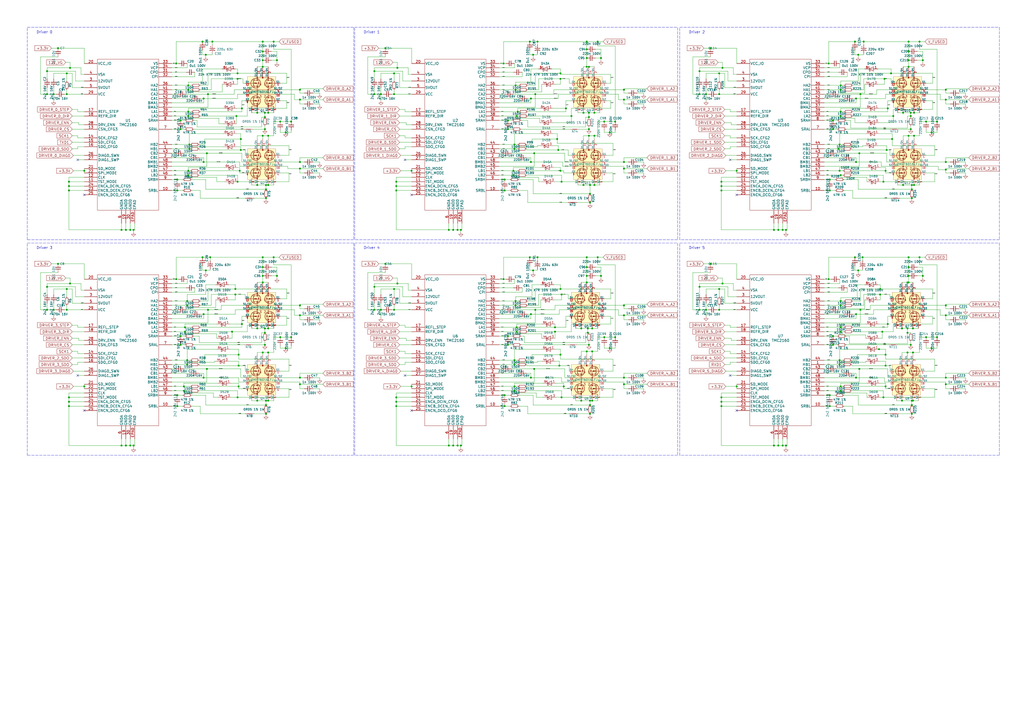
<source format=kicad_sch>
(kicad_sch (version 20211123) (generator eeschema)
  (paper "A2")
  (title_block (title "Duet 3 Main Board") (date "2022-10-05") (rev "1.02") (company "Duet3d") (comment 1 "(c) Duet3D"))
  (lib_symbols
    (symbol "BAT40V_1" (pin_names hide)
      (property "Reference" "D" (at -1.27 2.54 0))
      (symbol "BAT40V_1_1_1"
        (pin passive line (at 3.81 0 180) (length 2.54) (name "A") (number "1"))
        (pin no_connect non_logic (at 3.81 3.81 180) (length 2.54) hide (name "NC") (number "5"))
        (pin passive line (at -3.81 0 0) (length 2.54) (name "C") (number "6"))
      )
      (symbol "BAT40V_1_2_1"
        (pin no_connect non_logic (at 3.81 3.175 180) (length 2.54) hide (name "NC") (number "2"))
        (pin passive line (at 3.81 0 180) (length 2.54) (name "A") (number "3"))
        (pin passive line (at -3.81 0 0) (length 2.54) (name "C") (number "4"))
      )
    )
    (symbol "BAT40V_10" (pin_names hide)
      (property "Reference" "D" (at -1.27 2.54 0))
      (symbol "BAT40V_10_1_1"
        (pin passive line (at 3.81 0 180) (length 2.54) (name "A") (number "1"))
        (pin no_connect non_logic (at 3.81 3.81 180) (length 2.54) hide (name "NC") (number "5"))
        (pin passive line (at -3.81 0 0) (length 2.54) (name "C") (number "6"))
      )
      (symbol "BAT40V_10_2_1"
        (pin no_connect non_logic (at 3.81 3.175 180) (length 2.54) hide (name "NC") (number "2"))
        (pin passive line (at 3.81 0 180) (length 2.54) (name "A") (number "3"))
        (pin passive line (at -3.81 0 0) (length 2.54) (name "C") (number "4"))
      )
    )
    (symbol "BAT40V_11" (pin_names hide)
      (property "Reference" "D" (at -1.27 2.54 0))
      (symbol "BAT40V_11_1_1"
        (pin passive line (at 3.81 0 180) (length 2.54) (name "A") (number "1"))
        (pin no_connect non_logic (at 3.81 3.81 180) (length 2.54) hide (name "NC") (number "5"))
        (pin passive line (at -3.81 0 0) (length 2.54) (name "C") (number "6"))
      )
      (symbol "BAT40V_11_2_1"
        (pin no_connect non_logic (at 3.81 3.175 180) (length 2.54) hide (name "NC") (number "2"))
        (pin passive line (at 3.81 0 180) (length 2.54) (name "A") (number "3"))
        (pin passive line (at -3.81 0 0) (length 2.54) (name "C") (number "4"))
      )
    )
    (symbol "BAT40V_12" (pin_names hide)
      (property "Reference" "D" (at -1.27 2.54 0))
      (symbol "BAT40V_12_1_1"
        (pin passive line (at 3.81 0 180) (length 2.54) (name "A") (number "1"))
        (pin no_connect non_logic (at 3.81 3.81 180) (length 2.54) hide (name "NC") (number "5"))
        (pin passive line (at -3.81 0 0) (length 2.54) (name "C") (number "6"))
      )
      (symbol "BAT40V_12_2_1"
        (pin no_connect non_logic (at 3.81 3.175 180) (length 2.54) hide (name "NC") (number "2"))
        (pin passive line (at 3.81 0 180) (length 2.54) (name "A") (number "3"))
        (pin passive line (at -3.81 0 0) (length 2.54) (name "C") (number "4"))
      )
    )
    (symbol "BAT40V_13" (pin_names hide)
      (property "Reference" "D" (at -1.27 2.54 0))
      (symbol "BAT40V_13_1_1"
        (pin passive line (at 3.81 0 180) (length 2.54) (name "A") (number "1"))
        (pin no_connect non_logic (at 3.81 3.81 180) (length 2.54) hide (name "NC") (number "5"))
        (pin passive line (at -3.81 0 0) (length 2.54) (name "C") (number "6"))
      )
      (symbol "BAT40V_13_2_1"
        (pin no_connect non_logic (at 3.81 3.175 180) (length 2.54) hide (name "NC") (number "2"))
        (pin passive line (at 3.81 0 180) (length 2.54) (name "A") (number "3"))
        (pin passive line (at -3.81 0 0) (length 2.54) (name "C") (number "4"))
      )
    )
    (symbol "BAT40V_14" (pin_names hide)
      (property "Reference" "D" (at -1.27 2.54 0))
      (symbol "BAT40V_14_1_1"
        (pin passive line (at 3.81 0 180) (length 2.54) (name "A") (number "1"))
        (pin no_connect non_logic (at 3.81 3.81 180) (length 2.54) hide (name "NC") (number "5"))
        (pin passive line (at -3.81 0 0) (length 2.54) (name "C") (number "6"))
      )
      (symbol "BAT40V_14_2_1"
        (pin no_connect non_logic (at 3.81 3.175 180) (length 2.54) hide (name "NC") (number "2"))
        (pin passive line (at 3.81 0 180) (length 2.54) (name "A") (number "3"))
        (pin passive line (at -3.81 0 0) (length 2.54) (name "C") (number "4"))
      )
    )
    (symbol "BAT40V_15" (pin_names hide)
      (property "Reference" "D" (at -1.27 2.54 0))
      (symbol "BAT40V_15_1_1"
        (pin passive line (at 3.81 0 180) (length 2.54) (name "A") (number "1"))
        (pin no_connect non_logic (at 3.81 3.81 180) (length 2.54) hide (name "NC") (number "5"))
        (pin passive line (at -3.81 0 0) (length 2.54) (name "C") (number "6"))
      )
      (symbol "BAT40V_15_2_1"
        (pin no_connect non_logic (at 3.81 3.175 180) (length 2.54) hide (name "NC") (number "2"))
        (pin passive line (at 3.81 0 180) (length 2.54) (name "A") (number "3"))
        (pin passive line (at -3.81 0 0) (length 2.54) (name "C") (number "4"))
      )
    )
    (symbol "BAT40V_16" (pin_names hide)
      (property "Reference" "D" (at -1.27 2.54 0))
      (symbol "BAT40V_16_1_1"
        (pin passive line (at 3.81 0 180) (length 2.54) (name "A") (number "1"))
        (pin no_connect non_logic (at 3.81 3.81 180) (length 2.54) hide (name "NC") (number "5"))
        (pin passive line (at -3.81 0 0) (length 2.54) (name "C") (number "6"))
      )
      (symbol "BAT40V_16_2_1"
        (pin no_connect non_logic (at 3.81 3.175 180) (length 2.54) hide (name "NC") (number "2"))
        (pin passive line (at 3.81 0 180) (length 2.54) (name "A") (number "3"))
        (pin passive line (at -3.81 0 0) (length 2.54) (name "C") (number "4"))
      )
    )
    (symbol "BAT40V_17" (pin_names hide)
      (property "Reference" "D" (at -1.27 2.54 0))
      (symbol "BAT40V_17_1_1"
        (pin passive line (at 3.81 0 180) (length 2.54) (name "A") (number "1"))
        (pin no_connect non_logic (at 3.81 3.81 180) (length 2.54) hide (name "NC") (number "5"))
        (pin passive line (at -3.81 0 0) (length 2.54) (name "C") (number "6"))
      )
      (symbol "BAT40V_17_2_1"
        (pin no_connect non_logic (at 3.81 3.175 180) (length 2.54) hide (name "NC") (number "2"))
        (pin passive line (at 3.81 0 180) (length 2.54) (name "A") (number "3"))
        (pin passive line (at -3.81 0 0) (length 2.54) (name "C") (number "4"))
      )
    )
    (symbol "BAT40V_18" (pin_names hide)
      (property "Reference" "D" (at -1.27 2.54 0))
      (symbol "BAT40V_18_1_1"
        (pin passive line (at 3.81 0 180) (length 2.54) (name "A") (number "1"))
        (pin no_connect non_logic (at 3.81 3.81 180) (length 2.54) hide (name "NC") (number "5"))
        (pin passive line (at -3.81 0 0) (length 2.54) (name "C") (number "6"))
      )
      (symbol "BAT40V_18_2_1"
        (pin no_connect non_logic (at 3.81 3.175 180) (length 2.54) hide (name "NC") (number "2"))
        (pin passive line (at 3.81 0 180) (length 2.54) (name "A") (number "3"))
        (pin passive line (at -3.81 0 0) (length 2.54) (name "C") (number "4"))
      )
    )
    (symbol "BAT40V_19" (pin_names hide)
      (property "Reference" "D" (at -1.27 2.54 0))
      (symbol "BAT40V_19_1_1"
        (pin passive line (at 3.81 0 180) (length 2.54) (name "A") (number "1"))
        (pin no_connect non_logic (at 3.81 3.81 180) (length 2.54) hide (name "NC") (number "5"))
        (pin passive line (at -3.81 0 0) (length 2.54) (name "C") (number "6"))
      )
      (symbol "BAT40V_19_2_1"
        (pin no_connect non_logic (at 3.81 3.175 180) (length 2.54) hide (name "NC") (number "2"))
        (pin passive line (at 3.81 0 180) (length 2.54) (name "A") (number "3"))
        (pin passive line (at -3.81 0 0) (length 2.54) (name "C") (number "4"))
      )
    )
    (symbol "BAT40V_2" (pin_names hide)
      (property "Reference" "D" (at -1.27 2.54 0))
      (symbol "BAT40V_2_1_1"
        (pin passive line (at 3.81 0 180) (length 2.54) (name "A") (number "1"))
        (pin no_connect non_logic (at 3.81 3.81 180) (length 2.54) hide (name "NC") (number "5"))
        (pin passive line (at -3.81 0 0) (length 2.54) (name "C") (number "6"))
      )
      (symbol "BAT40V_2_2_1"
        (pin no_connect non_logic (at 3.81 3.175 180) (length 2.54) hide (name "NC") (number "2"))
        (pin passive line (at 3.81 0 180) (length 2.54) (name "A") (number "3"))
        (pin passive line (at -3.81 0 0) (length 2.54) (name "C") (number "4"))
      )
    )
    (symbol "BAT40V_20" (pin_names hide)
      (property "Reference" "D" (at -1.27 2.54 0))
      (symbol "BAT40V_20_1_1"
        (pin passive line (at 3.81 0 180) (length 2.54) (name "A") (number "1"))
        (pin no_connect non_logic (at 3.81 3.81 180) (length 2.54) hide (name "NC") (number "5"))
        (pin passive line (at -3.81 0 0) (length 2.54) (name "C") (number "6"))
      )
      (symbol "BAT40V_20_2_1"
        (pin no_connect non_logic (at 3.81 3.175 180) (length 2.54) hide (name "NC") (number "2"))
        (pin passive line (at 3.81 0 180) (length 2.54) (name "A") (number "3"))
        (pin passive line (at -3.81 0 0) (length 2.54) (name "C") (number "4"))
      )
    )
    (symbol "BAT40V_21" (pin_names hide)
      (property "Reference" "D" (at -1.27 2.54 0))
      (symbol "BAT40V_21_1_1"
        (pin passive line (at 3.81 0 180) (length 2.54) (name "A") (number "1"))
        (pin no_connect non_logic (at 3.81 3.81 180) (length 2.54) hide (name "NC") (number "5"))
        (pin passive line (at -3.81 0 0) (length 2.54) (name "C") (number "6"))
      )
      (symbol "BAT40V_21_2_1"
        (pin no_connect non_logic (at 3.81 3.175 180) (length 2.54) hide (name "NC") (number "2"))
        (pin passive line (at 3.81 0 180) (length 2.54) (name "A") (number "3"))
        (pin passive line (at -3.81 0 0) (length 2.54) (name "C") (number "4"))
      )
    )
    (symbol "BAT40V_22" (pin_names hide)
      (property "Reference" "D" (at -1.27 2.54 0))
      (symbol "BAT40V_22_1_1"
        (pin passive line (at 3.81 0 180) (length 2.54) (name "A") (number "1"))
        (pin no_connect non_logic (at 3.81 3.81 180) (length 2.54) hide (name "NC") (number "5"))
        (pin passive line (at -3.81 0 0) (length 2.54) (name "C") (number "6"))
      )
      (symbol "BAT40V_22_2_1"
        (pin no_connect non_logic (at 3.81 3.175 180) (length 2.54) hide (name "NC") (number "2"))
        (pin passive line (at 3.81 0 180) (length 2.54) (name "A") (number "3"))
        (pin passive line (at -3.81 0 0) (length 2.54) (name "C") (number "4"))
      )
    )
    (symbol "BAT40V_23" (pin_names hide)
      (property "Reference" "D" (at -1.27 2.54 0))
      (symbol "BAT40V_23_1_1"
        (pin passive line (at 3.81 0 180) (length 2.54) (name "A") (number "1"))
        (pin no_connect non_logic (at 3.81 3.81 180) (length 2.54) hide (name "NC") (number "5"))
        (pin passive line (at -3.81 0 0) (length 2.54) (name "C") (number "6"))
      )
      (symbol "BAT40V_23_2_1"
        (pin no_connect non_logic (at 3.81 3.175 180) (length 2.54) hide (name "NC") (number "2"))
        (pin passive line (at 3.81 0 180) (length 2.54) (name "A") (number "3"))
        (pin passive line (at -3.81 0 0) (length 2.54) (name "C") (number "4"))
      )
    )
    (symbol "BAT40V_24" (pin_names hide)
      (property "Reference" "D" (at -1.27 2.54 0))
      (symbol "BAT40V_24_1_1"
        (pin passive line (at 3.81 0 180) (length 2.54) (name "A") (number "1"))
        (pin no_connect non_logic (at 3.81 3.81 180) (length 2.54) hide (name "NC") (number "5"))
        (pin passive line (at -3.81 0 0) (length 2.54) (name "C") (number "6"))
      )
      (symbol "BAT40V_24_2_1"
        (pin no_connect non_logic (at 3.81 3.175 180) (length 2.54) hide (name "NC") (number "2"))
        (pin passive line (at 3.81 0 180) (length 2.54) (name "A") (number "3"))
        (pin passive line (at -3.81 0 0) (length 2.54) (name "C") (number "4"))
      )
    )
    (symbol "BAT40V_25" (pin_names hide)
      (property "Reference" "D" (at -1.27 2.54 0))
      (symbol "BAT40V_25_1_1"
        (pin passive line (at 3.81 0 180) (length 2.54) (name "A") (number "1"))
        (pin no_connect non_logic (at 3.81 3.81 180) (length 2.54) hide (name "NC") (number "5"))
        (pin passive line (at -3.81 0 0) (length 2.54) (name "C") (number "6"))
      )
      (symbol "BAT40V_25_2_1"
        (pin no_connect non_logic (at 3.81 3.175 180) (length 2.54) hide (name "NC") (number "2"))
        (pin passive line (at 3.81 0 180) (length 2.54) (name "A") (number "3"))
        (pin passive line (at -3.81 0 0) (length 2.54) (name "C") (number "4"))
      )
    )
    (symbol "BAT40V_26" (pin_names hide)
      (property "Reference" "D" (at -1.27 2.54 0))
      (symbol "BAT40V_26_1_1"
        (pin passive line (at 3.81 0 180) (length 2.54) (name "A") (number "1"))
        (pin no_connect non_logic (at 3.81 3.81 180) (length 2.54) hide (name "NC") (number "5"))
        (pin passive line (at -3.81 0 0) (length 2.54) (name "C") (number "6"))
      )
      (symbol "BAT40V_26_2_1"
        (pin no_connect non_logic (at 3.81 3.175 180) (length 2.54) hide (name "NC") (number "2"))
        (pin passive line (at 3.81 0 180) (length 2.54) (name "A") (number "3"))
        (pin passive line (at -3.81 0 0) (length 2.54) (name "C") (number "4"))
      )
    )
    (symbol "BAT40V_27" (pin_names hide)
      (property "Reference" "D" (at -1.27 2.54 0))
      (symbol "BAT40V_27_1_1"
        (pin passive line (at 3.81 0 180) (length 2.54) (name "A") (number "1"))
        (pin no_connect non_logic (at 3.81 3.81 180) (length 2.54) hide (name "NC") (number "5"))
        (pin passive line (at -3.81 0 0) (length 2.54) (name "C") (number "6"))
      )
      (symbol "BAT40V_27_2_1"
        (pin no_connect non_logic (at 3.81 3.175 180) (length 2.54) hide (name "NC") (number "2"))
        (pin passive line (at 3.81 0 180) (length 2.54) (name "A") (number "3"))
        (pin passive line (at -3.81 0 0) (length 2.54) (name "C") (number "4"))
      )
    )
    (symbol "BAT40V_28" (pin_names hide)
      (property "Reference" "D" (at -1.27 2.54 0))
      (symbol "BAT40V_28_1_1"
        (pin passive line (at 3.81 0 180) (length 2.54) (name "A") (number "1"))
        (pin no_connect non_logic (at 3.81 3.81 180) (length 2.54) hide (name "NC") (number "5"))
        (pin passive line (at -3.81 0 0) (length 2.54) (name "C") (number "6"))
      )
      (symbol "BAT40V_28_2_1"
        (pin no_connect non_logic (at 3.81 3.175 180) (length 2.54) hide (name "NC") (number "2"))
        (pin passive line (at 3.81 0 180) (length 2.54) (name "A") (number "3"))
        (pin passive line (at -3.81 0 0) (length 2.54) (name "C") (number "4"))
      )
    )
    (symbol "BAT40V_29" (pin_names hide)
      (property "Reference" "D" (at -1.27 2.54 0))
      (symbol "BAT40V_29_1_1"
        (pin passive line (at 3.81 0 180) (length 2.54) (name "A") (number "1"))
        (pin no_connect non_logic (at 3.81 3.81 180) (length 2.54) hide (name "NC") (number "5"))
        (pin passive line (at -3.81 0 0) (length 2.54) (name "C") (number "6"))
      )
      (symbol "BAT40V_29_2_1"
        (pin no_connect non_logic (at 3.81 3.175 180) (length 2.54) hide (name "NC") (number "2"))
        (pin passive line (at 3.81 0 180) (length 2.54) (name "A") (number "3"))
        (pin passive line (at -3.81 0 0) (length 2.54) (name "C") (number "4"))
      )
    )
    (symbol "BAT40V_3" (pin_names hide)
      (property "Reference" "D" (at -1.27 2.54 0))
      (symbol "BAT40V_3_1_1"
        (pin passive line (at 3.81 0 180) (length 2.54) (name "A") (number "1"))
        (pin no_connect non_logic (at 3.81 3.81 180) (length 2.54) hide (name "NC") (number "5"))
        (pin passive line (at -3.81 0 0) (length 2.54) (name "C") (number "6"))
      )
      (symbol "BAT40V_3_2_1"
        (pin no_connect non_logic (at 3.81 3.175 180) (length 2.54) hide (name "NC") (number "2"))
        (pin passive line (at 3.81 0 180) (length 2.54) (name "A") (number "3"))
        (pin passive line (at -3.81 0 0) (length 2.54) (name "C") (number "4"))
      )
    )
    (symbol "BAT40V_30" (pin_names hide)
      (property "Reference" "D" (at -1.27 2.54 0))
      (symbol "BAT40V_30_1_1"
        (pin passive line (at 3.81 0 180) (length 2.54) (name "A") (number "1"))
        (pin no_connect non_logic (at 3.81 3.81 180) (length 2.54) hide (name "NC") (number "5"))
        (pin passive line (at -3.81 0 0) (length 2.54) (name "C") (number "6"))
      )
      (symbol "BAT40V_30_2_1"
        (pin no_connect non_logic (at 3.81 3.175 180) (length 2.54) hide (name "NC") (number "2"))
        (pin passive line (at 3.81 0 180) (length 2.54) (name "A") (number "3"))
        (pin passive line (at -3.81 0 0) (length 2.54) (name "C") (number "4"))
      )
    )
    (symbol "BAT40V_31" (pin_names hide)
      (property "Reference" "D" (at -1.27 2.54 0))
      (symbol "BAT40V_31_1_1"
        (pin passive line (at 3.81 0 180) (length 2.54) (name "A") (number "1"))
        (pin no_connect non_logic (at 3.81 3.81 180) (length 2.54) hide (name "NC") (number "5"))
        (pin passive line (at -3.81 0 0) (length 2.54) (name "C") (number "6"))
      )
      (symbol "BAT40V_31_2_1"
        (pin no_connect non_logic (at 3.81 3.175 180) (length 2.54) hide (name "NC") (number "2"))
        (pin passive line (at 3.81 0 180) (length 2.54) (name "A") (number "3"))
        (pin passive line (at -3.81 0 0) (length 2.54) (name "C") (number "4"))
      )
    )
    (symbol "BAT40V_32" (pin_names hide)
      (property "Reference" "D" (at -1.27 2.54 0))
      (symbol "BAT40V_32_1_1"
        (pin passive line (at 3.81 0 180) (length 2.54) (name "A") (number "1"))
        (pin no_connect non_logic (at 3.81 3.81 180) (length 2.54) hide (name "NC") (number "5"))
        (pin passive line (at -3.81 0 0) (length 2.54) (name "C") (number "6"))
      )
      (symbol "BAT40V_32_2_1"
        (pin no_connect non_logic (at 3.81 3.175 180) (length 2.54) hide (name "NC") (number "2"))
        (pin passive line (at 3.81 0 180) (length 2.54) (name "A") (number "3"))
        (pin passive line (at -3.81 0 0) (length 2.54) (name "C") (number "4"))
      )
    )
    (symbol "BAT40V_33" (pin_names hide)
      (property "Reference" "D" (at -1.27 2.54 0))
      (symbol "BAT40V_33_1_1"
        (pin passive line (at 3.81 0 180) (length 2.54) (name "A") (number "1"))
        (pin no_connect non_logic (at 3.81 3.81 180) (length 2.54) hide (name "NC") (number "5"))
        (pin passive line (at -3.81 0 0) (length 2.54) (name "C") (number "6"))
      )
      (symbol "BAT40V_33_2_1"
        (pin no_connect non_logic (at 3.81 3.175 180) (length 2.54) hide (name "NC") (number "2"))
        (pin passive line (at 3.81 0 180) (length 2.54) (name "A") (number "3"))
        (pin passive line (at -3.81 0 0) (length 2.54) (name "C") (number "4"))
      )
    )
    (symbol "BAT40V_34" (pin_names hide)
      (property "Reference" "D" (at -1.27 2.54 0))
      (symbol "BAT40V_34_1_1"
        (pin passive line (at 3.81 0 180) (length 2.54) (name "A") (number "1"))
        (pin no_connect non_logic (at 3.81 3.81 180) (length 2.54) hide (name "NC") (number "5"))
        (pin passive line (at -3.81 0 0) (length 2.54) (name "C") (number "6"))
      )
      (symbol "BAT40V_34_2_1"
        (pin no_connect non_logic (at 3.81 3.175 180) (length 2.54) hide (name "NC") (number "2"))
        (pin passive line (at 3.81 0 180) (length 2.54) (name "A") (number "3"))
        (pin passive line (at -3.81 0 0) (length 2.54) (name "C") (number "4"))
      )
    )
    (symbol "BAT40V_35" (pin_names hide)
      (property "Reference" "D" (at -1.27 2.54 0))
      (symbol "BAT40V_35_1_1"
        (pin passive line (at 3.81 0 180) (length 2.54) (name "A") (number "1"))
        (pin no_connect non_logic (at 3.81 3.81 180) (length 2.54) hide (name "NC") (number "5"))
        (pin passive line (at -3.81 0 0) (length 2.54) (name "C") (number "6"))
      )
      (symbol "BAT40V_35_2_1"
        (pin no_connect non_logic (at 3.81 3.175 180) (length 2.54) hide (name "NC") (number "2"))
        (pin passive line (at 3.81 0 180) (length 2.54) (name "A") (number "3"))
        (pin passive line (at -3.81 0 0) (length 2.54) (name "C") (number "4"))
      )
    )
    (symbol "BAT40V_36" (pin_names hide)
      (property "Reference" "D" (at -1.27 2.54 0))
      (symbol "BAT40V_36_1_1"
        (pin passive line (at 3.81 0 180) (length 2.54) (name "A") (number "1"))
        (pin no_connect non_logic (at 3.81 3.81 180) (length 2.54) hide (name "NC") (number "5"))
        (pin passive line (at -3.81 0 0) (length 2.54) (name "C") (number "6"))
      )
      (symbol "BAT40V_36_2_1"
        (pin no_connect non_logic (at 3.81 3.175 180) (length 2.54) hide (name "NC") (number "2"))
        (pin passive line (at 3.81 0 180) (length 2.54) (name "A") (number "3"))
        (pin passive line (at -3.81 0 0) (length 2.54) (name "C") (number "4"))
      )
    )
    (symbol "BAT40V_37" (pin_names hide)
      (property "Reference" "D" (at -1.27 2.54 0))
      (symbol "BAT40V_37_1_1"
        (pin passive line (at 3.81 0 180) (length 2.54) (name "A") (number "1"))
        (pin no_connect non_logic (at 3.81 3.81 180) (length 2.54) hide (name "NC") (number "5"))
        (pin passive line (at -3.81 0 0) (length 2.54) (name "C") (number "6"))
      )
      (symbol "BAT40V_37_2_1"
        (pin no_connect non_logic (at 3.81 3.175 180) (length 2.54) hide (name "NC") (number "2"))
        (pin passive line (at 3.81 0 180) (length 2.54) (name "A") (number "3"))
        (pin passive line (at -3.81 0 0) (length 2.54) (name "C") (number "4"))
      )
    )
    (symbol "BAT40V_38" (pin_names hide)
      (property "Reference" "D" (at -1.27 2.54 0))
      (symbol "BAT40V_38_1_1"
        (pin passive line (at 3.81 0 180) (length 2.54) (name "A") (number "1"))
        (pin no_connect non_logic (at 3.81 3.81 180) (length 2.54) hide (name "NC") (number "5"))
        (pin passive line (at -3.81 0 0) (length 2.54) (name "C") (number "6"))
      )
      (symbol "BAT40V_38_2_1"
        (pin no_connect non_logic (at 3.81 3.175 180) (length 2.54) hide (name "NC") (number "2"))
        (pin passive line (at 3.81 0 180) (length 2.54) (name "A") (number "3"))
        (pin passive line (at -3.81 0 0) (length 2.54) (name "C") (number "4"))
      )
    )
    (symbol "BAT40V_39" (pin_names hide)
      (property "Reference" "D" (at -1.27 2.54 0))
      (symbol "BAT40V_39_1_1"
        (pin passive line (at 3.81 0 180) (length 2.54) (name "A") (number "1"))
        (pin no_connect non_logic (at 3.81 3.81 180) (length 2.54) hide (name "NC") (number "5"))
        (pin passive line (at -3.81 0 0) (length 2.54) (name "C") (number "6"))
      )
      (symbol "BAT40V_39_2_1"
        (pin no_connect non_logic (at 3.81 3.175 180) (length 2.54) hide (name "NC") (number "2"))
        (pin passive line (at 3.81 0 180) (length 2.54) (name "A") (number "3"))
        (pin passive line (at -3.81 0 0) (length 2.54) (name "C") (number "4"))
      )
    )
    (symbol "BAT40V_4" (pin_names hide)
      (property "Reference" "D" (at -1.27 2.54 0))
      (symbol "BAT40V_4_1_1"
        (pin passive line (at 3.81 0 180) (length 2.54) (name "A") (number "1"))
        (pin no_connect non_logic (at 3.81 3.81 180) (length 2.54) hide (name "NC") (number "5"))
        (pin passive line (at -3.81 0 0) (length 2.54) (name "C") (number "6"))
      )
      (symbol "BAT40V_4_2_1"
        (pin no_connect non_logic (at 3.81 3.175 180) (length 2.54) hide (name "NC") (number "2"))
        (pin passive line (at 3.81 0 180) (length 2.54) (name "A") (number "3"))
        (pin passive line (at -3.81 0 0) (length 2.54) (name "C") (number "4"))
      )
    )
    (symbol "BAT40V_40" (pin_names hide)
      (property "Reference" "D" (at -1.27 2.54 0))
      (symbol "BAT40V_40_1_1"
        (pin passive line (at 3.81 0 180) (length 2.54) (name "A") (number "1"))
        (pin no_connect non_logic (at 3.81 3.81 180) (length 2.54) hide (name "NC") (number "5"))
        (pin passive line (at -3.81 0 0) (length 2.54) (name "C") (number "6"))
      )
      (symbol "BAT40V_40_2_1"
        (pin no_connect non_logic (at 3.81 3.175 180) (length 2.54) hide (name "NC") (number "2"))
        (pin passive line (at 3.81 0 180) (length 2.54) (name "A") (number "3"))
        (pin passive line (at -3.81 0 0) (length 2.54) (name "C") (number "4"))
      )
    )
    (symbol "BAT40V_41" (pin_names hide)
      (property "Reference" "D" (at -1.27 2.54 0))
      (symbol "BAT40V_41_1_1"
        (pin passive line (at 3.81 0 180) (length 2.54) (name "A") (number "1"))
        (pin no_connect non_logic (at 3.81 3.81 180) (length 2.54) hide (name "NC") (number "5"))
        (pin passive line (at -3.81 0 0) (length 2.54) (name "C") (number "6"))
      )
      (symbol "BAT40V_41_2_1"
        (pin no_connect non_logic (at 3.81 3.175 180) (length 2.54) hide (name "NC") (number "2"))
        (pin passive line (at 3.81 0 180) (length 2.54) (name "A") (number "3"))
        (pin passive line (at -3.81 0 0) (length 2.54) (name "C") (number "4"))
      )
    )
    (symbol "BAT40V_42" (pin_names hide)
      (property "Reference" "D" (at -1.27 2.54 0))
      (symbol "BAT40V_42_1_1"
        (pin passive line (at 3.81 0 180) (length 2.54) (name "A") (number "1"))
        (pin no_connect non_logic (at 3.81 3.81 180) (length 2.54) hide (name "NC") (number "5"))
        (pin passive line (at -3.81 0 0) (length 2.54) (name "C") (number "6"))
      )
      (symbol "BAT40V_42_2_1"
        (pin no_connect non_logic (at 3.81 3.175 180) (length 2.54) hide (name "NC") (number "2"))
        (pin passive line (at 3.81 0 180) (length 2.54) (name "A") (number "3"))
        (pin passive line (at -3.81 0 0) (length 2.54) (name "C") (number "4"))
      )
    )
    (symbol "BAT40V_43" (pin_names hide)
      (property "Reference" "D" (at -1.27 2.54 0))
      (symbol "BAT40V_43_1_1"
        (pin passive line (at 3.81 0 180) (length 2.54) (name "A") (number "1"))
        (pin no_connect non_logic (at 3.81 3.81 180) (length 2.54) hide (name "NC") (number "5"))
        (pin passive line (at -3.81 0 0) (length 2.54) (name "C") (number "6"))
      )
      (symbol "BAT40V_43_2_1"
        (pin no_connect non_logic (at 3.81 3.175 180) (length 2.54) hide (name "NC") (number "2"))
        (pin passive line (at 3.81 0 180) (length 2.54) (name "A") (number "3"))
        (pin passive line (at -3.81 0 0) (length 2.54) (name "C") (number "4"))
      )
    )
    (symbol "BAT40V_44" (pin_names hide)
      (property "Reference" "D" (at -1.27 2.54 0))
      (symbol "BAT40V_44_1_1"
        (pin passive line (at 3.81 0 180) (length 2.54) (name "A") (number "1"))
        (pin no_connect non_logic (at 3.81 3.81 180) (length 2.54) hide (name "NC") (number "5"))
        (pin passive line (at -3.81 0 0) (length 2.54) (name "C") (number "6"))
      )
      (symbol "BAT40V_44_2_1"
        (pin no_connect non_logic (at 3.81 3.175 180) (length 2.54) hide (name "NC") (number "2"))
        (pin passive line (at 3.81 0 180) (length 2.54) (name "A") (number "3"))
        (pin passive line (at -3.81 0 0) (length 2.54) (name "C") (number "4"))
      )
    )
    (symbol "BAT40V_45" (pin_names hide)
      (property "Reference" "D" (at -1.27 2.54 0))
      (symbol "BAT40V_45_1_1"
        (pin passive line (at 3.81 0 180) (length 2.54) (name "A") (number "1"))
        (pin no_connect non_logic (at 3.81 3.81 180) (length 2.54) hide (name "NC") (number "5"))
        (pin passive line (at -3.81 0 0) (length 2.54) (name "C") (number "6"))
      )
      (symbol "BAT40V_45_2_1"
        (pin no_connect non_logic (at 3.81 3.175 180) (length 2.54) hide (name "NC") (number "2"))
        (pin passive line (at 3.81 0 180) (length 2.54) (name "A") (number "3"))
        (pin passive line (at -3.81 0 0) (length 2.54) (name "C") (number "4"))
      )
    )
    (symbol "BAT40V_46" (pin_names hide)
      (property "Reference" "D" (at -1.27 2.54 0))
      (symbol "BAT40V_46_1_1"
        (pin passive line (at 3.81 0 180) (length 2.54) (name "A") (number "1"))
        (pin no_connect non_logic (at 3.81 3.81 180) (length 2.54) hide (name "NC") (number "5"))
        (pin passive line (at -3.81 0 0) (length 2.54) (name "C") (number "6"))
      )
      (symbol "BAT40V_46_2_1"
        (pin no_connect non_logic (at 3.81 3.175 180) (length 2.54) hide (name "NC") (number "2"))
        (pin passive line (at 3.81 0 180) (length 2.54) (name "A") (number "3"))
        (pin passive line (at -3.81 0 0) (length 2.54) (name "C") (number "4"))
      )
    )
    (symbol "BAT40V_47" (pin_names hide)
      (property "Reference" "D" (at -1.27 2.54 0))
      (symbol "BAT40V_47_1_1"
        (pin passive line (at 3.81 0 180) (length 2.54) (name "A") (number "1"))
        (pin no_connect non_logic (at 3.81 3.81 180) (length 2.54) hide (name "NC") (number "5"))
        (pin passive line (at -3.81 0 0) (length 2.54) (name "C") (number "6"))
      )
      (symbol "BAT40V_47_2_1"
        (pin no_connect non_logic (at 3.81 3.175 180) (length 2.54) hide (name "NC") (number "2"))
        (pin passive line (at 3.81 0 180) (length 2.54) (name "A") (number "3"))
        (pin passive line (at -3.81 0 0) (length 2.54) (name "C") (number "4"))
      )
    )
    (symbol "BAT40V_5" (pin_names hide)
      (property "Reference" "D" (at -1.27 2.54 0))
      (symbol "BAT40V_5_1_1"
        (pin passive line (at 3.81 0 180) (length 2.54) (name "A") (number "1"))
        (pin no_connect non_logic (at 3.81 3.81 180) (length 2.54) hide (name "NC") (number "5"))
        (pin passive line (at -3.81 0 0) (length 2.54) (name "C") (number "6"))
      )
      (symbol "BAT40V_5_2_1"
        (pin no_connect non_logic (at 3.81 3.175 180) (length 2.54) hide (name "NC") (number "2"))
        (pin passive line (at 3.81 0 180) (length 2.54) (name "A") (number "3"))
        (pin passive line (at -3.81 0 0) (length 2.54) (name "C") (number "4"))
      )
    )
    (symbol "BAT40V_6" (pin_names hide)
      (property "Reference" "D" (at -1.27 2.54 0))
      (symbol "BAT40V_6_1_1"
        (pin passive line (at 3.81 0 180) (length 2.54) (name "A") (number "1"))
        (pin no_connect non_logic (at 3.81 3.81 180) (length 2.54) hide (name "NC") (number "5"))
        (pin passive line (at -3.81 0 0) (length 2.54) (name "C") (number "6"))
      )
      (symbol "BAT40V_6_2_1"
        (pin no_connect non_logic (at 3.81 3.175 180) (length 2.54) hide (name "NC") (number "2"))
        (pin passive line (at 3.81 0 180) (length 2.54) (name "A") (number "3"))
        (pin passive line (at -3.81 0 0) (length 2.54) (name "C") (number "4"))
      )
    )
    (symbol "BAT40V_7" (pin_names hide)
      (property "Reference" "D" (at -1.27 2.54 0))
      (symbol "BAT40V_7_1_1"
        (pin passive line (at 3.81 0 180) (length 2.54) (name "A") (number "1"))
        (pin no_connect non_logic (at 3.81 3.81 180) (length 2.54) hide (name "NC") (number "5"))
        (pin passive line (at -3.81 0 0) (length 2.54) (name "C") (number "6"))
      )
      (symbol "BAT40V_7_2_1"
        (pin no_connect non_logic (at 3.81 3.175 180) (length 2.54) hide (name "NC") (number "2"))
        (pin passive line (at 3.81 0 180) (length 2.54) (name "A") (number "3"))
        (pin passive line (at -3.81 0 0) (length 2.54) (name "C") (number "4"))
      )
    )
    (symbol "BAT40V_8" (pin_names hide)
      (property "Reference" "D" (at -1.27 2.54 0))
      (symbol "BAT40V_8_1_1"
        (pin passive line (at 3.81 0 180) (length 2.54) (name "A") (number "1"))
        (pin no_connect non_logic (at 3.81 3.81 180) (length 2.54) hide (name "NC") (number "5"))
        (pin passive line (at -3.81 0 0) (length 2.54) (name "C") (number "6"))
      )
      (symbol "BAT40V_8_2_1"
        (pin no_connect non_logic (at 3.81 3.175 180) (length 2.54) hide (name "NC") (number "2"))
        (pin passive line (at 3.81 0 180) (length 2.54) (name "A") (number "3"))
        (pin passive line (at -3.81 0 0) (length 2.54) (name "C") (number "4"))
      )
    )
    (symbol "BAT40V_9" (pin_names hide)
      (property "Reference" "D" (at -1.27 2.54 0))
      (symbol "BAT40V_9_1_1"
        (pin passive line (at 3.81 0 180) (length 2.54) (name "A") (number "1"))
        (pin no_connect non_logic (at 3.81 3.81 180) (length 2.54) hide (name "NC") (number "5"))
        (pin passive line (at -3.81 0 0) (length 2.54) (name "C") (number "6"))
      )
      (symbol "BAT40V_9_2_1"
        (pin no_connect non_logic (at 3.81 3.175 180) (length 2.54) hide (name "NC") (number "2"))
        (pin passive line (at 3.81 0 180) (length 2.54) (name "A") (number "3"))
        (pin passive line (at -3.81 0 0) (length 2.54) (name "C") (number "4"))
      )
    )
    (symbol "Device:CP1_Small" (pin_numbers hide) (pin_names (offset 0.254) hide)
      (property "Reference" "C" (at 0.254 1.778 0))
      (property "Value" "Device_CP1_Small" (at 0.254 -2.032 0))
      (symbol "CP1_Small_1_1"
        (pin passive line (at 0 2.54 270) (length 2.032) (name "~") (number "1"))
        (pin passive line (at 0 -2.54 90) (length 2.032) (name "~") (number "2"))
      )
    )
    (symbol "Device:C_Small" (pin_numbers hide) (pin_names (offset 0.254) hide)
      (property "Reference" "C" (at 0.254 1.778 0))
      (property "Value" "C_Small" (at 0.254 -2.032 0))
      (symbol "C_Small_1_1"
        (pin passive line (at 0 2.54 270) (length 2.032) (name "~") (number "1"))
        (pin passive line (at 0 -2.54 90) (length 2.032) (name "~") (number "2"))
      )
    )
    (symbol "Device:NetTie_2" (pin_numbers hide) (pin_names (offset 0) hide)
      (property "Reference" "NT" (at 0 1.27 0))
      (property "Value" "NetTie_2" (at 0 -1.27 0))
      (symbol "NetTie_2_1_1"
        (pin passive line (at -2.54 0 0) (length 2.54) (name "1") (number "1"))
        (pin passive line (at 2.54 0 180) (length 2.54) (name "2") (number "2"))
      )
    )
    (symbol "Device:R_Small" (pin_numbers hide) (pin_names (offset 0.254) hide)
      (property "Reference" "R" (at 0.762 0.508 0))
      (property "Value" "R_Small" (at 0.762 -1.016 0))
      (symbol "R_Small_1_1"
        (pin passive line (at 0 2.54 270) (length 0.762) (name "~") (number "1"))
        (pin passive line (at 0 -2.54 90) (length 0.762) (name "~") (number "2"))
      )
    )
    (symbol "Duet3:BAT40V" (pin_names hide)
      (property "Reference" "D" (at -1.27 2.54 0))
      (symbol "BAT40V_1_1"
        (pin passive line (at 3.81 0 180) (length 2.54) (name "A") (number "1"))
        (pin no_connect non_logic (at 3.81 3.81 180) (length 2.54) hide (name "NC") (number "5"))
        (pin passive line (at -3.81 0 0) (length 2.54) (name "C") (number "6"))
      )
      (symbol "BAT40V_2_1"
        (pin no_connect non_logic (at 3.81 3.175 180) (length 2.54) hide (name "NC") (number "2"))
        (pin passive line (at 3.81 0 180) (length 2.54) (name "A") (number "3"))
        (pin passive line (at -3.81 0 0) (length 2.54) (name "C") (number "4"))
      )
    )
    (symbol "Duet3:Q_QUAD_NMOS_DMHT6016LFJ-1" (pin_names (offset 0))
      (property "Reference" "Q" (at -0.635 -12.065 0))
      (property "Value" "Q_QUAD_NMOS_DMHT6016LFJ-1" (at 0 -24.765 0))
      (symbol "Q_QUAD_NMOS_DMHT6016LFJ-1_0_0"
        (text "1" (at -1.27 4.445 0) (effects (font (size 1.27 1.27))))
        (text "2" (at -1.27 -2.54 0) (effects (font (size 1.27 1.27))))
        (text "3" (at 1.27 -2.54 0) (effects (font (size 1.27 1.27))))
        (text "4" (at 1.27 4.445 0) (effects (font (size 1.27 1.27))))
      )
      (symbol "Q_QUAD_NMOS_DMHT6016LFJ-1_1_1"
        (pin input line (at -10.16 5.08 0) (length 2.54) (name "G1") (number "1"))
        (pin passive line (at -10.16 -1.27 0) (length 2.54) (name "S4/D3") (number "10"))
        (pin passive line (at 3.175 14.605 270) (length 6.35) (name "D1/D4") (number "11"))
        (pin input line (at 10.16 5.08 180) (length 2.54) (name "G4") (number "12"))
        (pin passive line (at 10.16 1.27 180) (length 2.54) (name "S1/D2") (number "13"))
        (pin passive line (at 0 14.605 270) (length 6.35) (name "D1/D4") (number "14"))
        (pin passive line (at 10.16 -1.27 180) (length 2.54) (name "S4/D3") (number "15"))
        (pin passive line (at -3.175 14.605 270) (length 6.35) (name "D1/D4") (number "2"))
        (pin passive line (at -10.16 1.27 0) (length 2.54) (name "S1/D2") (number "3"))
        (pin input line (at -10.16 -5.08 0) (length 2.54) (name "G2") (number "4"))
        (pin passive line (at -6.35 -12.065 90) (length 3.81) (name "S2") (number "5"))
        (pin passive line (at -3.175 -12.065 90) (length 3.81) (name "S2") (number "6"))
        (pin passive line (at 3.175 -12.065 90) (length 3.81) (name "S3") (number "7"))
        (pin passive line (at 6.35 -12.065 90) (length 3.81) (name "S3") (number "8"))
        (pin input line (at 10.16 -5.08 180) (length 2.54) (name "G3") (number "9"))
      )
    )
    (symbol "Duet3:TMC5160-TA" (pin_names (offset 0.254))
      (property "Reference" "U" (at 2.54 58.42 0))
      (property "Value" "TMC5160-TA" (at 0 26.67 0))
      (symbol "TMC5160-TA_1_0"
        (pin output line (at 25.4 -6.35 180) (length 7.62) (name "HB1") (number "1"))
        (pin input line (at 25.4 -30.48 180) (length 7.62) (name "SRBL") (number "10"))
        (pin input line (at -25.4 -25.4 0) (length 7.62) (name "TST_MODE") (number "11"))
        (pin input line (at -25.4 -22.86 0) (length 7.62) (name "CLK") (number "12"))
        (pin input line (at -25.4 5.08 0) (length 7.62) (name "CSN_CFG3") (number "13"))
        (pin input line (at -25.4 0 0) (length 7.62) (name "SCK_CFG2") (number "14"))
        (pin input line (at -25.4 -2.54 0) (length 7.62) (name "SDI_CFG1") (number "15"))
        (pin input line (at -25.4 -5.08 0) (length 7.62) (name "SDO_CFG0") (number "16"))
        (pin input line (at -25.4 15.24 0) (length 7.62) (name "REFL_STEP") (number "17"))
        (pin input line (at -25.4 12.7 0) (length 7.62) (name "REFR_DIR") (number "18"))
        (pin power_in line (at -1.27 -49.53 90) (length 7.62) (name "GNDD") (number "19"))
        (pin unspecified line (at 25.4 -11.43 180) (length 7.62) (name "CB1") (number "2"))
        (pin power_in line (at -25.4 43.18 0) (length 7.62) (name "VCC_IO") (number "20"))
        (pin input line (at -25.4 -17.78 0) (length 7.62) (name "SD_MODE") (number "21"))
        (pin input line (at -25.4 -20.32 0) (length 7.62) (name "SPI_MODE") (number "22"))
        (pin input line (at -25.4 -30.48 0) (length 7.62) (name "ENCB_DCEN_CFG4") (number "23"))
        (pin input line (at -25.4 -27.94 0) (length 7.62) (name "ENCA_DCIN_CFG5") (number "24"))
        (pin bidirectional line (at -25.4 -33.02 0) (length 7.62) (name "ENCN_DCO_CFG6") (number "25"))
        (pin bidirectional line (at -25.4 -10.16 0) (length 7.62) (name "DIAG0_SWN") (number "26"))
        (pin bidirectional line (at -25.4 -12.7 0) (length 7.62) (name "DIAG1_SWP") (number "27"))
        (pin input line (at -25.4 7.62 0) (length 7.62) (name "DRV_ENN") (number "28"))
        (pin power_in line (at -25.4 25.4 0) (length 7.62) (name "VCC") (number "29"))
        (pin bidirectional line (at -25.4 33.02 0) (length 7.62) (name "12VOUT") (number "3"))
        (pin power_in line (at 1.27 -49.53 90) (length 7.62) (name "GNDD") (number "30"))
        (pin output line (at 25.4 38.1 180) (length 7.62) (name "CPO") (number "31"))
        (pin input line (at 25.4 35.56 180) (length 7.62) (name "CPI") (number "32"))
        (pin power_in line (at 25.4 43.18 180) (length 7.62) (name "VS") (number "33"))
        (pin bidirectional line (at 25.4 40.64 180) (length 7.62) (name "VCP") (number "34"))
        (pin unspecified line (at 25.4 25.4 180) (length 7.62) (name "CA2") (number "35"))
        (pin output line (at 25.4 30.48 180) (length 7.62) (name "HA2") (number "36"))
        (pin unspecified line (at 25.4 17.78 180) (length 7.62) (name "BMA2") (number "37"))
        (pin output line (at 25.4 12.7 180) (length 7.62) (name "LA2") (number "38"))
        (pin output line (at 25.4 15.24 180) (length 7.62) (name "LA1") (number "39"))
        (pin power_in line (at -25.4 36.83 0) (length 7.62) (name "VSA") (number "4"))
        (pin unspecified line (at 25.4 20.32 180) (length 7.62) (name "BMA1") (number "40"))
        (pin output line (at 25.4 27.94 180) (length 7.62) (name "HA1") (number "41"))
        (pin unspecified line (at 25.4 22.86 180) (length 7.62) (name "CA1") (number "42"))
        (pin unspecified line (at 25.4 -8.89 180) (length 7.62) (name "CB2") (number "43"))
        (pin output line (at 25.4 -3.81 180) (length 7.62) (name "HB2") (number "44"))
        (pin unspecified line (at 25.4 -16.51 180) (length 7.62) (name "BMB2") (number "45"))
        (pin output line (at 25.4 -21.59 180) (length 7.62) (name "LB2") (number "46"))
        (pin output line (at 25.4 -19.05 180) (length 7.62) (name "LB1") (number "47"))
        (pin unspecified line (at 25.4 -13.97 180) (length 7.62) (name "BMB1") (number "48"))
        (pin output line (at -25.4 29.21 0) (length 7.62) (name "5VOUT") (number "5"))
        (pin power_in line (at -3.81 -49.53 90) (length 7.62) (name "GNDA") (number "6"))
        (pin input line (at 25.4 5.08 180) (length 7.62) (name "SRAL") (number "7"))
        (pin input line (at 25.4 10.16 180) (length 7.62) (name "SRAH") (number "8"))
        (pin input line (at 25.4 -24.13 180) (length 7.62) (name "SRBH") (number "9"))
        (pin bidirectional line (at 3.81 -49.53 90) (length 7.62) (name "EPAD") (number "EPAD"))
      )
    )
    (symbol "GND_1" (power) (pin_numbers hide) (pin_names (offset 0) hide)
      (property "Value" "GND_1" (at 0 -3.81 0))
      (symbol "GND_1_1_1"
        (pin power_in line (at 0 0 270) (length 0) hide (name "GND") (number "1"))
      )
    )
    (symbol "GND_10" (power) (pin_numbers hide) (pin_names (offset 0) hide)
      (property "Value" "GND_10" (at 0 -3.81 0))
      (symbol "GND_10_1_1"
        (pin power_in line (at 0 0 270) (length 0) hide (name "GND") (number "1"))
      )
    )
    (symbol "GND_11" (power) (pin_numbers hide) (pin_names (offset 0) hide)
      (property "Value" "GND_11" (at 0 -3.81 0))
      (symbol "GND_11_1_1"
        (pin power_in line (at 0 0 270) (length 0) hide (name "GND") (number "1"))
      )
    )
    (symbol "GND_12" (power) (pin_numbers hide) (pin_names (offset 0) hide)
      (property "Value" "GND_12" (at 0 -3.81 0))
      (symbol "GND_12_1_1"
        (pin power_in line (at 0 0 270) (length 0) hide (name "GND") (number "1"))
      )
    )
    (symbol "GND_13" (power) (pin_numbers hide) (pin_names (offset 0) hide)
      (property "Value" "GND_13" (at 0 -3.81 0))
      (symbol "GND_13_1_1"
        (pin power_in line (at 0 0 270) (length 0) hide (name "GND") (number "1"))
      )
    )
    (symbol "GND_14" (power) (pin_numbers hide) (pin_names (offset 0) hide)
      (property "Value" "GND_14" (at 0 -3.81 0))
      (symbol "GND_14_1_1"
        (pin power_in line (at 0 0 270) (length 0) hide (name "GND") (number "1"))
      )
    )
    (symbol "GND_15" (power) (pin_numbers hide) (pin_names (offset 0) hide)
      (property "Value" "GND_15" (at 0 -3.81 0))
      (symbol "GND_15_1_1"
        (pin power_in line (at 0 0 270) (length 0) hide (name "GND") (number "1"))
      )
    )
    (symbol "GND_16" (power) (pin_numbers hide) (pin_names (offset 0) hide)
      (property "Value" "GND_16" (at 0 -3.81 0))
      (symbol "GND_16_1_1"
        (pin power_in line (at 0 0 270) (length 0) hide (name "GND") (number "1"))
      )
    )
    (symbol "GND_17" (power) (pin_numbers hide) (pin_names (offset 0) hide)
      (property "Value" "GND_17" (at 0 -3.81 0))
      (symbol "GND_17_1_1"
        (pin power_in line (at 0 0 270) (length 0) hide (name "GND") (number "1"))
      )
    )
    (symbol "GND_18" (power) (pin_numbers hide) (pin_names (offset 0) hide)
      (property "Value" "GND_18" (at 0 -3.81 0))
      (symbol "GND_18_1_1"
        (pin power_in line (at 0 0 270) (length 0) hide (name "GND") (number "1"))
      )
    )
    (symbol "GND_19" (power) (pin_numbers hide) (pin_names (offset 0) hide)
      (property "Value" "GND_19" (at 0 -3.81 0))
      (symbol "GND_19_1_1"
        (pin power_in line (at 0 0 270) (length 0) hide (name "GND") (number "1"))
      )
    )
    (symbol "GND_2" (power) (pin_numbers hide) (pin_names (offset 0) hide)
      (property "Value" "GND_2" (at 0 -3.81 0))
      (symbol "GND_2_1_1"
        (pin power_in line (at 0 0 270) (length 0) hide (name "GND") (number "1"))
      )
    )
    (symbol "GND_20" (power) (pin_numbers hide) (pin_names (offset 0) hide)
      (property "Value" "GND_20" (at 0 -3.81 0))
      (symbol "GND_20_1_1"
        (pin power_in line (at 0 0 270) (length 0) hide (name "GND") (number "1"))
      )
    )
    (symbol "GND_21" (power) (pin_numbers hide) (pin_names (offset 0) hide)
      (property "Value" "GND_21" (at 0 -3.81 0))
      (symbol "GND_21_1_1"
        (pin power_in line (at 0 0 270) (length 0) hide (name "GND") (number "1"))
      )
    )
    (symbol "GND_22" (power) (pin_numbers hide) (pin_names (offset 0) hide)
      (property "Value" "GND_22" (at 0 -3.81 0))
      (symbol "GND_22_1_1"
        (pin power_in line (at 0 0 270) (length 0) hide (name "GND") (number "1"))
      )
    )
    (symbol "GND_23" (power) (pin_numbers hide) (pin_names (offset 0) hide)
      (property "Value" "GND_23" (at 0 -3.81 0))
      (symbol "GND_23_1_1"
        (pin power_in line (at 0 0 270) (length 0) hide (name "GND") (number "1"))
      )
    )
    (symbol "GND_24" (power) (pin_numbers hide) (pin_names (offset 0) hide)
      (property "Value" "GND_24" (at 0 -3.81 0))
      (symbol "GND_24_1_1"
        (pin power_in line (at 0 0 270) (length 0) hide (name "GND") (number "1"))
      )
    )
    (symbol "GND_25" (power) (pin_numbers hide) (pin_names (offset 0) hide)
      (property "Value" "GND_25" (at 0 -3.81 0))
      (symbol "GND_25_1_1"
        (pin power_in line (at 0 0 270) (length 0) hide (name "GND") (number "1"))
      )
    )
    (symbol "GND_26" (power) (pin_numbers hide) (pin_names (offset 0) hide)
      (property "Value" "GND_26" (at 0 -3.81 0))
      (symbol "GND_26_1_1"
        (pin power_in line (at 0 0 270) (length 0) hide (name "GND") (number "1"))
      )
    )
    (symbol "GND_27" (power) (pin_numbers hide) (pin_names (offset 0) hide)
      (property "Value" "GND_27" (at 0 -3.81 0))
      (symbol "GND_27_1_1"
        (pin power_in line (at 0 0 270) (length 0) hide (name "GND") (number "1"))
      )
    )
    (symbol "GND_28" (power) (pin_numbers hide) (pin_names (offset 0) hide)
      (property "Value" "GND_28" (at 0 -3.81 0))
      (symbol "GND_28_1_1"
        (pin power_in line (at 0 0 270) (length 0) hide (name "GND") (number "1"))
      )
    )
    (symbol "GND_29" (power) (pin_numbers hide) (pin_names (offset 0) hide)
      (property "Value" "GND_29" (at 0 -3.81 0))
      (symbol "GND_29_1_1"
        (pin power_in line (at 0 0 270) (length 0) hide (name "GND") (number "1"))
      )
    )
    (symbol "GND_3" (power) (pin_numbers hide) (pin_names (offset 0) hide)
      (property "Value" "GND_3" (at 0 -3.81 0))
      (symbol "GND_3_1_1"
        (pin power_in line (at 0 0 270) (length 0) hide (name "GND") (number "1"))
      )
    )
    (symbol "GND_30" (power) (pin_numbers hide) (pin_names (offset 0) hide)
      (property "Value" "GND_30" (at 0 -3.81 0))
      (symbol "GND_30_1_1"
        (pin power_in line (at 0 0 270) (length 0) hide (name "GND") (number "1"))
      )
    )
    (symbol "GND_31" (power) (pin_numbers hide) (pin_names (offset 0) hide)
      (property "Value" "GND_31" (at 0 -3.81 0))
      (symbol "GND_31_1_1"
        (pin power_in line (at 0 0 270) (length 0) hide (name "GND") (number "1"))
      )
    )
    (symbol "GND_32" (power) (pin_numbers hide) (pin_names (offset 0) hide)
      (property "Value" "GND_32" (at 0 -3.81 0))
      (symbol "GND_32_1_1"
        (pin power_in line (at 0 0 270) (length 0) hide (name "GND") (number "1"))
      )
    )
    (symbol "GND_33" (power) (pin_numbers hide) (pin_names (offset 0) hide)
      (property "Value" "GND_33" (at 0 -3.81 0))
      (symbol "GND_33_1_1"
        (pin power_in line (at 0 0 270) (length 0) hide (name "GND") (number "1"))
      )
    )
    (symbol "GND_34" (power) (pin_numbers hide) (pin_names (offset 0) hide)
      (property "Value" "GND_34" (at 0 -3.81 0))
      (symbol "GND_34_1_1"
        (pin power_in line (at 0 0 270) (length 0) hide (name "GND") (number "1"))
      )
    )
    (symbol "GND_35" (power) (pin_numbers hide) (pin_names (offset 0) hide)
      (property "Value" "GND_35" (at 0 -3.81 0))
      (symbol "GND_35_1_1"
        (pin power_in line (at 0 0 270) (length 0) hide (name "GND") (number "1"))
      )
    )
    (symbol "GND_36" (power) (pin_numbers hide) (pin_names (offset 0) hide)
      (property "Value" "GND_36" (at 0 -3.81 0))
      (symbol "GND_36_1_1"
        (pin power_in line (at 0 0 270) (length 0) hide (name "GND") (number "1"))
      )
    )
    (symbol "GND_37" (power) (pin_numbers hide) (pin_names (offset 0) hide)
      (property "Value" "GND_37" (at 0 -3.81 0))
      (symbol "GND_37_1_1"
        (pin power_in line (at 0 0 270) (length 0) hide (name "GND") (number "1"))
      )
    )
    (symbol "GND_38" (power) (pin_numbers hide) (pin_names (offset 0) hide)
      (property "Value" "GND_38" (at 0 -3.81 0))
      (symbol "GND_38_1_1"
        (pin power_in line (at 0 0 270) (length 0) hide (name "GND") (number "1"))
      )
    )
    (symbol "GND_39" (power) (pin_numbers hide) (pin_names (offset 0) hide)
      (property "Value" "GND_39" (at 0 -3.81 0))
      (symbol "GND_39_1_1"
        (pin power_in line (at 0 0 270) (length 0) hide (name "GND") (number "1"))
      )
    )
    (symbol "GND_4" (power) (pin_numbers hide) (pin_names (offset 0) hide)
      (property "Value" "GND_4" (at 0 -3.81 0))
      (symbol "GND_4_1_1"
        (pin power_in line (at 0 0 270) (length 0) hide (name "GND") (number "1"))
      )
    )
    (symbol "GND_40" (power) (pin_numbers hide) (pin_names (offset 0) hide)
      (property "Value" "GND_40" (at 0 -3.81 0))
      (symbol "GND_40_1_1"
        (pin power_in line (at 0 0 270) (length 0) hide (name "GND") (number "1"))
      )
    )
    (symbol "GND_41" (power) (pin_numbers hide) (pin_names (offset 0) hide)
      (property "Value" "GND_41" (at 0 -3.81 0))
      (symbol "GND_41_1_1"
        (pin power_in line (at 0 0 270) (length 0) hide (name "GND") (number "1"))
      )
    )
    (symbol "GND_42" (power) (pin_numbers hide) (pin_names (offset 0) hide)
      (property "Value" "GND_42" (at 0 -3.81 0))
      (symbol "GND_42_1_1"
        (pin power_in line (at 0 0 270) (length 0) hide (name "GND") (number "1"))
      )
    )
    (symbol "GND_43" (power) (pin_numbers hide) (pin_names (offset 0) hide)
      (property "Value" "GND_43" (at 0 -3.81 0))
      (symbol "GND_43_1_1"
        (pin power_in line (at 0 0 270) (length 0) hide (name "GND") (number "1"))
      )
    )
    (symbol "GND_44" (power) (pin_numbers hide) (pin_names (offset 0) hide)
      (property "Value" "GND_44" (at 0 -3.81 0))
      (symbol "GND_44_1_1"
        (pin power_in line (at 0 0 270) (length 0) hide (name "GND") (number "1"))
      )
    )
    (symbol "GND_45" (power) (pin_numbers hide) (pin_names (offset 0) hide)
      (property "Value" "GND_45" (at 0 -3.81 0))
      (symbol "GND_45_1_1"
        (pin power_in line (at 0 0 270) (length 0) hide (name "GND") (number "1"))
      )
    )
    (symbol "GND_46" (power) (pin_numbers hide) (pin_names (offset 0) hide)
      (property "Value" "GND_46" (at 0 -3.81 0))
      (symbol "GND_46_1_1"
        (pin power_in line (at 0 0 270) (length 0) hide (name "GND") (number "1"))
      )
    )
    (symbol "GND_47" (power) (pin_numbers hide) (pin_names (offset 0) hide)
      (property "Value" "GND_47" (at 0 -3.81 0))
      (symbol "GND_47_1_1"
        (pin power_in line (at 0 0 270) (length 0) hide (name "GND") (number "1"))
      )
    )
    (symbol "GND_48" (power) (pin_numbers hide) (pin_names (offset 0) hide)
      (property "Value" "GND_48" (at 0 -3.81 0))
      (symbol "GND_48_1_1"
        (pin power_in line (at 0 0 270) (length 0) hide (name "GND") (number "1"))
      )
    )
    (symbol "GND_49" (power) (pin_numbers hide) (pin_names (offset 0) hide)
      (property "Value" "GND_49" (at 0 -3.81 0))
      (symbol "GND_49_1_1"
        (pin power_in line (at 0 0 270) (length 0) hide (name "GND") (number "1"))
      )
    )
    (symbol "GND_5" (power) (pin_numbers hide) (pin_names (offset 0) hide)
      (property "Value" "GND_5" (at 0 -3.81 0))
      (symbol "GND_5_1_1"
        (pin power_in line (at 0 0 270) (length 0) hide (name "GND") (number "1"))
      )
    )
    (symbol "GND_50" (power) (pin_numbers hide) (pin_names (offset 0) hide)
      (property "Value" "GND_50" (at 0 -3.81 0))
      (symbol "GND_50_1_1"
        (pin power_in line (at 0 0 270) (length 0) hide (name "GND") (number "1"))
      )
    )
    (symbol "GND_51" (power) (pin_numbers hide) (pin_names (offset 0) hide)
      (property "Value" "GND_51" (at 0 -3.81 0))
      (symbol "GND_51_1_1"
        (pin power_in line (at 0 0 270) (length 0) hide (name "GND") (number "1"))
      )
    )
    (symbol "GND_52" (power) (pin_numbers hide) (pin_names (offset 0) hide)
      (property "Value" "GND_52" (at 0 -3.81 0))
      (symbol "GND_52_1_1"
        (pin power_in line (at 0 0 270) (length 0) hide (name "GND") (number "1"))
      )
    )
    (symbol "GND_53" (power) (pin_numbers hide) (pin_names (offset 0) hide)
      (property "Value" "GND_53" (at 0 -3.81 0))
      (symbol "GND_53_1_1"
        (pin power_in line (at 0 0 270) (length 0) hide (name "GND") (number "1"))
      )
    )
    (symbol "GND_54" (power) (pin_numbers hide) (pin_names (offset 0) hide)
      (property "Value" "GND_54" (at 0 -3.81 0))
      (symbol "GND_54_1_1"
        (pin power_in line (at 0 0 270) (length 0) hide (name "GND") (number "1"))
      )
    )
    (symbol "GND_55" (power) (pin_numbers hide) (pin_names (offset 0) hide)
      (property "Value" "GND_55" (at 0 -3.81 0))
      (symbol "GND_55_1_1"
        (pin power_in line (at 0 0 270) (length 0) hide (name "GND") (number "1"))
      )
    )
    (symbol "GND_56" (power) (pin_numbers hide) (pin_names (offset 0) hide)
      (property "Value" "GND_56" (at 0 -3.81 0))
      (symbol "GND_56_1_1"
        (pin power_in line (at 0 0 270) (length 0) hide (name "GND") (number "1"))
      )
    )
    (symbol "GND_57" (power) (pin_numbers hide) (pin_names (offset 0) hide)
      (property "Value" "GND_57" (at 0 -3.81 0))
      (symbol "GND_57_1_1"
        (pin power_in line (at 0 0 270) (length 0) hide (name "GND") (number "1"))
      )
    )
    (symbol "GND_58" (power) (pin_numbers hide) (pin_names (offset 0) hide)
      (property "Value" "GND_58" (at 0 -3.81 0))
      (symbol "GND_58_1_1"
        (pin power_in line (at 0 0 270) (length 0) hide (name "GND") (number "1"))
      )
    )
    (symbol "GND_59" (power) (pin_numbers hide) (pin_names (offset 0) hide)
      (property "Value" "GND_59" (at 0 -3.81 0))
      (symbol "GND_59_1_1"
        (pin power_in line (at 0 0 270) (length 0) hide (name "GND") (number "1"))
      )
    )
    (symbol "GND_6" (power) (pin_numbers hide) (pin_names (offset 0) hide)
      (property "Value" "GND_6" (at 0 -3.81 0))
      (symbol "GND_6_1_1"
        (pin power_in line (at 0 0 270) (length 0) hide (name "GND") (number "1"))
      )
    )
    (symbol "GND_60" (power) (pin_numbers hide) (pin_names (offset 0) hide)
      (property "Value" "GND_60" (at 0 -3.81 0))
      (symbol "GND_60_1_1"
        (pin power_in line (at 0 0 270) (length 0) hide (name "GND") (number "1"))
      )
    )
    (symbol "GND_61" (power) (pin_numbers hide) (pin_names (offset 0) hide)
      (property "Value" "GND_61" (at 0 -3.81 0))
      (symbol "GND_61_1_1"
        (pin power_in line (at 0 0 270) (length 0) hide (name "GND") (number "1"))
      )
    )
    (symbol "GND_62" (power) (pin_numbers hide) (pin_names (offset 0) hide)
      (property "Value" "GND_62" (at 0 -3.81 0))
      (symbol "GND_62_1_1"
        (pin power_in line (at 0 0 270) (length 0) hide (name "GND") (number "1"))
      )
    )
    (symbol "GND_63" (power) (pin_numbers hide) (pin_names (offset 0) hide)
      (property "Value" "GND_63" (at 0 -3.81 0))
      (symbol "GND_63_1_1"
        (pin power_in line (at 0 0 270) (length 0) hide (name "GND") (number "1"))
      )
    )
    (symbol "GND_64" (power) (pin_numbers hide) (pin_names (offset 0) hide)
      (property "Value" "GND_64" (at 0 -3.81 0))
      (symbol "GND_64_1_1"
        (pin power_in line (at 0 0 270) (length 0) hide (name "GND") (number "1"))
      )
    )
    (symbol "GND_65" (power) (pin_numbers hide) (pin_names (offset 0) hide)
      (property "Value" "GND_65" (at 0 -3.81 0))
      (symbol "GND_65_1_1"
        (pin power_in line (at 0 0 270) (length 0) hide (name "GND") (number "1"))
      )
    )
    (symbol "GND_7" (power) (pin_numbers hide) (pin_names (offset 0) hide)
      (property "Value" "GND_7" (at 0 -3.81 0))
      (symbol "GND_7_1_1"
        (pin power_in line (at 0 0 270) (length 0) hide (name "GND") (number "1"))
      )
    )
    (symbol "GND_8" (power) (pin_numbers hide) (pin_names (offset 0) hide)
      (property "Value" "GND_8" (at 0 -3.81 0))
      (symbol "GND_8_1_1"
        (pin power_in line (at 0 0 270) (length 0) hide (name "GND") (number "1"))
      )
    )
    (symbol "GND_9" (power) (pin_numbers hide) (pin_names (offset 0) hide)
      (property "Value" "GND_9" (at 0 -3.81 0))
      (symbol "GND_9_1_1"
        (pin power_in line (at 0 0 270) (length 0) hide (name "GND") (number "1"))
      )
    )
    (symbol "Q_QUAD_NMOS_DMHT6016LFJ-1_1" (pin_names (offset 0))
      (property "Reference" "Q" (at -0.635 -12.065 0))
      (property "Value" "Q_QUAD_NMOS_DMHT6016LFJ-1_1" (at 0 -24.765 0))
      (symbol "Q_QUAD_NMOS_DMHT6016LFJ-1_1_0_0"
        (text "1" (at -1.27 4.445 0) (effects (font (size 1.27 1.27))))
        (text "2" (at -1.27 -2.54 0) (effects (font (size 1.27 1.27))))
        (text "3" (at 1.27 -2.54 0) (effects (font (size 1.27 1.27))))
        (text "4" (at 1.27 4.445 0) (effects (font (size 1.27 1.27))))
      )
      (symbol "Q_QUAD_NMOS_DMHT6016LFJ-1_1_1_1"
        (pin input line (at -10.16 5.08 0) (length 2.54) (name "G1") (number "1"))
        (pin passive line (at -10.16 -1.27 0) (length 2.54) (name "S4/D3") (number "10"))
        (pin passive line (at 3.175 14.605 270) (length 6.35) (name "D1/D4") (number "11"))
        (pin input line (at 10.16 5.08 180) (length 2.54) (name "G4") (number "12"))
        (pin passive line (at 10.16 1.27 180) (length 2.54) (name "S1/D2") (number "13"))
        (pin passive line (at 0 14.605 270) (length 6.35) (name "D1/D4") (number "14"))
        (pin passive line (at 10.16 -1.27 180) (length 2.54) (name "S4/D3") (number "15"))
        (pin passive line (at -3.175 14.605 270) (length 6.35) (name "D1/D4") (number "2"))
        (pin passive line (at -10.16 1.27 0) (length 2.54) (name "S1/D2") (number "3"))
        (pin input line (at -10.16 -5.08 0) (length 2.54) (name "G2") (number "4"))
        (pin passive line (at -6.35 -12.065 90) (length 3.81) (name "S2") (number "5"))
        (pin passive line (at -3.175 -12.065 90) (length 3.81) (name "S2") (number "6"))
        (pin passive line (at 3.175 -12.065 90) (length 3.81) (name "S3") (number "7"))
        (pin passive line (at 6.35 -12.065 90) (length 3.81) (name "S3") (number "8"))
        (pin input line (at 10.16 -5.08 180) (length 2.54) (name "G3") (number "9"))
      )
    )
    (symbol "power:GND" (power) (pin_numbers hide) (pin_names (offset 0) hide)
      (property "Value" "GND" (at 0 -3.81 0))
      (symbol "GND_1_1"
        (pin power_in line (at 0 0 270) (length 0) hide (name "GND") (number "1"))
      )
    )
  )
  (junction (at 136.525 167.64))
  (junction (at 137.795 105.41))
  (junction (at 158.75 149.225))
  (junction (at 40.64 39.37))
  (junction (at 309.88 88.9))
  (junction (at 497.84 156.845))
  (junction (at 75.565 258.445))
  (junction (at 517.525 80.645))
  (junction (at 548.64 219.075))
  (junction (at 107.315 189.865))
  (junction (at 139.7 86.995))
  (junction (at 118.11 93.98))
  (junction (at 298.45 211.455))
  (junction (at 153.67 190.5))
  (junction (at 27.305 54.61))
  (junction (at 299.085 52.07))
  (junction (at 523.875 107.315))
  (junction (at 487.045 83.82))
  (junction (at 33.655 27.94))
  (junction (at 73.025 133.35))
  (junction (at 527.05 29.845))
  (junction (at 483.235 194.945))
  (junction (at 102.235 36.83))
  (junction (at 486.41 86.36))
  (junction (at 535.305 160.02))
  (junction (at 298.45 208.915))
  (junction (at 498.475 88.9))
  (junction (at 27.305 179.705))
  (junction (at 173.99 177.165))
  (junction (at 149.225 65.405))
  (junction (at 530.225 78.74))
  (junction (at 155.575 65.405))
  (junction (at 223.52 153.035))
  (junction (at 109.22 99.06))
  (junction (at 217.17 179.705))
  (junction (at 510.54 170.815))
  (junction (at 487.68 67.31))
  (junction (at 120.65 54.61))
  (junction (at 342.265 112.395))
  (junction (at 499.11 54.61))
  (junction (at 309.245 31.75))
  (junction (at 526.415 193.04))
  (junction (at 528.955 240.03))
  (junction (at 341.63 78.74))
  (junction (at 523.24 190.5))
  (junction (at 229.87 110.49))
  (junction (at 343.535 190.5))
  (junction (at 526.415 190.5))
  (junction (at 353.695 76.835))
  (junction (at 158.75 24.13))
  (junction (at 487.68 224.155))
  (junction (at 155.575 78.74))
  (junction (at 340.36 149.225))
  (junction (at 311.785 24.13))
  (junction (at 106.68 226.695))
  (junction (at 419.1 39.37))
  (junction (at 228.6 54.61))
  (junction (at 487.68 49.53))
  (junction (at 294.64 200.025))
  (junction (at 117.475 149.225))
  (junction (at 548.64 93.98))
  (junction (at 153.67 74.93))
  (junction (at 483.235 69.85))
  (junction (at 346.71 24.13))
  (junction (at 102.87 229.235))
  (junction (at 513.08 45.72))
  (junction (at 548.64 177.165))
  (junction (at 139.7 80.645))
  (junction (at 529.59 204.47))
  (junction (at 119.38 31.75))
  (junction (at 487.68 177.165))
  (junction (at 481.33 229.235))
  (junction (at 418.465 235.585))
  (junction (at 292.1 36.83))
  (junction (at 109.855 83.82))
  (junction (at 138.43 224.155))
  (junction (at 228.6 179.705))
  (junction (at 480.695 36.83))
  (junction (at 498.475 213.995))
  (junction (at 106.68 224.155))
  (junction (at 120.015 213.995))
  (junction (at 418.465 110.49))
  (junction (at 325.755 105.41))
  (junction (at 149.225 107.315))
  (junction (at 153.67 65.405))
  (junction (at 418.465 233.045))
  (junction (at 497.84 31.75))
  (junction (at 527.05 24.13))
  (junction (at 417.195 179.705))
  (junction (at 526.415 163.83))
  (junction (at 548.64 222.885))
  (junction (at 310.515 54.61))
  (junction (at 361.95 182.88))
  (junction (at 324.485 212.09))
  (junction (at 487.045 211.455))
  (junction (at 548.64 52.07))
  (junction (at 307.975 57.15))
  (junction (at 228.6 167.64))
  (junction (at 513.715 205.74))
  (junction (at 528.32 200.025))
  (junction (at 418.465 230.505))
  (junction (at 140.335 187.96))
  (junction (at 325.12 42.545))
  (junction (at 361.95 222.885))
  (junction (at 528.32 74.93))
  (junction (at 409.575 54.61))
  (junction (at 109.22 101.6))
  (junction (at 537.21 195.58))
  (junction (at 230.505 164.465))
  (junction (at 152.4 34.925))
  (junction (at 341.63 200.025))
  (junction (at 527.05 160.02))
  (junction (at 307.975 219.075))
  (junction (at 229.87 107.95))
  (junction (at 311.785 149.225))
  (junction (at 138.43 205.74))
  (junction (at 149.225 232.41))
  (junction (at 340.995 190.5))
  (junction (at 298.45 86.36))
  (junction (at 265.43 258.445))
  (junction (at 535.305 34.925))
  (junction (at 344.805 107.315))
  (junction (at 417.195 54.61))
  (junction (at 292.735 104.14))
  (junction (at 152.4 24.13))
  (junction (at 152.4 204.47))
  (junction (at 75.565 133.35))
  (junction (at 487.68 226.695))
  (junction (at 361.95 93.98))
  (junction (at 154.305 107.315))
  (junction (at 109.22 52.07))
  (junction (at 310.515 179.705))
  (junction (at 102.87 110.49))
  (junction (at 104.775 200.025))
  (junction (at 481.33 110.49))
  (junction (at 309.245 156.845))
  (junction (at 481.33 235.585))
  (junction (at 260.35 258.445))
  (junction (at 340.36 203.835))
  (junction (at 300.355 64.77))
  (junction (at 173.99 57.785))
  (junction (at 346.71 149.225))
  (junction (at 340.36 154.94))
  (junction (at 139.065 99.06))
  (junction (at 292.735 235.585))
  (junction (at 27.305 41.275))
  (junction (at 108.585 211.455))
  (junction (at 480.695 161.925))
  (junction (at 165.735 76.835))
  (junction (at 419.1 164.465))
  (junction (at 455.93 133.35))
  (junction (at 102.235 161.925))
  (junction (at 513.715 212.09))
  (junction (at 340.36 28.575))
  (junction (at 527.05 34.925))
  (junction (at 342.265 232.41))
  (junction (at 120.015 88.9))
  (junction (at 109.22 64.77))
  (junction (at 417.195 167.64))
  (junction (at 48.895 224.155))
  (junction (at 238.76 99.06))
  (junction (at 487.68 189.865))
  (junction (at 513.715 99.06))
  (junction (at 109.22 67.31))
  (junction (at 70.485 133.35))
  (junction (at 454.025 133.35))
  (junction (at 512.445 230.505))
  (junction (at 109.855 86.36))
  (junction (at 117.475 24.13))
  (junction (at 548.64 98.425))
  (junction (at 77.47 133.35))
  (junction (at 348.615 33.655))
  (junction (at 109.22 49.53))
  (junction (at 512.445 105.41))
  (junction (at 487.045 208.915))
  (junction (at 321.945 192.405))
  (junction (at 528.955 109.855))
  (junction (at 405.765 166.37))
  (junction (at 548.64 57.785))
  (junction (at 350.52 195.58))
  (junction (at 229.87 230.505))
  (junction (at 405.765 179.705))
  (junction (at 350.52 70.485))
  (junction (at 298.45 224.155))
  (junction (at 292.735 110.49))
  (junction (at 228.6 42.545))
  (junction (at 496.57 57.15))
  (junction (at 487.68 192.405))
  (junction (at 162.56 70.485))
  (junction (at 152.4 78.74))
  (junction (at 530.225 65.405))
  (junction (at 325.755 230.505))
  (junction (at 297.815 101.6))
  (junction (at 323.85 86.995))
  (junction (at 31.115 54.61))
  (junction (at 267.335 133.35))
  (junction (at 448.945 258.445))
  (junction (at 136.525 170.815))
  (junction (at 499.11 179.705))
  (junction (at 516.89 42.545))
  (junction (at 40.64 164.465))
  (junction (at 454.025 258.445))
  (junction (at 108.585 174.625))
  (junction (at 153.67 200.025))
  (junction (at 527.05 154.94))
  (junction (at 483.235 200.025))
  (junction (at 294.64 74.93))
  (junction (at 123.19 24.13))
  (junction (at 262.89 258.445))
  (junction (at 487.68 64.77))
  (junction (at 153.67 193.04))
  (junction (at 27.305 166.37))
  (junction (at 523.24 232.41))
  (junction (at 338.455 65.405))
  (junction (at 307.34 149.225))
  (junction (at 152.4 149.225))
  (junction (at 495.935 24.13))
  (junction (at 548.64 182.88))
  (junction (at 481.33 104.14))
  (junction (at 523.875 65.405))
  (junction (at 340.36 24.13))
  (junction (at 342.265 107.315))
  (junction (at 118.11 57.15))
  (junction (at 298.45 226.695))
  (junction (at 120.65 179.705))
  (junction (at 307.975 182.245))
  (junction (at 137.795 230.505))
  (junction (at 40.005 230.505))
  (junction (at 152.4 160.02))
  (junction (at 337.185 190.5))
  (junction (at 48.895 99.06))
  (junction (at 427.355 224.155))
  (junction (at 483.235 74.93))
  (junction (at 217.17 54.61))
  (junction (at 155.575 204.47))
  (junction (at 299.085 174.625))
  (junction (at 108.585 208.915))
  (junction (at 529.59 232.41))
  (junction (at 38.735 179.705))
  (junction (at 160.655 34.925))
  (junction (at 118.11 219.075))
  (junction (at 299.72 189.865))
  (junction (at 405.765 41.275))
  (junction (at 361.95 219.075))
  (junction (at 40.005 107.95))
  (junction (at 230.505 39.37))
  (junction (at 412.115 27.94))
  (junction (at 40.005 105.41))
  (junction (at 540.385 201.93))
  (junction (at 102.87 104.14))
  (junction (at 533.4 24.13))
  (junction (at 152.4 163.83))
  (junction (at 356.87 70.485))
  (junction (at 168.91 70.485))
  (junction (at 341.63 38.735))
  (junction (at 405.765 54.61))
  (junction (at 327.025 224.155))
  (junction (at 540.385 76.835))
  (junction (at 165.735 201.93))
  (junction (at 348.615 160.02))
  (junction (at 527.05 38.735))
  (junction (at 537.21 70.485))
  (junction (at 418.465 105.41))
  (junction (at 73.025 258.445))
  (junction (at 325.12 45.72))
  (junction (at 501.015 24.13))
  (junction (at 325.755 170.815))
  (junction (at 495.935 149.225))
  (junction (at 217.17 41.275))
  (junction (at 361.95 57.785))
  (junction (at 299.72 67.31))
  (junction (at 267.335 258.445))
  (junction (at 417.195 42.545))
  (junction (at 299.085 49.53))
  (junction (at 409.575 179.705))
  (junction (at 341.63 65.405))
  (junction (at 223.52 27.94))
  (junction (at 511.81 192.405))
  (junction (at 31.115 179.705))
  (junction (at 138.43 212.09))
  (junction (at 528.955 234.95))
  (junction (at 528.955 107.315))
  (junction (at 529.59 190.5))
  (junction (at 152.4 154.94))
  (junction (at 155.575 190.5))
  (junction (at 527.05 149.225))
  (junction (at 162.56 195.58))
  (junction (at 343.535 203.835))
  (junction (at 38.735 167.64))
  (junction (at 292.1 161.925))
  (junction (at 118.11 182.245))
  (junction (at 343.535 232.41))
  (junction (at 220.98 179.705))
  (junction (at 294.64 69.85))
  (junction (at 455.93 258.445))
  (junction (at 496.57 219.075))
  (junction (at 220.98 54.61))
  (junction (at 40.005 235.585))
  (junction (at 262.89 133.35))
  (junction (at 299.085 177.165))
  (junction (at 526.415 204.47))
  (junction (at 152.4 38.735))
  (junction (at 344.805 65.405))
  (junction (at 168.91 195.58))
  (junction (at 309.88 213.995))
  (junction (at 160.655 160.02))
  (junction (at 292.735 229.235))
  (junction (at 342.265 240.03))
  (junction (at 173.99 52.07))
  (junction (at 137.795 45.72))
  (junction (at 229.87 105.41))
  (junction (at 328.295 62.865))
  (junction (at 154.305 240.03))
  (junction (at 340.995 193.04))
  (junction (at 340.36 38.735))
  (junction (at 513.715 224.155))
  (junction (at 140.335 62.865))
  (junction (at 528.955 114.935))
  (junction (at 487.68 174.625))
  (junction (at 331.47 67.31))
  (junction (at 337.185 232.41))
  (junction (at 338.455 107.315))
  (junction (at 70.485 258.445))
  (junction (at 321.945 189.865))
  (junction (at 154.305 109.855))
  (junction (at 238.76 224.155))
  (junction (at 325.12 205.74))
  (junction (at 342.265 234.95))
  (junction (at 77.47 258.445))
  (junction (at 173.99 182.88))
  (junction (at 496.57 182.245))
  (junction (at 340.36 160.02))
  (junction (at 154.305 234.95))
  (junction (at 33.655 153.035))
  (junction (at 119.38 156.845))
  (junction (at 487.68 52.07))
  (junction (at 153.67 67.945))
  (junction (at 307.975 93.98))
  (junction (at 361.95 52.07))
  (junction (at 448.945 133.35))
  (junction (at 325.12 167.64))
  (junction (at 518.16 67.31))
  (junction (at 528.32 67.31))
  (junction (at 514.35 86.995))
  (junction (at 38.735 54.61))
  (junction (at 361.95 97.79))
  (junction (at 514.985 187.96))
  (junction (at 154.305 114.935))
  (junction (at 102.87 235.585))
  (junction (at 173.99 222.885))
  (junction (at 108.585 177.165))
  (junction (at 543.56 70.485))
  (junction (at 514.985 62.865))
  (junction (at 149.225 190.5))
  (junction (at 543.56 195.58))
  (junction (at 307.34 24.13))
  (junction (at 297.815 99.06))
  (junction (at 527.05 163.83))
  (junction (at 533.4 149.225))
  (junction (at 530.225 107.315))
  (junction (at 154.305 232.41))
  (junction (at 427.355 99.06))
  (junction (at 260.35 133.35))
  (junction (at 173.99 93.98))
  (junction (at 341.63 67.945))
  (junction (at 298.45 83.82))
  (junction (at 500.38 149.225))
  (junction (at 299.72 192.405))
  (junction (at 294.64 194.945))
  (junction (at 451.485 258.445))
  (junction (at 40.005 233.045))
  (junction (at 356.87 195.58))
  (junction (at 344.805 78.74))
  (junction (at 353.695 201.93))
  (junction (at 510.54 167.64))
  (junction (at 173.99 219.075))
  (junction (at 137.16 67.31))
  (junction (at 412.115 153.035))
  (junction (at 528.32 65.405))
  (junction (at 40.005 110.49))
  (junction (at 451.485 133.35))
  (junction (at 340.36 163.83))
  (junction (at 104.775 74.93))
  (junction (at 509.905 202.565))
  (junction (at 134.62 192.405))
  (junction (at 104.775 194.945))
  (junction (at 527.05 78.74))
  (junction (at 325.12 99.06))
  (junction (at 418.465 107.95))
  (junction (at 496.57 93.98))
  (junction (at 229.87 235.585))
  (junction (at 155.575 107.315))
  (junction (at 121.92 149.225))
  (junction (at 155.575 232.41))
  (junction (at 487.68 101.6))
  (junction (at 137.795 42.545))
  (junction (at 323.215 80.645))
  (junction (at 173.99 97.79))
  (junction (at 341.63 74.93))
  (junction (at 528.955 232.41))
  (junction (at 342.265 117.475))
  (junction (at 361.95 177.165))
  (junction (at 217.17 166.37))
  (junction (at 104.775 69.85))
  (junction (at 107.315 192.405))
  (junction (at 265.43 133.35))
  (junction (at 152.4 29.845))
  (junction (at 229.87 233.045))
  (junction (at 340.36 33.655))
  (junction (at 38.735 42.545))
  (junction (at 487.045 99.06))
  (no_connect (at 423.545 217.805))
  (no_connect (at 427.355 238.125))
  (no_connect (at 48.895 238.125))
  (no_connect (at 48.895 113.03))
  (no_connect (at 427.355 113.03))
  (no_connect (at 234.95 92.71))
  (no_connect (at 423.545 92.71))
  (no_connect (at 234.95 217.805))
  (no_connect (at 45.085 92.71))
  (no_connect (at 238.76 238.125))
  (no_connect (at 45.085 217.805))
  (no_connect (at 238.76 113.03))
  (wire (pts (xy 45.72 72.39) (xy 48.895 72.39)))
  (wire (pts (xy 415.925 54.61) (xy 417.195 54.61)))
  (wire (pts (xy 499.11 174.625) (xy 499.11 167.64)))
  (wire (pts (xy 523.24 204.47) (xy 526.415 204.47)))
  (wire (pts (xy 295.91 104.14) (xy 292.735 104.14)))
  (wire (pts (xy 262.89 133.35) (xy 265.43 133.35)))
  (wire (pts (xy 420.37 211.455) (xy 423.545 211.455)))
  (wire (pts (xy 560.07 185.42) (xy 560.07 186.055)))
  (wire (pts (xy 40.64 164.465) (xy 27.305 164.465)))
  (wire (pts (xy 299.72 193.675) (xy 299.72 192.405)))
  (wire (pts (xy 181.61 225.425) (xy 185.42 225.425)))
  (wire (pts (xy 311.785 85.09) (xy 298.45 85.09)))
  (wire (pts (xy 99.695 39.37) (xy 108.585 39.37)))
  (wire (pts (xy 487.045 83.82) (xy 488.95 83.82)))
  (wire (pts (xy 537.21 93.98) (xy 548.64 93.98)))
  (wire (pts (xy 115.57 86.995) (xy 139.7 86.995)))
  (wire (pts (xy 409.575 54.61) (xy 409.575 50.8)))
  (wire (pts (xy 536.575 225.425) (xy 542.29 225.425)))
  (wire (pts (xy 229.87 235.585) (xy 229.87 258.445)))
  (wire (pts (xy 343.535 203.835) (xy 343.535 205.74)))
  (wire (pts (xy 217.17 50.8) (xy 217.17 54.61)))
  (wire (pts (xy 501.65 165.1) (xy 497.205 165.1)))
  (wire (pts (xy 401.955 158.115) (xy 401.955 179.705)))
  (wire (pts (xy 405.765 166.37) (xy 405.765 170.815)))
  (wire (pts (xy 238.76 43.18) (xy 236.855 43.18)))
  (wire (pts (xy 129.54 85.09) (xy 109.855 85.09)))
  (wire (pts (xy 267.97 133.35) (xy 267.97 129.54)))
  (wire (pts (xy 114.3 69.85) (xy 114.3 73.66)))
  (wire (pts (xy 486.41 86.36) (xy 478.155 86.36)))
  (wire (pts (xy 410.845 179.705) (xy 409.575 179.705)))
  (wire (pts (xy 313.055 77.47) (xy 298.45 77.47)))
  (wire (pts (xy 532.13 34.925) (xy 535.305 34.925)))
  (wire (pts (xy 298.45 210.185) (xy 298.45 211.455)))
  (wire (pts (xy 496.57 182.245) (xy 496.57 184.785)))
  (wire (pts (xy 173.99 185.42) (xy 173.99 182.88)))
  (wire (pts (xy 420.37 74.93) (xy 427.355 74.93)))
  (wire (pts (xy 33.655 158.115) (xy 23.495 158.115)))
  (wire (pts (xy 305.435 99.06) (xy 325.12 99.06)))
  (wire (pts (xy 38.735 54.61) (xy 48.895 54.61)))
  (wire (pts (xy 478.155 57.15) (xy 489.585 57.15)))
  (wire (pts (xy 300.99 189.865) (xy 299.72 189.865)))
  (wire (pts (xy 478.155 110.49) (xy 481.33 110.49)))
  (wire (pts (xy 108.585 178.435) (xy 125.095 178.435)))
  (wire (pts (xy 526.415 204.47) (xy 529.59 204.47)))
  (wire (pts (xy 305.435 224.155) (xy 327.025 224.155)))
  (wire (pts (xy 109.22 97.155) (xy 109.22 99.06)))
  (wire (pts (xy 99.695 187.325) (xy 120.65 187.325)))
  (wire (pts (xy 118.745 80.645) (xy 118.745 83.82)))
  (wire (pts (xy 422.275 172.085) (xy 422.275 166.37)))
  (wire (pts (xy 306.07 64.77) (xy 328.295 64.77)))
  (wire (pts (xy 331.47 187.96) (xy 354.33 187.96)))
  (wire (pts (xy 138.43 208.28) (xy 167.64 208.28)))
  (wire (pts (xy 162.56 219.075) (xy 173.99 219.075)))
  (polyline (pts (xy 205.105 140.97) (xy 205.105 264.16)))
  (wire (pts (xy 137.795 226.695) (xy 137.795 230.505)))
  (wire (pts (xy 533.4 28.575) (xy 543.56 28.575)))
  (wire (pts (xy 487.045 77.47) (xy 502.285 77.47)))
  (wire (pts (xy 530.225 78.74) (xy 530.225 80.645)))
  (wire (pts (xy 46.99 43.18) (xy 46.99 39.37)))
  (wire (pts (xy 137.16 77.47) (xy 139.7 77.47)))
  (wire (pts (xy 289.56 200.025) (xy 294.64 200.025)))
  (wire (pts (xy 104.775 74.93) (xy 107.315 74.93)))
  (wire (pts (xy 542.29 225.425) (xy 542.29 230.505)))
  (wire (pts (xy 516.89 93.98) (xy 514.35 93.98)))
  (wire (pts (xy 327.66 213.995) (xy 309.88 213.995)))
  (wire (pts (xy 478.155 36.83) (xy 480.695 36.83)))
  (wire (pts (xy 154.305 115.57) (xy 154.305 114.935)))
  (wire (pts (xy 121.92 151.13) (xy 121.92 149.225)))
  (wire (pts (xy 45.72 196.215) (xy 45.72 197.485)))
  (wire (pts (xy 116.205 192.405) (xy 134.62 192.405)))
  (wire (pts (xy 307.34 31.75) (xy 309.245 31.75)))
  (wire (pts (xy 222.25 54.61) (xy 220.98 54.61)))
  (wire (pts (xy 73.025 129.54) (xy 73.025 133.35)))
  (wire (pts (xy 228.6 54.61) (xy 238.76 54.61)))
  (wire (pts (xy 499.11 49.53) (xy 499.11 42.545)))
  (wire (pts (xy 512.445 101.6) (xy 512.445 105.41)))
  (wire (pts (xy 299.085 178.435) (xy 299.085 177.165)))
  (wire (pts (xy 313.69 178.435) (xy 299.085 178.435)))
  (wire (pts (xy 120.65 179.705) (xy 128.27 179.705)))
  (wire (pts (xy 136.525 170.815) (xy 142.24 170.815)))
  (wire (pts (xy 548.64 52.07) (xy 548.64 51.435)))
  (wire (pts (xy 260.35 129.54) (xy 260.35 133.35)))
  (wire (pts (xy 106.68 213.995) (xy 120.015 213.995)))
  (wire (pts (xy 27.305 54.61) (xy 31.115 54.61)))
  (wire (pts (xy 548.64 98.425) (xy 548.64 97.79)))
  (wire (pts (xy 518.16 71.12) (xy 518.16 67.31)))
  (wire (pts (xy 223.52 33.02) (xy 213.36 33.02)))
  (wire (pts (xy 46.99 168.275) (xy 46.99 164.465)))
  (wire (pts (xy 108.585 202.565) (xy 125.73 202.565)))
  (wire (pts (xy 162.56 173.355) (xy 166.37 173.355)))
  (wire (pts (xy 27.305 39.37) (xy 27.305 41.275)))
  (wire (pts (xy 234.95 86.36) (xy 234.95 85.09)))
  (wire (pts (xy 537.21 54.61) (xy 545.465 54.61)))
  (wire (pts (xy 213.36 158.115) (xy 213.36 179.705)))
  (wire (pts (xy 311.785 156.845) (xy 311.785 156.21)))
  (wire (pts (xy 350.52 76.835) (xy 353.695 76.835)))
  (wire (pts (xy 305.435 86.995) (xy 305.435 86.36)))
  (wire (pts (xy 361.95 91.44) (xy 361.95 93.98)))
  (wire (pts (xy 548.64 185.42) (xy 548.64 182.88)))
  (wire (pts (xy 513.715 209.55) (xy 513.715 212.09)))
  (wire (pts (xy 361.95 185.42) (xy 361.95 182.88)))
  (wire (pts (xy 111.125 67.31) (xy 109.22 67.31)))
  (wire (pts (xy 551.18 219.075) (xy 548.64 219.075)))
  (wire (pts (xy 487.045 97.155) (xy 487.045 99.06)))
  (wire (pts (xy 153.67 65.405) (xy 155.575 65.405)))
  (wire (pts (xy 296.545 88.9) (xy 309.88 88.9)))
  (wire (pts (xy 185.42 93.98) (xy 185.42 94.615)))
  (wire (pts (xy 41.91 63.5) (xy 45.085 63.5)))
  (wire (pts (xy 405.765 41.275) (xy 405.765 45.72)))
  (wire (pts (xy 496.57 216.535) (xy 496.57 219.075)))
  (wire (pts (xy 109.22 64.77) (xy 99.695 64.77)))
  (wire (pts (xy 309.245 156.845) (xy 311.785 156.845)))
  (wire (pts (xy 488.95 91.44) (xy 478.155 91.44)))
  (wire (pts (xy 492.76 199.39) (xy 526.415 199.39)))
  (wire (pts (xy 427.355 100.33) (xy 427.355 99.06)))
  (wire (pts (xy 324.485 182.245) (xy 307.975 182.245)))
  (wire (pts (xy 527.05 149.225) (xy 533.4 149.225)))
  (wire (pts (xy 289.56 235.585) (xy 292.735 235.585)))
  (wire (pts (xy 309.245 234.95) (xy 342.265 234.95)))
  (polyline (pts (xy 15.875 139.065) (xy 15.875 15.875)))
  (wire (pts (xy 341.63 73.66) (xy 341.63 74.93)))
  (wire (pts (xy 45.085 189.865) (xy 48.895 189.865)))
  (wire (pts (xy 529.59 204.47) (xy 533.4 204.47)))
  (wire (pts (xy 48.895 233.045) (xy 40.005 233.045)))
  (wire (pts (xy 99.695 182.245) (xy 111.125 182.245)))
  (wire (pts (xy 136.525 48.895) (xy 137.795 48.895)))
  (wire (pts (xy 548.64 176.53) (xy 561.975 176.53)))
  (wire (pts (xy 343.535 232.41) (xy 346.71 232.41)))
  (wire (pts (xy 324.485 179.705) (xy 324.485 182.245)))
  (wire (pts (xy 533.4 195.58) (xy 537.21 195.58)))
  (wire (pts (xy 155.575 204.47) (xy 155.575 205.74)))
  (wire (pts (xy 220.98 170.815) (xy 220.98 167.64)))
  (wire (pts (xy 38.735 42.545) (xy 38.735 46.99)))
  (wire (pts (xy 117.475 31.75) (xy 119.38 31.75)))
  (wire (pts (xy 340.36 154.94) (xy 340.36 149.225)))
  (wire (pts (xy 533.4 24.13) (xy 536.575 24.13)))
  (wire (pts (xy 154.305 232.41) (xy 154.305 234.95)))
  (wire (pts (xy 289.56 182.245) (xy 300.99 182.245)))
  (wire (pts (xy 109.22 52.07) (xy 109.22 53.34)))
  (wire (pts (xy 43.815 46.99) (xy 48.895 46.99)))
  (wire (pts (xy 487.68 174.625) (xy 489.585 174.625)))
  (wire (pts (xy 173.99 97.79) (xy 187.325 97.79)))
  (wire (pts (xy 99.695 49.53) (xy 109.22 49.53)))
  (wire (pts (xy 346.71 149.225) (xy 349.885 149.225)))
  (wire (pts (xy 456.565 133.35) (xy 456.565 129.54)))
  (wire (pts (xy 454.025 254.635) (xy 454.025 258.445)))
  (wire (pts (xy 125.73 187.96) (xy 107.315 187.96)))
  (wire (pts (xy 119.38 104.14) (xy 119.38 109.855)))
  (wire (pts (xy 48.895 90.17) (xy 42.545 90.17)))
  (wire (pts (xy 231.775 71.12) (xy 235.585 71.12)))
  (wire (pts (xy 128.27 177.165) (xy 128.27 179.705)))
  (wire (pts (xy 517.525 80.645) (xy 517.525 84.455)))
  (wire (pts (xy 118.11 219.075) (xy 138.43 219.075)))
  (wire (pts (xy 48.895 100.33) (xy 48.895 99.06)))
  (wire (pts (xy 299.085 174.625) (xy 299.085 172.085)))
  (wire (pts (xy 487.68 101.6) (xy 488.95 101.6)))
  (wire (pts (xy 346.71 153.67) (xy 356.87 153.67)))
  (wire (pts (xy 70.485 133.35) (xy 73.025 133.35)))
  (wire (pts (xy 309.245 112.395) (xy 342.265 112.395)))
  (wire (pts (xy 173.99 177.165) (xy 173.99 179.07)))
  (wire (pts (xy 307.34 24.13) (xy 311.785 24.13)))
  (wire (pts (xy 260.35 258.445) (xy 262.89 258.445)))
  (wire (pts (xy 342.265 107.315) (xy 344.805 107.315)))
  (wire (pts (xy 338.455 65.405) (xy 341.63 65.405)))
  (wire (pts (xy 512.445 226.695) (xy 512.445 230.505)))
  (wire (pts (xy 361.95 177.165) (xy 361.95 176.53)))
  (wire (pts (xy 311.785 151.13) (xy 311.785 149.225)))
  (wire (pts (xy 152.4 78.74) (xy 155.575 78.74)))
  (wire (pts (xy 262.89 129.54) (xy 262.89 133.35)))
  (wire (pts (xy 337.185 163.83) (xy 340.36 163.83)))
  (wire (pts (xy 533.4 70.485) (xy 537.21 70.485)))
  (wire (pts (xy 516.89 96.52) (xy 511.175 96.52)))
  (wire (pts (xy 533.4 153.67) (xy 543.56 153.67)))
  (wire (pts (xy 543.56 200.66) (xy 543.56 201.93)))
  (wire (pts (xy 310.515 174.625) (xy 306.07 174.625)))
  (wire (pts (xy 494.03 216.535) (xy 496.57 216.535)))
  (wire (pts (xy 99.695 208.915) (xy 108.585 208.915)))
  (wire (pts (xy 542.29 215.265) (xy 536.575 215.265)))
  (wire (pts (xy 487.68 226.695) (xy 487.68 227.965)))
  (wire (pts (xy 117.475 149.225) (xy 121.92 149.225)))
  (wire (pts (xy 485.14 213.995) (xy 498.475 213.995)))
  (wire (pts (xy 40.005 107.95) (xy 40.005 110.49)))
  (wire (pts (xy 307.975 216.535) (xy 307.975 219.075)))
  (wire (pts (xy 48.895 235.585) (xy 40.005 235.585)))
  (wire (pts (xy 425.45 39.37) (xy 419.1 39.37)))
  (wire (pts (xy 41.91 82.55) (xy 48.895 82.55)))
  (wire (pts (xy 136.525 179.705) (xy 142.24 179.705)))
  (wire (pts (xy 335.28 240.03) (xy 342.265 240.03)))
  (wire (pts (xy 510.54 165.1) (xy 510.54 167.64)))
  (wire (pts (xy 99.695 101.6) (xy 109.22 101.6)))
  (wire (pts (xy 350.52 200.66) (xy 350.52 201.93)))
  (wire (pts (xy 325.12 97.155) (xy 325.12 99.06)))
  (wire (pts (xy 375.285 182.88) (xy 361.95 182.88)))
  (wire (pts (xy 108.585 208.915) (xy 110.49 208.915)))
  (wire (pts (xy 326.39 96.52) (xy 331.47 96.52)))
  (wire (pts (xy 168.91 75.565) (xy 168.91 76.835)))
  (wire (pts (xy 45.085 85.09) (xy 48.895 85.09)))
  (wire (pts (xy 173.99 60.325) (xy 173.99 57.785)))
  (wire (pts (xy 233.68 172.085) (xy 238.76 172.085)))
  (wire (pts (xy 123.19 26.035) (xy 123.19 24.13)))
  (wire (pts (xy 495.935 154.305) (xy 495.935 156.845)))
  (wire (pts (xy 289.56 177.165) (xy 299.085 177.165)))
  (wire (pts (xy 121.92 156.845) (xy 121.92 156.21)))
  (wire (pts (xy 102.87 229.235) (xy 102.87 229.87)))
  (wire (pts (xy 298.45 202.565) (xy 314.325 202.565)))
  (wire (pts (xy 351.79 58.42) (xy 354.33 58.42)))
  (wire (pts (xy 229.87 233.045) (xy 229.87 235.585)))
  (wire (pts (xy 139.065 96.52) (xy 139.065 93.98)))
  (wire (pts (xy 498.475 88.9) (xy 498.475 96.52)))
  (wire (pts (xy 187.325 57.785) (xy 173.99 57.785)))
  (wire (pts (xy 419.1 36.195) (xy 419.1 39.37)))
  (wire (pts (xy 427.355 36.83) (xy 427.355 27.94)))
  (wire (pts (xy 115.57 224.155) (xy 138.43 224.155)))
  (wire (pts (xy 299.72 68.58) (xy 313.055 68.58)))
  (wire (pts (xy 346.71 149.225) (xy 346.71 153.67)))
  (wire (pts (xy 494.665 240.03) (xy 494.665 235.585)))
  (wire (pts (xy 45.085 64.77) (xy 48.895 64.77)))
  (wire (pts (xy 323.215 77.47) (xy 323.215 80.645)))
  (wire (pts (xy 321.945 105.41) (xy 325.755 105.41)))
  (wire (pts (xy 487.68 101.6) (xy 487.68 102.87)))
  (wire (pts (xy 289.56 208.915) (xy 298.45 208.915)))
  (wire (pts (xy 300.355 62.865) (xy 300.355 64.77)))
  (wire (pts (xy 152.4 204.47) (xy 152.4 205.74)))
  (wire (pts (xy 110.49 224.155) (xy 106.68 224.155)))
  (wire (pts (xy 344.805 78.74) (xy 344.805 80.645)))
  (wire (pts (xy 289.56 62.23) (xy 310.515 62.23)))
  (wire (pts (xy 487.68 192.405) (xy 478.155 192.405)))
  (wire (pts (xy 339.725 193.04) (xy 339.725 198.755)))
  (wire (pts (xy 41.91 196.215) (xy 45.72 196.215)))
  (wire (pts (xy 267.335 258.445) (xy 267.97 258.445)))
  (wire (pts (xy 298.45 85.09) (xy 298.45 86.36)))
  (wire (pts (xy 424.18 71.12) (xy 424.18 72.39)))
  (wire (pts (xy 481.33 110.49) (xy 484.505 110.49)))
  (wire (pts (xy 373.38 185.42) (xy 373.38 186.055)))
  (wire (pts (xy 298.45 77.47) (xy 298.45 83.82)))
  (wire (pts (xy 289.56 36.83) (xy 292.1 36.83)))
  (wire (pts (xy 102.87 110.49) (xy 106.045 110.49)))
  (wire (pts (xy 289.56 164.465) (xy 298.45 164.465)))
  (wire (pts (xy 116.205 114.935) (xy 142.24 114.935)))
  (wire (pts (xy 173.99 219.075) (xy 173.99 216.535)))
  (wire (pts (xy 152.4 149.225) (xy 158.75 149.225)))
  (wire (pts (xy 489.585 67.31) (xy 487.68 67.31)))
  (wire (pts (xy 523.24 163.83) (xy 526.415 163.83)))
  (wire (pts (xy 118.11 93.98) (xy 139.065 93.98)))
  (wire (pts (xy 417.195 167.64) (xy 417.195 172.085)))
  (wire (pts (xy 488.95 224.155) (xy 487.68 224.155)))
  (wire (pts (xy 418.465 235.585) (xy 418.465 258.445)))
  (wire (pts (xy 151.765 67.945) (xy 153.67 67.945)))
  (wire (pts (xy 312.42 177.165) (xy 312.42 170.815)))
  (wire (pts (xy 217.17 164.465) (xy 217.17 166.37)))
  (wire (pts (xy 292.1 161.925) (xy 293.37 161.925)))
  (wire (pts (xy 478.155 167.005) (xy 486.41 167.005)))
  (wire (pts (xy 516.89 42.545) (xy 541.02 42.545)))
  (wire (pts (xy 560.07 60.325) (xy 560.07 60.96)))
  (wire (pts (xy 314.325 48.895) (xy 314.325 53.34)))
  (wire (pts (xy 523.24 205.74) (xy 523.24 204.47)))
  (wire (pts (xy 40.005 105.41) (xy 40.005 107.95)))
  (wire (pts (xy 501.015 177.165) (xy 501.015 170.815)))
  (wire (pts (xy 298.45 208.915) (xy 298.45 202.565)))
  (wire (pts (xy 516.255 221.615) (xy 513.08 221.615)))
  (wire (pts (xy 310.515 174.625) (xy 310.515 167.64)))
  (wire (pts (xy 110.49 216.535) (xy 99.695 216.535)))
  (wire (pts (xy 375.285 91.44) (xy 361.95 91.44)))
  (wire (pts (xy 551.18 93.98) (xy 548.64 93.98)))
  (wire (pts (xy 70.485 129.54) (xy 70.485 133.35)))
  (wire (pts (xy 162.56 90.17) (xy 167.64 90.17)))
  (wire (pts (xy 109.855 77.47) (xy 109.855 83.82)))
  (wire (pts (xy 329.565 173.355) (xy 330.2 173.355)))
  (wire (pts (xy 415.925 179.705) (xy 417.195 179.705)))
  (wire (pts (xy 350.52 183.515) (xy 354.33 183.515)))
  (wire (pts (xy 298.45 86.36) (xy 289.56 86.36)))
  (wire (pts (xy 231.775 192.405) (xy 238.76 192.405)))
  (wire (pts (xy 31.115 54.61) (xy 31.115 58.42)))
  (wire (pts (xy 77.47 258.445) (xy 78.105 258.445)))
  (wire (pts (xy 536.575 183.515) (xy 541.02 183.515)))
  (wire (pts (xy 341.63 65.405) (xy 341.63 67.945)))
  (wire (pts (xy 162.56 76.835) (xy 165.735 76.835)))
  (wire (pts (xy 265.43 254.635) (xy 265.43 258.445)))
  (wire (pts (xy 537.21 96.52) (xy 544.195 96.52)))
  (wire (pts (xy 487.68 64.77) (xy 487.68 62.865)))
  (wire (pts (xy 45.085 92.71) (xy 48.895 92.71)))
  (wire (pts (xy 537.21 58.42) (xy 541.02 58.42)))
  (wire (pts (xy 230.505 36.195) (xy 230.505 39.37)))
  (wire (pts (xy 158.75 149.225) (xy 158.75 153.67)))
  (wire (pts (xy 325.12 42.545) (xy 325.12 40.005)))
  (wire (pts (xy 112.395 200.025) (xy 141.605 200.025)))
  (wire (pts (xy 140.335 58.42) (xy 140.335 62.865)))
  (wire (pts (xy 48.895 168.275) (xy 46.99 168.275)))
  (wire (pts (xy 312.42 170.815) (xy 325.755 170.815)))
  (wire (pts (xy 231.775 82.55) (xy 238.76 82.55)))
  (wire (pts (xy 217.17 166.37) (xy 217.17 170.815)))
  (wire (pts (xy 123.825 227.965) (xy 106.68 227.965)))
  (wire (pts (xy 181.61 100.33) (xy 185.42 100.33)))
  (wire (pts (xy 137.795 230.505) (xy 167.64 230.505)))
  (wire (pts (xy 490.855 74.93) (xy 516.255 74.93)))
  (wire (pts (xy 41.91 50.8) (xy 48.895 50.8)))
  (wire (pts (xy 40.005 230.505) (xy 40.005 233.045)))
  (wire (pts (xy 427.355 102.87) (xy 418.465 102.87)))
  (wire (pts (xy 292.735 104.14) (xy 292.735 104.775)))
  (wire (pts (xy 420.37 196.215) (xy 424.18 196.215)))
  (wire (pts (xy 185.42 53.975) (xy 185.42 54.61)))
  (wire (pts (xy 306.07 67.31) (xy 331.47 67.31)))
  (wire (pts (xy 334.01 190.5) (xy 337.185 190.5)))
  (wire (pts (xy 311.15 230.505) (xy 311.15 227.965)))
  (wire (pts (xy 152.4 78.74) (xy 152.4 80.645)))
  (wire (pts (xy 544.195 98.425) (xy 548.64 98.425)))
  (wire (pts (xy 23.495 158.115) (xy 23.495 179.705)))
  (wire (pts (xy 451.485 254.635) (xy 451.485 258.445)))
  (wire (pts (xy 537.21 100.33) (xy 542.29 100.33)))
  (wire (pts (xy 322.58 230.505) (xy 325.755 230.505)))
  (wire (pts (xy 485.14 88.9) (xy 498.475 88.9)))
  (wire (pts (xy 108.585 211.455) (xy 108.585 210.185)))
  (wire (pts (xy 330.2 45.72) (xy 330.2 48.26)))
  (wire (pts (xy 217.17 54.61) (xy 220.98 54.61)))
  (wire (pts (xy 220.98 42.545) (xy 228.6 42.545)))
  (wire (pts (xy 102.235 24.13) (xy 102.235 36.83)))
  (wire (pts (xy 38.1 36.195) (xy 40.64 36.195)))
  (wire (pts (xy 111.125 104.14) (xy 119.38 104.14)))
  (wire (pts (xy 513.715 205.74) (xy 513.715 208.28)))
  (wire (pts (xy 320.675 62.865) (xy 328.295 62.865)))
  (wire (pts (xy 27.305 41.275) (xy 27.305 45.72)))
  (wire (pts (xy 412.115 33.02) (xy 401.955 33.02)))
  (wire (pts (xy 233.68 172.085) (xy 233.68 166.37)))
  (wire (pts (xy 158.75 70.485) (xy 162.56 70.485)))
  (wire (pts (xy 533.4 24.13) (xy 533.4 28.575)))
  (wire (pts (xy 351.79 96.52) (xy 361.95 96.52)))
  (wire (pts (xy 298.45 224.155) (xy 298.45 222.25)))
  (wire (pts (xy 112.395 194.945) (xy 115.57 194.945)))
  (wire (pts (xy 527.05 154.94) (xy 527.05 149.225)))
  (wire (pts (xy 300.99 229.235) (xy 309.245 229.235)))
  (wire (pts (xy 528.955 107.315) (xy 530.225 107.315)))
  (wire (pts (xy 346.71 195.58) (xy 346.71 203.835)))
  (wire (pts (xy 454.025 258.445) (xy 455.93 258.445)))
  (wire (pts (xy 364.49 93.98) (xy 361.95 93.98)))
  (wire (pts (xy 43.815 41.275) (xy 27.305 41.275)))
  (wire (pts (xy 536.575 221.615) (xy 548.64 221.615)))
  (wire (pts (xy 120.65 49.53) (xy 116.205 49.53)))
  (wire (pts (xy 513.715 208.28) (xy 542.29 208.28)))
  (wire (pts (xy 136.525 165.1) (xy 136.525 167.64)))
  (wire (pts (xy 497.84 229.235) (xy 497.84 234.95)))
  (wire (pts (xy 497.84 109.855) (xy 528.955 109.855)))
  (wire (pts (xy 99.695 235.585) (xy 102.87 235.585)))
  (wire (pts (xy 543.56 75.565) (xy 543.56 76.835)))
  (wire (pts (xy 516.89 40.005) (xy 516.89 42.545)))
  (wire (pts (xy 187.325 216.535) (xy 173.99 216.535)))
  (wire (pts (xy 487.68 189.865) (xy 478.155 189.865)))
  (wire (pts (xy 102.87 104.14) (xy 99.695 104.14)))
  (wire (pts (xy 73.025 254.635) (xy 73.025 258.445)))
  (wire (pts (xy 292.735 109.855) (xy 292.735 110.49)))
  (wire (pts (xy 70.485 254.635) (xy 70.485 258.445)))
  (wire (pts (xy 40.64 161.29) (xy 40.64 164.465)))
  (wire (pts (xy 231.775 63.5) (xy 234.95 63.5)))
  (wire (pts (xy 219.71 153.035) (xy 223.52 153.035)))
  (wire (pts (xy 48.895 110.49) (xy 40.005 110.49)))
  (wire (pts (xy 106.68 224.155) (xy 99.695 224.155)))
  (wire (pts (xy 296.545 213.995) (xy 309.88 213.995)))
  (wire (pts (xy 289.56 174.625) (xy 299.085 174.625)))
  (wire (pts (xy 228.6 42.545) (xy 231.775 42.545)))
  (wire (pts (xy 506.73 182.245) (xy 496.57 182.245)))
  (wire (pts (xy 139.065 100.33) (xy 139.065 99.06)))
  (wire (pts (xy 412.115 27.94) (xy 427.355 27.94)))
  (wire (pts (xy 509.27 48.895) (xy 513.08 48.895)))
  (wire (pts (xy 292.1 24.13) (xy 307.34 24.13)))
  (wire (pts (xy 423.545 188.595) (xy 423.545 189.865)))
  (wire (pts (xy 302.895 44.45) (xy 289.56 44.45)))
  (wire (pts (xy 99.695 161.925) (xy 102.235 161.925)))
  (wire (pts (xy 491.49 41.91) (xy 491.49 44.45)))
  (wire (pts (xy 162.56 93.98) (xy 173.99 93.98)))
  (wire (pts (xy 321.945 192.405) (xy 331.47 192.405)))
  (wire (pts (xy 168.91 200.66) (xy 168.91 201.93)))
  (wire (pts (xy 99.695 62.23) (xy 120.65 62.23)))
  (wire (pts (xy 478.155 52.07) (xy 487.68 52.07)))
  (wire (pts (xy 109.22 99.06) (xy 99.695 99.06)))
  (wire (pts (xy 338.455 107.315) (xy 342.265 107.315)))
  (wire (pts (xy 526.415 163.83) (xy 527.05 163.83)))
  (wire (pts (xy 350.52 177.165) (xy 361.95 177.165)))
  (wire (pts (xy 162.56 75.565) (xy 162.56 76.835)))
  (wire (pts (xy 299.72 67.31) (xy 299.72 68.58)))
  (wire (pts (xy 325.12 43.18) (xy 354.33 43.18)))
  (wire (pts (xy 499.11 179.705) (xy 499.11 187.325)))
  (wire (pts (xy 142.24 183.515) (xy 140.335 183.515)))
  (wire (pts (xy 48.895 225.425) (xy 48.895 224.155)))
  (wire (pts (xy 173.99 176.53) (xy 173.99 177.165)))
  (wire (pts (xy 220.98 179.705) (xy 220.98 175.895)))
  (wire (pts (xy 223.52 158.115) (xy 213.36 158.115)))
  (wire (pts (xy 139.7 86.995) (xy 142.24 86.995)))
  (wire (pts (xy 509.905 71.12) (xy 518.16 71.12)))
  (wire (pts (xy 480.695 161.925) (xy 481.965 161.925)))
  (wire (pts (xy 423.545 210.185) (xy 427.355 210.185)))
  (wire (pts (xy 487.68 187.96) (xy 487.68 189.865)))
  (wire (pts (xy 41.91 74.93) (xy 48.895 74.93)))
  (wire (pts (xy 405.765 50.8) (xy 405.765 54.61)))
  (wire (pts (xy 43.815 172.085) (xy 48.895 172.085)))
  (wire (pts (xy 427.355 43.18) (xy 425.45 43.18)))
  (wire (pts (xy 109.855 86.36) (xy 99.695 86.36)))
  (wire (pts (xy 520.7 65.405) (xy 523.875 65.405)))
  (wire (pts (xy 548.64 53.975) (xy 548.64 52.07)))
  (wire (pts (xy 455.93 133.35) (xy 456.565 133.35)))
  (wire (pts (xy 341.63 65.405) (xy 344.805 65.405)))
  (wire (pts (xy 480.695 24.13) (xy 480.695 36.83)))
  (wire (pts (xy 78.105 133.35) (xy 78.105 129.54)))
  (wire (pts (xy 312.42 102.87) (xy 297.815 102.87)))
  (wire (pts (xy 181.61 53.975) (xy 185.42 53.975)))
  (wire (pts (xy 361.95 100.33) (xy 361.95 97.79)))
  (wire (pts (xy 99.695 177.165) (xy 108.585 177.165)))
  (wire (pts (xy 494.665 110.49) (xy 489.585 110.49)))
  (wire (pts (xy 364.49 60.325) (xy 361.95 60.325)))
  (wire (pts (xy 232.41 99.06) (xy 238.76 99.06)))
  (wire (pts (xy 137.795 57.15) (xy 137.795 54.61)))
  (wire (pts (xy 423.545 85.09) (xy 427.355 85.09)))
  (wire (pts (xy 416.56 161.29) (xy 419.1 161.29)))
  (wire (pts (xy 527.05 78.74) (xy 527.05 80.645)))
  (wire (pts (xy 289.56 39.37) (xy 298.45 39.37)))
  (wire (pts (xy 361.95 53.975) (xy 361.95 52.07)))
  (wire (pts (xy 292.735 179.705) (xy 289.56 179.705)))
  (wire (pts (xy 483.235 194.945) (xy 485.775 194.945)))
  (wire (pts (xy 340.995 193.04) (xy 341.63 193.04)))
  (wire (pts (xy 356.87 75.565) (xy 356.87 76.835)))
  (wire (pts (xy 217.17 175.895) (xy 217.17 179.705)))
  (wire (pts (xy 238.76 230.505) (xy 229.87 230.505)))
  (wire (pts (xy 115.57 194.945) (xy 115.57 198.755)))
  (wire (pts (xy 487.68 172.72) (xy 487.68 174.625)))
  (wire (pts (xy 115.57 86.995) (xy 115.57 86.36)))
  (wire (pts (xy 502.92 222.25) (xy 487.68 222.25)))
  (wire (pts (xy 138.43 205.74) (xy 138.43 208.28)))
  (wire (pts (xy 115.57 216.535) (xy 118.11 216.535)))
  (wire (pts (xy 514.35 93.98) (xy 514.35 88.9)))
  (wire (pts (xy 108.585 164.465) (xy 108.585 161.925)))
  (wire (pts (xy 527.05 24.13) (xy 533.4 24.13)))
  (wire (pts (xy 119.38 156.845) (xy 121.92 156.845)))
  (wire (pts (xy 32.385 54.61) (xy 31.115 54.61)))
  (wire (pts (xy 300.99 67.31) (xy 299.72 67.31)))
  (wire (pts (xy 149.225 205.74) (xy 149.225 204.47)))
  (wire (pts (xy 297.815 99.06) (xy 297.815 97.155)))
  (wire (pts (xy 494.665 189.865) (xy 514.985 189.865)))
  (wire (pts (xy 478.155 177.165) (xy 487.68 177.165)))
  (wire (pts (xy 305.435 212.09) (xy 324.485 212.09)))
  (wire (pts (xy 481.33 229.235) (xy 478.155 229.235)))
  (wire (pts (xy 108.585 177.165) (xy 108.585 178.435)))
  (wire (pts (xy 118.11 57.15) (xy 118.11 59.69)))
  (wire (pts (xy 530.225 107.315) (xy 533.4 107.315)))
  (wire (pts (xy 155.575 78.74) (xy 155.575 80.645)))
  (wire (pts (xy 327.66 219.075) (xy 327.66 213.995)))
  (wire (pts (xy 342.265 232.41) (xy 342.265 234.95)))
  (wire (pts (xy 238.76 235.585) (xy 229.87 235.585)))
  (wire (pts (xy 165.735 201.93) (xy 168.91 201.93)))
  (wire (pts (xy 102.87 229.235) (xy 99.695 229.235)))
  (wire (pts (xy 513.715 202.565) (xy 513.715 205.74)))
  (wire (pts (xy 420.37 50.8) (xy 427.355 50.8)))
  (wire (pts (xy 127 71.755) (xy 127 68.58)))
  (wire (pts (xy 306.07 189.865) (xy 321.945 189.865)))
  (wire (pts (xy 299.085 52.07) (xy 300.99 52.07)))
  (wire (pts (xy 75.565 254.635) (xy 75.565 258.445)))
  (wire (pts (xy 420.37 82.55) (xy 427.355 82.55)))
  (wire (pts (xy 510.54 173.99) (xy 510.54 170.815)))
  (wire (pts (xy 425.45 164.465) (xy 419.1 164.465)))
  (wire (pts (xy 146.05 107.315) (xy 149.225 107.315)))
  (wire (pts (xy 46.99 39.37) (xy 40.64 39.37)))
  (wire (pts (xy 140.335 183.515) (xy 140.335 187.96)))
  (wire (pts (xy 343.535 190.5) (xy 346.71 190.5)))
  (wire (pts (xy 123.19 24.13) (xy 152.4 24.13)))
  (wire (pts (xy 120.65 174.625) (xy 120.65 167.64)))
  (wire (pts (xy 419.1 39.37) (xy 405.765 39.37)))
  (wire (pts (xy 528.955 115.57) (xy 528.955 114.935)))
  (wire (pts (xy 321.945 48.895) (xy 325.12 48.895)))
  (wire (pts (xy 306.07 235.585) (xy 300.99 235.585)))
  (wire (pts (xy 295.91 229.235) (xy 292.735 229.235)))
  (wire (pts (xy 313.055 84.455) (xy 311.785 84.455)))
  (wire (pts (xy 487.68 194.31) (xy 502.285 194.31)))
  (wire (pts (xy 262.89 254.635) (xy 262.89 258.445)))
  (wire (pts (xy 289.56 219.075) (xy 307.975 219.075)))
  (wire (pts (xy 556.26 53.975) (xy 560.07 53.975)))
  (wire (pts (xy 478.155 49.53) (xy 487.68 49.53)))
  (wire (pts (xy 99.695 96.52) (xy 120.015 96.52)))
  (wire (pts (xy 408.305 153.035) (xy 412.115 153.035)))
  (wire (pts (xy 149.225 38.735) (xy 152.4 38.735)))
  (wire (pts (xy 487.045 99.06) (xy 478.155 99.06)))
  (wire (pts (xy 115.57 212.09) (xy 138.43 212.09)))
  (wire (pts (xy 526.415 190.5) (xy 529.59 190.5)))
  (wire (pts (xy 43.815 46.99) (xy 43.815 41.275)))
  (wire (pts (xy 300.99 104.14) (xy 309.245 104.14)))
  (wire (pts (xy 409.575 45.72) (xy 409.575 42.545)))
  (wire (pts (xy 234.95 210.185) (xy 238.76 210.185)))
  (wire (pts (xy 45.085 210.185) (xy 48.895 210.185)))
  (wire (pts (xy 181.61 93.98) (xy 185.42 93.98)))
  (wire (pts (xy 369.57 179.07) (xy 373.38 179.07)))
  (wire (pts (xy 537.21 52.07) (xy 548.64 52.07)))
  (wire (pts (xy 511.175 93.98) (xy 496.57 93.98)))
  (wire (pts (xy 520.7 200.025) (xy 528.32 200.025)))
  (wire (pts (xy 223.52 27.94) (xy 238.76 27.94)))
  (wire (pts (xy 325.755 170.815) (xy 329.565 170.815)))
  (wire (pts (xy 322.58 222.25) (xy 327.025 222.25)))
  (wire (pts (xy 166.37 183.515) (xy 166.37 188.595)))
  (wire (pts (xy 427.355 107.95) (xy 418.465 107.95)))
  (wire (pts (xy 147.32 240.03) (xy 154.305 240.03)))
  (wire (pts (xy 490.855 69.85) (xy 493.395 69.85)))
  (wire (pts (xy 166.37 183.515) (xy 162.56 183.515)))
  (wire (pts (xy 138.43 224.155) (xy 138.43 225.425)))
  (wire (pts (xy 494.665 57.15) (xy 496.57 57.15)))
  (wire (pts (xy 487.68 53.975) (xy 487.68 52.07)))
  (wire (pts (xy 265.43 258.445) (xy 267.335 258.445)))
  (wire (pts (xy 153.67 198.12) (xy 153.67 200.025)))
  (wire (pts (xy 312.42 45.72) (xy 325.12 45.72)))
  (wire (pts (xy 238.76 107.95) (xy 229.87 107.95)))
  (wire (pts (xy 560.07 179.07) (xy 560.07 179.705)))
  (wire (pts (xy 41.91 71.12) (xy 45.72 71.12)))
  (wire (pts (xy 536.575 179.705) (xy 545.465 179.705)))
  (wire (pts (xy 373.38 100.33) (xy 373.38 100.965)))
  (wire (pts (xy 528.32 198.12) (xy 528.32 200.025)))
  (wire (pts (xy 481.33 235.585) (xy 484.505 235.585)))
  (wire (pts (xy 40.64 36.195) (xy 40.64 39.37)))
  (wire (pts (xy 142.24 212.09) (xy 142.24 215.265)))
  (wire (pts (xy 77.47 134.62) (xy 77.47 133.35)))
  (wire (pts (xy 48.895 230.505) (xy 40.005 230.505)))
  (wire (pts (xy 427.355 233.045) (xy 418.465 233.045)))
  (wire (pts (xy 114.3 73.66) (xy 151.765 73.66)))
  (wire (pts (xy 537.21 90.17) (xy 542.29 90.17)))
  (wire (pts (xy 330.2 221.615) (xy 325.755 221.615)))
  (wire (pts (xy 45.085 211.455) (xy 45.085 210.185)))
  (wire (pts (xy 299.72 192.405) (xy 289.56 192.405)))
  (wire (pts (xy 231.775 42.545) (xy 231.775 50.8)))
  (wire (pts (xy 516.89 45.72) (xy 516.89 48.26)))
  (wire (pts (xy 231.775 211.455) (xy 234.95 211.455)))
  (wire (pts (xy 497.205 83.82) (xy 494.03 83.82)))
  (wire (pts (xy 146.685 74.93) (xy 153.67 74.93)))
  (wire (pts (xy 358.775 57.785) (xy 361.95 57.785)))
  (wire (pts (xy 354.33 58.42) (xy 354.33 62.865)))
  (wire (pts (xy 361.95 51.435) (xy 375.285 51.435)))
  (wire (pts (xy 499.11 174.625) (xy 494.665 174.625)))
  (wire (pts (xy 41.91 86.36) (xy 45.085 86.36)))
  (wire (pts (xy 330.2 219.075) (xy 327.66 219.075)))
  (wire (pts (xy 160.655 154.94) (xy 160.655 160.02)))
  (wire (pts (xy 548.64 100.33) (xy 551.18 100.33)))
  (wire (pts (xy 311.785 149.225) (xy 340.36 149.225)))
  (wire (pts (xy 138.43 225.425) (xy 142.24 225.425)))
  (wire (pts (xy 340.36 33.655) (xy 340.36 38.735)))
  (wire (pts (xy 142.24 219.075) (xy 139.7 219.075)))
  (wire (pts (xy 133.35 196.215) (xy 134.62 196.215)))
  (wire (pts (xy 417.195 177.165) (xy 417.195 179.705)))
  (wire (pts (xy 187.325 182.88) (xy 173.99 182.88)))
  (wire (pts (xy 132.715 173.99) (xy 136.525 173.99)))
  (wire (pts (xy 142.24 52.07) (xy 135.89 52.07)))
  (wire (pts (xy 494.665 177.165) (xy 501.015 177.165)))
  (wire (pts (xy 113.03 44.45) (xy 99.695 44.45)))
  (wire (pts (xy 139.7 77.47) (xy 139.7 80.645)))
  (wire (pts (xy 102.87 179.705) (xy 99.695 179.705)))
  (wire (pts (xy 420.37 167.64) (xy 420.37 175.895)))
  (wire (pts (xy 346.71 24.13) (xy 346.71 26.67)))
  (wire (pts (xy 99.695 194.945) (xy 104.775 194.945)))
  (wire (pts (xy 501.65 179.07) (xy 501.65 173.99)))
  (wire (pts (xy 155.575 190.5) (xy 158.75 190.5)))
  (wire (pts (xy 423.545 86.36) (xy 423.545 85.09)))
  (wire (pts (xy 361.95 221.615) (xy 361.95 222.885)))
  (wire (pts (xy 509.27 40.005) (xy 516.89 40.005)))
  (wire (pts (xy 478.155 101.6) (xy 487.68 101.6)))
  (wire (pts (xy 509.905 196.215) (xy 511.81 196.215)))
  (wire (pts (xy 45.085 78.74) (xy 45.085 80.01)))
  (wire (pts (xy 300.355 91.44) (xy 289.56 91.44)))
  (wire (pts (xy 154.305 107.315) (xy 154.305 109.855)))
  (wire (pts (xy 289.56 49.53) (xy 299.085 49.53)))
  (wire (pts (xy 486.41 54.61) (xy 499.11 54.61)))
  (wire (pts (xy 109.22 102.87) (xy 109.22 101.6)))
  (wire (pts (xy 138.43 202.565) (xy 138.43 205.74)))
  (wire (pts (xy 170.815 57.785) (xy 173.99 57.785)))
  (wire (pts (xy 408.305 27.94) (xy 412.115 27.94)))
  (wire (pts (xy 513.715 205.74) (xy 497.205 205.74)))
  (wire (pts (xy 118.11 57.15) (xy 137.795 57.15)))
  (wire (pts (xy 149.225 232.41) (xy 154.305 232.41)))
  (wire (pts (xy 262.89 258.445) (xy 265.43 258.445)))
  (wire (pts (xy 373.38 225.425) (xy 373.38 226.06)))
  (wire (pts (xy 526.415 67.31) (xy 528.32 67.31)))
  (wire (pts (xy 325.12 45.72) (xy 330.2 45.72)))
  (wire (pts (xy 227.33 179.705) (xy 228.6 179.705)))
  (wire (pts (xy 548.64 219.075) (xy 548.64 216.535)))
  (wire (pts (xy 478.155 59.69) (xy 496.57 59.69)))
  (wire (pts (xy 418.465 227.965) (xy 418.465 230.505)))
  (wire (pts (xy 299.085 49.53) (xy 299.085 47.625)))
  (wire (pts (xy 353.695 201.93) (xy 356.87 201.93)))
  (wire (pts (xy 230.505 39.37) (xy 217.17 39.37)))
  (wire (pts (xy 489.585 189.865) (xy 487.68 189.865)))
  (wire (pts (xy 518.16 187.96) (xy 541.02 187.96)))
  (wire (pts (xy 513.715 54.61) (xy 513.715 57.15)))
  (wire (pts (xy 140.335 93.98) (xy 140.335 88.9)))
  (wire (pts (xy 492.76 194.945) (xy 492.76 199.39)))
  (wire (pts (xy 228.6 167.64) (xy 231.775 167.64)))
  (wire (pts (xy 401.955 179.705) (xy 405.765 179.705)))
  (wire (pts (xy 45.085 80.01) (xy 48.895 80.01)))
  (wire (pts (xy 157.48 34.925) (xy 160.655 34.925)))
  (wire (pts (xy 133.985 230.505) (xy 137.795 230.505)))
  (wire (pts (xy 110.49 99.06) (xy 109.22 99.06)))
  (wire (pts (xy 231.775 86.36) (xy 234.95 86.36)))
  (wire (pts (xy 514.985 183.515) (xy 514.985 187.96)))
  (wire (pts (xy 481.33 234.95) (xy 481.33 235.585)))
  (wire (pts (xy 536.575 219.075) (xy 548.64 219.075)))
  (wire (pts (xy 331.47 90.17) (xy 329.565 90.17)))
  (wire (pts (xy 119.38 33.02) (xy 119.38 31.75)))
  (wire (pts (xy 305.435 212.09) (xy 305.435 211.455)))
  (wire (pts (xy 220.98 167.64) (xy 228.6 167.64)))
  (wire (pts (xy 331.47 187.96) (xy 331.47 192.405)))
  (wire (pts (xy 37.465 179.705) (xy 38.735 179.705)))
  (wire (pts (xy 427.355 215.265) (xy 421.005 215.265)))
  (wire (pts (xy 416.56 36.195) (xy 419.1 36.195)))
  (wire (pts (xy 540.385 201.93) (xy 543.56 201.93)))
  (wire (pts (xy 228.6 179.705) (xy 238.76 179.705)))
  (wire (pts (xy 346.71 70.485) (xy 346.71 78.74)))
  (wire (pts (xy 107.315 193.675) (xy 125.73 193.675)))
  (wire (pts (xy 308.61 208.915) (xy 305.435 208.915)))
  (wire (pts (xy 234.95 205.105) (xy 238.76 205.105)))
  (wire (pts (xy 152.4 163.83) (xy 155.575 163.83)))
  (wire (pts (xy 217.17 179.705) (xy 220.98 179.705)))
  (wire (pts (xy 509.905 202.565) (xy 513.715 202.565)))
  (wire (pts (xy 561.975 182.88) (xy 548.64 182.88)))
  (wire (pts (xy 424.18 72.39) (xy 427.355 72.39)))
  (wire (pts (xy 335.915 74.93) (xy 341.63 74.93)))
  (wire (pts (xy 116.205 110.49) (xy 111.125 110.49)))
  (wire (pts (xy 113.03 169.545) (xy 99.695 169.545)))
  (wire (pts (xy 139.7 80.645) (xy 139.7 84.455)))
  (wire (pts (xy 48.895 107.95) (xy 40.005 107.95)))
  (wire (pts (xy 139.065 99.06) (xy 139.065 97.155)))
  (wire (pts (xy 556.26 179.07) (xy 560.07 179.07)))
  (wire (pts (xy 309.245 33.02) (xy 309.245 31.75)))
  (wire (pts (xy 487.68 49.53) (xy 489.585 49.53)))
  (wire (pts (xy 99.695 167.005) (xy 107.95 167.005)))
  (wire (pts (xy 561.975 91.44) (xy 548.64 91.44)))
  (wire (pts (xy 488.95 99.06) (xy 487.045 99.06)))
  (wire (pts (xy 166.37 167.64) (xy 166.37 173.355)))
  (wire (pts (xy 299.085 177.165) (xy 300.99 177.165)))
  (wire (pts (xy 369.57 93.98) (xy 373.38 93.98)))
  (wire (pts (xy 136.525 167.64) (xy 166.37 167.64)))
  (wire (pts (xy 102.87 54.61) (xy 99.695 54.61)))
  (wire (pts (xy 520.065 190.5) (xy 523.24 190.5)))
  (wire (pts (xy 130.175 105.41) (xy 125.73 105.41)))
  (wire (pts (xy 102.235 149.225) (xy 102.235 161.925)))
  (wire (pts (xy 120.015 213.995) (xy 120.015 221.615)))
  (wire (pts (xy 238.76 99.06) (xy 238.76 97.79)))
  (wire (pts (xy 33.655 153.035) (xy 48.895 153.035)))
  (wire (pts (xy 260.35 133.35) (xy 262.89 133.35)))
  (wire (pts (xy 514.985 219.075) (xy 514.985 213.995)))
  (wire (pts (xy 341.63 67.945) (xy 341.63 68.58)))
  (wire (pts (xy 502.285 71.12) (xy 495.935 71.12)))
  (wire (pts (xy 154.305 107.315) (xy 155.575 107.315)))
  (wire (pts (xy 551.18 60.325) (xy 548.64 60.325)))
  (wire (pts (xy 328.295 58.42) (xy 328.295 62.865)))
  (wire (pts (xy 511.81 192.405) (xy 518.16 192.405)))
  (wire (pts (xy 410.845 54.61) (xy 409.575 54.61)))
  (wire (pts (xy 133.35 187.96) (xy 140.335 187.96)))
  (wire (pts (xy 111.125 192.405) (xy 107.315 192.405)))
  (wire (pts (xy 353.695 76.835) (xy 356.87 76.835)))
  (wire (pts (xy 506.73 179.705) (xy 506.73 182.245)))
  (wire (pts (xy 289.56 187.325) (xy 310.515 187.325)))
  (wire (pts (xy 142.24 54.61) (xy 137.795 54.61)))
  (wire (pts (xy 104.775 194.945) (xy 107.315 194.945)))
  (wire (pts (xy 405.765 179.705) (xy 409.575 179.705)))
  (wire (pts (xy 537.21 76.835) (xy 540.385 76.835)))
  (wire (pts (xy 417.195 167.64) (xy 420.37 167.64)))
  (wire (pts (xy 487.045 211.455) (xy 487.045 210.185)))
  (wire (pts (xy 358.775 182.88) (xy 361.95 182.88)))
  (wire (pts (xy 107.315 187.96) (xy 107.315 189.865)))
  (wire (pts (xy 228.6 167.64) (xy 228.6 172.085)))
  (wire (pts (xy 321.31 54.61) (xy 310.515 54.61)))
  (wire (pts (xy 217.17 41.275) (xy 217.17 45.72)))
  (wire (pts (xy 173.99 100.33) (xy 176.53 100.33)))
  (wire (pts (xy 340.36 203.835) (xy 340.36 205.74)))
  (wire (pts (xy 342.265 232.41) (xy 343.535 232.41)))
  (wire (pts (xy 501.015 31.75) (xy 501.015 31.115)))
  (wire (pts (xy 120.015 213.995) (xy 139.7 213.995)))
  (wire (pts (xy 327.025 222.25) (xy 327.025 224.155)))
  (wire (pts (xy 40.005 110.49) (xy 40.005 133.35)))
  (wire (pts (xy 267.335 259.715) (xy 267.335 258.445)))
  (wire (pts (xy 120.65 54.61) (xy 120.65 62.23)))
  (wire (pts (xy 307.975 40.005) (xy 312.42 40.005)))
  (wire (pts (xy 173.99 53.975) (xy 173.99 52.07)))
  (wire (pts (xy 299.085 53.34) (xy 299.085 52.07)))
  (wire (pts (xy 355.6 83.185) (xy 323.215 83.185)))
  (wire (pts (xy 138.43 212.09) (xy 142.24 212.09)))
  (wire (pts (xy 292.735 229.235) (xy 292.735 229.87)))
  (wire (pts (xy 420.37 78.74) (xy 423.545 78.74)))
  (wire (pts (xy 231.775 203.835) (xy 234.95 203.835)))
  (wire (pts (xy 173.99 93.98) (xy 173.99 91.44)))
  (wire (pts (xy 325.12 208.28) (xy 355.6 208.28)))
  (wire (pts (xy 494.03 99.06) (xy 513.715 99.06)))
  (wire (pts (xy 405.765 54.61) (xy 409.575 54.61)))
  (wire (pts (xy 213.36 54.61) (xy 217.17 54.61)))
  (wire (pts (xy 537.21 200.66) (xy 537.21 201.93)))
  (wire (pts (xy 297.815 102.87) (xy 297.815 101.6)))
  (wire (pts (xy 487.68 52.07) (xy 489.585 52.07)))
  (wire (pts (xy 162.56 221.615) (xy 173.99 221.615)))
  (wire (pts (xy 231.775 175.895) (xy 238.76 175.895)))
  (wire (pts (xy 345.44 154.94) (xy 348.615 154.94)))
  (wire (pts (xy 486.41 179.705) (xy 499.11 179.705)))
  (wire (pts (xy 424.18 196.215) (xy 424.18 197.485)))
  (wire (pts (xy 487.045 210.185) (xy 502.285 210.185)))
  (wire (pts (xy 162.56 54.61) (xy 170.815 54.61)))
  (wire (pts (xy 267.335 133.35) (xy 267.97 133.35)))
  (wire (pts (xy 487.68 226.695) (xy 488.95 226.695)))
  (wire (pts (xy 48.895 224.155) (xy 48.895 222.885)))
  (wire (pts (xy 487.045 39.37) (xy 487.045 36.83)))
  (wire (pts (xy 417.195 54.61) (xy 427.355 54.61)))
  (polyline (pts (xy 393.065 264.16) (xy 205.74 264.16)))
  (wire (pts (xy 31.115 45.72) (xy 31.115 42.545)))
  (wire (pts (xy 146.05 232.41) (xy 149.225 232.41)))
  (wire (pts (xy 320.675 77.47) (xy 323.215 77.47)))
  (wire (pts (xy 340.36 203.835) (xy 343.535 203.835)))
  (wire (pts (xy 334.01 232.41) (xy 337.185 232.41)))
  (wire (pts (xy 99.695 226.695) (xy 106.68 226.695)))
  (wire (pts (xy 232.41 224.155) (xy 238.76 224.155)))
  (wire (pts (xy 493.395 74.295) (xy 526.415 74.295)))
  (wire (pts (xy 355.6 208.28) (xy 355.6 215.265)))
  (wire (pts (xy 234.95 92.71) (xy 238.76 92.71)))
  (wire (pts (xy 497.84 33.02) (xy 497.84 31.75)))
  (wire (pts (xy 541.02 183.515) (xy 541.02 187.96)))
  (wire (pts (xy 120.015 88.9) (xy 120.015 96.52)))
  (wire (pts (xy 351.79 52.07) (xy 361.95 52.07)))
  (wire (pts (xy 115.57 198.755) (xy 151.765 198.755)))
  (wire (pts (xy 302.895 169.545) (xy 289.56 169.545)))
  (wire (pts (xy 133.985 222.25) (xy 138.43 222.25)))
  (wire (pts (xy 119.38 170.815) (xy 119.38 165.1)))
  (wire (pts (xy 369.57 225.425) (xy 373.38 225.425)))
  (wire (pts (xy 48.895 36.83) (xy 48.895 27.94)))
  (wire (pts (xy 423.545 92.71) (xy 427.355 92.71)))
  (wire (pts (xy 132.715 209.55) (xy 138.43 209.55)))
  (wire (pts (xy 427.355 105.41) (xy 418.465 105.41)))
  (wire (pts (xy 548.64 221.615) (xy 548.64 222.885)))
  (wire (pts (xy 116.205 240.03) (xy 142.24 240.03)))
  (wire (pts (xy 320.675 84.455) (xy 323.85 84.455)))
  (wire (pts (xy 311.785 210.185) (xy 298.45 210.185)))
  (wire (pts (xy 219.71 27.94) (xy 223.52 27.94)))
  (wire (pts (xy 137.795 45.72) (xy 140.97 45.72)))
  (wire (pts (xy 340.36 154.94) (xy 340.36 160.02)))
  (wire (pts (xy 234.95 64.77) (xy 238.76 64.77)))
  (wire (pts (xy 314.325 105.41) (xy 312.42 105.41)))
  (wire (pts (xy 119.38 229.235) (xy 119.38 234.95)))
  (wire (pts (xy 120.65 54.61) (xy 135.89 54.61)))
  (wire (pts (xy 168.91 28.575) (xy 168.91 70.485)))
  (wire (pts (xy 299.72 67.31) (xy 289.56 67.31)))
  (wire (pts (xy 325.12 167.64) (xy 354.33 167.64)))
  (wire (pts (xy 478.155 235.585) (xy 481.33 235.585)))
  (wire (pts (xy 137.795 40.005) (xy 136.525 40.005)))
  (wire (pts (xy 494.03 212.09) (xy 494.03 211.455)))
  (wire (pts (xy 478.155 39.37) (xy 487.045 39.37)))
  (wire (pts (xy 308.61 80.645) (xy 308.61 83.82)))
  (wire (pts (xy 238.76 215.265) (xy 232.41 215.265)))
  (wire (pts (xy 234.95 211.455) (xy 234.95 210.185)))
  (wire (pts (xy 108.585 174.625) (xy 111.125 174.625)))
  (wire (pts (xy 173.99 222.885) (xy 187.325 222.885)))
  (wire (pts (xy 311.785 26.035) (xy 311.785 24.13)))
  (wire (pts (xy 420.37 63.5) (xy 423.545 63.5)))
  (wire (pts (xy 556.26 93.98) (xy 560.07 93.98)))
  (wire (pts (xy 152.4 160.02) (xy 152.4 163.83)))
  (wire (pts (xy 523.24 232.41) (xy 528.955 232.41)))
  (wire (pts (xy 181.61 60.325) (xy 185.42 60.325)))
  (wire (pts (xy 361.95 176.53) (xy 375.285 176.53)))
  (wire (pts (xy 501.65 53.975) (xy 487.68 53.975)))
  (wire (pts (xy 130.175 97.155) (xy 109.22 97.155)))
  (wire (pts (xy 514.35 88.9) (xy 498.475 88.9)))
  (wire (pts (xy 300.355 64.77) (xy 289.56 64.77)))
  (wire (pts (xy 234.95 78.74) (xy 234.95 80.01)))
  (wire (pts (xy 170.815 182.88) (xy 173.99 182.88)))
  (wire (pts (xy 532.13 154.94) (xy 535.305 154.94)))
  (wire (pts (xy 298.45 39.37) (xy 298.45 36.83)))
  (wire (pts (xy 502.92 102.87) (xy 502.92 105.41)))
  (wire (pts (xy 351.79 93.98) (xy 361.95 93.98)))
  (wire (pts (xy 420.37 42.545) (xy 420.37 50.8)))
  (wire (pts (xy 361.95 96.52) (xy 361.95 97.79)))
  (wire (pts (xy 153.67 190.5) (xy 155.575 190.5)))
  (wire (pts (xy 350.52 219.075) (xy 361.95 219.075)))
  (wire (pts (xy 304.165 198.755) (xy 339.725 198.755)))
  (wire (pts (xy 528.32 67.31) (xy 528.32 65.405)))
  (wire (pts (xy 108.585 177.165) (xy 111.125 177.165)))
  (wire (pts (xy 41.91 211.455) (xy 45.085 211.455)))
  (wire (pts (xy 149.225 78.74) (xy 149.225 80.645)))
  (wire (pts (xy 418.465 110.49) (xy 418.465 133.35)))
  (wire (pts (xy 229.87 258.445) (xy 260.35 258.445)))
  (wire (pts (xy 327.66 93.98) (xy 327.66 88.9)))
  (wire (pts (xy 116.205 240.03) (xy 116.205 235.585)))
  (polyline (pts (xy 205.105 139.065) (xy 15.875 139.065)))
  (wire (pts (xy 312.42 105.41) (xy 312.42 102.87)))
  (wire (pts (xy 330.2 177.165) (xy 321.945 177.165)))
  (wire (pts (xy 48.895 215.265) (xy 42.545 215.265)))
  (wire (pts (xy 229.87 133.35) (xy 260.35 133.35)))
  (wire (pts (xy 373.38 60.325) (xy 373.38 60.96)))
  (wire (pts (xy 153.67 65.405) (xy 149.225 65.405)))
  (wire (pts (xy 152.4 29.845) (xy 152.4 34.925)))
  (wire (pts (xy 535.305 34.925) (xy 535.305 36.195)))
  (wire (pts (xy 306.07 182.245) (xy 307.975 182.245)))
  (wire (pts (xy 238.76 36.83) (xy 238.76 27.94)))
  (wire (pts (xy 137.795 48.895) (xy 137.795 45.72)))
  (wire (pts (xy 509.905 62.865) (xy 514.985 62.865)))
  (wire (pts (xy 420.37 86.36) (xy 423.545 86.36)))
  (wire (pts (xy 124.46 210.185) (xy 124.46 209.55)))
  (wire (pts (xy 527.05 38.735) (xy 530.225 38.735)))
  (wire (pts (xy 136.525 182.245) (xy 136.525 179.705)))
  (wire (pts (xy 238.76 100.33) (xy 238.76 99.06)))
  (wire (pts (xy 420.37 67.31) (xy 427.355 67.31)))
  (wire (pts (xy 260.35 254.635) (xy 260.35 258.445)))
  (wire (pts (xy 420.37 71.12) (xy 424.18 71.12)))
  (wire (pts (xy 118.745 205.74) (xy 118.745 208.915)))
  (wire (pts (xy 540.385 76.835) (xy 543.56 76.835)))
  (polyline (pts (xy 579.755 140.97) (xy 579.755 264.16)))
  (wire (pts (xy 113.03 41.91) (xy 113.03 44.45)))
  (wire (pts (xy 167.64 100.33) (xy 167.64 105.41)))
  (wire (pts (xy 220.98 179.705) (xy 220.98 184.15)))
  (wire (pts (xy 355.6 225.425) (xy 355.6 230.505)))
  (wire (pts (xy 109.22 53.34) (xy 128.905 53.34)))
  (wire (pts (xy 487.045 211.455) (xy 478.155 211.455)))
  (wire (pts (xy 405.765 164.465) (xy 405.765 166.37)))
  (wire (pts (xy 267.97 258.445) (xy 267.97 254.635)))
  (wire (pts (xy 478.155 62.23) (xy 499.11 62.23)))
  (wire (pts (xy 323.85 54.61) (xy 331.47 54.61)))
  (wire (pts (xy 542.29 84.455) (xy 542.29 90.17)))
  (wire (pts (xy 292.735 104.14) (xy 289.56 104.14)))
  (wire (pts (xy 162.56 200.66) (xy 162.56 201.93)))
  (wire (pts (xy 173.99 51.435) (xy 187.325 51.435)))
  (wire (pts (xy 102.235 24.13) (xy 117.475 24.13)))
  (wire (pts (xy 292.1 149.225) (xy 307.34 149.225)))
  (wire (pts (xy 294.64 194.945) (xy 297.18 194.945)))
  (wire (pts (xy 104.775 200.025) (xy 107.315 200.025)))
  (wire (pts (xy 122.555 52.07) (xy 122.555 45.72)))
  (wire (pts (xy 500.38 149.225) (xy 527.05 149.225)))
  (wire (pts (xy 478.155 194.945) (xy 483.235 194.945)))
  (wire (pts (xy 340.36 149.225) (xy 346.71 149.225)))
  (wire (pts (xy 513.715 224.155) (xy 513.715 225.425)))
  (wire (pts (xy 157.48 29.845) (xy 160.655 29.845)))
  (wire (pts (xy 361.95 225.425) (xy 361.95 222.885)))
  (wire (pts (xy 75.565 129.54) (xy 75.565 133.35)))
  (wire (pts (xy 108.585 210.185) (xy 124.46 210.185)))
  (wire (pts (xy 493.395 69.85) (xy 493.395 74.295)))
  (wire (pts (xy 499.11 42.545) (xy 516.89 42.545)))
  (wire (pts (xy 292.735 235.585) (xy 295.91 235.585)))
  (wire (pts (xy 149.225 190.5) (xy 153.67 190.5)))
  (wire (pts (xy 142.24 90.17) (xy 142.24 86.995)))
  (wire (pts (xy 521.97 114.935) (xy 528.955 114.935)))
  (wire (pts (xy 99.695 59.69) (xy 118.11 59.69)))
  (wire (pts (xy 307.975 91.44) (xy 307.975 93.98)))
  (wire (pts (xy 41.91 203.835) (xy 45.085 203.835)))
  (wire (pts (xy 512.445 230.505) (xy 542.29 230.505)))
  (wire (pts (xy 509.27 173.99) (xy 510.54 173.99)))
  (wire (pts (xy 138.43 222.25) (xy 138.43 224.155)))
  (wire (pts (xy 509.27 202.565) (xy 509.905 202.565)))
  (wire (pts (xy 325.755 101.6) (xy 325.755 105.41)))
  (wire (pts (xy 513.715 97.155) (xy 513.715 99.06)))
  (wire (pts (xy 419.1 164.465) (xy 405.765 164.465)))
  (wire (pts (xy 533.4 70.485) (xy 533.4 78.74)))
  (wire (pts (xy 289.56 59.69) (xy 307.975 59.69)))
  (wire (pts (xy 494.665 182.245) (xy 496.57 182.245)))
  (wire (pts (xy 115.57 226.695) (xy 137.795 226.695)))
  (wire (pts (xy 346.71 26.67) (xy 356.87 26.67)))
  (wire (pts (xy 494.03 86.995) (xy 514.35 86.995)))
  (wire (pts (xy 40.005 233.045) (xy 40.005 235.585)))
  (wire (pts (xy 32.385 179.705) (xy 31.115 179.705)))
  (wire (pts (xy 328.295 183.515) (xy 328.295 189.865)))
  (wire (pts (xy 140.335 88.9) (xy 120.015 88.9)))
  (wire (pts (xy 300.355 216.535) (xy 289.56 216.535)))
  (wire (pts (xy 350.52 173.355) (xy 354.33 173.355)))
  (wire (pts (xy 369.57 60.325) (xy 373.38 60.325)))
  (wire (pts (xy 405.765 175.895) (xy 405.765 179.705)))
  (wire (pts (xy 346.71 195.58) (xy 350.52 195.58)))
  (wire (pts (xy 228.6 42.545) (xy 228.6 46.99)))
  (wire (pts (xy 330.2 179.705) (xy 324.485 179.705)))
  (wire (pts (xy 29.845 153.035) (xy 33.655 153.035)))
  (wire (pts (xy 307.34 156.845) (xy 309.245 156.845)))
  (wire (pts (xy 167.64 84.455) (xy 167.64 90.17)))
  (wire (pts (xy 532.13 160.02) (xy 535.305 160.02)))
  (wire (pts (xy 481.33 54.61) (xy 478.155 54.61)))
  (wire (pts (xy 109.22 67.31) (xy 99.695 67.31)))
  (wire (pts (xy 487.68 192.405) (xy 487.68 194.31)))
  (wire (pts (xy 514.985 58.42) (xy 514.985 62.865)))
  (wire (pts (xy 107.315 192.405) (xy 107.315 193.675)))
  (wire (pts (xy 292.735 229.235) (xy 289.56 229.235)))
  (wire (pts (xy 234.95 217.805) (xy 238.76 217.805)))
  (wire (pts (xy 220.98 45.72) (xy 220.98 42.545)))
  (wire (pts (xy 41.91 188.595) (xy 45.085 188.595)))
  (wire (pts (xy 158.75 195.58) (xy 158.75 204.47)))
  (wire (pts (xy 494.03 86.995) (xy 494.03 86.36)))
  (wire (pts (xy 480.695 36.83) (xy 481.965 36.83)))
  (wire (pts (xy 478.155 221.615) (xy 498.475 221.615)))
  (wire (pts (xy 543.56 28.575) (xy 543.56 70.485)))
  (wire (pts (xy 152.4 204.47) (xy 155.575 204.47)))
  (wire (pts (xy 545.465 179.705) (xy 545.465 182.88)))
  (wire (pts (xy 109.22 101.6) (xy 110.49 101.6)))
  (wire (pts (xy 373.38 53.975) (xy 373.38 54.61)))
  (wire (pts (xy 142.24 58.42) (xy 140.335 58.42)))
  (wire (pts (xy 501.015 24.13) (xy 527.05 24.13)))
  (wire (pts (xy 478.155 174.625) (xy 487.68 174.625)))
  (wire (pts (xy 542.29 208.28) (xy 542.29 215.265)))
  (wire (pts (xy 291.465 213.995) (xy 289.56 213.995)))
  (wire (pts (xy 501.015 170.815) (xy 510.54 170.815)))
  (wire (pts (xy 41.91 167.64) (xy 41.91 175.895)))
  (wire (pts (xy 149.225 107.315) (xy 154.305 107.315)))
  (wire (pts (xy 417.195 52.07) (xy 417.195 54.61)))
  (wire (pts (xy 99.695 164.465) (xy 108.585 164.465)))
  (wire (pts (xy 501.65 48.895) (xy 501.65 53.975)))
  (wire (pts (xy 305.435 226.695) (xy 325.755 226.695)))
  (wire (pts (xy 520.065 232.41) (xy 523.24 232.41)))
  (wire (pts (xy 487.68 177.165) (xy 489.585 177.165)))
  (wire (pts (xy 351.79 48.26) (xy 354.33 48.26)))
  (wire (pts (xy 311.785 31.75) (xy 311.785 31.115)))
  (wire (pts (xy 517.525 80.645) (xy 497.205 80.645)))
  (wire (pts (xy 523.875 38.735) (xy 527.05 38.735)))
  (wire (pts (xy 320.675 71.12) (xy 331.47 71.12)))
  (wire (pts (xy 299.085 47.625) (xy 307.975 47.625)))
  (wire (pts (xy 497.84 156.845) (xy 500.38 156.845)))
  (wire (pts (xy 157.48 160.02) (xy 160.655 160.02)))
  (wire (pts (xy 561.975 216.535) (xy 548.64 216.535)))
  (wire (pts (xy 109.22 49.53) (xy 111.125 49.53)))
  (wire (pts (xy 110.49 86.36) (xy 109.855 86.36)))
  (wire (pts (xy 136.525 173.99) (xy 136.525 170.815)))
  (wire (pts (xy 514.985 58.42) (xy 516.89 58.42)))
  (wire (pts (xy 455.93 134.62) (xy 455.93 133.35)))
  (wire (pts (xy 340.36 163.83) (xy 343.535 163.83)))
  (wire (pts (xy 487.68 177.165) (xy 487.68 179.07)))
  (wire (pts (xy 419.1 161.29) (xy 419.1 164.465)))
  (wire (pts (xy 325.12 99.06) (xy 327.025 99.06)))
  (wire (pts (xy 323.215 83.185) (xy 323.215 80.645)))
  (wire (pts (xy 173.99 100.33) (xy 173.99 97.79)))
  (wire (pts (xy 31.115 179.705) (xy 31.115 183.515)))
  (wire (pts (xy 340.995 190.5) (xy 343.535 190.5)))
  (wire (pts (xy 361.95 52.07) (xy 361.95 51.435)))
  (wire (pts (xy 137.795 101.6) (xy 137.795 105.41)))
  (wire (pts (xy 139.7 80.645) (xy 118.745 80.645)))
  (wire (pts (xy 510.54 105.41) (xy 512.445 105.41)))
  (wire (pts (xy 350.52 195.58) (xy 356.87 195.58)))
  (wire (pts (xy 427.355 227.965) (xy 418.465 227.965)))
  (wire (pts (xy 157.48 154.94) (xy 160.655 154.94)))
  (wire (pts (xy 158.75 24.13) (xy 161.925 24.13)))
  (wire (pts (xy 166.37 58.42) (xy 166.37 62.865)))
  (wire (pts (xy 99.695 83.82) (xy 109.855 83.82)))
  (wire (pts (xy 412.115 158.115) (xy 401.955 158.115)))
  (wire (pts (xy 425.45 43.18) (xy 425.45 39.37)))
  (wire (pts (xy 146.05 190.5) (xy 149.225 190.5)))
  (wire (pts (xy 112.395 74.93) (xy 141.605 74.93)))
  (wire (pts (xy 41.91 192.405) (xy 48.895 192.405)))
  (wire (pts (xy 40.005 102.87) (xy 40.005 105.41)))
  (wire (pts (xy 99.695 184.785) (xy 118.11 184.785)))
  (wire (pts (xy 478.155 219.075) (xy 496.57 219.075)))
  (polyline (pts (xy 394.335 139.065) (xy 394.335 15.875)))
  (wire (pts (xy 108.585 208.915) (xy 108.585 202.565)))
  (wire (pts (xy 340.995 190.5) (xy 340.995 193.04)))
  (wire (pts (xy 491.49 169.545) (xy 478.155 169.545)))
  (wire (pts (xy 77.47 259.715) (xy 77.47 258.445)))
  (wire (pts (xy 292.735 110.49) (xy 295.91 110.49)))
  (wire (pts (xy 509.27 165.1) (xy 510.54 165.1)))
  (wire (pts (xy 495.935 71.12) (xy 495.935 68.58)))
  (wire (pts (xy 423.545 63.5) (xy 423.545 64.77)))
  (wire (pts (xy 229.87 110.49) (xy 229.87 133.35)))
  (wire (pts (xy 229.87 230.505) (xy 229.87 233.045)))
  (wire (pts (xy 417.195 42.545) (xy 420.37 42.545)))
  (wire (pts (xy 510.54 222.25) (xy 513.715 222.25)))
  (wire (pts (xy 158.75 24.13) (xy 158.75 28.575)))
  (wire (pts (xy 420.37 200.025) (xy 427.355 200.025)))
  (wire (pts (xy 139.065 100.33) (xy 142.24 100.33)))
  (wire (pts (xy 289.56 110.49) (xy 292.735 110.49)))
  (wire (pts (xy 167.005 97.79) (xy 167.005 96.52)))
  (wire (pts (xy 480.06 213.995) (xy 478.155 213.995)))
  (wire (pts (xy 38.735 167.64) (xy 41.91 167.64)))
  (wire (pts (xy 99.695 41.91) (xy 107.95 41.91)))
  (wire (pts (xy 46.99 164.465) (xy 40.64 164.465)))
  (wire (pts (xy 423.545 205.105) (xy 427.355 205.105)))
  (wire (pts (xy 236.855 39.37) (xy 230.505 39.37)))
  (wire (pts (xy 45.72 197.485) (xy 48.895 197.485)))
  (wire (pts (xy 341.63 38.735) (xy 344.805 38.735)))
  (wire (pts (xy 487.045 202.565) (xy 487.045 208.915)))
  (wire (pts (xy 106.68 222.25) (xy 106.68 224.155)))
  (polyline (pts (xy 205.105 15.875) (xy 205.105 139.065)))
  (wire (pts (xy 146.05 65.405) (xy 149.225 65.405)))
  (wire (pts (xy 162.56 100.33) (xy 167.64 100.33)))
  (wire (pts (xy 167.64 208.28) (xy 167.64 215.265)))
  (wire (pts (xy 227.965 36.195) (xy 230.505 36.195)))
  (wire (pts (xy 516.255 90.17) (xy 516.89 90.17)))
  (wire (pts (xy 478.155 161.925) (xy 480.695 161.925)))
  (wire (pts (xy 129.54 77.47) (xy 109.855 77.47)))
  (wire (pts (xy 227.965 161.29) (xy 230.505 161.29)))
  (wire (pts (xy 289.56 167.005) (xy 297.815 167.005)))
  (wire (pts (xy 343.535 203.835) (xy 346.71 203.835)))
  (wire (pts (xy 102.235 36.83) (xy 103.505 36.83)))
  (wire (pts (xy 545.465 57.785) (xy 548.64 57.785)))
  (wire (pts (xy 509.905 77.47) (xy 517.525 77.47)))
  (wire (pts (xy 142.24 96.52) (xy 139.065 96.52)))
  (wire (pts (xy 139.7 84.455) (xy 167.64 84.455)))
  (wire (pts (xy 306.07 117.475) (xy 329.565 117.475)))
  (wire (pts (xy 31.115 179.705) (xy 31.115 175.895)))
  (wire (pts (xy 496.57 57.15) (xy 496.57 59.69)))
  (wire (pts (xy 235.585 71.12) (xy 235.585 72.39)))
  (wire (pts (xy 289.56 221.615) (xy 309.88 221.615)))
  (wire (pts (xy 361.95 60.325) (xy 361.95 57.785)))
  (wire (pts (xy 496.57 91.44) (xy 496.57 93.98)))
  (wire (pts (xy 231.775 207.645) (xy 238.76 207.645)))
  (wire (pts (xy 548.64 177.165) (xy 548.64 176.53)))
  (wire (pts (xy 325.12 202.565) (xy 325.12 205.74)))
  (wire (pts (xy 307.975 47.625) (xy 307.975 40.005)))
  (wire (pts (xy 417.195 179.705) (xy 427.355 179.705)))
  (polyline (pts (xy 579.755 264.16) (xy 394.335 264.16)))
  (wire (pts (xy 137.795 42.545) (xy 137.795 40.005)))
  (wire (pts (xy 298.45 226.695) (xy 300.355 226.695)))
  (wire (pts (xy 516.255 86.995) (xy 516.255 90.17)))
  (wire (pts (xy 342.265 240.665) (xy 342.265 240.03)))
  (wire (pts (xy 112.395 69.85) (xy 114.3 69.85)))
  (wire (pts (xy 329.565 86.995) (xy 329.565 90.17)))
  (wire (pts (xy 478.155 182.245) (xy 489.585 182.245)))
  (wire (pts (xy 502.285 194.31) (xy 502.285 196.215)))
  (wire (pts (xy 427.355 168.275) (xy 425.45 168.275)))
  (wire (pts (xy 418.465 133.35) (xy 448.945 133.35)))
  (wire (pts (xy 139.7 85.09) (xy 139.7 86.995)))
  (wire (pts (xy 350.52 179.705) (xy 358.775 179.705)))
  (wire (pts (xy 70.485 258.445) (xy 73.025 258.445)))
  (wire (pts (xy 116.205 52.07) (xy 122.555 52.07)))
  (wire (pts (xy 548.64 60.325) (xy 548.64 57.785)))
  (wire (pts (xy 305.435 91.44) (xy 307.975 91.44)))
  (wire (pts (xy 478.155 74.93) (xy 483.235 74.93)))
  (wire (pts (xy 181.61 179.07) (xy 185.42 179.07)))
  (wire (pts (xy 109.855 83.82) (xy 110.49 83.82)))
  (wire (pts (xy 427.355 225.425) (xy 427.355 224.155)))
  (wire (pts (xy 99.695 221.615) (xy 120.015 221.615)))
  (wire (pts (xy 119.38 158.115) (xy 119.38 156.845)))
  (wire (pts (xy 306.07 52.07) (xy 312.42 52.07)))
  (wire (pts (xy 297.815 99.06) (xy 289.56 99.06)))
  (wire (pts (xy 348.615 160.02) (xy 348.615 161.29)))
  (wire (pts (xy 40.005 258.445) (xy 70.485 258.445)))
  (wire (pts (xy 305.435 101.6) (xy 325.755 101.6)))
  (wire (pts (xy 45.085 205.105) (xy 48.895 205.105)))
  (wire (pts (xy 152.4 34.925) (xy 152.4 38.735)))
  (wire (pts (xy 222.25 179.705) (xy 220.98 179.705)))
  (wire (pts (xy 326.39 96.52) (xy 326.39 93.98)))
  (wire (pts (xy 489.585 104.14) (xy 497.84 104.14)))
  (wire (pts (xy 331.47 71.12) (xy 331.47 67.31)))
  (wire (pts (xy 162.56 177.165) (xy 173.99 177.165)))
  (wire (pts (xy 487.68 179.07) (xy 501.65 179.07)))
  (wire (pts (xy 147.32 114.935) (xy 154.305 114.935)))
  (wire (pts (xy 514.985 64.77) (xy 514.985 62.865)))
  (polyline (pts (xy 205.74 139.065) (xy 205.74 15.875)))
  (wire (pts (xy 299.085 174.625) (xy 300.99 174.625)))
  (wire (pts (xy 516.255 212.09) (xy 516.255 215.265)))
  (wire (pts (xy 556.26 225.425) (xy 560.07 225.425)))
  (wire (pts (xy 289.56 83.82) (xy 298.45 83.82)))
  (wire (pts (xy 342.265 118.11) (xy 342.265 117.475)))
  (wire (pts (xy 99.695 200.025) (xy 104.775 200.025)))
  (wire (pts (xy 412.115 153.035) (xy 427.355 153.035)))
  (wire (pts (xy 99.695 52.07) (xy 109.22 52.07)))
  (wire (pts (xy 418.465 233.045) (xy 418.465 235.585)))
  (wire (pts (xy 425.45 168.275) (xy 425.45 164.465)))
  (wire (pts (xy 289.56 101.6) (xy 297.815 101.6)))
  (wire (pts (xy 491.49 44.45) (xy 478.155 44.45)))
  (wire (pts (xy 231.775 200.025) (xy 238.76 200.025)))
  (wire (pts (xy 502.285 210.185) (xy 502.285 209.55)))
  (wire (pts (xy 421.005 224.155) (xy 427.355 224.155)))
  (wire (pts (xy 478.155 187.325) (xy 499.11 187.325)))
  (wire (pts (xy 119.38 109.855) (xy 154.305 109.855)))
  (wire (pts (xy 483.235 200.025) (xy 485.775 200.025)))
  (wire (pts (xy 289.56 52.07) (xy 299.085 52.07)))
  (wire (pts (xy 511.81 196.215) (xy 511.81 192.405)))
  (wire (pts (xy 364.49 179.07) (xy 361.95 179.07)))
  (wire (pts (xy 125.73 193.675) (xy 125.73 196.215)))
  (wire (pts (xy 321.945 179.705) (xy 310.515 179.705)))
  (wire (pts (xy 162.56 52.07) (xy 173.99 52.07)))
  (wire (pts (xy 181.61 219.075) (xy 185.42 219.075)))
  (wire (pts (xy 560.07 225.425) (xy 560.07 226.06)))
  (wire (pts (xy 345.44 160.02) (xy 348.615 160.02)))
  (wire (pts (xy 369.57 100.33) (xy 373.38 100.33)))
  (wire (pts (xy 48.895 161.925) (xy 48.895 153.035)))
  (wire (pts (xy 321.945 189.865) (xy 328.295 189.865)))
  (wire (pts (xy 361.95 179.07) (xy 361.95 177.165)))
  (wire (pts (xy 302.895 41.91) (xy 302.895 44.45)))
  (wire (pts (xy 120.65 174.625) (xy 116.205 174.625)))
  (wire (pts (xy 325.755 173.99) (xy 325.755 170.815)))
  (wire (pts (xy 233.68 46.99) (xy 233.68 41.275)))
  (wire (pts (xy 48.895 102.87) (xy 40.005 102.87)))
  (wire (pts (xy 501.015 52.07) (xy 501.015 45.72)))
  (wire (pts (xy 116.205 182.245) (xy 118.11 182.245)))
  (wire (pts (xy 41.91 78.74) (xy 45.085 78.74)))
  (wire (pts (xy 306.07 240.03) (xy 306.07 235.585)))
  (wire (pts (xy 238.76 168.275) (xy 236.855 168.275)))
  (wire (pts (xy 116.205 177.165) (xy 122.555 177.165)))
  (wire (pts (xy 497.84 31.75) (xy 501.015 31.75)))
  (wire (pts (xy 116.205 189.865) (xy 140.335 189.865)))
  (wire (pts (xy 125.73 102.87) (xy 109.22 102.87)))
  (wire (pts (xy 23.495 179.705) (xy 27.305 179.705)))
  (wire (pts (xy 173.99 225.425) (xy 173.99 222.885)))
  (wire (pts (xy 487.68 49.53) (xy 487.68 46.99)))
  (wire (pts (xy 228.6 177.165) (xy 228.6 179.705)))
  (wire (pts (xy 502.285 187.96) (xy 487.68 187.96)))
  (polyline (pts (xy 393.065 139.065) (xy 205.74 139.065)))
  (wire (pts (xy 119.38 165.1) (xy 125.095 165.1)))
  (wire (pts (xy 313.055 62.865) (xy 300.355 62.865)))
  (wire (pts (xy 513.08 45.72) (xy 516.89 45.72)))
  (wire (pts (xy 536.575 173.355) (xy 541.02 173.355)))
  (wire (pts (xy 238.76 161.925) (xy 238.76 153.035)))
  (wire (pts (xy 298.45 208.915) (xy 300.355 208.915)))
  (wire (pts (xy 527.05 29.845) (xy 527.05 24.13)))
  (polyline (pts (xy 15.875 264.16) (xy 15.875 140.97)))
  (wire (pts (xy 516.89 54.61) (xy 513.715 54.61)))
  (wire (pts (xy 501.015 26.035) (xy 501.015 24.13)))
  (wire (pts (xy 502.285 202.565) (xy 487.045 202.565)))
  (wire (pts (xy 427.355 224.155) (xy 427.355 222.885)))
  (wire (pts (xy 309.245 158.115) (xy 309.245 156.845)))
  (wire (pts (xy 514.985 183.515) (xy 516.255 183.515)))
  (wire (pts (xy 181.61 185.42) (xy 185.42 185.42)))
  (wire (pts (xy 118.11 182.245) (xy 136.525 182.245)))
  (wire (pts (xy 75.565 258.445) (xy 77.47 258.445)))
  (wire (pts (xy 478.155 164.465) (xy 487.045 164.465)))
  (wire (pts (xy 513.715 57.15) (xy 496.57 57.15)))
  (wire (pts (xy 361.95 100.33) (xy 364.49 100.33)))
  (wire (pts (xy 420.37 188.595) (xy 423.545 188.595)))
  (wire (pts (xy 518.16 63.5) (xy 518.16 67.31)))
  (wire (pts (xy 331.47 48.26) (xy 330.2 48.26)))
  (wire (pts (xy 418.465 105.41) (xy 418.465 107.95)))
  (polyline (pts (xy 393.065 15.875) (xy 393.065 139.065)))
  (wire (pts (xy 487.68 68.58) (xy 487.68 67.31)))
  (wire (pts (xy 220.98 54.61) (xy 220.98 50.8)))
  (wire (pts (xy 321.31 173.99) (xy 325.755 173.99)))
  (wire (pts (xy 120.65 179.705) (xy 120.65 187.325)))
  (wire (pts (xy 77.47 133.35) (xy 78.105 133.35)))
  (wire (pts (xy 494.665 235.585) (xy 489.585 235.585)))
  (wire (pts (xy 307.34 154.305) (xy 307.34 156.845)))
  (wire (pts (xy 231.775 78.74) (xy 234.95 78.74)))
  (wire (pts (xy 99.695 174.625) (xy 108.585 174.625)))
  (wire (pts (xy 356.87 200.66) (xy 356.87 201.93)))
  (wire (pts (xy 490.855 200.025) (xy 515.62 200.025)))
  (wire (pts (xy 527.05 34.925) (xy 527.05 38.735)))
  (wire (pts (xy 127 68.58) (xy 109.22 68.58)))
  (wire (pts (xy 523.875 78.74) (xy 523.875 80.645)))
  (wire (pts (xy 138.43 209.55) (xy 138.43 212.09)))
  (wire (pts (xy 116.205 114.935) (xy 116.205 110.49)))
  (wire (pts (xy 106.045 229.235) (xy 102.87 229.235)))
  (wire (pts (xy 536.575 177.165) (xy 548.64 177.165)))
  (wire (pts (xy 128.905 53.34) (xy 128.905 48.895)))
  (wire (pts (xy 122.555 45.72) (xy 137.795 45.72)))
  (wire (pts (xy 339.725 193.04) (xy 340.995 193.04)))
  (wire (pts (xy 40.005 133.35) (xy 70.485 133.35)))
  (wire (pts (xy 499.11 179.705) (xy 504.825 179.705)))
  (wire (pts (xy 305.435 86.995) (xy 323.85 86.995)))
  (wire (pts (xy 166.37 62.865) (xy 143.51 62.865)))
  (wire (pts (xy 33.655 33.02) (xy 23.495 33.02)))
  (wire (pts (xy 427.355 161.925) (xy 427.355 153.035)))
  (wire (pts (xy 497.84 234.95) (xy 528.955 234.95)))
  (wire (pts (xy 451.485 133.35) (xy 454.025 133.35)))
  (wire (pts (xy 137.16 85.09) (xy 139.7 85.09)))
  (wire (pts (xy 526.415 67.31) (xy 526.415 74.295)))
  (wire (pts (xy 529.59 190.5) (xy 532.765 190.5)))
  (wire (pts (xy 151.765 67.945) (xy 151.765 73.66)))
  (wire (pts (xy 310.515 42.545) (xy 325.12 42.545)))
  (wire (pts (xy 137.16 62.865) (xy 140.335 62.865)))
  (wire (pts (xy 38.735 179.705) (xy 48.895 179.705)))
  (wire (pts (xy 483.235 74.93) (xy 485.775 74.93)))
  (wire (pts (xy 499.11 49.53) (xy 494.665 49.53)))
  (wire (pts (xy 348.615 154.94) (xy 348.615 160.02)))
  (wire (pts (xy 345.44 28.575) (xy 348.615 28.575)))
  (wire (pts (xy 298.45 164.465) (xy 298.45 161.925)))
  (wire (pts (xy 341.63 78.74) (xy 344.805 78.74)))
  (wire (pts (xy 310.515 49.53) (xy 310.515 42.545)))
  (wire (pts (xy 494.665 192.405) (xy 511.81 192.405)))
  (wire (pts (xy 490.855 194.945) (xy 492.76 194.945)))
  (wire (pts (xy 456.565 258.445) (xy 456.565 254.635)))
  (wire (pts (xy 38.735 52.07) (xy 38.735 54.61)))
  (wire (pts (xy 509.27 84.455) (xy 514.35 84.455)))
  (wire (pts (xy 162.56 179.705) (xy 170.815 179.705)))
  (wire (pts (xy 101.6 213.995) (xy 99.695 213.995)))
  (wire (pts (xy 497.205 165.1) (xy 497.205 172.72)))
  (wire (pts (xy 494.03 101.6) (xy 512.445 101.6)))
  (wire (pts (xy 514.985 187.96) (xy 514.985 189.865)))
  (wire (pts (xy 350.52 201.93) (xy 353.695 201.93)))
  (wire (pts (xy 31.115 54.61) (xy 31.115 50.8)))
  (wire (pts (xy 155.575 232.41) (xy 158.75 232.41)))
  (wire (pts (xy 229.87 107.95) (xy 229.87 110.49)))
  (wire (pts (xy 162.56 215.265) (xy 167.64 215.265)))
  (wire (pts (xy 289.56 57.15) (xy 300.99 57.15)))
  (wire (pts (xy 307.975 182.245) (xy 307.975 184.785)))
  (wire (pts (xy 173.99 52.07) (xy 173.99 51.435)))
  (wire (pts (xy 351.79 54.61) (xy 358.775 54.61)))
  (wire (pts (xy 487.68 224.155) (xy 478.155 224.155)))
  (wire (pts (xy 334.645 117.475) (xy 342.265 117.475)))
  (wire (pts (xy 488.95 216.535) (xy 478.155 216.535)))
  (wire (pts (xy 417.195 42.545) (xy 417.195 46.99)))
  (wire (pts (xy 409.575 167.64) (xy 417.195 167.64)))
  (wire (pts (xy 423.545 64.77) (xy 427.355 64.77)))
  (wire (pts (xy 185.42 179.07) (xy 185.42 179.705)))
  (wire (pts (xy 153.67 73.025) (xy 153.67 74.93)))
  (wire (pts (xy 109.855 85.09) (xy 109.855 86.36)))
  (wire (pts (xy 478.155 96.52) (xy 498.475 96.52)))
  (wire (pts (xy 527.05 160.02) (xy 527.05 163.83)))
  (wire (pts (xy 494.03 91.44) (xy 496.57 91.44)))
  (wire (pts (xy 551.18 53.975) (xy 548.64 53.975)))
  (wire (pts (xy 548.64 222.885) (xy 561.975 222.885)))
  (wire (pts (xy 423.545 189.865) (xy 427.355 189.865)))
  (wire (pts (xy 229.87 105.41) (xy 229.87 107.95)))
  (wire (pts (xy 37.465 54.61) (xy 38.735 54.61)))
  (wire (pts (xy 45.085 203.835) (xy 45.085 205.105)))
  (wire (pts (xy 311.785 24.13) (xy 340.36 24.13)))
  (wire (pts (xy 498.475 213.995) (xy 498.475 221.615)))
  (wire (pts (xy 331.47 67.31) (xy 331.47 62.865)))
  (wire (pts (xy 334.645 200.025) (xy 341.63 200.025)))
  (wire (pts (xy 528.32 67.31) (xy 528.32 67.945)))
  (wire (pts (xy 185.42 60.325) (xy 185.42 60.96)))
  (wire (pts (xy 513.715 222.25) (xy 513.715 224.155)))
  (wire (pts (xy 314.325 193.675) (xy 299.72 193.675)))
  (wire (pts (xy 484.505 229.235) (xy 481.33 229.235)))
  (wire (pts (xy 102.235 161.925) (xy 103.505 161.925)))
  (wire (pts (xy 38.735 167.64) (xy 38.735 172.085)))
  (wire (pts (xy 152.4 29.845) (xy 152.4 24.13)))
  (wire (pts (xy 527.05 78.74) (xy 530.225 78.74)))
  (wire (pts (xy 99.695 219.075) (xy 118.11 219.075)))
  (wire (pts (xy 514.985 219.075) (xy 516.255 219.075)))
  (wire (pts (xy 421.005 99.06) (xy 427.355 99.06)))
  (wire (pts (xy 135.89 52.07) (xy 135.89 54.61)))
  (wire (pts (xy 321.31 52.07) (xy 331.47 52.07)))
  (wire (pts (xy 496.57 219.075) (xy 513.08 219.075)))
  (wire (pts (xy 45.085 86.36) (xy 45.085 85.09)))
  (wire (pts (xy 309.245 31.75) (xy 311.785 31.75)))
  (wire (pts (xy 142.24 170.815) (xy 142.24 173.355)))
  (wire (pts (xy 487.68 64.77) (xy 478.155 64.77)))
  (wire (pts (xy 110.49 211.455) (xy 108.585 211.455)))
  (wire (pts (xy 308.61 172.085) (xy 308.61 165.1)))
  (polyline (pts (xy 579.755 139.065) (xy 394.335 139.065)))
  (wire (pts (xy 227.33 54.61) (xy 228.6 54.61)))
  (wire (pts (xy 234.95 203.835) (xy 234.95 205.105)))
  (wire (pts (xy 427.355 110.49) (xy 418.465 110.49)))
  (wire (pts (xy 535.305 154.94) (xy 535.305 160.02)))
  (wire (pts (xy 530.225 78.74) (xy 533.4 78.74)))
  (wire (pts (xy 342.265 107.315) (xy 342.265 112.395)))
  (wire (pts (xy 149.225 163.83) (xy 152.4 163.83)))
  (wire (pts (xy 341.63 78.74) (xy 341.63 80.645)))
  (wire (pts (xy 556.26 60.325) (xy 560.07 60.325)))
  (wire (pts (xy 119.38 234.95) (xy 154.305 234.95)))
  (wire (pts (xy 73.025 258.445) (xy 75.565 258.445)))
  (wire (pts (xy 528.32 73.025) (xy 528.32 74.93)))
  (wire (pts (xy 162.56 225.425) (xy 167.64 225.425)))
  (wire (pts (xy 304.165 194.945) (xy 304.165 198.755)))
  (wire (pts (xy 510.54 170.815) (xy 516.255 170.815)))
  (wire (pts (xy 138.43 219.075) (xy 138.43 221.615)))
  (wire (pts (xy 548.64 100.33) (xy 548.64 98.425)))
  (wire (pts (xy 238.76 233.045) (xy 229.87 233.045)))
  (wire (pts (xy 115.57 99.06) (xy 139.065 99.06)))
  (wire (pts (xy 528.955 232.41) (xy 528.955 234.95)))
  (wire (pts (xy 423.545 203.835) (xy 423.545 205.105)))
  (wire (pts (xy 113.03 167.005) (xy 113.03 169.545)))
  (wire (pts (xy 344.805 65.405) (xy 347.98 65.405)))
  (wire (pts (xy 234.95 188.595) (xy 234.95 189.865)))
  (wire (pts (xy 484.505 104.14) (xy 481.33 104.14)))
  (wire (pts (xy 155.575 65.405) (xy 158.75 65.405)))
  (wire (pts (xy 480.695 149.225) (xy 480.695 161.925)))
  (wire (pts (xy 478.155 208.915) (xy 487.045 208.915)))
  (wire (pts (xy 478.155 184.785) (xy 496.57 184.785)))
  (wire (pts (xy 369.57 219.075) (xy 373.38 219.075)))
  (wire (pts (xy 530.225 65.405) (xy 533.4 65.405)))
  (wire (pts (xy 133.35 202.565) (xy 138.43 202.565)))
  (wire (pts (xy 344.805 78.74) (xy 346.71 78.74)))
  (wire (pts (xy 173.99 176.53) (xy 187.325 176.53)))
  (wire (pts (xy 487.68 46.99) (xy 497.84 46.99)))
  (wire (pts (xy 510.54 167.64) (xy 541.02 167.64)))
  (wire (pts (xy 518.16 63.5) (xy 541.02 63.5)))
  (wire (pts (xy 328.295 64.77) (xy 328.295 62.865)))
  (wire (pts (xy 327.66 88.9) (xy 309.88 88.9)))
  (wire (pts (xy 510.54 97.155) (xy 513.715 97.155)))
  (wire (pts (xy 265.43 129.54) (xy 265.43 133.35)))
  (wire (pts (xy 143.51 188.595) (xy 166.37 188.595)))
  (wire (pts (xy 305.435 216.535) (xy 307.975 216.535)))
  (wire (pts (xy 137.16 67.31) (xy 143.51 67.31)))
  (wire (pts (xy 143.51 188.595) (xy 143.51 192.405)))
  (wire (pts (xy 231.775 196.215) (xy 235.585 196.215)))
  (wire (pts (xy 31.115 42.545) (xy 38.735 42.545)))
  (wire (pts (xy 41.91 175.895) (xy 48.895 175.895)))
  (wire (pts (xy 162.56 48.26) (xy 166.37 48.26)))
  (wire (pts (xy 162.56 201.93) (xy 165.735 201.93)))
  (wire (pts (xy 338.455 38.735) (xy 340.36 38.735)))
  (wire (pts (xy 302.895 167.005) (xy 302.895 169.545)))
  (wire (pts (xy 299.72 189.865) (xy 299.72 187.96)))
  (wire (pts (xy 520.7 107.315) (xy 523.875 107.315)))
  (wire (pts (xy 481.33 109.855) (xy 481.33 110.49)))
  (wire (pts (xy 526.415 193.04) (xy 528.32 193.04)))
  (wire (pts (xy 523.875 107.315) (xy 528.955 107.315)))
  (wire (pts (xy 487.68 67.31) (xy 478.155 67.31)))
  (wire (pts (xy 535.305 29.845) (xy 535.305 34.925)))
  (wire (pts (xy 337.185 203.835) (xy 340.36 203.835)))
  (wire (pts (xy 153.67 65.405) (xy 153.67 67.945)))
  (wire (pts (xy 307.34 29.21) (xy 307.34 31.75)))
  (wire (pts (xy 448.945 254.635) (xy 448.945 258.445)))
  (wire (pts (xy 499.11 167.64) (xy 510.54 167.64)))
  (wire (pts (xy 478.155 226.695) (xy 487.68 226.695)))
  (wire (pts (xy 375.285 216.535) (xy 361.95 216.535)))
  (wire (pts (xy 48.895 99.06) (xy 48.895 97.79)))
  (wire (pts (xy 111.125 189.865) (xy 107.315 189.865)))
  (wire (pts (xy 116.205 67.31) (xy 137.16 67.31)))
  (wire (pts (xy 528.32 65.405) (xy 530.225 65.405)))
  (wire (pts (xy 309.88 213.995) (xy 309.88 221.615)))
  (wire (pts (xy 122.555 170.815) (xy 136.525 170.815)))
  (wire (pts (xy 339.725 73.66) (xy 306.07 73.66)))
  (wire (pts (xy 340.36 24.13) (xy 346.71 24.13)))
  (wire (pts (xy 337.185 190.5) (xy 340.995 190.5)))
  (wire (pts (xy 454.025 129.54) (xy 454.025 133.35)))
  (wire (pts (xy 292.1 36.83) (xy 293.37 36.83)))
  (wire (pts (xy 373.38 179.07) (xy 373.38 179.705)))
  (wire (pts (xy 176.53 185.42) (xy 173.99 185.42)))
  (wire (pts (xy 155.575 107.315) (xy 158.75 107.315)))
  (wire (pts (xy 27.305 175.895) (xy 27.305 179.705)))
  (wire (pts (xy 548.64 93.98) (xy 548.64 91.44)))
  (wire (pts (xy 187.325 91.44) (xy 173.99 91.44)))
  (wire (pts (xy 108.585 174.625) (xy 108.585 170.815)))
  (wire (pts (xy 401.955 54.61) (xy 405.765 54.61)))
  (wire (pts (xy 115.57 212.09) (xy 115.57 211.455)))
  (wire (pts (xy 513.715 99.06) (xy 513.715 100.33)))
  (wire (pts (xy 116.205 57.15) (xy 118.11 57.15)))
  (wire (pts (xy 137.795 42.545) (xy 166.37 42.545)))
  (wire (pts (xy 560.07 93.98) (xy 560.07 94.615)))
  (wire (pts (xy 513.715 100.33) (xy 516.89 100.33)))
  (wire (pts (xy 117.475 156.845) (xy 119.38 156.845)))
  (wire (pts (xy 294.64 69.85) (xy 297.18 69.85)))
  (wire (pts (xy 356.87 26.67) (xy 356.87 70.485)))
  (wire (pts (xy 233.68 41.275) (xy 217.17 41.275)))
  (wire (pts (xy 109.22 68.58) (xy 109.22 67.31)))
  (wire (pts (xy 335.28 107.315) (xy 338.455 107.315)))
  (wire (pts (xy 351.79 100.33) (xy 355.6 100.33)))
  (wire (pts (xy 101.6 88.9) (xy 99.695 88.9)))
  (wire (pts (xy 297.815 179.705) (xy 310.515 179.705)))
  (wire (pts (xy 480.695 24.13) (xy 495.935 24.13)))
  (wire (pts (xy 497.205 205.74) (xy 497.205 208.915)))
  (wire (pts (xy 115.57 101.6) (xy 137.795 101.6)))
  (wire (pts (xy 236.855 43.18) (xy 236.855 39.37)))
  (wire (pts (xy 23.495 33.02) (xy 23.495 54.61)))
  (wire (pts (xy 556.26 185.42) (xy 560.07 185.42)))
  (wire (pts (xy 486.41 85.09) (xy 486.41 86.36)))
  (wire (pts (xy 120.65 49.53) (xy 120.65 42.545)))
  (wire (pts (xy 27.305 179.705) (xy 31.115 179.705)))
  (wire (pts (xy 310.515 54.61) (xy 310.515 62.23)))
  (wire (pts (xy 314.325 196.215) (xy 314.325 193.675)))
  (wire (pts (xy 327.025 224.155) (xy 327.025 225.425)))
  (wire (pts (xy 561.975 57.785) (xy 548.64 57.785)))
  (wire (pts (xy 346.71 70.485) (xy 350.52 70.485)))
  (wire (pts (xy 323.215 80.645) (xy 308.61 80.645)))
  (wire (pts (xy 132.715 165.1) (xy 136.525 165.1)))
  (wire (pts (xy 140.335 93.98) (xy 142.24 93.98)))
  (wire (pts (xy 137.795 105.41) (xy 167.64 105.41)))
  (wire (pts (xy 160.655 29.845) (xy 160.655 34.925)))
  (wire (pts (xy 33.655 27.94) (xy 48.895 27.94)))
  (wire (pts (xy 556.26 100.33) (xy 560.07 100.33)))
  (wire (pts (xy 548.64 97.79) (xy 561.975 97.79)))
  (wire (pts (xy 455.93 259.715) (xy 455.93 258.445)))
  (wire (pts (xy 121.92 149.225) (xy 152.4 149.225)))
  (wire (pts (xy 369.57 185.42) (xy 373.38 185.42)))
  (wire (pts (xy 354.33 43.18) (xy 354.33 48.26)))
  (wire (pts (xy 325.12 40.005) (xy 320.04 40.005)))
  (wire (pts (xy 489.585 64.77) (xy 487.68 64.77)))
  (wire (pts (xy 487.045 164.465) (xy 487.045 161.925)))
  (wire (pts (xy 535.305 160.02) (xy 535.305 161.29)))
  (wire (pts (xy 139.065 97.155) (xy 137.795 97.155)))
  (wire (pts (xy 306.07 57.15) (xy 307.975 57.15)))
  (wire (pts (xy 512.445 105.41) (xy 542.29 105.41)))
  (wire (pts (xy 327.025 99.06) (xy 327.025 100.33)))
  (wire (pts (xy 231.775 167.64) (xy 231.775 175.895)))
  (wire (pts (xy 152.4 24.13) (xy 158.75 24.13)))
  (wire (pts (xy 220.98 54.61) (xy 220.98 58.42)))
  (wire (pts (xy 491.49 167.005) (xy 491.49 169.545)))
  (wire (pts (xy 521.335 240.03) (xy 528.955 240.03)))
  (wire (pts (xy 528.955 240.665) (xy 528.955 240.03)))
  (wire (pts (xy 339.725 67.945) (xy 341.63 67.945)))
  (wire (pts (xy 102.87 234.95) (xy 102.87 235.585)))
  (wire (pts (xy 153.67 190.5) (xy 153.67 193.04)))
  (wire (pts (xy 502.92 227.965) (xy 502.92 230.505)))
  (wire (pts (xy 158.75 28.575) (xy 168.91 28.575)))
  (wire (pts (xy 170.815 54.61) (xy 170.815 57.785)))
  (wire (pts (xy 420.37 175.895) (xy 427.355 175.895)))
  (wire (pts (xy 106.68 227.965) (xy 106.68 226.695)))
  (wire (pts (xy 427.355 90.17) (xy 421.005 90.17)))
  (wire (pts (xy 321.31 165.1) (xy 325.12 165.1)))
  (wire (pts (xy 152.4 38.735) (xy 155.575 38.735)))
  (wire (pts (xy 451.485 129.54) (xy 451.485 133.35)))
  (wire (pts (xy 526.415 204.47) (xy 526.415 205.74)))
  (wire (pts (xy 299.085 49.53) (xy 300.99 49.53)))
  (wire (pts (xy 541.02 167.64) (xy 541.02 173.355)))
  (wire (pts (xy 173.99 225.425) (xy 176.53 225.425)))
  (wire (pts (xy 509.905 187.96) (xy 514.985 187.96)))
  (wire (pts (xy 340.36 160.02) (xy 340.36 163.83)))
  (wire (pts (xy 233.68 46.99) (xy 238.76 46.99)))
  (wire (pts (xy 543.56 153.67) (xy 543.56 195.58)))
  (wire (pts (xy 373.38 219.075) (xy 373.38 219.71)))
  (wire (pts (xy 502.92 97.155) (xy 487.045 97.155)))
  (wire (pts (xy 38.735 42.545) (xy 41.91 42.545)))
  (wire (pts (xy 409.575 54.61) (xy 409.575 58.42)))
  (wire (pts (xy 422.275 46.99) (xy 427.355 46.99)))
  (wire (pts (xy 526.415 190.5) (xy 526.415 193.04)))
  (polyline (pts (xy 205.74 140.97) (xy 393.065 140.97)))
  (wire (pts (xy 405.765 39.37) (xy 405.765 41.275)))
  (wire (pts (xy 228.6 52.07) (xy 228.6 54.61)))
  (wire (pts (xy 119.38 31.75) (xy 123.19 31.75)))
  (wire (pts (xy 118.745 208.915) (xy 115.57 208.915)))
  (wire (pts (xy 236.855 168.275) (xy 236.855 164.465)))
  (wire (pts (xy 323.85 54.61) (xy 323.85 57.15)))
  (polyline (pts (xy 205.74 15.875) (xy 393.065 15.875)))
  (wire (pts (xy 40.005 235.585) (xy 40.005 258.445)))
  (wire (pts (xy 364.49 185.42) (xy 361.95 185.42)))
  (wire (pts (xy 139.7 213.995) (xy 139.7 219.075)))
  (wire (pts (xy 409.575 179.705) (xy 409.575 183.515)))
  (wire (pts (xy 289.56 194.945) (xy 294.64 194.945)))
  (wire (pts (xy 104.775 69.85) (xy 107.315 69.85)))
  (wire (pts (xy 337.185 203.835) (xy 337.185 205.74)))
  (wire (pts (xy 106.68 88.9) (xy 120.015 88.9)))
  (wire (pts (xy 302.26 69.85) (xy 306.07 69.85)))
  (wire (pts (xy 312.42 45.72) (xy 312.42 52.07)))
  (wire (pts (xy 158.75 70.485) (xy 158.75 78.74)))
  (wire (pts (xy 325.755 230.505) (xy 355.6 230.505)))
  (wire (pts (xy 537.21 201.93) (xy 540.385 201.93)))
  (wire (pts (xy 238.76 105.41) (xy 229.87 105.41)))
  (wire (pts (xy 167.64 225.425) (xy 167.64 230.505)))
  (wire (pts (xy 495.935 68.58) (xy 487.68 68.58)))
  (wire (pts (xy 348.615 33.655) (xy 348.615 34.925)))
  (wire (pts (xy 307.975 57.15) (xy 323.85 57.15)))
  (wire (pts (xy 48.895 43.18) (xy 46.99 43.18)))
  (wire (pts (xy 158.75 78.74) (xy 155.575 78.74)))
  (wire (pts (xy 308.61 205.74) (xy 308.61 208.915)))
  (polyline (pts (xy 15.875 15.875) (xy 205.105 15.875)))
  (wire (pts (xy 217.17 39.37) (xy 217.17 41.275)))
  (wire (pts (xy 143.51 62.865) (xy 143.51 67.31)))
  (wire (pts (xy 480.06 88.9) (xy 478.155 88.9)))
  (wire (pts (xy 31.115 167.64) (xy 38.735 167.64)))
  (wire (pts (xy 489.585 229.235) (xy 497.84 229.235)))
  (wire (pts (xy 499.11 54.61) (xy 499.11 62.23)))
  (wire (pts (xy 230.505 161.29) (xy 230.505 164.465)))
  (wire (pts (xy 176.53 60.325) (xy 173.99 60.325)))
  (wire (pts (xy 45.085 63.5) (xy 45.085 64.77)))
  (wire (pts (xy 154.305 232.41) (xy 155.575 232.41)))
  (wire (pts (xy 529.59 204.47) (xy 529.59 205.74)))
  (wire (pts (xy 117.475 40.005) (xy 117.475 47.625)))
  (wire (pts (xy 331.47 62.865) (xy 354.33 62.865)))
  (wire (pts (xy 361.95 97.79) (xy 375.285 97.79)))
  (wire (pts (xy 361.95 222.885) (xy 375.285 222.885)))
  (wire (pts (xy 306.07 192.405) (xy 321.945 192.405)))
  (wire (pts (xy 325.12 205.74) (xy 325.12 208.28)))
  (wire (pts (xy 289.56 74.93) (xy 294.64 74.93)))
  (wire (pts (xy 548.64 225.425) (xy 548.64 222.885)))
  (wire (pts (xy 152.4 154.94) (xy 152.4 160.02)))
  (wire (pts (xy 508.635 54.61) (xy 499.11 54.61)))
  (wire (pts (xy 138.43 205.74) (xy 118.745 205.74)))
  (polyline (pts (xy 15.875 140.97) (xy 205.105 140.97)))
  (wire (pts (xy 427.355 230.505) (xy 418.465 230.505)))
  (wire (pts (xy 235.585 197.485) (xy 238.76 197.485)))
  (wire (pts (xy 483.235 69.85) (xy 485.775 69.85)))
  (wire (pts (xy 527.05 163.83) (xy 529.59 163.83)))
  (wire (pts (xy 487.68 102.87) (xy 502.92 102.87)))
  (wire (pts (xy 308.61 165.1) (xy 313.69 165.1)))
  (wire (pts (xy 238.76 90.17) (xy 232.41 90.17)))
  (wire (pts (xy 424.18 197.485) (xy 427.355 197.485)))
  (wire (pts (xy 137.16 71.755) (xy 137.16 67.31)))
  (wire (pts (xy 120.65 42.545) (xy 137.795 42.545)))
  (wire (pts (xy 31.115 170.815) (xy 31.115 167.64)))
  (wire (pts (xy 350.52 215.265) (xy 355.6 215.265)))
  (wire (pts (xy 73.025 133.35) (xy 75.565 133.35)))
  (wire (pts (xy 494.665 114.935) (xy 494.665 110.49)))
  (wire (pts (xy 27.305 166.37) (xy 27.305 170.815)))
  (wire (pts (xy 27.305 50.8) (xy 27.305 54.61)))
  (wire (pts (xy 313.69 173.99) (xy 313.69 178.435)))
  (wire (pts (xy 478.155 83.82) (xy 487.045 83.82)))
  (wire (pts (xy 102.87 235.585) (xy 106.045 235.585)))
  (wire (pts (xy 120.65 167.64) (xy 136.525 167.64)))
  (wire (pts (xy 162.56 58.42) (xy 166.37 58.42)))
  (wire (pts (xy 176.53 93.98) (xy 173.99 93.98)))
  (wire (pts (xy 298.45 222.25) (xy 314.96 222.25)))
  (polyline (pts (xy 579.755 15.875) (xy 579.755 139.065)))
  (wire (pts (xy 514.35 86.995) (xy 516.255 86.995)))
  (wire (pts (xy 478.155 93.98) (xy 496.57 93.98)))
  (wire (pts (xy 487.68 222.25) (xy 487.68 224.155)))
  (wire (pts (xy 48.895 227.965) (xy 40.005 227.965)))
  (wire (pts (xy 325.12 43.18) (xy 325.12 42.545)))
  (wire (pts (xy 528.955 232.41) (xy 529.59 232.41)))
  (wire (pts (xy 325.12 165.1) (xy 325.12 167.64)))
  (wire (pts (xy 99.695 69.85) (xy 104.775 69.85)))
  (wire (pts (xy 537.21 48.26) (xy 541.02 48.26)))
  (wire (pts (xy 533.4 149.225) (xy 536.575 149.225)))
  (wire (pts (xy 309.245 229.235) (xy 309.245 234.95)))
  (wire (pts (xy 229.87 227.965) (xy 229.87 230.505)))
  (wire (pts (xy 118.11 216.535) (xy 118.11 219.075)))
  (wire (pts (xy 537.21 75.565) (xy 537.21 76.835)))
  (wire (pts (xy 350.52 221.615) (xy 361.95 221.615)))
  (polyline (pts (xy 205.105 264.16) (xy 15.875 264.16)))
  (wire (pts (xy 41.91 67.31) (xy 48.895 67.31)))
  (wire (pts (xy 123.825 230.505) (xy 123.825 227.965)))
  (wire (pts (xy 327.66 93.98) (xy 331.47 93.98)))
  (wire (pts (xy 158.75 149.225) (xy 161.925 149.225)))
  (wire (pts (xy 358.775 54.61) (xy 358.775 57.785)))
  (wire (pts (xy 513.08 221.615) (xy 513.08 219.075)))
  (wire (pts (xy 423.545 217.805) (xy 427.355 217.805)))
  (wire (pts (xy 29.845 27.94) (xy 33.655 27.94)))
  (polyline (pts (xy 394.335 15.875) (xy 579.755 15.875)))
  (wire (pts (xy 300.355 99.06) (xy 297.815 99.06)))
  (wire (pts (xy 170.815 179.705) (xy 170.815 182.88)))
  (wire (pts (xy 289.56 161.925) (xy 292.1 161.925)))
  (wire (pts (xy 341.63 198.12) (xy 341.63 200.025)))
  (wire (pts (xy 294.64 74.93) (xy 297.18 74.93)))
  (wire (pts (xy 99.695 74.93) (xy 104.775 74.93)))
  (wire (pts (xy 330.2 183.515) (xy 328.295 183.515)))
  (wire (pts (xy 514.35 84.455) (xy 514.35 86.995)))
  (wire (pts (xy 102.235 149.225) (xy 117.475 149.225)))
  (wire (pts (xy 488.95 211.455) (xy 487.045 211.455)))
  (wire (pts (xy 42.545 224.155) (xy 48.895 224.155)))
  (wire (pts (xy 238.76 225.425) (xy 238.76 224.155)))
  (wire (pts (xy 117.475 24.13) (xy 123.19 24.13)))
  (wire (pts (xy 533.4 195.58) (xy 533.4 204.47)))
  (wire (pts (xy 146.685 200.025) (xy 153.67 200.025)))
  (wire (pts (xy 513.715 212.09) (xy 516.255 212.09)))
  (wire (pts (xy 533.4 149.225) (xy 533.4 153.67)))
  (wire (pts (xy 556.26 219.075) (xy 560.07 219.075)))
  (wire (pts (xy 327.025 225.425) (xy 330.2 225.425)))
  (wire (pts (xy 107.315 192.405) (xy 99.695 192.405)))
  (wire (pts (xy 238.76 224.155) (xy 238.76 222.885)))
  (wire (pts (xy 497.205 80.645) (xy 497.205 83.82)))
  (wire (pts (xy 423.545 80.01) (xy 427.355 80.01)))
  (wire (pts (xy 532.13 29.845) (xy 535.305 29.845)))
  (wire (pts (xy 235.585 72.39) (xy 238.76 72.39)))
  (wire (pts (xy 123.19 31.75) (xy 123.19 31.115)))
  (wire (pts (xy 142.24 177.165) (xy 128.27 177.165)))
  (wire (pts (xy 497.84 104.14) (xy 497.84 109.855)))
  (wire (pts (xy 401.955 33.02) (xy 401.955 54.61)))
  (wire (pts (xy 501.65 84.455) (xy 500.38 84.455)))
  (wire (pts (xy 358.775 179.705) (xy 358.775 182.88)))
  (wire (pts (xy 497.84 46.99) (xy 497.84 40.005)))
  (wire (pts (xy 107.315 189.865) (xy 99.695 189.865)))
  (wire (pts (xy 142.24 48.26) (xy 140.97 48.26)))
  (wire (pts (xy 134.62 196.215) (xy 134.62 192.405)))
  (wire (pts (xy 423.545 211.455) (xy 423.545 210.185)))
  (wire (pts (xy 140.97 48.26) (xy 140.97 45.72)))
  (polyline (pts (xy 205.74 264.16) (xy 205.74 140.97)))
  (wire (pts (xy 292.1 24.13) (xy 292.1 36.83)))
  (wire (pts (xy 350.52 70.485) (xy 356.87 70.485)))
  (wire (pts (xy 481.33 229.235) (xy 481.33 229.87)))
  (wire (pts (xy 300.99 192.405) (xy 299.72 192.405)))
  (wire (pts (xy 325.12 45.72) (xy 325.12 48.895)))
  (wire (pts (xy 548.64 225.425) (xy 551.18 225.425)))
  (wire (pts (xy 40.64 39.37) (xy 27.305 39.37)))
  (wire (pts (xy 500.38 156.845) (xy 500.38 156.21)))
  (wire (pts (xy 107.95 54.61) (xy 120.65 54.61)))
  (wire (pts (xy 497.84 40.005) (xy 501.65 40.005)))
  (wire (pts (xy 330.2 212.09) (xy 330.2 215.265)))
  (wire (pts (xy 516.255 179.705) (xy 506.73 179.705)))
  (wire (pts (xy 117.475 154.305) (xy 117.475 156.845)))
  (wire (pts (xy 346.71 24.13) (xy 349.885 24.13)))
  (wire (pts (xy 375.285 57.785) (xy 361.95 57.785)))
  (wire (pts (xy 364.49 219.075) (xy 361.95 219.075)))
  (wire (pts (xy 495.935 31.75) (xy 497.84 31.75)))
  (wire (pts (xy 501.015 45.72) (xy 513.08 45.72)))
  (wire (pts (xy 321.945 177.165) (xy 321.945 179.705)))
  (wire (pts (xy 527.05 29.845) (xy 527.05 34.925)))
  (wire (pts (xy 229.87 102.87) (xy 229.87 105.41)))
  (wire (pts (xy 409.575 170.815) (xy 409.575 167.64)))
  (polyline (pts (xy 393.065 140.97) (xy 393.065 264.16)))
  (wire (pts (xy 308.61 83.82) (xy 305.435 83.82)))
  (wire (pts (xy 321.945 196.215) (xy 321.945 192.405)))
  (wire (pts (xy 158.75 195.58) (xy 162.56 195.58)))
  (wire (pts (xy 125.73 105.41) (xy 125.73 102.87)))
  (wire (pts (xy 160.655 34.925) (xy 160.655 36.195)))
  (wire (pts (xy 323.85 84.455) (xy 323.85 86.995)))
  (wire (pts (xy 321.945 202.565) (xy 325.12 202.565)))
  (wire (pts (xy 45.085 217.805) (xy 48.895 217.805)))
  (wire (pts (xy 27.305 164.465) (xy 27.305 166.37)))
  (wire (pts (xy 110.49 91.44) (xy 99.695 91.44)))
  (wire (pts (xy 307.34 149.225) (xy 311.785 149.225)))
  (wire (pts (xy 351.79 90.17) (xy 355.6 90.17)))
  (wire (pts (xy 329.565 170.815) (xy 329.565 173.355)))
  (wire (pts (xy 511.175 93.98) (xy 511.175 96.52)))
  (wire (pts (xy 231.775 188.595) (xy 234.95 188.595)))
  (wire (pts (xy 116.205 235.585) (xy 111.125 235.585)))
  (wire (pts (xy 42.545 99.06) (xy 48.895 99.06)))
  (wire (pts (xy 495.935 24.13) (xy 501.015 24.13)))
  (wire (pts (xy 321.31 52.07) (xy 321.31 54.61)))
  (wire (pts (xy 516.255 170.815) (xy 516.255 173.355)))
  (wire (pts (xy 418.465 102.87) (xy 418.465 105.41)))
  (wire (pts (xy 236.855 164.465) (xy 230.505 164.465)))
  (wire (pts (xy 109.22 62.865) (xy 129.54 62.865)))
  (wire (pts (xy 106.68 222.25) (xy 126.365 222.25)))
  (wire (pts (xy 106.68 226.695) (xy 110.49 226.695)))
  (wire (pts (xy 338.455 78.74) (xy 338.455 80.645)))
  (wire (pts (xy 418.465 258.445) (xy 448.945 258.445)))
  (wire (pts (xy 289.56 226.695) (xy 298.45 226.695)))
  (wire (pts (xy 487.045 208.915) (xy 488.95 208.915)))
  (wire (pts (xy 510.54 230.505) (xy 512.445 230.505)))
  (wire (pts (xy 314.96 230.505) (xy 311.15 230.505)))
  (wire (pts (xy 323.85 86.995) (xy 329.565 86.995)))
  (wire (pts (xy 149.225 78.74) (xy 152.4 78.74)))
  (wire (pts (xy 494.03 212.09) (xy 513.715 212.09)))
  (wire (pts (xy 528.955 107.315) (xy 528.955 109.855)))
  (wire (pts (xy 109.22 64.77) (xy 109.22 62.865)))
  (wire (pts (xy 498.475 213.995) (xy 514.985 213.995)))
  (wire (pts (xy 517.525 77.47) (xy 517.525 80.645)))
  (wire (pts (xy 321.945 187.96) (xy 321.945 189.865)))
  (wire (pts (xy 45.72 71.12) (xy 45.72 72.39)))
  (wire (pts (xy 331.47 58.42) (xy 328.295 58.42)))
  (wire (pts (xy 513.715 225.425) (xy 516.255 225.425)))
  (wire (pts (xy 300.355 86.36) (xy 298.45 86.36)))
  (wire (pts (xy 326.39 93.98) (xy 307.975 93.98)))
  (wire (pts (xy 418.465 107.95) (xy 418.465 110.49)))
  (wire (pts (xy 409.575 179.705) (xy 409.575 175.895)))
  (wire (pts (xy 325.755 105.41) (xy 355.6 105.41)))
  (wire (pts (xy 155.575 204.47) (xy 158.75 204.47)))
  (wire (pts (xy 356.87 153.67) (xy 356.87 195.58)))
  (wire (pts (xy 238.76 227.965) (xy 229.87 227.965)))
  (wire (pts (xy 427.355 235.585) (xy 418.465 235.585)))
  (wire (pts (xy 340.36 28.575) (xy 340.36 33.655)))
  (wire (pts (xy 354.33 167.64) (xy 354.33 173.355)))
  (wire (pts (xy 234.95 63.5) (xy 234.95 64.77)))
  (wire (pts (xy 299.72 189.865) (xy 289.56 189.865)))
  (wire (pts (xy 23.495 54.61) (xy 27.305 54.61)))
  (wire (pts (xy 234.95 85.09) (xy 238.76 85.09)))
  (wire (pts (xy 422.275 166.37) (xy 405.765 166.37)))
  (wire (pts (xy 537.21 195.58) (xy 543.56 195.58)))
  (wire (pts (xy 309.88 88.9) (xy 309.88 96.52)))
  (wire (pts (xy 306.07 177.165) (xy 312.42 177.165)))
  (wire (pts (xy 345.44 33.655) (xy 348.615 33.655)))
  (wire (pts (xy 338.455 78.74) (xy 341.63 78.74)))
  (wire (pts (xy 173.99 97.79) (xy 167.005 97.79)))
  (wire (pts (xy 118.11 182.245) (xy 118.11 184.785)))
  (wire (pts (xy 151.765 193.04) (xy 153.67 193.04)))
  (wire (pts (xy 548.64 51.435) (xy 561.975 51.435)))
  (wire (pts (xy 495.935 149.225) (xy 500.38 149.225)))
  (wire (pts (xy 528.32 65.405) (xy 523.875 65.405)))
  (wire (pts (xy 448.945 258.445) (xy 451.485 258.445)))
  (wire (pts (xy 117.475 47.625) (xy 109.22 47.625)))
  (wire (pts (xy 489.585 192.405) (xy 487.68 192.405)))
  (wire (pts (xy 313.055 68.58) (xy 313.055 71.12)))
  (wire (pts (xy 173.99 221.615) (xy 173.99 222.885)))
  (wire (pts (xy 122.555 177.165) (xy 122.555 170.815)))
  (wire (pts (xy 300.355 211.455) (xy 298.45 211.455)))
  (wire (pts (xy 541.02 42.545) (xy 541.02 48.26)))
  (wire (pts (xy 451.485 258.445) (xy 454.025 258.445)))
  (wire (pts (xy 48.895 105.41) (xy 40.005 105.41)))
  (wire (pts (xy 231.775 50.8) (xy 238.76 50.8)))
  (wire (pts (xy 45.085 188.595) (xy 45.085 189.865)))
  (wire (pts (xy 541.02 58.42) (xy 541.02 63.5)))
  (wire (pts (xy 292.735 234.95) (xy 292.735 235.585)))
  (wire (pts (xy 158.75 153.67) (xy 168.91 153.67)))
  (wire (pts (xy 420.37 203.835) (xy 423.545 203.835)))
  (wire (pts (xy 234.95 189.865) (xy 238.76 189.865)))
  (wire (pts (xy 310.515 167.64) (xy 325.12 167.64)))
  (wire (pts (xy 109.22 47.625) (xy 109.22 49.53)))
  (wire (pts (xy 314.325 209.55) (xy 311.785 209.55)))
  (wire (pts (xy 294.64 200.025) (xy 297.18 200.025)))
  (wire (pts (xy 129.54 71.755) (xy 127 71.755)))
  (wire (pts (xy 235.585 196.215) (xy 235.585 197.485)))
  (wire (pts (xy 335.28 65.405) (xy 338.455 65.405)))
  (wire (pts (xy 108.585 170.815) (xy 119.38 170.815)))
  (wire (pts (xy 108.585 39.37) (xy 108.585 36.83)))
  (wire (pts (xy 325.12 205.74) (xy 308.61 205.74)))
  (wire (pts (xy 497.84 158.115) (xy 497.84 156.845)))
  (wire (pts (xy 422.275 41.275) (xy 405.765 41.275)))
  (wire (pts (xy 231.775 67.31) (xy 238.76 67.31)))
  (wire (pts (xy 162.56 70.485) (xy 168.91 70.485)))
  (wire (pts (xy 542.29 100.33) (xy 542.29 105.41)))
  (wire (pts (xy 298.45 211.455) (xy 289.56 211.455)))
  (wire (pts (xy 478.155 69.85) (xy 483.235 69.85)))
  (wire (pts (xy 99.695 93.98) (xy 118.11 93.98)))
  (wire (pts (xy 448.945 133.35) (xy 451.485 133.35)))
  (wire (pts (xy 152.4 154.94) (xy 152.4 149.225)))
  (wire (pts (xy 487.045 83.82) (xy 487.045 77.47)))
  (wire (pts (xy 302.26 74.93) (xy 330.835 74.93)))
  (wire (pts (xy 300.355 224.155) (xy 298.45 224.155)))
  (wire (pts (xy 551.18 185.42) (xy 548.64 185.42)))
  (wire (pts (xy 521.335 74.93) (xy 528.32 74.93)))
  (wire (pts (xy 518.16 187.96) (xy 518.16 192.405)))
  (wire (pts (xy 500.38 151.13) (xy 500.38 149.225)))
  (wire (pts (xy 134.62 192.405) (xy 143.51 192.405)))
  (wire (pts (xy 327.025 100.33) (xy 331.47 100.33)))
  (wire (pts (xy 373.38 93.98) (xy 373.38 94.615)))
  (wire (pts (xy 481.33 104.14) (xy 478.155 104.14)))
  (wire (pts (xy 487.68 62.865) (xy 502.285 62.865)))
  (wire (pts (xy 124.46 209.55) (xy 125.095 209.55)))
  (wire (pts (xy 238.76 102.87) (xy 229.87 102.87)))
  (wire (pts (xy 117.475 29.21) (xy 117.475 31.75)))
  (wire (pts (xy 560.07 219.075) (xy 560.07 219.71)))
  (wire (pts (xy 289.56 41.91) (xy 297.815 41.91)))
  (wire (pts (xy 238.76 110.49) (xy 229.87 110.49)))
  (wire (pts (xy 480.695 149.225) (xy 495.935 149.225)))
  (polyline (pts (xy 394.335 264.16) (xy 394.335 140.97)))
  (wire (pts (xy 298.45 227.965) (xy 298.45 226.695)))
  (wire (pts (xy 500.38 85.09) (xy 486.41 85.09)))
  (wire (pts (xy 548.64 179.07) (xy 548.64 177.165)))
  (wire (pts (xy 420.37 192.405) (xy 427.355 192.405)))
  (wire (pts (xy 340.36 38.735) (xy 341.63 38.735)))
  (wire (pts (xy 289.56 69.85) (xy 294.64 69.85)))
  (wire (pts (xy 364.49 53.975) (xy 361.95 53.975)))
  (wire (pts (xy 497.205 172.72) (xy 487.68 172.72)))
  (wire (pts (xy 185.42 185.42) (xy 185.42 186.055)))
  (wire (pts (xy 481.33 179.705) (xy 478.155 179.705)))
  (wire (pts (xy 495.935 29.21) (xy 495.935 31.75)))
  (wire (pts (xy 529.59 232.41) (xy 532.765 232.41)))
  (wire (pts (xy 478.155 41.91) (xy 486.41 41.91)))
  (wire (pts (xy 310.515 179.705) (xy 310.515 187.325)))
  (wire (pts (xy 325.755 221.615) (xy 325.755 219.075)))
  (wire (pts (xy 314.325 53.34) (xy 299.085 53.34)))
  (wire (pts (xy 149.225 204.47) (xy 152.4 204.47)))
  (wire (pts (xy 494.665 114.935) (xy 516.89 114.935)))
  (wire (pts (xy 487.68 227.965) (xy 502.92 227.965)))
  (wire (pts (xy 43.815 166.37) (xy 27.305 166.37)))
  (wire (pts (xy 350.52 225.425) (xy 355.6 225.425)))
  (wire (pts (xy 165.735 76.835) (xy 168.91 76.835)))
  (wire (pts (xy 494.665 52.07) (xy 501.015 52.07)))
  (wire (pts (xy 409.575 42.545) (xy 417.195 42.545)))
  (wire (pts (xy 339.725 67.945) (xy 339.725 73.66)))
  (wire (pts (xy 481.33 104.14) (xy 481.33 104.775)))
  (wire (pts (xy 300.99 64.77) (xy 300.355 64.77)))
  (wire (pts (xy 41.91 207.645) (xy 48.895 207.645)))
  (wire (pts (xy 309.245 104.14) (xy 309.245 112.395)))
  (wire (pts (xy 99.695 110.49) (xy 102.87 110.49)))
  (wire (pts (xy 109.22 52.07) (xy 111.125 52.07)))
  (wire (pts (xy 111.125 64.77) (xy 109.22 64.77)))
  (wire (pts (xy 545.465 182.88) (xy 548.64 182.88)))
  (wire (pts (xy 78.105 258.445) (xy 78.105 254.635)))
  (wire (pts (xy 118.11 91.44) (xy 118.11 93.98)))
  (wire (pts (xy 140.335 189.865) (xy 140.335 187.96)))
  (wire (pts (xy 176.53 219.075) (xy 173.99 219.075)))
  (wire (pts (xy 478.155 200.025) (xy 483.235 200.025)))
  (wire (pts (xy 311.785 84.455) (xy 311.785 85.09)))
  (wire (pts (xy 213.36 33.02) (xy 213.36 54.61)))
  (wire (pts (xy 504.825 177.165) (xy 516.255 177.165)))
  (wire (pts (xy 306.07 73.66) (xy 306.07 69.85)))
  (wire (pts (xy 107.95 179.705) (xy 120.65 179.705)))
  (wire (pts (xy 185.42 219.075) (xy 185.42 219.71)))
  (wire (pts (xy 38.1 161.29) (xy 40.64 161.29)))
  (wire (pts (xy 544.195 96.52) (xy 544.195 98.425)))
  (wire (pts (xy 354.33 183.515) (xy 354.33 187.96)))
  (wire (pts (xy 325.755 219.075) (xy 307.975 219.075)))
  (wire (pts (xy 526.415 193.04) (xy 526.415 199.39)))
  (wire (pts (xy 560.07 53.975) (xy 560.07 54.61)))
  (wire (pts (xy 154.305 240.665) (xy 154.305 240.03)))
  (wire (pts (xy 102.87 109.855) (xy 102.87 110.49)))
  (wire (pts (xy 234.95 80.01) (xy 238.76 80.01)))
  (wire (pts (xy 292.735 54.61) (xy 289.56 54.61)))
  (wire (pts (xy 494.03 224.155) (xy 513.715 224.155)))
  (wire (pts (xy 223.52 153.035) (xy 238.76 153.035)))
  (wire (pts (xy 311.15 227.965) (xy 298.45 227.965)))
  (wire (pts (xy 176.53 179.07) (xy 173.99 179.07)))
  (wire (pts (xy 427.355 99.06) (xy 427.355 97.79)))
  (wire (pts (xy 302.26 200.025) (xy 329.565 200.025)))
  (wire (pts (xy 516.89 52.07) (xy 508.635 52.07)))
  (wire (pts (xy 289.56 93.98) (xy 307.975 93.98)))
  (wire (pts (xy 324.485 209.55) (xy 324.485 212.09)))
  (wire (pts (xy 523.24 190.5) (xy 526.415 190.5)))
  (wire (pts (xy 306.07 240.03) (xy 330.2 240.03)))
  (wire (pts (xy 497.205 208.915) (xy 494.03 208.915)))
  (wire (pts (xy 116.205 64.77) (xy 140.335 64.77)))
  (wire (pts (xy 504.825 179.705) (xy 504.825 177.165)))
  (wire (pts (xy 106.045 104.14) (xy 102.87 104.14)))
  (wire (pts (xy 325.755 226.695) (xy 325.755 230.505)))
  (wire (pts (xy 231.775 74.93) (xy 238.76 74.93)))
  (wire (pts (xy 509.905 209.55) (xy 513.715 209.55)))
  (wire (pts (xy 494.03 226.695) (xy 512.445 226.695)))
  (wire (pts (xy 513.08 48.895) (xy 513.08 45.72)))
  (wire (pts (xy 344.805 107.315) (xy 347.98 107.315)))
  (wire (pts (xy 355.6 100.33) (xy 355.6 105.41)))
  (wire (pts (xy 168.91 153.67) (xy 168.91 195.58)))
  (polyline (pts (xy 394.335 140.97) (xy 579.755 140.97)))
  (wire (pts (xy 494.665 64.77) (xy 514.985 64.77)))
  (wire (pts (xy 560.07 100.33) (xy 560.07 100.965)))
  (wire (pts (xy 517.525 84.455) (xy 542.29 84.455)))
  (wire (pts (xy 40.005 227.965) (xy 40.005 230.505)))
  (wire (pts (xy 340.36 28.575) (xy 340.36 24.13)))
  (wire (pts (xy 125.095 178.435) (xy 125.095 173.99)))
  (wire (pts (xy 448.945 129.54) (xy 448.945 133.35)))
  (wire (pts (xy 495.935 156.845) (xy 497.84 156.845)))
  (wire (pts (xy 160.655 160.02) (xy 160.655 161.29)))
  (wire (pts (xy 299.72 187.96) (xy 314.325 187.96)))
  (wire (pts (xy 494.665 240.03) (xy 516.255 240.03)))
  (wire (pts (xy 420.37 207.645) (xy 427.355 207.645)))
  (wire (pts (xy 99.695 57.15) (xy 111.125 57.15)))
  (wire (pts (xy 41.91 42.545) (xy 41.91 50.8)))
  (wire (pts (xy 455.93 258.445) (xy 456.565 258.445)))
  (wire (pts (xy 115.57 91.44) (xy 118.11 91.44)))
  (wire (pts (xy 267.335 134.62) (xy 267.335 133.35)))
  (wire (pts (xy 140.335 64.77) (xy 140.335 62.865)))
  (wire (pts (xy 108.585 211.455) (xy 99.695 211.455)))
  (wire (pts (xy 508.635 52.07) (xy 508.635 54.61)))
  (wire (pts (xy 38.735 177.165) (xy 38.735 179.705)))
  (wire (pts (xy 537.21 70.485) (xy 543.56 70.485)))
  (wire (pts (xy 310.515 49.53) (xy 306.07 49.53)))
  (wire (pts (xy 75.565 133.35) (xy 77.47 133.35)))
  (wire (pts (xy 500.38 84.455) (xy 500.38 85.09)))
  (wire (pts (xy 307.975 57.15) (xy 307.975 59.69)))
  (wire (pts (xy 142.24 221.615) (xy 138.43 221.615)))
  (wire (pts (xy 302.26 194.945) (xy 304.165 194.945)))
  (wire (pts (xy 523.875 78.74) (xy 527.05 78.74)))
  (wire (pts (xy 494.665 67.31) (xy 518.16 67.31)))
  (wire (pts (xy 162.56 96.52) (xy 167.005 96.52)))
  (wire (pts (xy 300.99 110.49) (xy 306.07 110.49)))
  (wire (pts (xy 488.95 86.36) (xy 486.41 86.36)))
  (wire (pts (xy 298.45 224.155) (xy 289.56 224.155)))
  (wire (pts (xy 298.45 83.82) (xy 300.355 83.82)))
  (wire (pts (xy 297.815 101.6) (xy 300.355 101.6)))
  (wire (pts (xy 348.615 28.575) (xy 348.615 33.655)))
  (wire (pts (xy 265.43 133.35) (xy 267.335 133.35)))
  (wire (pts (xy 99.695 36.83) (xy 102.235 36.83)))
  (wire (pts (xy 422.275 172.085) (xy 427.355 172.085)))
  (wire (pts (xy 361.95 219.075) (xy 361.95 216.535)))
  (wire (pts (xy 289.56 184.785) (xy 307.975 184.785)))
  (wire (pts (xy 126.365 230.505) (xy 123.825 230.505)))
  (wire (pts (xy 545.465 54.61) (xy 545.465 57.785)))
  (wire (pts (xy 422.275 46.99) (xy 422.275 41.275)))
  (wire (pts (xy 306.07 110.49) (xy 306.07 117.475)))
  (wire (pts (xy 297.815 54.61) (xy 310.515 54.61)))
  (wire (pts (xy 355.6 83.185) (xy 355.6 90.17)))
  (wire (pts (xy 551.18 179.07) (xy 548.64 179.07)))
  (wire (pts (xy 128.905 40.005) (xy 117.475 40.005)))
  (wire (pts (xy 321.31 97.155) (xy 325.12 97.155)))
  (wire (pts (xy 321.945 209.55) (xy 324.485 209.55)))
  (wire (pts (xy 350.52 75.565) (xy 350.52 76.835)))
  (wire (pts (xy 102.87 104.14) (xy 102.87 104.775)))
  (wire (pts (xy 418.465 230.505) (xy 418.465 233.045)))
  (wire (pts (xy 297.815 97.155) (xy 313.69 97.155)))
  (wire (pts (xy 230.505 164.465) (xy 217.17 164.465)))
  (wire (pts (xy 454.025 133.35) (xy 455.93 133.35)))
  (wire (pts (xy 151.765 193.04) (xy 151.765 198.755)))
  (wire (pts (xy 176.53 53.975) (xy 173.99 53.975)))
  (wire (pts (xy 292.1 149.225) (xy 292.1 161.925)))
  (wire (pts (xy 43.815 172.085) (xy 43.815 166.37)))
  (wire (pts (xy 111.125 229.235) (xy 119.38 229.235)))
  (wire (pts (xy 162.56 195.58) (xy 168.91 195.58)))
  (wire (pts (xy 41.91 200.025) (xy 48.895 200.025)))
  (wire (pts (xy 527.05 154.94) (xy 527.05 160.02)))
  (wire (pts (xy 299.085 172.085) (xy 308.61 172.085)))
  (wire (pts (xy 291.465 88.9) (xy 289.56 88.9)))
  (wire (pts (xy 118.745 83.82) (xy 115.57 83.82)))
  (wire (pts (xy 369.57 53.975) (xy 373.38 53.975)))
  (wire (pts (xy 166.37 42.545) (xy 166.37 48.26)))
  (wire (pts (xy 185.42 100.33) (xy 185.42 100.965)))
  (wire (pts (xy 185.42 225.425) (xy 185.42 226.06)))
  (wire (pts (xy 324.485 212.09) (xy 330.2 212.09)))
  (wire (pts (xy 423.545 78.74) (xy 423.545 80.01)))
  (wire (pts (xy 311.785 209.55) (xy 311.785 210.185)))
  (wire (pts (xy 233.68 166.37) (xy 217.17 166.37)))
  (wire (pts (xy 213.36 179.705) (xy 217.17 179.705)))
  (wire (pts (xy 337.185 232.41) (xy 342.265 232.41)))
  (wire (pts (xy 361.95 225.425) (xy 364.49 225.425)))
  (wire (pts (xy 289.56 96.52) (xy 309.88 96.52)))
  (text "Driver 2" (at 408.94 19.685 180) (effects (font (size 1.524 1.524)) (justify right bottom)))
  (text "Driver 0" (at 30.48 19.685 180) (effects (font (size 1.524 1.524)) (justify right bottom)))
  (text "Driver 4" (at 220.345 144.78 180) (effects (font (size 1.524 1.524)) (justify right bottom)))
  (text "Driver 1" (at 220.345 19.685 180) (effects (font (size 1.524 1.524)) (justify right bottom)))
  (text "Driver 5" (at 408.94 144.78 180) (effects (font (size 1.524 1.524)) (justify right bottom)))
  (text "Driver 3" (at 30.48 144.78 180) (effects (font (size 1.524 1.524)) (justify right bottom)))
  (label "D4_LA2" (at 290.83 192.405 0) (effects (font (size 0.2032 0.2032))))
  (label "D2_LAG2" (at 541.02 59.69 0) (effects (font (size 0.2032 0.2032))))
  (label "D1_SRAT" (at 326.39 73.66 0) (effects (font (size 0.2032 0.2032))))
  (label "D1_HB1" (at 291.465 86.36 0) (effects (font (size 0.2032 0.2032))))
  (label "D3_LBG2" (at 167.64 226.06 0) (effects (font (size 0.2032 0.2032))))
  (label "DRIVER_2_B1" (at 504.19 93.98 0) (effects (font (size 0.2032 0.2032))))
  (label "D4_HA1" (at 291.465 177.165 0) (effects (font (size 0.2032 0.2032))))
  (label "D4_HAG2" (at 354.33 170.18 0) (effects (font (size 0.2032 0.2032))))
  (label "D3_SRAG" (at 137.795 200.025 0) (effects (font (size 0.2032 0.2032))))
  (label "D5_VS" (at 478.79 161.925 0) (effects (font (size 0.2032 0.2032))))
  (label "D5_LAG2" (at 541.02 184.785 0) (effects (font (size 0.2032 0.2032))))
  (label "DRIVER_1_B2" (at 327.66 93.98 0) (effects (font (size 0.2032 0.2032))))
  (label "DRIVER_3_B1" (at 127 219.075 0) (effects (font (size 0.2032 0.2032))))
  (label "DRIVER_5_A2" (at 502.285 179.705 0) (effects (font (size 0.2032 0.2032))))
  (label "D5_LA1" (at 479.425 189.865 0) (effects (font (size 0.2032 0.2032))))
  (label "D4_HA2" (at 291.465 174.625 0) (effects (font (size 0.2032 0.2032))))
  (label "DRIVER_1_A2" (at 321.31 54.61 0) (effects (font (size 0.2032 0.2032))))
  (label "D0_SRBL" (at 100.33 110.49 0) (effects (font (size 0.2032 0.2032))))
  (label "D1_SRBL" (at 290.195 110.49 0) (effects (font (size 0.2032 0.2032))))
  (label "D1_5VOUT" (at 236.855 50.8 0) (effects (font (size 0.2032 0.2032))))
  (label "D2_SRBG" (at 513.08 114.935 0) (effects (font (size 0.2032 0.2032))))
  (label "D2_CPO" (at 480.06 44.45 0) (effects (font (size 0.2032 0.2032))))
  (label "D5_LB2" (at 479.425 226.695 0) (effects (font (size 0.2032 0.2032))))
  (label "D0_5VOUT" (at 46.99 50.8 0) (effects (font (size 0.2032 0.2032))))
  (label "D2_CB2" (at 479.425 88.9 0) (effects (font (size 0.2032 0.2032))))
  (label "D0_HB2" (at 101.6 83.82 0) (effects (font (size 0.2032 0.2032))))
  (label "D0_HAG2" (at 166.37 45.085 0) (effects (font (size 0.2032 0.2032))))
  (label "D2_CA2" (at 479.425 54.61 0) (effects (font (size 0.2032 0.2032))))
  (label "D4__HAG1" (at 326.39 170.815 0) (effects (font (size 0.2032 0.2032))))
  (label "D3_HA1" (at 101.6 177.165 0) (effects (font (size 0.2032 0.2032))))
  (label "D3__SRBL" (at 100.33 235.585 0) (effects (font (size 0.2032 0.2032))))
  (label "D0_SRAL" (at 100.965 74.93 0) (effects (font (size 0.2032 0.2032))))
  (label "D1_LAG1" (at 328.295 60.96 0) (effects (font (size 0.2032 0.2032))))
  (label "D0_SRAT" (at 139.7 73.66 0) (effects (font (size 0.2032 0.2032))))
  (label "D3_SRBH" (at 100.965 229.235 0) (effects (font (size 0.2032 0.2032))))
  (label "D5_LAG1" (at 511.81 189.865 0) (effects (font (size 0.2032 0.2032))))
  (label "D1_SRAH" (at 290.83 69.85 0) (effects (font (size 0.2032 0.2032))))
  (label "D1_CA2" (at 290.83 54.61 0) (effects (font (size 0.2032 0.2032))))
  (label "D2_HA1" (at 480.06 52.07 0) (effects (font (size 0.2032 0.2032))))
  (label "DRIVER_5_B2" (at 504.19 213.995 0) (effects (font (size 0.2032 0.2032))))
  (label "D2_LB2" (at 479.425 101.6 0) (effects (font (size 0.2032 0.2032))))
  (label "D1_LBG1" (at 323.85 99.06 0) (effects (font (size 0.2032 0.2032))))
  (label "D4_CA1" (at 290.83 182.245 0) (effects (font (size 0.2032 0.2032))))
  (label "DRIVER_2_A2" (at 504.19 54.61 0) (effects (font (size 0.2032 0.2032))))
  (label "D3_LAG1" (at 140.335 186.055 0) (effects (font (size 0.2032 0.2032))))
  (label "D3_CB2" (at 100.965 213.995 0) (effects (font (size 0.2032 0.2032))))
  (label "D2_VCC" (at 425.45 54.61 0) (effects (font (size 0.2032 0.2032))))
  (label "D0_LBG2" (at 167.64 100.965 0) (effects (font (size 0.2032 0.2032))))
  (label "D3_HAG2" (at 166.37 170.18 0) (effects (font (size 0.2032 0.2032))))
  (label "D0_CB1" (at 100.965 91.44 0) (effects (font (size 0.2032 0.2032))))
  (label "D3_LBG1" (at 140.97 225.425 0) (effects (font (size 0.2032 0.2032))))
  (label "D3_SRAL" (at 100.965 200.025 0) (effects (font (size 0.2032 0.2032))))
  (label "D5_LBG1" (at 514.985 225.425 0) (effects (font (size 0.2032 0.2032))))
  (label "D5_LB1" (at 479.425 224.155 0) (effects (font (size 0.2032 0.2032))))
  (label "D5_CB1" (at 479.425 216.535 0) (effects (font (size 0.2032 0.2032))))
  (label "D2_SRAH" (at 479.425 69.85 0) (effects (font (size 0.2032 0.2032))))
  (label "D0_CB2" (at 100.965 88.9 0) (effects (font (size 0.2032 0.2032))))
  (label "DRIVER_5_B1" (at 504.19 219.075 0) (effects (font (size 0.2032 0.2032))))
  (label "D2_HAG2" (at 541.02 45.085 0) (effects (font (size 0.2032 0.2032))))
  (label "D0_SRBG" (at 137.16 114.935 0) (effects (font (size 0.2032 0.2032))))
  (label "DRIVER_2_A1" (at 501.65 57.15 0) (effects (font (size 0.2032 0.2032))))
  (label "D5_HB1" (at 480.06 211.455 0) (effects (font (size 0.2032 0.2032))))
  (label "D5_CA1" (at 479.425 182.245 0) (effects (font (size 0.2032 0.2032))))
  (label "D0_LA2" (at 100.965 67.31 0) (effects (font (size 0.2032 0.2032))))
  (label "D1_SRBG" (at 324.485 117.475 0) (effects (font (size 0.2032 0.2032))))
  (label "DRIVER_0_A1" (at 123.19 57.15 0) (effects (font (size 0.2032 0.2032))))
  (label "D1_LA2" (at 290.83 67.31 0) (effects (font (size 0.2032 0.2032))))
  (label "D2_SRAL" (at 479.425 74.93 0) (effects (font (size 0.2032 0.2032))))
  (label "D3_LB2" (at 100.965 226.695 0) (effects (font (size 0.2032 0.2032))))
  (label "D1_LB2" (at 290.83 101.6 0) (effects (font (size 0.2032 0.2032))))
  (label "D2_5VOUT" (at 425.45 50.8 0) (effects (font (size 0.2032 0.2032))))
  (label "DRIVER_4_B2" (at 316.865 213.995 0) (effects (font (size 0.2032 0.2032))))
  (label "D3_VCC" (at 46.99 179.705 0) (effects (font (size 0.2032 0.2032))))
  (label "D0_VCP" (at 101.6 39.37 0) (effects (font (size 0.2032 0.2032))))
  (label "D5_HA2" (at 480.06 174.625 0) (effects (font (size 0.2032 0.2032))))
  (label "D3_LAG2" (at 166.37 184.785 0) (effects (font (size 0.2032 0.2032))))
  (label "D4_CPO" (at 291.465 169.545 0) (effects (font (size 0.2032 0.2032))))
  (label "D5_VCC" (at 425.45 179.705 0) (effects (font (size 0.2032 0.2032))))
  (label "D1_CB2" (at 290.83 88.9 0) (effects (font (size 0.2032 0.2032))))
  (label "D0_HBG1" (at 140.97 86.995 0) (effects (font (size 0.2032 0.2032))))
  (label "DRIVER_5_A1" (at 501.65 182.245 0) (effects (font (size 0.2032 0.2032))))
  (label "D3_LA1" (at 100.965 189.865 0) (effects (font (size 0.2032 0.2032))))
  (label "D3_HAG1" (at 138.43 170.815 0) (effects (font (size 0.2032 0.2032))))
  (label "D2_HBG2" (at 542.29 86.995 0) (effects (font (size 0.2032 0.2032))))
  (label "D1_VCP" (at 291.465 39.37 0) (effects (font (size 0.2032 0.2032))))
  (label "D3_CPI" (at 101.6 167.005 0) (effects (font (size 0.2032 0.2032))))
  (label "D0_HBG2" (at 167.64 86.995 0) (effects (font (size 0.2032 0.2032))))
  (label "DRIVER_4_A1" (at 313.69 182.245 0) (effects (font (size 0.2032 0.2032))))
  (label "D5_SRBG" (at 513.08 240.03 0) (effects (font (size 0.2032 0.2032))))
  (label "D5_CPI" (at 480.06 167.005 0) (effects (font (size 0.2032 0.2032))))
  (label "D1_HBG1" (at 325.755 86.995 0) (effects (font (size 0.2032 0.2032))))
  (label "D0_VS" (at 100.33 36.83 0) (effects (font (size 0.2032 0.2032))))
  (label "D2_LA2" (at 479.425 67.31 0) (effects (font (size 0.2032 0.2032))))
  (label "DRIVER_0_B2" (at 127 88.9 0) (effects (font (size 0.2032 0.2032))))
  (label "D2_SRAT" (at 512.445 74.295 0) (effects (font (size 0.2032 0.2032))))
  (label "D1_SRAL" (at 290.83 74.93 0) (effects (font (size 0.2032 0.2032))))
  (label "D5_VCP" (at 480.06 164.465 0) (effects (font (size 0.2032 0.2032))))
  (label "D5_SRBT" (at 517.525 234.95 0) (effects (font (size 0.2032 0.2032))))
  (label "D1_HA1" (at 291.465 52.07 0) (effects (font (size 0.2032 0.2032))))
  (label "D4_SRAL" (at 290.83 200.025 0) (effects (font (size 0.2032 0.2032))))
  (label "D4_5VOUT" (at 236.855 175.895 0) (effects (font (size 0.2032 0.2032))))
  (label "D5_LBG2" (at 542.29 226.06 0) (effects (font (size 0.2032 0.2032))))
  (label "D5_CA2" (at 479.425 179.705 0) (effects (font (size 0.2032 0.2032))))
  (label "D2_HB2" (at 480.06 83.82 0) (effects (font (size 0.2032 0.2032))))
  (label "D0_VCC" (at 46.99 54.61 0) (effects (font (size 0.2032 0.2032))))
  (label "D4_CA2" (at 290.83 179.705 0) (effects (font (size 0.2032 0.2032))))
  (label "DRIVER_3_A2" (at 124.46 179.705 0) (effects (font (size 0.2032 0.2032))))
  (label "D2_LBG2" (at 542.29 100.965 0) (effects (font (size 0.2032 0.2032))))
  (label "D4_SRBH" (at 290.83 229.235 0) (effects (font (size 0.2032 0.2032))))
  (label "D5_SRBH" (at 479.425 229.235 0) (effects (font (size 0.2032 0.2032))))
  (label "D3_SRBT" (at 142.875 234.95 0) (effects (font (size 0.2032 0.2032))))
  (label "D3_LA2" (at 100.965 192.405 0) (effects (font (size 0.2032 0.2032))))
  (label "D4_LB2" (at 290.83 226.695 0) (effects (font (size 0.2032 0.2032))))
  (label "D4_VCP" (at 291.465 164.465 0) (effects (font (size 0.2032 0.2032))))
  (label "D4_LAG1" (at 328.295 186.055 0) (effects (font (size 0.2032 0.2032))))
  (label "D0_CA1" (at 100.965 57.15 0) (effects (font (size 0.2032 0.2032))))
  (label "D4_SRBL" (at 290.195 235.585 0) (effects (font (size 0.2032 0.2032))))
  (label "D2_SRAG" (at 512.445 74.93 0) (effects (font (size 0.2032 0.2032))))
  (label "D4_CB1" (at 290.83 216.535 0) (effects (font (size 0.2032 0.2032))))
  (label "D3_5VOUT" (at 46.99 175.895 0) (effects (font (size 0.2032 0.2032))))
  (label "D4_SRBT" (at 330.835 234.95 0) (effects (font (size 0.2032 0.2032))))
  (label "D3_VCP" (at 101.6 164.465 0) (effects (font (size 0.2032 0.2032))))
  (label "D1_HAG2" (at 354.33 45.085 0) (effects (font (size 0.2032 0.2032))))
  (label "D2_VS" (at 478.79 36.83 0) (effects (font (size 0.2032 0.2032))))
  (label "D1_LA1" (at 290.83 64.77 0) (effects (font (size 0.2032 0.2032))))
  (label "D1_SRBH" (at 290.83 104.14 0) (effects (font (size 0.2032 0.2032))))
  (label "D5_HAG2" (at 541.02 170.18 0) (effects (font (size 0.2032 0.2032))))
  (label "D2_LA1" (at 479.425 64.77 0) (effects (font (size 0.2032 0.2032))))
  (label "D2_CB1" (at 479.425 91.44 0) (effects (font (size 0.2032 0.2032))))
  (label "D0_CPO" (at 101.6 44.45 0) (effects (font (size 0.2032 0.2032))))
  (label "D0_SRBH" (at 100.965 104.14 0) (effects (font (size 0.2032 0.2032))))
  (label "D4_CPI" (at 291.465 167.005 0) (effects (font (size 0.2032 0.2032))))
  (label "D5_SRAH" (at 479.425 194.945 0) (effects (font (size 0.2032 0.2032))))
  (label "DRIVER_4_B1" (at 316.23 219.075 0) (effects (font (size 0.2032 0.2032))))
  (label "DRIVER_4_A2" (at 313.69 179.705 0) (effects (font (size 0.2032 0.2032))))
  (label "D0_LB2" (at 100.965 101.6 0) (effects (font (size 0.2032 0.2032))))
  (label "D2_SRBL" (at 478.79 110.49 0) (effects (font (size 0.2032 0.2032))))
  (label "D0_HA1" (at 101.6 52.07 0) (effects (font (size 0.2032 0.2032))))
  (label "D1_HB2" (at 291.465 83.82 0) (effects (font (size 0.2032 0.2032))))
  (label "D2_LBG1" (at 515.62 100.33 0) (effects (font (size 0.2032 0.2032))))
  (label "D1_CA1" (at 290.83 57.15 0) (effects (font (size 0.2032 0.2032))))
  (label "D2_HB1" (at 480.06 86.36 0) (effects (font (size 0.2032 0.2032))))
  (label "D0_CA2" (at 100.965 54.61 0) (effects (font (size 0.2032 0.2032))))
  (label "D3_SRBG" (at 138.43 240.03 0) (effects (font (size 0.2032 0.2032))))
  (label "D3_CPO" (at 101.6 169.545 0) (effects (font (size 0.2032 0.2032))))
  (label "D3_CB1" (at 100.965 216.535 0) (effects (font (size 0.2032 0.2032))))
  (label "D2_HAG1" (at 513.08 45.72 0) (effects (font (size 0.2032 0.2032))))
  (label "D4_SRBG" (at 327.025 240.03 0) (effects (font (size 0.2032 0.2032))))
  (label "D0_HA2" (at 101.6 49.53 0) (effects (font (size 0.2032 0.2032))))
  (label "D3_LB1" (at 100.965 224.155 0) (effects (font (size 0.2032 0.2032))))
  (label "D2_LAG1" (at 514.985 60.96 0) (effects (font (size 0.2032 0.2032))))
  (label "D5_CPO" (at 480.06 169.545 0) (effects (font (size 0.2032 0.2032))))
  (label "D1_CB1" (at 290.83 91.44 0) (effects (font (size 0.2032 0.2032))))
  (label "D1_VCC" (at 236.855 54.61 0) (effects (font (size 0.2032 0.2032))))
  (label "D1_HA2" (at 291.465 49.53 0) (effects (font (size 0.2032 0.2032))))
  (label "D3_VS" (at 100.33 161.925 0) (effects (font (size 0.2032 0.2032))))
  (label "D3_HA2" (at 101.6 174.625 0) (effects (font (size 0.2032 0.2032))))
  (label "D2_SRBH" (at 479.425 104.14 0) (effects (font (size 0.2032 0.2032))))
  (label "D0_CPI" (at 101.6 41.91 0) (effects (font (size 0.2032 0.2032))))
  (label "D1_CPO" (at 291.465 44.45 0) (effects (font (size 0.2032 0.2032))))
  (label "DRIVER_3_A1" (at 124.46 182.245 0) (effects (font (size 0.2032 0.2032))))
  (label "D2_SRBT" (at 517.525 109.855 0) (effects (font (size 0.2032 0.2032))))
  (label "D5_5VOUT" (at 425.45 175.895 0) (effects (font (size 0.2032 0.2032))))
  (label "D3_HB1" (at 101.6 211.455 0) (effects (font (size 0.2032 0.2032))))
  (label "D1_LBG2" (at 355.6 100.965 0) (effects (font (size 0.2032 0.2032))))
  (label "D1_HAG1" (at 326.39 45.72 0) (effects (font (size 0.2032 0.2032))))
  (label "DRIVER_1_A1" (at 321.31 57.15 0) (effects (font (size 0.2032 0.2032))))
  (label "D4_LBG1" (at 328.93 225.425 0) (effects (font (size 0.2032 0.2032))))
  (label "D1_LAG2" (at 354.33 59.69 0) (effects (font (size 0.2032 0.2032))))
  (label "D3_CA2" (at 100.965 179.705 0) (effects (font (size 0.2032 0.2032))))
  (label "D0_LB1" (at 100.965 99.06 0) (effects (font (size 0.2032 0.2032))))
  (label "D4_HB2" (at 291.465 208.915 0) (effects (font (size 0.2032 0.2032))))
  (label "D2_CA1" (at 479.425 57.15 0) (effects (font (size 0.2032 0.2032))))
  (label "D1_LB1" (at 290.83 99.06 0) (effects (font (size 0.2032 0.2032))))
  (label "D0_SRAH" (at 100.965 69.85 0) (effects (font (size 0.2032 0.2032))))
  (label "D0_LA1" (at 100.965 64.77 0) (effects (font (size 0.2032 0.2032))))
  (label "D0_HAG1" (at 138.43 45.72 0) (effects (font (size 0.2032 0.2032))))
  (label "D4_SRAG" (at 326.39 200.025 0) (effects (font (size 0.2032 0.2032))))
  (label "D5_HAG1" (at 513.08 170.815 0) (effects (font (size 0.2032 0.2032))))
  (label "D4_LA1" (at 290.83 189.865 0) (effects (font (size 0.2032 0.2032))))
  (label "DRIVER_3_B2" (at 127 213.995 0) (effects (font (size 0.2032 0.2032))))
  (label "D0_LAG2" (at 166.37 59.69 0) (effects (font (size 0.2032 0.2032))))
  (label "D2_VCP" (at 480.06 39.37 0) (effects (font (size 0.2032 0.2032))))
  (label "D4_LBG2" (at 355.6 226.06 0) (effects (font (size 0.2032 0.2032))))
  (label "D4_SRAH" (at 290.83 194.945 0) (effects (font (size 0.2032 0.2032))))
  (label "D4_VS" (at 290.195 161.925 0) (effects (font (size 0.2032 0.2032))))
  (label "D0_LBG1" (at 140.335 100.33 0) (effects (font (size 0.2032 0.2032))))
  (label "D5_HBG2" (at 542.29 212.09 0) (effects (font (size 0.2032 0.2032))))
  (label "D4_LB1" (at 290.83 224.155 0) (effects (font (size 0.2032 0.2032))))
  (label "D4_HBG1" (at 328.93 212.09 0) (effects (font (size 0.2032 0.2032))))
  (label "D4_HB1" (at 291.465 211.455 0) (effects (font (size 0.2032 0.2032))))
  (label "D1_SRAG" (at 326.39 74.93 0) (effects (font (size 0.2032 0.2032))))
  (label "D5_SRBL" (at 478.79 235.585 0) (effects (font (size 0.2032 0.2032))))
  (label "D4_VCC" (at 236.855 179.705 0) (effects (font (size 0.2032 0.2032))))
  (label "D1_CPI" (at 291.465 41.91 0) (effects (font (size 0.2032 0.2032))))
  (label "D5_SRAL" (at 479.425 200.025 0) (effects (font (size 0.2032 0.2032))))
  (label "D3_HBG2" (at 167.64 212.09 0) (effects (font (size 0.2032 0.2032))))
  (label "D3_SRAH" (at 100.965 194.945 0) (effects (font (size 0.2032 0.2032))))
  (label "D1_HBG2" (at 355.6 86.995 0) (effects (font (size 0.2032 0.2032))))
  (label "D1_VS" (at 290.195 36.83 0) (effects (font (size 0.2032 0.2032))))
  (label "D5_LA2" (at 479.425 192.405 0) (effects (font (size 0.2032 0.2032))))
  (label "D0_HB1" (at 101.6 86.36 0) (effects (font (size 0.2032 0.2032))))
  (label "D5_SRAT" (at 512.445 199.39 0) (effects (font (size 0.2032 0.2032))))
  (label "D2_CPI" (at 480.06 41.91 0) (effects (font (size 0.2032 0.2032))))
  (label "D5_SRAG" (at 512.445 200.025 0) (effects (font (size 0.2032 0.2032))))
  (label "DRIVER_0_B1" (at 125.73 93.98 0) (effects (font (size 0.2032 0.2032))))
  (label "D0_SRBT" (at 142.875 109.855 0) (effects (font (size 0.2032 0.2032))))
  (label "D4_CB2" (at 290.83 213.995 0) (effects (font (size 0.2032 0.2032))))
  (label "D4_LAG2" (at 354.33 184.785 0) (effects (font (size 0.2032 0.2032))))
  (label "D3_HB2" (at 101.6 208.915 0) (effects (font (size 0.2032 0.2032))))
  (label "D5_HB2" (at 480.06 208.915 0) (effects (font (size 0.2032 0.2032))))
  (label "D5_HA1" (at 480.06 177.165 0) (effects (font (size 0.2032 0.2032))))
  (label "D2_HBG1" (at 515.62 86.995 0) (effects (font (size 0.2032 0.2032))))
  (label "D0_LAG1" (at 140.335 60.96 0) (effects (font (size 0.2032 0.2032))))
  (label "D5_CB2" (at 479.425 213.995 0) (effects (font (size 0.2032 0.2032))))
  (label "D4_SRAT" (at 326.39 198.755 0) (effects (font (size 0.2032 0.2032))))
  (label "D4_HBG2" (at 355.6 212.09 0) (effects (font (size 0.2032 0.2032))))
  (label "DRIVER_0_A2" (at 123.19 54.61 0) (effects (font (size 0.2032 0.2032))))
  (label "DRIVER_1_B1" (at 327.66 96.52 0) (effects (font (size 0.2032 0.2032))))
  (label "D2_LB1" (at 479.425 99.06 0) (effects (font (size 0.2032 0.2032))))
  (label "D3_HBG1" (at 140.97 212.09 0) (effects (font (size 0.2032 0.2032))))
  (label "D1_SRBT" (at 324.485 112.395 0) (effects (font (size 0.2032 0.2032))))
  (label "D5_HBG1" (at 515.62 212.09 0) (effects (font (size 0.2032 0.2032))))
  (label "D2_HA2" (at 480.06 49.53 0) (effects (font (size 0.2032 0.2032))))
  (label "DRIVER_2_B2" (at 504.825 88.9 0) (effects (font (size 0.2032 0.2032))))
  (label "D3_SRAT" (at 137.795 198.755 0) (effects (font (size 0.2032 0.2032))))
  (label "D3_CA1" (at 100.965 182.245 0) (effects (font (size 0.2032 0.2032))))
  (label "D0_SRAG" (at 139.7 74.93 0) (effects (font (size 0.2032 0.2032))))
  (global_label "12V_VG" (shape input) (at 227.965 161.29 180) (effects (font (size 1.524 1.524))) (property "Intersheet References" "${INTERSHEET_REFS}" (effects hide)))
  (global_label "DRIVER_CS" (shape input) (at 231.775 74.93 180) (effects (font (size 1.524 1.524))) (property "Intersheet References" "${INTERSHEET_REFS}" (effects hide)))
  (global_label "DRIVER_1_DIAG0" (shape input) (at 232.41 90.17 180) (effects (font (size 1.524 1.524))) (property "Intersheet References" "${INTERSHEET_REFS}" (effects hide)))
  (global_label "DRIVER_4_STEP" (shape input) (at 231.775 188.595 180) (effects (font (size 1.524 1.524))) (property "Intersheet References" "${INTERSHEET_REFS}" (effects hide)))
  (global_label "DRIVER_1_A2" (shape input) (at 375.285 51.435 0) (effects (font (size 1.524 1.524))) (property "Intersheet References" "${INTERSHEET_REFS}" (effects hide)))
  (global_label "DRIVER_ENN" (shape input) (at 231.775 71.12 180) (effects (font (size 1.524 1.524))) (property "Intersheet References" "${INTERSHEET_REFS}" (effects hide)))
  (global_label "+3.3V" (shape input) (at 408.305 153.035 180) (effects (font (size 1.524 1.524))) (property "Intersheet References" "${INTERSHEET_REFS}" (effects hide)))
  (global_label "DRIVER_3_DIAG0" (shape input) (at 42.545 215.265 180) (effects (font (size 1.524 1.524))) (property "Intersheet References" "${INTERSHEET_REFS}" (effects hide)))
  (global_label "+3.3V" (shape input) (at 421.005 99.06 180) (effects (font (size 1.524 1.524))) (property "Intersheet References" "${INTERSHEET_REFS}" (effects hide)))
  (global_label "+3.3V" (shape input) (at 421.005 224.155 180) (effects (font (size 1.524 1.524))) (property "Intersheet References" "${INTERSHEET_REFS}" (effects hide)))
  (global_label "DRIVER_4_DIAG0" (shape input) (at 232.41 215.265 180) (effects (font (size 1.524 1.524))) (property "Intersheet References" "${INTERSHEET_REFS}" (effects hide)))
  (global_label "V_FUSED" (shape input) (at 161.925 24.13 0) (effects (font (size 1.524 1.524))) (property "Intersheet References" "${INTERSHEET_REFS}" (effects hide)))
  (global_label "DRIVER_1_DIR" (shape input) (at 231.775 67.31 180) (effects (font (size 1.524 1.524))) (property "Intersheet References" "${INTERSHEET_REFS}" (effects hide)))
  (global_label "SCK1" (shape input) (at 231.775 78.74 180) (effects (font (size 1.524 1.524))) (property "Intersheet References" "${INTERSHEET_REFS}" (effects hide)))
  (global_label "DRIVER_0_DIAG0" (shape input) (at 42.545 90.17 180) (effects (font (size 1.524 1.524))) (property "Intersheet References" "${INTERSHEET_REFS}" (effects hide)))
  (global_label "DRIVER_5_DIAG0" (shape input) (at 421.005 215.265 180) (effects (font (size 1.524 1.524))) (property "Intersheet References" "${INTERSHEET_REFS}" (effects hide)))
  (global_label "DRIVER_0_SDO" (shape input) (at 231.775 82.55 180) (effects (font (size 1.524 1.524))) (property "Intersheet References" "${INTERSHEET_REFS}" (effects hide)))
  (global_label "V_FUSED" (shape input) (at 349.885 24.13 0) (effects (font (size 1.524 1.524))) (property "Intersheet References" "${INTERSHEET_REFS}" (effects hide)))
  (global_label "DRIVER_5_A1" (shape input) (at 561.975 182.88 0) (effects (font (size 1.524 1.524))) (property "Intersheet References" "${INTERSHEET_REFS}" (effects hide)))
  (global_label "DRIVER_ENN" (shape input) (at 231.775 196.215 180) (effects (font (size 1.524 1.524))) (property "Intersheet References" "${INTERSHEET_REFS}" (effects hide)))
  (global_label "DRIVER_3_A2" (shape input) (at 187.325 176.53 0) (effects (font (size 1.524 1.524))) (property "Intersheet References" "${INTERSHEET_REFS}" (effects hide)))
  (global_label "12V_VG" (shape input) (at 227.965 36.195 180) (effects (font (size 1.524 1.524))) (property "Intersheet References" "${INTERSHEET_REFS}" (effects hide)))
  (global_label "SCK1" (shape input) (at 231.775 203.835 180) (effects (font (size 1.524 1.524))) (property "Intersheet References" "${INTERSHEET_REFS}" (effects hide)))
  (global_label "DRIVER_5_STEP" (shape input) (at 420.37 188.595 180) (effects (font (size 1.524 1.524))) (property "Intersheet References" "${INTERSHEET_REFS}" (effects hide)))
  (global_label "DRIVER_5_A2" (shape input) (at 561.975 176.53 0) (effects (font (size 1.524 1.524))) (property "Intersheet References" "${INTERSHEET_REFS}" (effects hide)))
  (global_label "V_FUSED" (shape input) (at 536.575 24.13 0) (effects (font (size 1.524 1.524))) (property "Intersheet References" "${INTERSHEET_REFS}" (effects hide)))
  (global_label "DRIVER_4_DIR" (shape input) (at 231.775 192.405 180) (effects (font (size 1.524 1.524))) (property "Intersheet References" "${INTERSHEET_REFS}" (effects hide)))
  (global_label "RXD1" (shape input) (at 420.37 211.455 180) (effects (font (size 1.524 1.524))) (property "Intersheet References" "${INTERSHEET_REFS}" (effects hide)))
  (global_label "SCK1" (shape input) (at 41.91 78.74 180) (effects (font (size 1.524 1.524))) (property "Intersheet References" "${INTERSHEET_REFS}" (effects hide)))
  (global_label "DRIVER_ENN" (shape input) (at 420.37 71.12 180) (effects (font (size 1.524 1.524))) (property "Intersheet References" "${INTERSHEET_REFS}" (effects hide)))
  (global_label "DRIVER_2_STEP" (shape input) (at 420.37 63.5 180) (effects (font (size 1.524 1.524))) (property "Intersheet References" "${INTERSHEET_REFS}" (effects hide)))
  (global_label "DRIVER_3_STEP" (shape input) (at 41.91 188.595 180) (effects (font (size 1.524 1.524))) (property "Intersheet References" "${INTERSHEET_REFS}" (effects hide)))
  (global_label "DRIVER_3_SDO" (shape input) (at 231.775 207.645 180) (effects (font (size 1.524 1.524))) (property "Intersheet References" "${INTERSHEET_REFS}" (effects hide)))
  (global_label "DRIVER_5_B2" (shape input) (at 561.975 216.535 0) (effects (font (size 1.524 1.524))) (property "Intersheet References" "${INTERSHEET_REFS}" (effects hide)))
  (global_label "DRIVER_4_B2" (shape input) (at 375.285 216.535 0) (effects (font (size 1.524 1.524))) (property "Intersheet References" "${INTERSHEET_REFS}" (effects hide)))
  (global_label "12V_VG" (shape input) (at 38.1 36.195 180) (effects (font (size 1.524 1.524))) (property "Intersheet References" "${INTERSHEET_REFS}" (effects hide)))
  (global_label "DRIVER_CS" (shape input) (at 420.37 74.93 180) (effects (font (size 1.524 1.524))) (property "Intersheet References" "${INTERSHEET_REFS}" (effects hide)))
  (global_label "SCK1" (shape input) (at 41.91 203.835 180) (effects (font (size 1.524 1.524))) (property "Intersheet References" "${INTERSHEET_REFS}" (effects hide)))
  (global_label "+3.3V" (shape input) (at 232.41 99.06 180) (effects (font (size 1.524 1.524))) (property "Intersheet References" "${INTERSHEET_REFS}" (effects hide)))
  (global_label "DRIVER_3_SDO" (shape input) (at 41.91 211.455 180) (effects (font (size 1.524 1.524))) (property "Intersheet References" "${INTERSHEET_REFS}" (effects hide)))
  (global_label "DRIVER_1_B1" (shape input) (at 375.285 97.79 0) (effects (font (size 1.524 1.524))) (property "Intersheet References" "${INTERSHEET_REFS}" (effects hide)))
  (global_label "DRIVER_5_B1" (shape input) (at 561.975 222.885 0) (effects (font (size 1.524 1.524))) (property "Intersheet References" "${INTERSHEET_REFS}" (effects hide)))
  (global_label "DRIVER_4_A2" (shape input) (at 375.285 176.53 0) (effects (font (size 1.524 1.524))) (property "Intersheet References" "${INTERSHEET_REFS}" (effects hide)))
  (global_label "12V_VG" (shape input) (at 416.56 161.29 180) (effects (font (size 1.524 1.524))) (property "Intersheet References" "${INTERSHEET_REFS}" (effects hide)))
  (global_label "DRIVER_0_SDO" (shape input) (at 41.91 86.36 180) (effects (font (size 1.524 1.524))) (property "Intersheet References" "${INTERSHEET_REFS}" (effects hide)))
  (global_label "DRIVER_3_DIR" (shape input) (at 41.91 192.405 180) (effects (font (size 1.524 1.524))) (property "Intersheet References" "${INTERSHEET_REFS}" (effects hide)))
  (global_label "V_FUSED" (shape input) (at 536.575 149.225 0) (effects (font (size 1.524 1.524))) (property "Intersheet References" "${INTERSHEET_REFS}" (effects hide)))
  (global_label "12V_VG" (shape input) (at 416.56 36.195 180) (effects (font (size 1.524 1.524))) (property "Intersheet References" "${INTERSHEET_REFS}" (effects hide)))
  (global_label "DRIVER_0_A2" (shape input) (at 187.325 51.435 0) (effects (font (size 1.524 1.524))) (property "Intersheet References" "${INTERSHEET_REFS}" (effects hide)))
  (global_label "DRIVER_2_DIR" (shape input) (at 420.37 67.31 180) (effects (font (size 1.524 1.524))) (property "Intersheet References" "${INTERSHEET_REFS}" (effects hide)))
  (global_label "DRIVER_2_B1" (shape input) (at 561.975 97.79 0) (effects (font (size 1.524 1.524))) (property "Intersheet References" "${INTERSHEET_REFS}" (effects hide)))
  (global_label "+3.3V" (shape input) (at 232.41 224.155 180) (effects (font (size 1.524 1.524))) (property "Intersheet References" "${INTERSHEET_REFS}" (effects hide)))
  (global_label "+3.3V" (shape input) (at 42.545 224.155 180) (effects (font (size 1.524 1.524))) (property "Intersheet References" "${INTERSHEET_REFS}" (effects hide)))
  (global_label "TXD1" (shape input) (at 41.91 82.55 180) (effects (font (size 1.524 1.524))) (property "Intersheet References" "${INTERSHEET_REFS}" (effects hide)))
  (global_label "DRIVER_5_DIR" (shape input) (at 420.37 192.405 180) (effects (font (size 1.524 1.524))) (property "Intersheet References" "${INTERSHEET_REFS}" (effects hide)))
  (global_label "DRIVER_ENN" (shape input) (at 420.37 196.215 180) (effects (font (size 1.524 1.524))) (property "Intersheet References" "${INTERSHEET_REFS}" (effects hide)))
  (global_label "DRIVER_4_SDO" (shape input) (at 420.37 207.645 180) (effects (font (size 1.524 1.524))) (property "Intersheet References" "${INTERSHEET_REFS}" (effects hide)))
  (global_label "DRIVER_2_B2" (shape input) (at 561.975 91.44 0) (effects (font (size 1.524 1.524))) (property "Intersheet References" "${INTERSHEET_REFS}" (effects hide)))
  (global_label "DRIVER_1_A1" (shape input) (at 375.285 57.785 0) (effects (font (size 1.524 1.524))) (property "Intersheet References" "${INTERSHEET_REFS}" (effects hide)))
  (global_label "DRIVER_2_SDO" (shape input) (at 420.37 86.36 180) (effects (font (size 1.524 1.524))) (property "Intersheet References" "${INTERSHEET_REFS}" (effects hide)))
  (global_label "DRIVER_2_SDO" (shape input) (at 41.91 207.645 180) (effects (font (size 1.524 1.524))) (property "Intersheet References" "${INTERSHEET_REFS}" (effects hide)))
  (global_label "SCK1" (shape input) (at 420.37 78.74 180) (effects (font (size 1.524 1.524))) (property "Intersheet References" "${INTERSHEET_REFS}" (effects hide)))
  (global_label "DRIVER_1_SDO" (shape input) (at 231.775 86.36 180) (effects (font (size 1.524 1.524))) (property "Intersheet References" "${INTERSHEET_REFS}" (effects hide)))
  (global_label "DRIVER_4_SDO" (shape input) (at 231.775 211.455 180) (effects (font (size 1.524 1.524))) (property "Intersheet References" "${INTERSHEET_REFS}" (effects hide)))
  (global_label "DRIVER_2_A1" (shape input) (at 561.975 57.785 0) (effects (font (size 1.524 1.524))) (property "Intersheet References" "${INTERSHEET_REFS}" (effects hide)))
  (global_label "+3.3V" (shape input) (at 219.71 153.035 180) (effects (font (size 1.524 1.524))) (property "Intersheet References" "${INTERSHEET_REFS}" (effects hide)))
  (global_label "DRIVER_ENN" (shape input) (at 41.91 196.215 180) (effects (font (size 1.524 1.524))) (property "Intersheet References" "${INTERSHEET_REFS}" (effects hide)))
  (global_label "DRIVER_CS" (shape input) (at 231.775 200.025 180) (effects (font (size 1.524 1.524))) (property "Intersheet References" "${INTERSHEET_REFS}" (effects hide)))
  (global_label "DRIVER_2_A2" (shape input) (at 561.975 51.435 0) (effects (font (size 1.524 1.524))) (property "Intersheet References" "${INTERSHEET_REFS}" (effects hide)))
  (global_label "SCK1" (shape input) (at 420.37 203.835 180) (effects (font (size 1.524 1.524))) (property "Intersheet References" "${INTERSHEET_REFS}" (effects hide)))
  (global_label "DRIVER_CS" (shape input) (at 420.37 200.025 180) (effects (font (size 1.524 1.524))) (property "Intersheet References" "${INTERSHEET_REFS}" (effects hide)))
  (global_label "DRIVER_1_SDO" (shape input) (at 420.37 82.55 180) (effects (font (size 1.524 1.524))) (property "Intersheet References" "${INTERSHEET_REFS}" (effects hide)))
  (global_label "DRIVER_3_B2" (shape input) (at 187.325 216.535 0) (effects (font (size 1.524 1.524))) (property "Intersheet References" "${INTERSHEET_REFS}" (effects hide)))
  (global_label "DRIVER_2_DIAG0" (shape input) (at 421.005 90.17 180) (effects (font (size 1.524 1.524))) (property "Intersheet References" "${INTERSHEET_REFS}" (effects hide)))
  (global_label "DRIVER_0_B2" (shape input) (at 187.325 91.44 0) (effects (font (size 1.524 1.524))) (property "Intersheet References" "${INTERSHEET_REFS}" (effects hide)))
  (global_label "DRIVER_4_B1" (shape input) (at 375.285 222.885 0) (effects (font (size 1.524 1.524))) (property "Intersheet References" "${INTERSHEET_REFS}" (effects hide)))
  (global_label "+3.3V" (shape input) (at 219.71 27.94 180) (effects (font (size 1.524 1.524))) (property "Intersheet References" "${INTERSHEET_REFS}" (effects hide)))
  (global_label "+3.3V" (shape input) (at 42.545 99.06 180) (effects (font (size 1.524 1.524))) (property "Intersheet References" "${INTERSHEET_REFS}" (effects hide)))
  (global_label "+3.3V" (shape input) (at 29.845 153.035 180) (effects (font (size 1.524 1.524))) (property "Intersheet References" "${INTERSHEET_REFS}" (effects hide)))
  (global_label "DRIVER_1_STEP" (shape input) (at 231.775 63.5 180) (effects (font (size 1.524 1.524))) (property "Intersheet References" "${INTERSHEET_REFS}" (effects hide)))
  (global_label "DRIVER_0_STEP" (shape input) (at 41.91 63.5 180) (effects (font (size 1.524 1.524))) (property "Intersheet References" "${INTERSHEET_REFS}" (effects hide)))
  (global_label "DRIVER_ENN" (shape input) (at 41.91 71.12 180) (effects (font (size 1.524 1.524))) (property "Intersheet References" "${INTERSHEET_REFS}" (effects hide)))
  (global_label "+3.3V" (shape input) (at 29.845 27.94 180) (effects (font (size 1.524 1.524))) (property "Intersheet References" "${INTERSHEET_REFS}" (effects hide)))
  (global_label "V_FUSED" (shape input) (at 349.885 149.225 0) (effects (font (size 1.524 1.524))) (property "Intersheet References" "${INTERSHEET_REFS}" (effects hide)))
  (global_label "DRIVER_4_A1" (shape input) (at 375.285 182.88 0) (effects (font (size 1.524 1.524))) (property "Intersheet References" "${INTERSHEET_REFS}" (effects hide)))
  (global_label "V_FUSED" (shape input) (at 161.925 149.225 0) (effects (font (size 1.524 1.524))) (property "Intersheet References" "${INTERSHEET_REFS}" (effects hide)))
  (global_label "DRIVER_3_B1" (shape input) (at 187.325 222.885 0) (effects (font (size 1.524 1.524))) (property "Intersheet References" "${INTERSHEET_REFS}" (effects hide)))
  (global_label "DRIVER_CS" (shape input) (at 41.91 200.025 180) (effects (font (size 1.524 1.524))) (property "Intersheet References" "${INTERSHEET_REFS}" (effects hide)))
  (global_label "DRIVER_0_DIR" (shape input) (at 41.91 67.31 180) (effects (font (size 1.524 1.524))) (property "Intersheet References" "${INTERSHEET_REFS}" (effects hide)))
  (global_label "12V_VG" (shape input) (at 38.1 161.29 180) (effects (font (size 1.524 1.524))) (property "Intersheet References" "${INTERSHEET_REFS}" (effects hide)))
  (global_label "+3.3V" (shape input) (at 408.305 27.94 180) (effects (font (size 1.524 1.524))) (property "Intersheet References" "${INTERSHEET_REFS}" (effects hide)))
  (global_label "DRIVER_CS" (shape input) (at 41.91 74.93 180) (effects (font (size 1.524 1.524))) (property "Intersheet References" "${INTERSHEET_REFS}" (effects hide)))
  (global_label "DRIVER_3_A1" (shape input) (at 187.325 182.88 0) (effects (font (size 1.524 1.524))) (property "Intersheet References" "${INTERSHEET_REFS}" (effects hide)))
  (global_label "DRIVER_1_B2" (shape input) (at 375.285 91.44 0) (effects (font (size 1.524 1.524))) (property "Intersheet References" "${INTERSHEET_REFS}" (effects hide)))
  (global_label "DRIVER_0_A1" (shape input) (at 187.325 57.785 0) (effects (font (size 1.524 1.524))) (property "Intersheet References" "${INTERSHEET_REFS}" (effects hide)))
  (global_label "DRIVER_0_B1" (shape input) (at 187.325 97.79 0) (effects (font (size 1.524 1.524))) (property "Intersheet References" "${INTERSHEET_REFS}" (effects hide)))
  (symbol (lib_name "BAT40V_18") (lib_id "Duet3:BAT40V") (at 133.35 62.865 0) (unit 1)
    (property "Reference" "D39" (at 133.35 59.69 0))
    (property "Value" "BAT40V" (effects hide))
    (property "Footprint" "Package_TO_SOT_SMD:SOT-563" (effects hide))
    (property "Part Number" "BAT40V-7" (effects hide))
  )
  (symbol (lib_name "BAT40V_19") (lib_id "Duet3:BAT40V") (at 132.715 48.895 0) (unit 2)
    (property "Reference" "D39" (at 132.715 45.72 0))
    (property "Value" "BAT40V" (effects hide))
    (property "Footprint" "Package_TO_SOT_SMD:SOT-563" (effects hide))
    (property "Part Number" "BAT40V-7" (effects hide))
  )
  (symbol (lib_name "GND_42") (lib_id "power:GND") (at 77.47 134.62 0) (unit 1)
    (property "Reference" "#PWR04" (effects hide))
    (property "Value" "GND" (effects hide))
  )
  (symbol (lib_id "Device:C_Small") (at 110.49 41.91 270) (unit 1)
    (property "Reference" "C22" (at 113.665 40.64 90) (effects (justify left)))
    (property "Value" "22n X7R 10% 100V" (at 114.935 43.18 90) (effects (justify left)))
    (property "Footprint" "Capacitor_SMD:C_0603_1608Metric_Wbry" (effects hide))
    (property "Part Number" "C0603C223K1RACTU" (effects hide))
  )
  (symbol (lib_id "Device:C_Small") (at 106.045 36.83 270) (unit 1)
    (property "Reference" "C20" (at 108.585 35.56 90) (effects (justify left)))
    (property "Value" "0u1 100V" (at 109.855 38.1 90) (effects (justify left)))
    (property "Footprint" "Capacitor_SMD:C_0603_1608Metric_Wbry" (effects hide))
    (property "Part Number" "HMK107B7104MA-T or similar" (effects hide))
  )
  (symbol (lib_id "Device:C_Small") (at 179.07 53.975 270) (unit 1)
    (property "Reference" "C40" (at 181.61 52.705 90) (effects (justify left)))
    (property "Value" "1n 100V" (at 175.26 56.515 90) (effects (justify left)))
    (property "Footprint" "Capacitor_SMD:C_0603_1608Metric_Wbry" (effects hide))
    (property "Part Number" "CGA3E2X7R2A102K080AA" (effects hide))
  )
  (symbol (lib_name "GND_34") (lib_id "power:GND") (at 185.42 54.61 0) (unit 1)
    (property "Reference" "#PWR018" (effects hide))
    (property "Value" "GND" (effects hide))
  )
  (symbol (lib_id "Device:C_Small") (at 179.07 60.325 270) (unit 1)
    (property "Reference" "C41" (at 181.61 59.055 90) (effects (justify left)))
    (property "Value" "1n 100V" (at 175.26 62.865 90) (effects (justify left)))
    (property "Footprint" "Capacitor_SMD:C_0603_1608Metric_Wbry" (effects hide))
    (property "Part Number" "CGA3E2X7R2A102K080AA" (effects hide))
  )
  (symbol (lib_name "GND_33") (lib_id "power:GND") (at 185.42 60.96 0) (unit 1)
    (property "Reference" "#PWR019" (effects hide))
    (property "Value" "GND" (effects hide))
  )
  (symbol (lib_id "Device:C_Small") (at 179.07 93.98 270) (unit 1)
    (property "Reference" "C42" (at 180.34 92.71 90) (effects (justify left)))
    (property "Value" "1n 100V" (at 175.26 96.52 90) (effects (justify left)))
    (property "Footprint" "Capacitor_SMD:C_0603_1608Metric_Wbry" (effects hide))
    (property "Part Number" "CGA3E2X7R2A102K080AA" (effects hide))
  )
  (symbol (lib_name "GND_35") (lib_id "power:GND") (at 185.42 94.615 0) (unit 1)
    (property "Reference" "#PWR020" (effects hide))
    (property "Value" "GND" (effects hide))
  )
  (symbol (lib_id "Device:C_Small") (at 179.07 100.33 270) (unit 1)
    (property "Reference" "C44" (at 180.34 99.06 90) (effects (justify left)))
    (property "Value" "1n 100V" (at 175.26 102.87 90) (effects (justify left)))
    (property "Footprint" "Capacitor_SMD:C_0603_1608Metric_Wbry" (effects hide))
    (property "Part Number" "CGA3E2X7R2A102K080AA" (effects hide))
  )
  (symbol (lib_name "GND_36") (lib_id "power:GND") (at 185.42 100.965 0) (unit 1)
    (property "Reference" "#PWR021" (effects hide))
    (property "Value" "GND" (effects hide))
  )
  (symbol (lib_id "Device:R_Small") (at 154.305 112.395 180) (unit 1)
    (property "Reference" "R75" (at 156.21 112.395 90))
    (property "Value" "0R05 1% 1W" (at 147.32 112.395 0))
    (property "Footprint" "Resistor_SMD:R_1206_3216Metric_Pad1.24x1.80mm_HandSolder" (effects hide))
    (property "Part Number" "ERJ-8CWFR050V" (effects hide))
  )
  (symbol (lib_id "Device:R_Small") (at 153.67 70.485 180) (unit 1)
    (property "Reference" "R70" (at 155.575 70.485 90))
    (property "Value" "0R05 1% 1W" (at 146.685 70.485 0))
    (property "Footprint" "Resistor_SMD:R_1206_3216Metric_Pad1.24x1.80mm_HandSolder" (effects hide))
    (property "Part Number" "ERJ-8CWFR050V" (effects hide))
  )
  (symbol (lib_id "Device:C_Small") (at 113.665 57.15 270) (unit 1)
    (property "Reference" "C26" (at 109.855 55.88 90) (effects (justify left)))
    (property "Value" "220n 16V" (at 107.95 58.42 90) (effects (justify left)))
    (property "Footprint" "Capacitor_SMD:C_0603_1608Metric_Wbry" (effects hide))
    (property "Part Number" "CL10B224KO8NNNC" (effects hide))
  )
  (symbol (lib_id "Device:C_Small") (at 105.41 54.61 270) (unit 1)
    (property "Reference" "C18" (at 101.6 53.34 90) (effects (justify left)))
    (property "Value" "220n 16V" (at 99.695 55.88 90) (effects (justify left)))
    (property "Footprint" "Capacitor_SMD:C_0603_1608Metric_Wbry" (effects hide))
    (property "Part Number" "CL10B224KO8NNNC" (effects hide))
  )
  (symbol (lib_id "Device:C_Small") (at 113.03 91.44 270) (unit 1)
    (property "Reference" "C24" (at 109.22 90.17 90) (effects (justify left)))
    (property "Value" "220n 16V" (at 107.95 92.71 90) (effects (justify left)))
    (property "Footprint" "Capacitor_SMD:C_0603_1608Metric_Wbry" (effects hide))
    (property "Part Number" "CL10B224KO8NNNC" (effects hide))
  )
  (symbol (lib_id "Device:C_Small") (at 104.14 88.9 270) (unit 1)
    (property "Reference" "C13" (at 100.33 87.63 90) (effects (justify left)))
    (property "Value" "220n 16V" (at 99.06 90.17 90) (effects (justify left)))
    (property "Footprint" "Capacitor_SMD:C_0603_1608Metric_Wbry" (effects hide))
    (property "Part Number" "CL10B224KO8NNNC" (effects hide))
  )
  (symbol (lib_id "Device:C_Small") (at 27.305 48.26 180) (unit 1)
    (property "Reference" "C2" (at 26.035 44.45 90) (effects (justify left)))
    (property "Value" "2u2 16V" (at 26.035 49.53 90) (effects (justify left)))
    (property "Footprint" "Capacitor_SMD:C_0603_1608Metric_Wbry" (effects hide))
    (property "Part Number" "EMK107BC6225KA-T" (effects hide))
  )
  (symbol (lib_id "Device:R_Small") (at 108.585 110.49 90) (unit 1)
    (property "Reference" "R10" (at 108.3818 108.585 90))
    (property "Value" "47R 1%" (at 108.585 113.03 90))
    (property "Footprint" "Resistor_SMD:R_0402_1005Metric_Wbry" (effects hide))
    (property "Part Number" "RMCF0402FT47R0" (effects hide))
  )
  (symbol (lib_id "Device:R_Small") (at 108.585 104.14 90) (unit 1)
    (property "Reference" "R9" (at 108.3818 102.235 90))
    (property "Value" "47R 1%" (at 108.585 106.68 90))
    (property "Footprint" "Resistor_SMD:R_0402_1005Metric_Wbry" (effects hide))
    (property "Part Number" "RMCF0402FT47R0" (effects hide))
  )
  (symbol (lib_id "Device:R_Small") (at 109.855 74.93 90) (unit 1)
    (property "Reference" "R14" (at 106.045 73.66 90))
    (property "Value" "47R 1%" (at 109.855 76.835 90))
    (property "Footprint" "Resistor_SMD:R_0402_1005Metric_Wbry" (effects hide))
    (property "Part Number" "RMCF0402FT47R0" (effects hide))
  )
  (symbol (lib_id "Device:R_Small") (at 109.855 69.85 90) (unit 1)
    (property "Reference" "R13" (at 106.045 68.58 90))
    (property "Value" "47R 1%" (at 109.855 71.755 90))
    (property "Footprint" "Resistor_SMD:R_0402_1005Metric_Wbry" (effects hide))
    (property "Part Number" "RMCF0402FT47R0" (effects hide))
  )
  (symbol (lib_id "Device:C_Small") (at 154.94 29.845 270) (unit 1)
    (property "Reference" "C32" (at 147.955 29.845 90) (effects (justify left)))
    (property "Value" "220n 100V" (at 149.86 26.67 90) (effects (justify left)))
    (property "Footprint" "Capacitor_SMD:C_1206_3216Metric" (effects hide))
    (property "Part Number" "C3216X7R2A224K115AA" (effects hide))
  )
  (symbol (lib_name "GND_41") (lib_id "power:GND") (at 119.38 33.02 0) (unit 1)
    (property "Reference" "#PWR07" (effects hide))
    (property "Value" "GND" (effects hide))
  )
  (symbol (lib_id "Device:C_Small") (at 33.655 30.48 180) (unit 1)
    (property "Reference" "C7" (at 37.465 27.94 0) (effects (justify left)))
    (property "Value" "0u1 10V" (at 31.115 29.21 90) (effects (justify left)))
    (property "Footprint" "Capacitor_SMD:C_0402_1005Metric_Wbry" (effects hide))
    (property "Part Number" "CL05A104KP5NNNC" (effects hide))
  )
  (symbol (lib_id "Device:CP1_Small") (at 123.19 28.575 0) (unit 1)
    (property "Reference" "C30" (at 124.46 31.115 0) (effects (justify left)))
    (property "Value" "220u 63V" (at 125.73 28.575 0) (effects (justify left)))
    (property "Footprint" "Capacitor_THT:CP_Radial_D10.0mm_P5.00mm" (effects hide))
    (property "Part Number" "860010775018" (effects hide))
  )
  (symbol (lib_id "Device:R_Small") (at 38.735 49.53 0) (unit 1)
    (property "Reference" "R5" (at 40.64 49.3268 90))
    (property "Value" "2R2 1%" (at 36.83 48.895 90))
    (property "Footprint" "Resistor_SMD:R_0402_1005Metric_Wbry" (effects hide))
    (property "Part Number" "RMCF0402FT2R20" (effects hide))
  )
  (symbol (lib_id "Device:C_Small") (at 117.475 26.67 0) (unit 1)
    (property "Reference" "C28" (at 120.015 26.67 90) (effects (justify left)))
    (property "Value" "0u1 100V" (at 116.205 36.83 90) (effects (justify left)))
    (property "Footprint" "Capacitor_SMD:C_0603_1608Metric_Wbry" (effects hide))
    (property "Part Number" "HMK107B7104MA-T or similar" (effects hide))
  )
  (symbol (lib_id "Device:C_Small") (at 34.925 54.61 90) (unit 1)
    (property "Reference" "C9" (at 36.83 52.07 90) (effects (justify left)))
    (property "Value" "470n 16V" (at 39.37 57.15 90) (effects (justify left)))
    (property "Footprint" "Capacitor_SMD:C_0603_1608Metric_Wbry" (effects hide))
    (property "Part Number" "CL10B474KO8NNNC" (effects hide))
  )
  (symbol (lib_name "GND_39") (lib_id "power:GND") (at 31.115 58.42 0) (unit 1)
    (property "Reference" "#PWR01" (effects hide))
    (property "Value" "GND" (effects hide))
  )
  (symbol (lib_id "Device:C_Small") (at 31.115 48.26 180) (unit 1)
    (property "Reference" "C5" (at 33.655 46.99 90) (effects (justify left)))
    (property "Value" "2u2 16V" (at 29.845 49.53 90) (effects (justify left)))
    (property "Footprint" "Capacitor_SMD:C_0603_1608Metric_Wbry" (effects hide))
    (property "Part Number" "EMK107BC6225KA-T" (effects hide))
  )
  (symbol (lib_id "Duet3:TMC5160-TA") (at 74.295 80.01 0) (unit 1)
    (property "Reference" "U1" (at 74.295 69.85 0) (effects (font (size 1.524 1.524))))
    (property "Value" "TMC2160" (at 74.295 72.39 0) (effects (font (size 1.524 1.524))))
    (property "Footprint" "complib:TMC5160-TA" (effects hide))
    (property "Part Number" "TMC2160A-TA" (effects hide))
  )
  (symbol (lib_id "Device:C_Small") (at 168.91 73.025 180) (unit 1)
    (property "Reference" "C38" (at 172.72 68.58 0) (effects (justify left)))
    (property "Value" "220n 100V" (at 166.37 67.31 90) (effects (justify left)))
    (property "Footprint" "Capacitor_SMD:C_1206_3216Metric" (effects hide))
    (property "Part Number" "C3216X7R2A224K115AA" (effects hide))
  )
  (symbol (lib_id "Device:R_Small") (at 113.665 52.07 90) (unit 1)
    (property "Reference" "R63" (at 118.745 51.435 90))
    (property "Value" "150R" (at 109.855 53.34 90))
    (property "Footprint" "Resistor_SMD:R_0402_1005Metric_Wbry" (effects hide))
    (property "Part Number" "RMCF0402FT150R" (effects hide))
  )
  (symbol (lib_id "Device:R_Small") (at 113.665 49.53 90) (unit 1)
    (property "Reference" "R62" (at 118.11 48.26 90))
    (property "Value" "150R" (at 109.855 50.8 90))
    (property "Footprint" "Resistor_SMD:R_0402_1005Metric_Wbry" (effects hide))
    (property "Part Number" "RMCF0402FT150R" (effects hide))
  )
  (symbol (lib_id "Device:R_Small") (at 113.665 64.77 90) (unit 1)
    (property "Reference" "R64" (at 118.11 63.5 90))
    (property "Value" "150R" (at 109.855 66.04 90))
    (property "Footprint" "Resistor_SMD:R_0402_1005Metric_Wbry" (effects hide))
    (property "Part Number" "RMCF0402FT150R" (effects hide))
  )
  (symbol (lib_id "Device:R_Small") (at 113.665 67.31 90) (unit 1)
    (property "Reference" "R65" (at 118.745 66.675 90))
    (property "Value" "150R" (at 109.855 68.58 90))
    (property "Footprint" "Resistor_SMD:R_0402_1005Metric_Wbry" (effects hide))
    (property "Part Number" "RMCF0402FT150R" (effects hide))
  )
  (symbol (lib_name "GND_40") (lib_id "power:GND") (at 160.655 36.195 0) (unit 1)
    (property "Reference" "#PWR014" (effects hide))
    (property "Value" "GND" (effects hide))
  )
  (symbol (lib_name "GND_38") (lib_id "power:GND") (at 165.735 76.835 0) (unit 1)
    (property "Reference" "#PWR016" (effects hide))
    (property "Value" "GND" (effects hide))
  )
  (symbol (lib_id "Device:R_Small") (at 113.03 83.82 90) (unit 1)
    (property "Reference" "R25" (at 117.475 82.55 90))
    (property "Value" "150R" (at 109.22 85.09 90))
    (property "Footprint" "Resistor_SMD:R_0402_1005Metric_Wbry" (effects hide))
    (property "Part Number" "RMCF0402FT150R" (effects hide))
  )
  (symbol (lib_id "Device:R_Small") (at 113.03 86.36 90) (unit 1)
    (property "Reference" "R26" (at 117.475 85.09 90))
    (property "Value" "150R" (at 109.22 87.63 90))
    (property "Footprint" "Resistor_SMD:R_0402_1005Metric_Wbry" (effects hide))
    (property "Part Number" "RMCF0402FT150R" (effects hide))
  )
  (symbol (lib_id "Device:R_Small") (at 113.03 99.06 90) (unit 1)
    (property "Reference" "R36" (at 117.475 97.79 90))
    (property "Value" "150R" (at 109.22 100.33 90))
    (property "Footprint" "Resistor_SMD:R_0402_1005Metric_Wbry" (effects hide))
    (property "Part Number" "RMCF0402FT150R" (effects hide))
  )
  (symbol (lib_id "Device:R_Small") (at 113.03 101.6 90) (unit 1)
    (property "Reference" "R37" (at 117.475 100.33 90))
    (property "Value" "150R" (at 109.22 102.87 90))
    (property "Footprint" "Resistor_SMD:R_0402_1005Metric_Wbry" (effects hide))
    (property "Part Number" "RMCF0402FT150R" (effects hide))
  )
  (symbol (lib_name "GND_37") (lib_id "power:GND") (at 153.67 74.93 0) (unit 1)
    (property "Reference" "#PWR09" (effects hide))
    (property "Value" "GND" (effects hide))
  )
  (symbol (lib_name "GND_43") (lib_id "power:GND") (at 154.305 115.57 0) (unit 1)
    (property "Reference" "#PWR012" (effects hide))
    (property "Value" "GND" (effects hide))
  )
  (symbol (lib_id "Device:C_Small") (at 102.87 107.315 180) (unit 1)
    (property "Reference" "C11" (at 101.6 103.505 90) (effects (justify left)))
    (property "Value" "2n2 50V" (at 101.6 108.585 90) (effects (justify left)))
    (property "Footprint" "Capacitor_SMD:C_0402_1005Metric_Wbry" (effects hide))
    (property "Part Number" "GCM155R71H222KA37D" (effects hide))
  )
  (symbol (lib_id "Device:C_Small") (at 104.775 72.39 180) (unit 1)
    (property "Reference" "C16" (at 103.505 68.58 90) (effects (justify left)))
    (property "Value" "2n2 50V" (at 103.505 73.66 90) (effects (justify left)))
    (property "Footprint" "Capacitor_SMD:C_0402_1005Metric_Wbry" (effects hide))
    (property "Part Number" "GCM155R71H222KA37D" (effects hide))
  )
  (symbol (lib_id "Device:C_Small") (at 154.94 34.925 270) (unit 1)
    (property "Reference" "C33" (at 147.32 34.925 90) (effects (justify left)))
    (property "Value" "220n 100V" (at 149.86 32.385 90) (effects (justify left)))
    (property "Footprint" "Capacitor_SMD:C_1206_3216Metric" (effects hide))
    (property "Part Number" "C3216X7R2A224K115AA" (effects hide))
  )
  (symbol (lib_id "Device:C_Small") (at 162.56 73.025 180) (unit 1)
    (property "Reference" "C36" (at 163.83 68.58 0) (effects (justify left)))
    (property "Value" "220n 100V" (at 159.385 67.31 90) (effects (justify left)))
    (property "Footprint" "Capacitor_SMD:C_1206_3216Metric" (effects hide))
    (property "Part Number" "C3216X7R2A224K115AA" (effects hide))
  )
  (symbol (lib_name "GND_30") (lib_id "power:GND") (at 267.335 134.62 0) (unit 1)
    (property "Reference" "#PWR032" (effects hide))
    (property "Value" "GND" (effects hide))
  )
  (symbol (lib_id "Device:C_Small") (at 300.355 41.91 270) (unit 1)
    (property "Reference" "C80" (at 303.53 40.64 90) (effects (justify left)))
    (property "Value" "22n X7R 10% 100V" (at 304.8 43.18 90) (effects (justify left)))
    (property "Footprint" "Capacitor_SMD:C_0603_1608Metric_Wbry" (effects hide))
    (property "Part Number" "C0603C223K1RACTU" (effects hide))
  )
  (symbol (lib_id "Device:C_Small") (at 295.91 36.83 270) (unit 1)
    (property "Reference" "C78" (at 298.45 35.56 90) (effects (justify left)))
    (property "Value" "0u1 100V" (at 299.72 38.1 90) (effects (justify left)))
    (property "Footprint" "Capacitor_SMD:C_0603_1608Metric_Wbry" (effects hide))
    (property "Part Number" "HMK107B7104MA-T or similar" (effects hide))
  )
  (symbol (lib_id "Device:C_Small") (at 367.03 53.975 270) (unit 1)
    (property "Reference" "C102" (at 369.57 52.705 90) (effects (justify left)))
    (property "Value" "1n 100V" (at 363.22 56.515 90) (effects (justify left)))
    (property "Footprint" "Capacitor_SMD:C_0603_1608Metric_Wbry" (effects hide))
    (property "Part Number" "CGA3E2X7R2A102K080AA" (effects hide))
  )
  (symbol (lib_name "GND_2") (lib_id "power:GND") (at 373.38 54.61 0) (unit 1)
    (property "Reference" "#PWR0100" (effects hide))
    (property "Value" "GND" (effects hide))
  )
  (symbol (lib_id "Device:C_Small") (at 367.03 60.325 270) (unit 1)
    (property "Reference" "C103" (at 369.57 59.055 90) (effects (justify left)))
    (property "Value" "1n 100V" (at 363.22 62.865 90) (effects (justify left)))
    (property "Footprint" "Capacitor_SMD:C_0603_1608Metric_Wbry" (effects hide))
    (property "Part Number" "CGA3E2X7R2A102K080AA" (effects hide))
  )
  (symbol (lib_name "GND_3") (lib_id "power:GND") (at 373.38 60.96 0) (unit 1)
    (property "Reference" "#PWR0101" (effects hide))
    (property "Value" "GND" (effects hide))
  )
  (symbol (lib_id "Device:C_Small") (at 367.03 93.98 270) (unit 1)
    (property "Reference" "C104" (at 368.3 92.71 90) (effects (justify left)))
    (property "Value" "1n 100V" (at 363.22 96.52 90) (effects (justify left)))
    (property "Footprint" "Capacitor_SMD:C_0603_1608Metric_Wbry" (effects hide))
    (property "Part Number" "CGA3E2X7R2A102K080AA" (effects hide))
  )
  (symbol (lib_name "GND_16") (lib_id "power:GND") (at 373.38 94.615 0) (unit 1)
    (property "Reference" "#PWR0102" (effects hide))
    (property "Value" "GND" (effects hide))
  )
  (symbol (lib_id "Device:C_Small") (at 367.03 100.33 270) (unit 1)
    (property "Reference" "C105" (at 368.3 99.06 90) (effects (justify left)))
    (property "Value" "1n 100V" (at 363.22 102.87 90) (effects (justify left)))
    (property "Footprint" "Capacitor_SMD:C_0603_1608Metric_Wbry" (effects hide))
    (property "Part Number" "CGA3E2X7R2A102K080AA" (effects hide))
  )
  (symbol (lib_name "GND_15") (lib_id "power:GND") (at 373.38 100.965 0) (unit 1)
    (property "Reference" "#PWR0103" (effects hide))
    (property "Value" "GND" (effects hide))
  )
  (symbol (lib_id "Device:R_Small") (at 342.265 114.935 180) (unit 1)
    (property "Reference" "R204" (at 344.17 114.935 90))
    (property "Value" "0R05 1% 1W" (at 335.28 114.935 0))
    (property "Footprint" "Resistor_SMD:R_1206_3216Metric_Pad1.24x1.80mm_HandSolder" (effects hide))
    (property "Part Number" "ERJ-8CWFR050V" (effects hide))
  )
  (symbol (lib_id "Device:R_Small") (at 341.63 71.12 180) (unit 1)
    (property "Reference" "R202" (at 343.535 71.12 90))
    (property "Value" "0R05 1% 1W" (at 334.645 71.12 0))
    (property "Footprint" "Resistor_SMD:R_1206_3216Metric_Pad1.24x1.80mm_HandSolder" (effects hide))
    (property "Part Number" "ERJ-8CWFR050V" (effects hide))
  )
  (symbol (lib_id "Device:C_Small") (at 303.53 57.15 270) (unit 1)
    (property "Reference" "C84" (at 299.72 55.88 90) (effects (justify left)))
    (property "Value" "220n 16V" (at 297.815 58.42 90) (effects (justify left)))
    (property "Footprint" "Capacitor_SMD:C_0603_1608Metric_Wbry" (effects hide))
    (property "Part Number" "CL10B224KO8NNNC" (effects hide))
  )
  (symbol (lib_id "Device:C_Small") (at 295.275 54.61 270) (unit 1)
    (property "Reference" "C76" (at 291.465 53.34 90) (effects (justify left)))
    (property "Value" "220n 16V" (at 289.56 55.88 90) (effects (justify left)))
    (property "Footprint" "Capacitor_SMD:C_0603_1608Metric_Wbry" (effects hide))
    (property "Part Number" "CL10B224KO8NNNC" (effects hide))
  )
  (symbol (lib_id "Device:C_Small") (at 302.895 91.44 270) (unit 1)
    (property "Reference" "C82" (at 299.085 90.17 90) (effects (justify left)))
    (property "Value" "220n 16V" (at 297.815 92.71 90) (effects (justify left)))
    (property "Footprint" "Capacitor_SMD:C_0603_1608Metric_Wbry" (effects hide))
    (property "Part Number" "CL10B224KO8NNNC" (effects hide))
  )
  (symbol (lib_id "Device:C_Small") (at 294.005 88.9 270) (unit 1)
    (property "Reference" "C67" (at 290.195 87.63 90) (effects (justify left)))
    (property "Value" "220n 16V" (at 288.925 90.17 90) (effects (justify left)))
    (property "Footprint" "Capacitor_SMD:C_0603_1608Metric_Wbry" (effects hide))
    (property "Part Number" "CL10B224KO8NNNC" (effects hide))
  )
  (symbol (lib_id "Device:C_Small") (at 217.17 48.26 180) (unit 1)
    (property "Reference" "C49" (at 215.9 44.45 90) (effects (justify left)))
    (property "Value" "2u2 16V" (at 215.9 49.53 90) (effects (justify left)))
    (property "Footprint" "Capacitor_SMD:C_0603_1608Metric_Wbry" (effects hide))
    (property "Part Number" "EMK107BC6225KA-T" (effects hide))
  )
  (symbol (lib_id "Device:R_Small") (at 298.45 110.49 90) (unit 1)
    (property "Reference" "R80" (at 298.2468 108.585 90))
    (property "Value" "47R 1%" (at 298.45 113.03 90))
    (property "Footprint" "Resistor_SMD:R_0402_1005Metric_Wbry" (effects hide))
    (property "Part Number" "RMCF0402FT47R0" (effects hide))
  )
  (symbol (lib_id "Device:R_Small") (at 298.45 104.14 90) (unit 1)
    (property "Reference" "R79" (at 298.2468 102.235 90))
    (property "Value" "47R 1%" (at 298.45 106.68 90))
    (property "Footprint" "Resistor_SMD:R_0402_1005Metric_Wbry" (effects hide))
    (property "Part Number" "RMCF0402FT47R0" (effects hide))
  )
  (symbol (lib_id "Device:R_Small") (at 299.72 74.93 90) (unit 1)
    (property "Reference" "R96" (at 295.91 73.66 90))
    (property "Value" "47R 1%" (at 299.72 76.835 90))
    (property "Footprint" "Resistor_SMD:R_0402_1005Metric_Wbry" (effects hide))
    (property "Part Number" "RMCF0402FT47R0" (effects hide))
  )
  (symbol (lib_id "Device:R_Small") (at 299.72 69.85 90) (unit 1)
    (property "Reference" "R95" (at 295.91 68.58 90))
    (property "Value" "47R 1%" (at 299.72 71.755 90))
    (property "Footprint" "Resistor_SMD:R_0402_1005Metric_Wbry" (effects hide))
    (property "Part Number" "RMCF0402FT47R0" (effects hide))
  )
  (symbol (lib_id "Device:C_Small") (at 342.9 28.575 270) (unit 1)
    (property "Reference" "C94" (at 335.915 28.575 90) (effects (justify left)))
    (property "Value" "220n 100V" (at 337.82 25.4 90) (effects (justify left)))
    (property "Footprint" "Capacitor_SMD:C_1206_3216Metric" (effects hide))
    (property "Part Number" "C3216X7R2A224K115AA" (effects hide))
  )
  (symbol (lib_name "GND_18") (lib_id "power:GND") (at 309.245 33.02 0) (unit 1)
    (property "Reference" "#PWR067" (effects hide))
    (property "Value" "GND" (effects hide))
  )
  (symbol (lib_id "Device:C_Small") (at 223.52 30.48 180) (unit 1)
    (property "Reference" "C54" (at 227.33 27.94 0) (effects (justify left)))
    (property "Value" "0u1 10V" (at 220.98 29.21 90) (effects (justify left)))
    (property "Footprint" "Capacitor_SMD:C_0402_1005Metric_Wbry" (effects hide))
    (property "Part Number" "CL05A104KP5NNNC" (effects hide))
  )
  (symbol (lib_id "Device:CP1_Small") (at 311.785 28.575 0) (unit 1)
    (property "Reference" "C92" (at 313.055 31.115 0) (effects (justify left)))
    (property "Value" "220u 63V" (at 314.325 28.575 0) (effects (justify left)))
    (property "Footprint" "Capacitor_THT:CP_Radial_D10.0mm_P5.00mm" (effects hide))
    (property "Part Number" "860010775018" (effects hide))
  )
  (symbol (lib_id "Device:R_Small") (at 228.6 49.53 0) (unit 1)
    (property "Reference" "R77" (at 230.505 49.3268 90))
    (property "Value" "2R2 1%" (at 226.695 48.895 90))
    (property "Footprint" "Resistor_SMD:R_0402_1005Metric_Wbry" (effects hide))
    (property "Part Number" "RMCF0402FT2R20" (effects hide))
  )
  (symbol (lib_id "Device:C_Small") (at 307.34 26.67 0) (unit 1)
    (property "Reference" "C87" (at 309.88 26.67 90) (effects (justify left)))
    (property "Value" "0u1 100V" (at 306.07 36.83 90) (effects (justify left)))
    (property "Footprint" "Capacitor_SMD:C_0603_1608Metric_Wbry" (effects hide))
    (property "Part Number" "HMK107B7104MA-T or similar" (effects hide))
  )
  (symbol (lib_id "Device:C_Small") (at 224.79 54.61 90) (unit 1)
    (property "Reference" "C57" (at 226.695 52.07 90) (effects (justify left)))
    (property "Value" "470n 16V" (at 229.235 57.15 90) (effects (justify left)))
    (property "Footprint" "Capacitor_SMD:C_0603_1608Metric_Wbry" (effects hide))
    (property "Part Number" "CL10B474KO8NNNC" (effects hide))
  )
  (symbol (lib_name "GND_44") (lib_id "power:GND") (at 220.98 58.42 0) (unit 1)
    (property "Reference" "#PWR026" (effects hide))
    (property "Value" "GND" (effects hide))
  )
  (symbol (lib_id "Device:C_Small") (at 220.98 48.26 180) (unit 1)
    (property "Reference" "C52" (at 223.52 46.99 90) (effects (justify left)))
    (property "Value" "2u2 16V" (at 219.71 49.53 90) (effects (justify left)))
    (property "Footprint" "Capacitor_SMD:C_0603_1608Metric_Wbry" (effects hide))
    (property "Part Number" "EMK107BC6225KA-T" (effects hide))
  )
  (symbol (lib_id "Duet3:TMC5160-TA") (at 264.16 80.01 0) (unit 1)
    (property "Reference" "U2" (at 264.16 69.85 0) (effects (font (size 1.524 1.524))))
    (property "Value" "TMC2160" (at 264.16 72.39 0) (effects (font (size 1.524 1.524))))
    (property "Footprint" "complib:TMC5160-TA" (effects hide))
    (property "Part Number" "TMC2160A-TA" (effects hide))
  )
  (symbol (lib_id "Device:C_Small") (at 356.87 73.025 180) (unit 1)
    (property "Reference" "C100" (at 360.68 68.58 0) (effects (justify left)))
    (property "Value" "220n 100V" (at 354.33 67.31 90) (effects (justify left)))
    (property "Footprint" "Capacitor_SMD:C_1206_3216Metric" (effects hide))
    (property "Part Number" "C3216X7R2A224K115AA" (effects hide))
  )
  (symbol (lib_id "Device:R_Small") (at 303.53 52.07 90) (unit 1)
    (property "Reference" "R195" (at 308.61 51.435 90))
    (property "Value" "150R" (at 299.72 53.34 90))
    (property "Footprint" "Resistor_SMD:R_0402_1005Metric_Wbry" (effects hide))
    (property "Part Number" "RMCF0402FT150R" (effects hide))
  )
  (symbol (lib_id "Device:R_Small") (at 303.53 49.53 90) (unit 1)
    (property "Reference" "R194" (at 307.975 48.26 90))
    (property "Value" "150R" (at 299.72 50.8 90))
    (property "Footprint" "Resistor_SMD:R_0402_1005Metric_Wbry" (effects hide))
    (property "Part Number" "RMCF0402FT150R" (effects hide))
  )
  (symbol (lib_id "Device:R_Small") (at 303.53 64.77 90) (unit 1)
    (property "Reference" "R196" (at 307.975 63.5 90))
    (property "Value" "150R" (at 299.72 66.04 90))
    (property "Footprint" "Resistor_SMD:R_0402_1005Metric_Wbry" (effects hide))
    (property "Part Number" "RMCF0402FT150R" (effects hide))
  )
  (symbol (lib_id "Device:R_Small") (at 303.53 67.31 90) (unit 1)
    (property "Reference" "R197" (at 308.61 66.675 90))
    (property "Value" "150R" (at 299.72 68.58 90))
    (property "Footprint" "Resistor_SMD:R_0402_1005Metric_Wbry" (effects hide))
    (property "Part Number" "RMCF0402FT150R" (effects hide))
  )
  (symbol (lib_name "GND_1") (lib_id "power:GND") (at 348.615 34.925 0) (unit 1)
    (property "Reference" "#PWR096" (effects hide))
    (property "Value" "GND" (effects hide))
  )
  (symbol (lib_name "GND_4") (lib_id "power:GND") (at 353.695 76.835 0) (unit 1)
    (property "Reference" "#PWR098" (effects hide))
    (property "Value" "GND" (effects hide))
  )
  (symbol (lib_id "Device:R_Small") (at 302.895 83.82 90) (unit 1)
    (property "Reference" "R99" (at 307.34 82.55 90))
    (property "Value" "150R" (at 299.085 85.09 90))
    (property "Footprint" "Resistor_SMD:R_0402_1005Metric_Wbry" (effects hide))
    (property "Part Number" "RMCF0402FT150R" (effects hide))
  )
  (symbol (lib_id "Device:R_Small") (at 302.895 86.36 90) (unit 1)
    (property "Reference" "R100" (at 307.34 85.09 90))
    (property "Value" "150R" (at 299.085 87.63 90))
    (property "Footprint" "Resistor_SMD:R_0402_1005Metric_Wbry" (effects hide))
    (property "Part Number" "RMCF0402FT150R" (effects hide))
  )
  (symbol (lib_id "Device:R_Small") (at 302.895 99.06 90) (unit 1)
    (property "Reference" "R101" (at 307.34 97.79 90))
    (property "Value" "150R" (at 299.085 100.33 90))
    (property "Footprint" "Resistor_SMD:R_0402_1005Metric_Wbry" (effects hide))
    (property "Part Number" "RMCF0402FT150R" (effects hide))
  )
  (symbol (lib_id "Device:R_Small") (at 302.895 101.6 90) (unit 1)
    (property "Reference" "R189" (at 307.34 100.33 90))
    (property "Value" "150R" (at 299.085 102.87 90))
    (property "Footprint" "Resistor_SMD:R_0402_1005Metric_Wbry" (effects hide))
    (property "Part Number" "RMCF0402FT150R" (effects hide))
  )
  (symbol (lib_name "GND_17") (lib_id "power:GND") (at 341.63 74.93 0) (unit 1)
    (property "Reference" "#PWR069" (effects hide))
    (property "Value" "GND" (effects hide))
  )
  (symbol (lib_name "GND_14") (lib_id "power:GND") (at 342.265 118.11 0) (unit 1)
    (property "Reference" "#PWR094" (effects hide))
    (property "Value" "GND" (effects hide))
  )
  (symbol (lib_id "Device:C_Small") (at 292.735 107.315 180) (unit 1)
    (property "Reference" "C59" (at 291.465 103.505 90) (effects (justify left)))
    (property "Value" "2n2 50V" (at 291.465 108.585 90) (effects (justify left)))
    (property "Footprint" "Capacitor_SMD:C_0402_1005Metric_Wbry" (effects hide))
    (property "Part Number" "GCM155R71H222KA37D" (effects hide))
  )
  (symbol (lib_id "Device:C_Small") (at 294.64 72.39 180) (unit 1)
    (property "Reference" "C69" (at 293.37 68.58 90) (effects (justify left)))
    (property "Value" "2n2 50V" (at 293.37 73.66 90) (effects (justify left)))
    (property "Footprint" "Capacitor_SMD:C_0402_1005Metric_Wbry" (effects hide))
    (property "Part Number" "GCM155R71H222KA37D" (effects hide))
  )
  (symbol (lib_id "Device:C_Small") (at 342.9 33.655 270) (unit 1)
    (property "Reference" "C95" (at 335.28 33.655 90) (effects (justify left)))
    (property "Value" "220n 100V" (at 337.82 31.115 90) (effects (justify left)))
    (property "Footprint" "Capacitor_SMD:C_1206_3216Metric" (effects hide))
    (property "Part Number" "C3216X7R2A224K115AA" (effects hide))
  )
  (symbol (lib_id "Device:C_Small") (at 350.52 73.025 180) (unit 1)
    (property "Reference" "C98" (at 351.79 68.58 0) (effects (justify left)))
    (property "Value" "220n 100V" (at 347.345 69.215 90) (effects (justify left)))
    (property "Footprint" "Capacitor_SMD:C_1206_3216Metric" (effects hide))
    (property "Part Number" "C3216X7R2A224K115AA" (effects hide))
  )
  (symbol (lib_name "GND_65") (lib_id "power:GND") (at 455.93 134.62 0) (unit 1)
    (property "Reference" "#PWR0113" (effects hide))
    (property "Value" "GND" (effects hide))
  )
  (symbol (lib_id "Device:C_Small") (at 488.95 41.91 270) (unit 1)
    (property "Reference" "C128" (at 492.125 40.64 90) (effects (justify left)))
    (property "Value" "22n X7R 10% 100V" (at 493.395 43.18 90) (effects (justify left)))
    (property "Footprint" "Capacitor_SMD:C_0603_1608Metric_Wbry" (effects hide))
    (property "Part Number" "C0603C223K1RACTU" (effects hide))
  )
  (symbol (lib_id "Device:C_Small") (at 484.505 36.83 270) (unit 1)
    (property "Reference" "C126" (at 487.045 35.56 90) (effects (justify left)))
    (property "Value" "0u1 100V" (at 488.315 38.1 90) (effects (justify left)))
    (property "Footprint" "Capacitor_SMD:C_0603_1608Metric_Wbry" (effects hide))
    (property "Part Number" "HMK107B7104MA-T or similar" (effects hide))
  )
  (symbol (lib_id "Device:C_Small") (at 553.72 53.975 270) (unit 1)
    (property "Reference" "C217" (at 556.26 52.705 90) (effects (justify left)))
    (property "Value" "1n 100V" (at 549.91 56.515 90) (effects (justify left)))
    (property "Footprint" "Capacitor_SMD:C_0603_1608Metric_Wbry" (effects hide))
    (property "Part Number" "CGA3E2X7R2A102K080AA" (effects hide))
  )
  (symbol (lib_name "GND_46") (lib_id "power:GND") (at 560.07 54.61 0) (unit 1)
    (property "Reference" "#PWR0125" (effects hide))
    (property "Value" "GND" (effects hide))
  )
  (symbol (lib_id "Device:C_Small") (at 553.72 60.325 270) (unit 1)
    (property "Reference" "C218" (at 556.26 59.055 90) (effects (justify left)))
    (property "Value" "1n 100V" (at 549.91 62.865 90) (effects (justify left)))
    (property "Footprint" "Capacitor_SMD:C_0603_1608Metric_Wbry" (effects hide))
    (property "Part Number" "CGA3E2X7R2A102K080AA" (effects hide))
  )
  (symbol (lib_name "GND_47") (lib_id "power:GND") (at 560.07 60.96 0) (unit 1)
    (property "Reference" "#PWR0126" (effects hide))
    (property "Value" "GND" (effects hide))
  )
  (symbol (lib_id "Device:C_Small") (at 553.72 93.98 270) (unit 1)
    (property "Reference" "C219" (at 554.99 92.71 90) (effects (justify left)))
    (property "Value" "1n 100V" (at 549.91 96.52 90) (effects (justify left)))
    (property "Footprint" "Capacitor_SMD:C_0603_1608Metric_Wbry" (effects hide))
    (property "Part Number" "CGA3E2X7R2A102K080AA" (effects hide))
  )
  (symbol (lib_name "GND_51") (lib_id "power:GND") (at 560.07 94.615 0) (unit 1)
    (property "Reference" "#PWR0127" (effects hide))
    (property "Value" "GND" (effects hide))
  )
  (symbol (lib_id "Device:C_Small") (at 553.72 100.33 270) (unit 1)
    (property "Reference" "C220" (at 554.99 99.06 90) (effects (justify left)))
    (property "Value" "1n 100V" (at 549.91 102.87 90) (effects (justify left)))
    (property "Footprint" "Capacitor_SMD:C_0603_1608Metric_Wbry" (effects hide))
    (property "Part Number" "CGA3E2X7R2A102K080AA" (effects hide))
  )
  (symbol (lib_name "GND_52") (lib_id "power:GND") (at 560.07 100.965 0) (unit 1)
    (property "Reference" "#PWR0128" (effects hide))
    (property "Value" "GND" (effects hide))
  )
  (symbol (lib_id "Device:R_Small") (at 528.955 112.395 180) (unit 1)
    (property "Reference" "R234" (at 530.86 112.395 90))
    (property "Value" "0R05 1% 1W" (at 521.97 112.395 0))
    (property "Footprint" "Resistor_SMD:R_1206_3216Metric_Pad1.24x1.80mm_HandSolder" (effects hide))
    (property "Part Number" "ERJ-8CWFR050V" (effects hide))
  )
  (symbol (lib_id "Device:R_Small") (at 528.32 70.485 180) (unit 1)
    (property "Reference" "R232" (at 530.225 70.485 90))
    (property "Value" "0R05 1% 1W" (at 521.335 70.485 0))
    (property "Footprint" "Resistor_SMD:R_1206_3216Metric_Pad1.24x1.80mm_HandSolder" (effects hide))
    (property "Part Number" "ERJ-8CWFR050V" (effects hide))
  )
  (symbol (lib_id "Device:C_Small") (at 492.125 57.15 270) (unit 1)
    (property "Reference" "C132" (at 488.315 55.88 90) (effects (justify left)))
    (property "Value" "220n 16V" (at 486.41 58.42 90) (effects (justify left)))
    (property "Footprint" "Capacitor_SMD:C_0603_1608Metric_Wbry" (effects hide))
    (property "Part Number" "CL10B224KO8NNNC" (effects hide))
  )
  (symbol (lib_id "Device:C_Small") (at 483.87 54.61 270) (unit 1)
    (property "Reference" "C124" (at 480.06 53.34 90) (effects (justify left)))
    (property "Value" "220n 16V" (at 478.155 55.88 90) (effects (justify left)))
    (property "Footprint" "Capacitor_SMD:C_0603_1608Metric_Wbry" (effects hide))
    (property "Part Number" "CL10B224KO8NNNC" (effects hide))
  )
  (symbol (lib_id "Device:C_Small") (at 491.49 91.44 270) (unit 1)
    (property "Reference" "C130" (at 487.68 90.17 90) (effects (justify left)))
    (property "Value" "220n 16V" (at 486.41 92.71 90) (effects (justify left)))
    (property "Footprint" "Capacitor_SMD:C_0603_1608Metric_Wbry" (effects hide))
    (property "Part Number" "CL10B224KO8NNNC" (effects hide))
  )
  (symbol (lib_id "Device:C_Small") (at 482.6 88.9 270) (unit 1)
    (property "Reference" "C120" (at 478.79 87.63 90) (effects (justify left)))
    (property "Value" "220n 16V" (at 477.52 90.17 90) (effects (justify left)))
    (property "Footprint" "Capacitor_SMD:C_0603_1608Metric_Wbry" (effects hide))
    (property "Part Number" "CL10B224KO8NNNC" (effects hide))
  )
  (symbol (lib_id "Device:C_Small") (at 405.765 48.26 180) (unit 1)
    (property "Reference" "C110" (at 404.495 44.45 90) (effects (justify left)))
    (property "Value" "2u2 16V" (at 404.495 49.53 90) (effects (justify left)))
    (property "Footprint" "Capacitor_SMD:C_0603_1608Metric_Wbry" (effects hide))
    (property "Part Number" "EMK107BC6225KA-T" (effects hide))
  )
  (symbol (lib_id "Device:R_Small") (at 487.045 110.49 90) (unit 1)
    (property "Reference" "R209" (at 486.8418 108.585 90))
    (property "Value" "47R 1%" (at 487.045 113.03 90))
    (property "Footprint" "Resistor_SMD:R_0402_1005Metric_Wbry" (effects hide))
    (property "Part Number" "RMCF0402FT47R0" (effects hide))
  )
  (symbol (lib_id "Device:R_Small") (at 487.045 104.14 90) (unit 1)
    (property "Reference" "R208" (at 484.505 102.235 90))
    (property "Value" "47R 1%" (at 487.045 106.68 90))
    (property "Footprint" "Resistor_SMD:R_0402_1005Metric_Wbry" (effects hide))
    (property "Part Number" "RMCF0402FT47R0" (effects hide))
  )
  (symbol (lib_id "Device:R_Small") (at 488.315 74.93 90) (unit 1)
    (property "Reference" "R213" (at 484.505 73.66 90))
    (property "Value" "47R 1%" (at 488.315 76.835 90))
    (property "Footprint" "Resistor_SMD:R_0402_1005Metric_Wbry" (effects hide))
    (property "Part Number" "RMCF0402FT47R0" (effects hide))
  )
  (symbol (lib_id "Device:R_Small") (at 488.315 69.85 90) (unit 1)
    (property "Reference" "R212" (at 484.505 68.58 90))
    (property "Value" "47R 1%" (at 488.315 71.755 90))
    (property "Footprint" "Resistor_SMD:R_0402_1005Metric_Wbry" (effects hide))
    (property "Part Number" "RMCF0402FT47R0" (effects hide))
  )
  (symbol (lib_id "Device:C_Small") (at 529.59 29.845 270) (unit 1)
    (property "Reference" "C209" (at 522.605 29.845 90) (effects (justify left)))
    (property "Value" "220n 100V" (at 524.51 26.67 90) (effects (justify left)))
    (property "Footprint" "Capacitor_SMD:C_1206_3216Metric" (effects hide))
    (property "Part Number" "C3216X7R2A224K115AA" (effects hide))
  )
  (symbol (lib_name "GND_50") (lib_id "power:GND") (at 497.84 33.02 0) (unit 1)
    (property "Reference" "#PWR0115" (effects hide))
    (property "Value" "GND" (effects hide))
  )
  (symbol (lib_id "Device:C_Small") (at 412.115 30.48 180) (unit 1)
    (property "Reference" "C114" (at 415.925 27.94 0) (effects (justify left)))
    (property "Value" "0u1 10V" (at 409.575 29.21 90) (effects (justify left)))
    (property "Footprint" "Capacitor_SMD:C_0402_1005Metric_Wbry" (effects hide))
    (property "Part Number" "CL05A104KP5NNNC" (effects hide))
  )
  (symbol (lib_id "Device:CP1_Small") (at 501.015 28.575 0) (unit 1)
    (property "Reference" "C207" (at 502.285 31.115 0) (effects (justify left)))
    (property "Value" "220u 63V" (at 503.555 28.575 0) (effects (justify left)))
    (property "Footprint" "Capacitor_THT:CP_Radial_D10.0mm_P5.00mm" (effects hide))
    (property "Part Number" "860010775018" (effects hide))
  )
  (symbol (lib_id "Device:R_Small") (at 417.195 49.53 0) (unit 1)
    (property "Reference" "R206" (at 419.1 49.3268 90))
    (property "Value" "2R2 1%" (at 415.29 48.895 90))
    (property "Footprint" "Resistor_SMD:R_0402_1005Metric_Wbry" (effects hide))
    (property "Part Number" "RMCF0402FT2R20" (effects hide))
  )
  (symbol (lib_id "Device:C_Small") (at 495.935 26.67 0) (unit 1)
    (property "Reference" "C134" (at 498.475 26.67 90) (effects (justify left)))
    (property "Value" "0u1 100V" (at 494.665 36.83 90) (effects (justify left)))
    (property "Footprint" "Capacitor_SMD:C_0603_1608Metric_Wbry" (effects hide))
    (property "Part Number" "HMK107B7104MA-T or similar" (effects hide))
  )
  (symbol (lib_id "Device:C_Small") (at 413.385 54.61 90) (unit 1)
    (property "Reference" "C116" (at 415.29 52.07 90) (effects (justify left)))
    (property "Value" "470n 16V" (at 417.83 57.15 90) (effects (justify left)))
    (property "Footprint" "Capacitor_SMD:C_0603_1608Metric_Wbry" (effects hide))
    (property "Part Number" "CL10B474KO8NNNC" (effects hide))
  )
  (symbol (lib_id "power:GND") (at 409.575 58.42 0) (unit 1)
    (property "Reference" "#PWR0111" (effects hide))
    (property "Value" "GND" (effects hide))
  )
  (symbol (lib_id "Device:C_Small") (at 409.575 48.26 180) (unit 1)
    (property "Reference" "C112" (at 412.115 46.99 90) (effects (justify left)))
    (property "Value" "2u2 16V" (at 408.305 49.53 90) (effects (justify left)))
    (property "Footprint" "Capacitor_SMD:C_0603_1608Metric_Wbry" (effects hide))
    (property "Part Number" "EMK107BC6225KA-T" (effects hide))
  )
  (symbol (lib_id "Duet3:TMC5160-TA") (at 452.755 80.01 0) (unit 1)
    (property "Reference" "U3" (at 452.755 69.85 0) (effects (font (size 1.524 1.524))))
    (property "Value" "TMC2160" (at 452.755 72.39 0) (effects (font (size 1.524 1.524))))
    (property "Footprint" "complib:TMC5160-TA" (effects hide))
    (property "Part Number" "TMC2160A-TA" (effects hide))
  )
  (symbol (lib_id "Device:C_Small") (at 543.56 73.025 180) (unit 1)
    (property "Reference" "C215" (at 547.37 68.58 0) (effects (justify left)))
    (property "Value" "220n 100V" (at 541.02 67.31 90) (effects (justify left)))
    (property "Footprint" "Capacitor_SMD:C_1206_3216Metric" (effects hide))
    (property "Part Number" "C3216X7R2A224K115AA" (effects hide))
  )
  (symbol (lib_id "Device:R_Small") (at 492.125 52.07 90) (unit 1)
    (property "Reference" "R225" (at 497.205 51.435 90))
    (property "Value" "150R" (at 488.315 53.34 90))
    (property "Footprint" "Resistor_SMD:R_0402_1005Metric_Wbry" (effects hide))
    (property "Part Number" "RMCF0402FT150R" (effects hide))
  )
  (symbol (lib_id "Device:R_Small") (at 492.125 49.53 90) (unit 1)
    (property "Reference" "R224" (at 496.57 48.26 90))
    (property "Value" "150R" (at 488.315 50.8 90))
    (property "Footprint" "Resistor_SMD:R_0402_1005Metric_Wbry" (effects hide))
    (property "Part Number" "RMCF0402FT150R" (effects hide))
  )
  (symbol (lib_id "Device:R_Small") (at 492.125 64.77 90) (unit 1)
    (property "Reference" "R226" (at 496.57 63.5 90))
    (property "Value" "150R" (at 488.315 66.04 90))
    (property "Footprint" "Resistor_SMD:R_0402_1005Metric_Wbry" (effects hide))
    (property "Part Number" "RMCF0402FT150R" (effects hide))
  )
  (symbol (lib_id "Device:R_Small") (at 492.125 67.31 90) (unit 1)
    (property "Reference" "R227" (at 497.205 66.675 90))
    (property "Value" "150R" (at 488.315 68.58 90))
    (property "Footprint" "Resistor_SMD:R_0402_1005Metric_Wbry" (effects hide))
    (property "Part Number" "RMCF0402FT150R" (effects hide))
  )
  (symbol (lib_name "GND_45") (lib_id "power:GND") (at 535.305 36.195 0) (unit 1)
    (property "Reference" "#PWR0121" (effects hide))
    (property "Value" "GND" (effects hide))
  )
  (symbol (lib_name "GND_48") (lib_id "power:GND") (at 540.385 76.835 0) (unit 1)
    (property "Reference" "#PWR0123" (effects hide))
    (property "Value" "GND" (effects hide))
  )
  (symbol (lib_id "Device:R_Small") (at 491.49 83.82 90) (unit 1)
    (property "Reference" "R216" (at 495.935 82.55 90))
    (property "Value" "150R" (at 487.68 85.09 90))
    (property "Footprint" "Resistor_SMD:R_0402_1005Metric_Wbry" (effects hide))
    (property "Part Number" "RMCF0402FT150R" (effects hide))
  )
  (symbol (lib_id "Device:R_Small") (at 491.49 86.36 90) (unit 1)
    (property "Reference" "R217" (at 495.935 85.09 90))
    (property "Value" "150R" (at 487.68 87.63 90))
    (property "Footprint" "Resistor_SMD:R_0402_1005Metric_Wbry" (effects hide))
    (property "Part Number" "RMCF0402FT150R" (effects hide))
  )
  (symbol (lib_id "Device:R_Small") (at 491.49 99.06 90) (unit 1)
    (property "Reference" "R218" (at 495.935 97.79 90))
    (property "Value" "150R" (at 490.22 97.155 90))
    (property "Footprint" "Resistor_SMD:R_0402_1005Metric_Wbry" (effects hide))
    (property "Part Number" "RMCF0402FT150R" (effects hide))
  )
  (symbol (lib_id "Device:R_Small") (at 491.49 101.6 90) (unit 1)
    (property "Reference" "R219" (at 495.935 100.33 90))
    (property "Value" "150R" (at 493.395 103.505 90))
    (property "Footprint" "Resistor_SMD:R_0402_1005Metric_Wbry" (effects hide))
    (property "Part Number" "RMCF0402FT150R" (effects hide))
  )
  (symbol (lib_name "GND_49") (lib_id "power:GND") (at 528.32 74.93 0) (unit 1)
    (property "Reference" "#PWR0117" (effects hide))
    (property "Value" "GND" (effects hide))
  )
  (symbol (lib_name "GND_54") (lib_id "power:GND") (at 528.955 115.57 0) (unit 1)
    (property "Reference" "#PWR0119" (effects hide))
    (property "Value" "GND" (effects hide))
  )
  (symbol (lib_id "Device:C_Small") (at 481.33 107.315 180) (unit 1)
    (property "Reference" "C118" (at 480.06 103.505 90) (effects (justify left)))
    (property "Value" "2n2 50V" (at 480.06 108.585 90) (effects (justify left)))
    (property "Footprint" "Capacitor_SMD:C_0402_1005Metric_Wbry" (effects hide))
    (property "Part Number" "GCM155R71H222KA37D" (effects hide))
  )
  (symbol (lib_id "Device:C_Small") (at 483.235 72.39 180) (unit 1)
    (property "Reference" "C122" (at 481.965 68.58 90) (effects (justify left)))
    (property "Value" "2n2 50V" (at 481.965 73.66 90) (effects (justify left)))
    (property "Footprint" "Capacitor_SMD:C_0402_1005Metric_Wbry" (effects hide))
    (property "Part Number" "GCM155R71H222KA37D" (effects hide))
  )
  (symbol (lib_id "Device:C_Small") (at 529.59 34.925 270) (unit 1)
    (property "Reference" "C210" (at 521.97 34.925 90) (effects (justify left)))
    (property "Value" "220n 100V" (at 524.51 32.385 90) (effects (justify left)))
    (property "Footprint" "Capacitor_SMD:C_1206_3216Metric" (effects hide))
    (property "Part Number" "C3216X7R2A224K115AA" (effects hide))
  )
  (symbol (lib_id "Device:C_Small") (at 537.21 73.025 180) (unit 1)
    (property "Reference" "C213" (at 538.48 68.58 0) (effects (justify left)))
    (property "Value" "220n 100V" (at 534.035 67.31 90) (effects (justify left)))
    (property "Footprint" "Capacitor_SMD:C_1206_3216Metric" (effects hide))
    (property "Part Number" "C3216X7R2A224K115AA" (effects hide))
  )
  (symbol (lib_name "GND_25") (lib_id "power:GND") (at 77.47 259.715 0) (unit 1)
    (property "Reference" "#PWR05" (effects hide))
    (property "Value" "GND" (effects hide))
  )
  (symbol (lib_id "Device:C_Small") (at 110.49 167.005 270) (unit 1)
    (property "Reference" "C23" (at 113.665 165.735 90) (effects (justify left)))
    (property "Value" "22n X7R 10% 100V" (at 114.935 168.275 90) (effects (justify left)))
    (property "Footprint" "Capacitor_SMD:C_0603_1608Metric_Wbry" (effects hide))
    (property "Part Number" "C0603C223K1RACTU" (effects hide))
  )
  (symbol (lib_id "Device:C_Small") (at 106.045 161.925 270) (unit 1)
    (property "Reference" "C21" (at 108.585 160.655 90) (effects (justify left)))
    (property "Value" "0u1 100V" (at 109.855 163.195 90) (effects (justify left)))
    (property "Footprint" "Capacitor_SMD:C_0603_1608Metric_Wbry" (effects hide))
    (property "Part Number" "HMK107B7104MA-T or similar" (effects hide))
  )
  (symbol (lib_id "Device:C_Small") (at 179.07 179.07 270) (unit 1)
    (property "Reference" "C45" (at 181.61 177.8 90) (effects (justify left)))
    (property "Value" "1n 100V" (at 175.26 181.61 90) (effects (justify left)))
    (property "Footprint" "Capacitor_SMD:C_0603_1608Metric_Wbry" (effects hide))
    (property "Part Number" "CGA3E2X7R2A102K080AA" (effects hide))
  )
  (symbol (lib_name "GND_21") (lib_id "power:GND") (at 185.42 179.705 0) (unit 1)
    (property "Reference" "#PWR022" (effects hide))
    (property "Value" "GND" (effects hide))
  )
  (symbol (lib_id "Device:C_Small") (at 179.07 185.42 270) (unit 1)
    (property "Reference" "C46" (at 181.61 184.15 90) (effects (justify left)))
    (property "Value" "1n 100V" (at 175.26 187.96 90) (effects (justify left)))
    (property "Footprint" "Capacitor_SMD:C_0603_1608Metric_Wbry" (effects hide))
    (property "Part Number" "CGA3E2X7R2A102K080AA" (effects hide))
  )
  (symbol (lib_name "GND_23") (lib_id "power:GND") (at 185.42 186.055 0) (unit 1)
    (property "Reference" "#PWR023" (effects hide))
    (property "Value" "GND" (effects hide))
  )
  (symbol (lib_id "Device:C_Small") (at 179.07 219.075 270) (unit 1)
    (property "Reference" "C47" (at 180.34 217.805 90) (effects (justify left)))
    (property "Value" "1n 100V" (at 175.26 221.615 90) (effects (justify left)))
    (property "Footprint" "Capacitor_SMD:C_0603_1608Metric_Wbry" (effects hide))
    (property "Part Number" "CGA3E2X7R2A102K080AA" (effects hide))
  )
  (symbol (lib_name "GND_22") (lib_id "power:GND") (at 185.42 219.71 0) (unit 1)
    (property "Reference" "#PWR024" (effects hide))
    (property "Value" "GND" (effects hide))
  )
  (symbol (lib_id "Device:C_Small") (at 179.07 225.425 270) (unit 1)
    (property "Reference" "C48" (at 180.34 224.155 90) (effects (justify left)))
    (property "Value" "1n 100V" (at 175.26 227.965 90) (effects (justify left)))
    (property "Footprint" "Capacitor_SMD:C_0603_1608Metric_Wbry" (effects hide))
    (property "Part Number" "CGA3E2X7R2A102K080AA" (effects hide))
  )
  (symbol (lib_name "GND_28") (lib_id "power:GND") (at 185.42 226.06 0) (unit 1)
    (property "Reference" "#PWR025" (effects hide))
    (property "Value" "GND" (effects hide))
  )
  (symbol (lib_id "Device:R_Small") (at 154.305 237.49 180) (unit 1)
    (property "Reference" "R76" (at 156.21 237.49 90))
    (property "Value" "0R05 1% 1W" (at 147.32 237.49 0))
    (property "Footprint" "Resistor_SMD:R_1206_3216Metric_Pad1.24x1.80mm_HandSolder" (effects hide))
    (property "Part Number" "ERJ-8CWFR050V" (effects hide))
  )
  (symbol (lib_id "Device:R_Small") (at 153.67 195.58 180) (unit 1)
    (property "Reference" "R71" (at 155.575 195.58 90))
    (property "Value" "0R05 1% 1W" (at 146.685 195.58 0))
    (property "Footprint" "Resistor_SMD:R_1206_3216Metric_Pad1.24x1.80mm_HandSolder" (effects hide))
    (property "Part Number" "ERJ-8CWFR050V" (effects hide))
  )
  (symbol (lib_id "Device:C_Small") (at 113.665 182.245 270) (unit 1)
    (property "Reference" "C27" (at 109.855 180.975 90) (effects (justify left)))
    (property "Value" "220n 16V" (at 107.95 183.515 90) (effects (justify left)))
    (property "Footprint" "Capacitor_SMD:C_0603_1608Metric_Wbry" (effects hide))
    (property "Part Number" "CL10B224KO8NNNC" (effects hide))
  )
  (symbol (lib_id "Device:C_Small") (at 105.41 179.705 270) (unit 1)
    (property "Reference" "C19" (at 101.6 178.435 90) (effects (justify left)))
    (property "Value" "220n 16V" (at 99.695 180.975 90) (effects (justify left)))
    (property "Footprint" "Capacitor_SMD:C_0603_1608Metric_Wbry" (effects hide))
    (property "Part Number" "CL10B224KO8NNNC" (effects hide))
  )
  (symbol (lib_id "Device:C_Small") (at 113.03 216.535 270) (unit 1)
    (property "Reference" "C25" (at 109.22 215.265 90) (effects (justify left)))
    (property "Value" "220n 16V" (at 107.95 217.805 90) (effects (justify left)))
    (property "Footprint" "Capacitor_SMD:C_0603_1608Metric_Wbry" (effects hide))
    (property "Part Number" "CL10B224KO8NNNC" (effects hide))
  )
  (symbol (lib_id "Device:C_Small") (at 104.14 213.995 270) (unit 1)
    (property "Reference" "C14" (at 100.33 212.725 90) (effects (justify left)))
    (property "Value" "220n 16V" (at 99.06 215.265 90) (effects (justify left)))
    (property "Footprint" "Capacitor_SMD:C_0603_1608Metric_Wbry" (effects hide))
    (property "Part Number" "CL10B224KO8NNNC" (effects hide))
  )
  (symbol (lib_id "Device:C_Small") (at 27.305 173.355 180) (unit 1)
    (property "Reference" "C4" (at 26.035 169.545 90) (effects (justify left)))
    (property "Value" "2u2 16V" (at 26.035 174.625 90) (effects (justify left)))
    (property "Footprint" "Capacitor_SMD:C_0603_1608Metric_Wbry" (effects hide))
    (property "Part Number" "EMK107BC6225KA-T" (effects hide))
  )
  (symbol (lib_id "Device:R_Small") (at 108.585 235.585 90) (unit 1)
    (property "Reference" "R12" (at 108.3818 233.68 90))
    (property "Value" "47R 1%" (at 108.585 238.125 90))
    (property "Footprint" "Resistor_SMD:R_0402_1005Metric_Wbry" (effects hide))
    (property "Part Number" "RMCF0402FT47R0" (effects hide))
  )
  (symbol (lib_id "Device:R_Small") (at 108.585 229.235 90) (unit 1)
    (property "Reference" "R11" (at 108.3818 227.33 90))
    (property "Value" "47R 1%" (at 108.585 231.775 90))
    (property "Footprint" "Resistor_SMD:R_0402_1005Metric_Wbry" (effects hide))
    (property "Part Number" "RMCF0402FT47R0" (effects hide))
  )
  (symbol (lib_id "Device:R_Small") (at 109.855 200.025 90) (unit 1)
    (property "Reference" "R19" (at 106.045 198.755 90))
    (property "Value" "47R 1%" (at 109.855 201.93 90))
    (property "Footprint" "Resistor_SMD:R_0402_1005Metric_Wbry" (effects hide))
    (property "Part Number" "RMCF0402FT47R0" (effects hide))
  )
  (symbol (lib_id "Device:R_Small") (at 109.855 194.945 90) (unit 1)
    (property "Reference" "R15" (at 106.045 193.675 90))
    (property "Value" "47R 1%" (at 109.855 196.85 90))
    (property "Footprint" "Resistor_SMD:R_0402_1005Metric_Wbry" (effects hide))
    (property "Part Number" "RMCF0402FT47R0" (effects hide))
  )
  (symbol (lib_id "Device:C_Small") (at 154.94 154.94 270) (unit 1)
    (property "Reference" "C34" (at 147.955 154.94 90) (effects (justify left)))
    (property "Value" "220n 100V" (at 149.86 151.765 90) (effects (justify left)))
    (property "Footprint" "Capacitor_SMD:C_1206_3216Metric" (effects hide))
    (property "Part Number" "C3216X7R2A224K115AA" (effects hide))
  )
  (symbol (lib_name "GND_27") (lib_id "power:GND") (at 119.38 158.115 0) (unit 1)
    (property "Reference" "#PWR08" (effects hide))
    (property "Value" "GND" (effects hide))
  )
  (symbol (lib_id "Device:C_Small") (at 33.655 155.575 180) (unit 1)
    (property "Reference" "C8" (at 37.465 153.035 0) (effects (justify left)))
    (property "Value" "0u1 10V" (at 31.115 154.305 90) (effects (justify left)))
    (property "Footprint" "Capacitor_SMD:C_0402_1005Metric_Wbry" (effects hide))
    (property "Part Number" "CL05A104KP5NNNC" (effects hide))
  )
  (symbol (lib_id "Device:CP1_Small") (at 121.92 153.67 0) (unit 1)
    (property "Reference" "C31" (at 123.19 156.21 0) (effects (justify left)))
    (property "Value" "220u 63V" (at 124.46 153.67 0) (effects (justify left)))
    (property "Footprint" "Capacitor_THT:CP_Radial_D10.0mm_P5.00mm" (effects hide))
    (property "Part Number" "860010775018" (effects hide))
  )
  (symbol (lib_id "Device:R_Small") (at 38.735 174.625 0) (unit 1)
    (property "Reference" "R6" (at 40.64 174.4218 90))
    (property "Value" "2R2 1%" (at 36.83 173.99 90))
    (property "Footprint" "Resistor_SMD:R_0402_1005Metric_Wbry" (effects hide))
    (property "Part Number" "RMCF0402FT2R20" (effects hide))
  )
  (symbol (lib_id "Device:C_Small") (at 117.475 151.765 0) (unit 1)
    (property "Reference" "C29" (at 120.015 151.765 90) (effects (justify left)))
    (property "Value" "0u1 100V" (at 116.205 161.925 90) (effects (justify left)))
    (property "Footprint" "Capacitor_SMD:C_0603_1608Metric_Wbry" (effects hide))
    (property "Part Number" "HMK107B7104MA-T or similar" (effects hide))
  )
  (symbol (lib_id "Device:C_Small") (at 34.925 179.705 90) (unit 1)
    (property "Reference" "C10" (at 36.83 177.165 90) (effects (justify left)))
    (property "Value" "470n 16V" (at 39.37 182.245 90) (effects (justify left)))
    (property "Footprint" "Capacitor_SMD:C_0603_1608Metric_Wbry" (effects hide))
    (property "Part Number" "CL10B474KO8NNNC" (effects hide))
  )
  (symbol (lib_name "GND_24") (lib_id "power:GND") (at 31.115 183.515 0) (unit 1)
    (property "Reference" "#PWR03" (effects hide))
    (property "Value" "GND" (effects hide))
  )
  (symbol (lib_id "Device:C_Small") (at 31.115 173.355 180) (unit 1)
    (property "Reference" "C6" (at 33.655 172.085 90) (effects (justify left)))
    (property "Value" "2u2 16V" (at 29.845 174.625 90) (effects (justify left)))
    (property "Footprint" "Capacitor_SMD:C_0603_1608Metric_Wbry" (effects hide))
    (property "Part Number" "EMK107BC6225KA-T" (effects hide))
  )
  (symbol (lib_id "Duet3:TMC5160-TA") (at 74.295 205.105 0) (unit 1)
    (property "Reference" "U5" (at 74.295 194.945 0) (effects (font (size 1.524 1.524))))
    (property "Value" "TMC2160" (at 74.295 197.485 0) (effects (font (size 1.524 1.524))))
    (property "Footprint" "complib:TMC5160-TA" (effects hide))
    (property "Part Number" "TMC2160A-TA" (effects hide))
  )
  (symbol (lib_id "Device:C_Small") (at 168.91 198.12 180) (unit 1)
    (property "Reference" "C39" (at 172.72 193.675 0) (effects (justify left)))
    (property "Value" "220n 100V" (at 166.37 192.405 90) (effects (justify left)))
    (property "Footprint" "Capacitor_SMD:C_1206_3216Metric" (effects hide))
    (property "Part Number" "C3216X7R2A224K115AA" (effects hide))
  )
  (symbol (lib_id "Device:R_Small") (at 113.665 177.165 90) (unit 1)
    (property "Reference" "R67" (at 118.745 176.53 90))
    (property "Value" "150R" (at 109.855 178.435 90))
    (property "Footprint" "Resistor_SMD:R_0402_1005Metric_Wbry" (effects hide))
    (property "Part Number" "RMCF0402FT150R" (effects hide))
  )
  (symbol (lib_id "Device:R_Small") (at 113.665 174.625 90) (unit 1)
    (property "Reference" "R66" (at 118.11 173.355 90))
    (property "Value" "150R" (at 109.855 175.895 90))
    (property "Footprint" "Resistor_SMD:R_0402_1005Metric_Wbry" (effects hide))
    (property "Part Number" "RMCF0402FT150R" (effects hide))
  )
  (symbol (lib_id "Device:R_Small") (at 113.665 189.865 90) (unit 1)
    (property "Reference" "R68" (at 118.11 188.595 90))
    (property "Value" "150R" (at 109.855 191.135 90))
    (property "Footprint" "Resistor_SMD:R_0402_1005Metric_Wbry" (effects hide))
    (property "Part Number" "RMCF0402FT150R" (effects hide))
  )
  (symbol (lib_id "Device:R_Small") (at 113.665 192.405 90) (unit 1)
    (property "Reference" "R69" (at 118.745 191.77 90))
    (property "Value" "150R" (at 109.855 193.675 90))
    (property "Footprint" "Resistor_SMD:R_0402_1005Metric_Wbry" (effects hide))
    (property "Part Number" "RMCF0402FT150R" (effects hide))
  )
  (symbol (lib_name "GND_26") (lib_id "power:GND") (at 160.655 161.29 0) (unit 1)
    (property "Reference" "#PWR015" (effects hide))
    (property "Value" "GND" (effects hide))
  )
  (symbol (lib_name "GND_19") (lib_id "power:GND") (at 165.735 201.93 0) (unit 1)
    (property "Reference" "#PWR017" (effects hide))
    (property "Value" "GND" (effects hide))
  )
  (symbol (lib_id "Device:R_Small") (at 113.03 208.915 90) (unit 1)
    (property "Reference" "R38" (at 117.475 207.645 90))
    (property "Value" "150R" (at 109.22 210.185 90))
    (property "Footprint" "Resistor_SMD:R_0402_1005Metric_Wbry" (effects hide))
    (property "Part Number" "RMCF0402FT150R" (effects hide))
  )
  (symbol (lib_id "Device:R_Small") (at 113.03 211.455 90) (unit 1)
    (property "Reference" "R55" (at 117.475 210.185 90))
    (property "Value" "150R" (at 109.22 212.725 90))
    (property "Footprint" "Resistor_SMD:R_0402_1005Metric_Wbry" (effects hide))
    (property "Part Number" "RMCF0402FT150R" (effects hide))
  )
  (symbol (lib_id "Device:R_Small") (at 113.03 224.155 90) (unit 1)
    (property "Reference" "R60" (at 117.475 222.885 90))
    (property "Value" "150R" (at 109.22 225.425 90))
    (property "Footprint" "Resistor_SMD:R_0402_1005Metric_Wbry" (effects hide))
    (property "Part Number" "RMCF0402FT150R" (effects hide))
  )
  (symbol (lib_id "Device:R_Small") (at 113.03 226.695 90) (unit 1)
    (property "Reference" "R61" (at 117.475 225.425 90))
    (property "Value" "150R" (at 109.22 227.965 90))
    (property "Footprint" "Resistor_SMD:R_0402_1005Metric_Wbry" (effects hide))
    (property "Part Number" "RMCF0402FT150R" (effects hide))
  )
  (symbol (lib_name "GND_20") (lib_id "power:GND") (at 153.67 200.025 0) (unit 1)
    (property "Reference" "#PWR010" (effects hide))
    (property "Value" "GND" (effects hide))
  )
  (symbol (lib_name "GND_29") (lib_id "power:GND") (at 154.305 240.665 0) (unit 1)
    (property "Reference" "#PWR013" (effects hide))
    (property "Value" "GND" (effects hide))
  )
  (symbol (lib_id "Device:C_Small") (at 102.87 232.41 180) (unit 1)
    (property "Reference" "C12" (at 101.6 228.6 90) (effects (justify left)))
    (property "Value" "2n2 50V" (at 101.6 233.68 90) (effects (justify left)))
    (property "Footprint" "Capacitor_SMD:C_0402_1005Metric_Wbry" (effects hide))
    (property "Part Number" "GCM155R71H222KA37D" (effects hide))
  )
  (symbol (lib_id "Device:C_Small") (at 104.775 197.485 180) (unit 1)
    (property "Reference" "C17" (at 103.505 193.675 90) (effects (justify left)))
    (property "Value" "2n2 50V" (at 103.505 198.755 90) (effects (justify left)))
    (property "Footprint" "Capacitor_SMD:C_0402_1005Metric_Wbry" (effects hide))
    (property "Part Number" "GCM155R71H222KA37D" (effects hide))
  )
  (symbol (lib_id "Device:C_Small") (at 154.94 160.02 270) (unit 1)
    (property "Reference" "C35" (at 147.32 160.02 90) (effects (justify left)))
    (property "Value" "220n 100V" (at 149.86 157.48 90) (effects (justify left)))
    (property "Footprint" "Capacitor_SMD:C_1206_3216Metric" (effects hide))
    (property "Part Number" "C3216X7R2A224K115AA" (effects hide))
  )
  (symbol (lib_id "Device:C_Small") (at 162.56 198.12 180) (unit 1)
    (property "Reference" "C37" (at 163.83 193.675 0) (effects (justify left)))
    (property "Value" "220n 100V" (at 159.385 192.405 90) (effects (justify left)))
    (property "Footprint" "Capacitor_SMD:C_1206_3216Metric" (effects hide))
    (property "Part Number" "C3216X7R2A224K115AA" (effects hide))
  )
  (symbol (lib_name "GND_31") (lib_id "power:GND") (at 267.335 259.715 0) (unit 1)
    (property "Reference" "#PWR044" (effects hide))
    (property "Value" "GND" (effects hide))
  )
  (symbol (lib_id "Device:C_Small") (at 300.355 167.005 270) (unit 1)
    (property "Reference" "C81" (at 303.53 165.735 90) (effects (justify left)))
    (property "Value" "22n X7R 10% 100V" (at 304.8 168.275 90) (effects (justify left)))
    (property "Footprint" "Capacitor_SMD:C_0603_1608Metric_Wbry" (effects hide))
    (property "Part Number" "C0603C223K1RACTU" (effects hide))
  )
  (symbol (lib_id "Device:C_Small") (at 295.91 161.925 270) (unit 1)
    (property "Reference" "C79" (at 298.45 160.655 90) (effects (justify left)))
    (property "Value" "0u1 100V" (at 299.72 163.195 90) (effects (justify left)))
    (property "Footprint" "Capacitor_SMD:C_0603_1608Metric_Wbry" (effects hide))
    (property "Part Number" "HMK107B7104MA-T or similar" (effects hide))
  )
  (symbol (lib_id "Device:C_Small") (at 367.03 179.07 270) (unit 1)
    (property "Reference" "C106" (at 369.57 177.8 90) (effects (justify left)))
    (property "Value" "1n 100V" (at 363.22 181.61 90) (effects (justify left)))
    (property "Footprint" "Capacitor_SMD:C_0603_1608Metric_Wbry" (effects hide))
    (property "Part Number" "CGA3E2X7R2A102K080AA" (effects hide))
  )
  (symbol (lib_name "GND_10") (lib_id "power:GND") (at 373.38 179.705 0) (unit 1)
    (property "Reference" "#PWR0107" (effects hide))
    (property "Value" "GND" (effects hide))
  )
  (symbol (lib_id "Device:C_Small") (at 367.03 185.42 270) (unit 1)
    (property "Reference" "C107" (at 369.57 184.15 90) (effects (justify left)))
    (property "Value" "1n 100V" (at 363.22 187.96 90) (effects (justify left)))
    (property "Footprint" "Capacitor_SMD:C_0603_1608Metric_Wbry" (effects hide))
    (property "Part Number" "CGA3E2X7R2A102K080AA" (effects hide))
  )
  (symbol (lib_name "GND_9") (lib_id "power:GND") (at 373.38 186.055 0) (unit 1)
    (property "Reference" "#PWR0108" (effects hide))
    (property "Value" "GND" (effects hide))
  )
  (symbol (lib_id "Device:C_Small") (at 367.03 219.075 270) (unit 1)
    (property "Reference" "C108" (at 368.3 217.805 90) (effects (justify left)))
    (property "Value" "1n 100V" (at 363.22 221.615 90) (effects (justify left)))
    (property "Footprint" "Capacitor_SMD:C_0603_1608Metric_Wbry" (effects hide))
    (property "Part Number" "CGA3E2X7R2A102K080AA" (effects hide))
  )
  (symbol (lib_name "GND_7") (lib_id "power:GND") (at 373.38 219.71 0) (unit 1)
    (property "Reference" "#PWR0109" (effects hide))
    (property "Value" "GND" (effects hide))
  )
  (symbol (lib_id "Device:C_Small") (at 367.03 225.425 270) (unit 1)
    (property "Reference" "C109" (at 368.3 224.155 90) (effects (justify left)))
    (property "Value" "1n 100V" (at 363.22 227.965 90) (effects (justify left)))
    (property "Footprint" "Capacitor_SMD:C_0603_1608Metric_Wbry" (effects hide))
    (property "Part Number" "CGA3E2X7R2A102K080AA" (effects hide))
  )
  (symbol (lib_name "GND_8") (lib_id "power:GND") (at 373.38 226.06 0) (unit 1)
    (property "Reference" "#PWR0110" (effects hide))
    (property "Value" "GND" (effects hide))
  )
  (symbol (lib_id "Device:R_Small") (at 342.265 237.49 180) (unit 1)
    (property "Reference" "R205" (at 344.17 237.49 90))
    (property "Value" "0R05 1% 1W" (at 335.28 237.49 0))
    (property "Footprint" "Resistor_SMD:R_1206_3216Metric_Pad1.24x1.80mm_HandSolder" (effects hide))
    (property "Part Number" "ERJ-8CWFR050V" (effects hide))
  )
  (symbol (lib_id "Device:R_Small") (at 341.63 195.58 180) (unit 1)
    (property "Reference" "R203" (at 343.535 195.58 90))
    (property "Value" "0R05 1% 1W" (at 334.645 195.58 0))
    (property "Footprint" "Resistor_SMD:R_1206_3216Metric_Pad1.24x1.80mm_HandSolder" (effects hide))
    (property "Part Number" "ERJ-8CWFR050V" (effects hide))
  )
  (symbol (lib_id "Device:C_Small") (at 303.53 182.245 270) (unit 1)
    (property "Reference" "C85" (at 299.72 180.975 90) (effects (justify left)))
    (property "Value" "220n 16V" (at 297.815 183.515 90) (effects (justify left)))
    (property "Footprint" "Capacitor_SMD:C_0603_1608Metric_Wbry" (effects hide))
    (property "Part Number" "CL10B224KO8NNNC" (effects hide))
  )
  (symbol (lib_id "Device:C_Small") (at 295.275 179.705 270) (unit 1)
    (property "Reference" "C77" (at 291.465 178.435 90) (effects (justify left)))
    (property "Value" "220n 16V" (at 289.56 180.975 90) (effects (justify left)))
    (property "Footprint" "Capacitor_SMD:C_0603_1608Metric_Wbry" (effects hide))
    (property "Part Number" "CL10B224KO8NNNC" (effects hide))
  )
  (symbol (lib_id "Device:C_Small") (at 302.895 216.535 270) (unit 1)
    (property "Reference" "C83" (at 299.085 215.265 90) (effects (justify left)))
    (property "Value" "220n 16V" (at 297.815 217.805 90) (effects (justify left)))
    (property "Footprint" "Capacitor_SMD:C_0603_1608Metric_Wbry" (effects hide))
    (property "Part Number" "CL10B224KO8NNNC" (effects hide))
  )
  (symbol (lib_id "Device:C_Small") (at 294.005 213.995 270) (unit 1)
    (property "Reference" "C68" (at 290.195 212.725 90) (effects (justify left)))
    (property "Value" "220n 16V" (at 288.925 215.265 90) (effects (justify left)))
    (property "Footprint" "Capacitor_SMD:C_0603_1608Metric_Wbry" (effects hide))
    (property "Part Number" "CL10B224KO8NNNC" (effects hide))
  )
  (symbol (lib_id "Device:C_Small") (at 217.17 173.355 180) (unit 1)
    (property "Reference" "C50" (at 215.9 169.545 90) (effects (justify left)))
    (property "Value" "2u2 16V" (at 215.9 174.625 90) (effects (justify left)))
    (property "Footprint" "Capacitor_SMD:C_0603_1608Metric_Wbry" (effects hide))
    (property "Part Number" "EMK107BC6225KA-T" (effects hide))
  )
  (symbol (lib_id "Device:R_Small") (at 298.45 235.585 90) (unit 1)
    (property "Reference" "R82" (at 298.2468 233.68 90))
    (property "Value" "47R 1%" (at 298.45 238.125 90))
    (property "Footprint" "Resistor_SMD:R_0402_1005Metric_Wbry" (effects hide))
    (property "Part Number" "RMCF0402FT47R0" (effects hide))
  )
  (symbol (lib_id "Device:R_Small") (at 298.45 229.235 90) (unit 1)
    (property "Reference" "R81" (at 298.2468 227.33 90))
    (property "Value" "47R 1%" (at 298.45 231.775 90))
    (property "Footprint" "Resistor_SMD:R_0402_1005Metric_Wbry" (effects hide))
    (property "Part Number" "RMCF0402FT47R0" (effects hide))
  )
  (symbol (lib_id "Device:R_Small") (at 299.72 200.025 90) (unit 1)
    (property "Reference" "R98" (at 295.91 198.755 90))
    (property "Value" "47R 1%" (at 299.72 201.93 90))
    (property "Footprint" "Resistor_SMD:R_0402_1005Metric_Wbry" (effects hide))
    (property "Part Number" "RMCF0402FT47R0" (effects hide))
  )
  (symbol (lib_id "Device:R_Small") (at 299.72 194.945 90) (unit 1)
    (property "Reference" "R97" (at 295.91 193.675 90))
    (property "Value" "47R 1%" (at 299.72 196.85 90))
    (property "Footprint" "Resistor_SMD:R_0402_1005Metric_Wbry" (effects hide))
    (property "Part Number" "RMCF0402FT47R0" (effects hide))
  )
  (symbol (lib_id "Device:C_Small") (at 342.9 154.94 270) (unit 1)
    (property "Reference" "C96" (at 335.915 154.94 90) (effects (justify left)))
    (property "Value" "220n 100V" (at 337.82 151.765 90) (effects (justify left)))
    (property "Footprint" "Capacitor_SMD:C_1206_3216Metric" (effects hide))
    (property "Part Number" "C3216X7R2A224K115AA" (effects hide))
  )
  (symbol (lib_name "GND_13") (lib_id "power:GND") (at 309.245 158.115 0) (unit 1)
    (property "Reference" "#PWR068" (effects hide))
    (property "Value" "GND" (effects hide))
  )
  (symbol (lib_id "Device:C_Small") (at 223.52 155.575 180) (unit 1)
    (property "Reference" "C56" (at 227.33 153.035 0) (effects (justify left)))
    (property "Value" "0u1 10V" (at 220.98 154.305 90) (effects (justify left)))
    (property "Footprint" "Capacitor_SMD:C_0402_1005Metric_Wbry" (effects hide))
    (property "Part Number" "CL05A104KP5NNNC" (effects hide))
  )
  (symbol (lib_id "Device:CP1_Small") (at 311.785 153.67 0) (unit 1)
    (property "Reference" "C93" (at 313.055 156.21 0) (effects (justify left)))
    (property "Value" "220u 63V" (at 314.325 153.67 0) (effects (justify left)))
    (property "Footprint" "Capacitor_THT:CP_Radial_D10.0mm_P5.00mm" (effects hide))
    (property "Part Number" "860010775018" (effects hide))
  )
  (symbol (lib_id "Device:R_Small") (at 228.6 174.625 0) (unit 1)
    (property "Reference" "R78" (at 230.505 174.4218 90))
    (property "Value" "2R2 1%" (at 226.695 173.99 90))
    (property "Footprint" "Resistor_SMD:R_0402_1005Metric_Wbry" (effects hide))
    (property "Part Number" "RMCF0402FT2R20" (effects hide))
  )
  (symbol (lib_id "Device:C_Small") (at 307.34 151.765 0) (unit 1)
    (property "Reference" "C91" (at 309.88 151.765 90) (effects (justify left)))
    (property "Value" "0u1 100V" (at 306.07 161.925 90) (effects (justify left)))
    (property "Footprint" "Capacitor_SMD:C_0603_1608Metric_Wbry" (effects hide))
    (property "Part Number" "HMK107B7104MA-T or similar" (effects hide))
  )
  (symbol (lib_id "Device:C_Small") (at 224.79 179.705 90) (unit 1)
    (property "Reference" "C58" (at 226.695 177.165 90) (effects (justify left)))
    (property "Value" "470n 16V" (at 229.235 182.245 90) (effects (justify left)))
    (property "Footprint" "Capacitor_SMD:C_0603_1608Metric_Wbry" (effects hide))
    (property "Part Number" "CL10B474KO8NNNC" (effects hide))
  )
  (symbol (lib_name "GND_32") (lib_id "power:GND") (at 220.98 184.15 0) (unit 1)
    (property "Reference" "#PWR027" (effects hide))
    (property "Value" "GND" (effects hide))
  )
  (symbol (lib_id "Device:C_Small") (at 220.98 173.355 180) (unit 1)
    (property "Reference" "C53" (at 223.52 172.085 90) (effects (justify left)))
    (property "Value" "2u2 16V" (at 219.71 174.625 90) (effects (justify left)))
    (property "Footprint" "Capacitor_SMD:C_0603_1608Metric_Wbry" (effects hide))
    (property "Part Number" "EMK107BC6225KA-T" (effects hide))
  )
  (symbol (lib_id "Duet3:TMC5160-TA") (at 264.16 205.105 0) (unit 1)
    (property "Reference" "U6" (at 264.16 194.945 0) (effects (font (size 1.524 1.524))))
    (property "Value" "TMC2160" (at 264.16 197.485 0) (effects (font (size 1.524 1.524))))
    (property "Footprint" "complib:TMC5160-TA" (effects hide))
    (property "Part Number" "TMC2160A-TA" (effects hide))
  )
  (symbol (lib_id "Device:C_Small") (at 356.87 198.12 180) (unit 1)
    (property "Reference" "C101" (at 360.68 193.675 0) (effects (justify left)))
    (property "Value" "220n 100V" (at 354.33 192.405 90) (effects (justify left)))
    (property "Footprint" "Capacitor_SMD:C_1206_3216Metric" (effects hide))
    (property "Part Number" "C3216X7R2A224K115AA" (effects hide))
  )
  (symbol (lib_id "Device:R_Small") (at 303.53 177.165 90) (unit 1)
    (property "Reference" "R199" (at 308.61 176.53 90))
    (property "Value" "150R" (at 299.72 178.435 90))
    (property "Footprint" "Resistor_SMD:R_0402_1005Metric_Wbry" (effects hide))
    (property "Part Number" "RMCF0402FT150R" (effects hide))
  )
  (symbol (lib_id "Device:R_Small") (at 303.53 174.625 90) (unit 1)
    (property "Reference" "R198" (at 307.975 173.355 90))
    (property "Value" "150R" (at 299.72 175.895 90))
    (property "Footprint" "Resistor_SMD:R_0402_1005Metric_Wbry" (effects hide))
    (property "Part Number" "RMCF0402FT150R" (effects hide))
  )
  (symbol (lib_id "Device:R_Small") (at 303.53 189.865 90) (unit 1)
    (property "Reference" "R200" (at 307.975 188.595 90))
    (property "Value" "150R" (at 299.72 191.135 90))
    (property "Footprint" "Resistor_SMD:R_0402_1005Metric_Wbry" (effects hide))
    (property "Part Number" "RMCF0402FT150R" (effects hide))
  )
  (symbol (lib_id "Device:R_Small") (at 303.53 192.405 90) (unit 1)
    (property "Reference" "R201" (at 308.61 191.77 90))
    (property "Value" "150R" (at 299.72 193.675 90))
    (property "Footprint" "Resistor_SMD:R_0402_1005Metric_Wbry" (effects hide))
    (property "Part Number" "RMCF0402FT150R" (effects hide))
  )
  (symbol (lib_name "GND_11") (lib_id "power:GND") (at 348.615 161.29 0) (unit 1)
    (property "Reference" "#PWR097" (effects hide))
    (property "Value" "GND" (effects hide))
  )
  (symbol (lib_name "GND_6") (lib_id "power:GND") (at 353.695 201.93 0) (unit 1)
    (property "Reference" "#PWR099" (effects hide))
    (property "Value" "GND" (effects hide))
  )
  (symbol (lib_id "Device:R_Small") (at 302.895 208.915 90) (unit 1)
    (property "Reference" "R190" (at 307.34 207.645 90))
    (property "Value" "150R" (at 299.085 210.185 90))
    (property "Footprint" "Resistor_SMD:R_0402_1005Metric_Wbry" (effects hide))
    (property "Part Number" "RMCF0402FT150R" (effects hide))
  )
  (symbol (lib_id "Device:R_Small") (at 302.895 211.455 90) (unit 1)
    (property "Reference" "R191" (at 307.34 210.185 90))
    (property "Value" "150R" (at 299.085 212.725 90))
    (property "Footprint" "Resistor_SMD:R_0402_1005Metric_Wbry" (effects hide))
    (property "Part Number" "RMCF0402FT150R" (effects hide))
  )
  (symbol (lib_id "Device:R_Small") (at 302.895 224.155 90) (unit 1)
    (property "Reference" "R192" (at 307.34 222.885 90))
    (property "Value" "150R" (at 299.085 225.425 90))
    (property "Footprint" "Resistor_SMD:R_0402_1005Metric_Wbry" (effects hide))
    (property "Part Number" "RMCF0402FT150R" (effects hide))
  )
  (symbol (lib_id "Device:R_Small") (at 302.895 226.695 90) (unit 1)
    (property "Reference" "R193" (at 307.34 225.425 90))
    (property "Value" "150R" (at 299.085 227.965 90))
    (property "Footprint" "Resistor_SMD:R_0402_1005Metric_Wbry" (effects hide))
    (property "Part Number" "RMCF0402FT150R" (effects hide))
  )
  (symbol (lib_name "GND_5") (lib_id "power:GND") (at 341.63 200.025 0) (unit 1)
    (property "Reference" "#PWR093" (effects hide))
    (property "Value" "GND" (effects hide))
  )
  (symbol (lib_name "GND_12") (lib_id "power:GND") (at 342.265 240.665 0) (unit 1)
    (property "Reference" "#PWR095" (effects hide))
    (property "Value" "GND" (effects hide))
  )
  (symbol (lib_id "Device:C_Small") (at 292.735 232.41 180) (unit 1)
    (property "Reference" "C60" (at 291.465 228.6 90) (effects (justify left)))
    (property "Value" "2n2 50V" (at 291.465 233.68 90) (effects (justify left)))
    (property "Footprint" "Capacitor_SMD:C_0402_1005Metric_Wbry" (effects hide))
    (property "Part Number" "GCM155R71H222KA37D" (effects hide))
  )
  (symbol (lib_id "Device:C_Small") (at 294.64 197.485 180) (unit 1)
    (property "Reference" "C75" (at 293.37 193.675 90) (effects (justify left)))
    (property "Value" "2n2 50V" (at 293.37 198.755 90) (effects (justify left)))
    (property "Footprint" "Capacitor_SMD:C_0402_1005Metric_Wbry" (effects hide))
    (property "Part Number" "GCM155R71H222KA37D" (effects hide))
  )
  (symbol (lib_id "Device:C_Small") (at 342.9 160.02 270) (unit 1)
    (property "Reference" "C97" (at 335.28 160.02 90) (effects (justify left)))
    (property "Value" "220n 100V" (at 337.82 157.48 90) (effects (justify left)))
    (property "Footprint" "Capacitor_SMD:C_1206_3216Metric" (effects hide))
    (property "Part Number" "C3216X7R2A224K115AA" (effects hide))
  )
  (symbol (lib_id "Device:C_Small") (at 350.52 198.12 180) (unit 1)
    (property "Reference" "C99" (at 351.79 193.675 0) (effects (justify left)))
    (property "Value" "220n 100V" (at 347.345 192.405 90) (effects (justify left)))
    (property "Footprint" "Capacitor_SMD:C_1206_3216Metric" (effects hide))
    (property "Part Number" "C3216X7R2A224K115AA" (effects hide))
  )
  (symbol (lib_name "GND_58") (lib_id "power:GND") (at 455.93 259.715 0) (unit 1)
    (property "Reference" "#PWR0114" (effects hide))
    (property "Value" "GND" (effects hide))
  )
  (symbol (lib_id "Device:C_Small") (at 488.95 167.005 270) (unit 1)
    (property "Reference" "C129" (at 492.125 165.735 90) (effects (justify left)))
    (property "Value" "22n X7R 10% 100V" (at 493.395 168.275 90) (effects (justify left)))
    (property "Footprint" "Capacitor_SMD:C_0603_1608Metric_Wbry" (effects hide))
    (property "Part Number" "C0603C223K1RACTU" (effects hide))
  )
  (symbol (lib_id "Device:C_Small") (at 484.505 161.925 270) (unit 1)
    (property "Reference" "C127" (at 487.045 160.655 90) (effects (justify left)))
    (property "Value" "0u1 100V" (at 488.315 163.195 90) (effects (justify left)))
    (property "Footprint" "Capacitor_SMD:C_0603_1608Metric_Wbry" (effects hide))
    (property "Part Number" "HMK107B7104MA-T or similar" (effects hide))
  )
  (symbol (lib_id "Device:C_Small") (at 553.72 179.07 270) (unit 1)
    (property "Reference" "C221" (at 556.26 177.8 90) (effects (justify left)))
    (property "Value" "1n 100V" (at 549.91 181.61 90) (effects (justify left)))
    (property "Footprint" "Capacitor_SMD:C_0603_1608Metric_Wbry" (effects hide))
    (property "Part Number" "CGA3E2X7R2A102K080AA" (effects hide))
  )
  (symbol (lib_name "GND_64") (lib_id "power:GND") (at 560.07 179.705 0) (unit 1)
    (property "Reference" "#PWR0129" (effects hide))
    (property "Value" "GND" (effects hide))
  )
  (symbol (lib_id "Device:C_Small") (at 553.72 185.42 270) (unit 1)
    (property "Reference" "C222" (at 556.26 184.15 90) (effects (justify left)))
    (property "Value" "1n 100V" (at 549.91 187.96 90) (effects (justify left)))
    (property "Footprint" "Capacitor_SMD:C_0603_1608Metric_Wbry" (effects hide))
    (property "Part Number" "CGA3E2X7R2A102K080AA" (effects hide))
  )
  (symbol (lib_name "GND_63") (lib_id "power:GND") (at 560.07 186.055 0) (unit 1)
    (property "Reference" "#PWR0130" (effects hide))
    (property "Value" "GND" (effects hide))
  )
  (symbol (lib_id "Device:C_Small") (at 553.72 219.075 270) (unit 1)
    (property "Reference" "C223" (at 554.99 217.805 90) (effects (justify left)))
    (property "Value" "1n 100V" (at 549.91 221.615 90) (effects (justify left)))
    (property "Footprint" "Capacitor_SMD:C_0603_1608Metric_Wbry" (effects hide))
    (property "Part Number" "CGA3E2X7R2A102K080AA" (effects hide))
  )
  (symbol (lib_name "GND_61") (lib_id "power:GND") (at 560.07 219.71 0) (unit 1)
    (property "Reference" "#PWR0131" (effects hide))
    (property "Value" "GND" (effects hide))
  )
  (symbol (lib_id "Device:C_Small") (at 553.72 225.425 270) (unit 1)
    (property "Reference" "C224" (at 554.99 224.155 90) (effects (justify left)))
    (property "Value" "1n 100V" (at 549.91 227.965 90) (effects (justify left)))
    (property "Footprint" "Capacitor_SMD:C_0603_1608Metric_Wbry" (effects hide))
    (property "Part Number" "CGA3E2X7R2A102K080AA" (effects hide))
  )
  (symbol (lib_name "GND_62") (lib_id "power:GND") (at 560.07 226.06 0) (unit 1)
    (property "Reference" "#PWR0132" (effects hide))
    (property "Value" "GND" (effects hide))
  )
  (symbol (lib_id "Device:R_Small") (at 528.955 237.49 180) (unit 1)
    (property "Reference" "R235" (at 530.86 237.49 90))
    (property "Value" "0R05 1% 1W" (at 521.97 237.49 0))
    (property "Footprint" "Resistor_SMD:R_1206_3216Metric_Pad1.24x1.80mm_HandSolder" (effects hide))
    (property "Part Number" "ERJ-8CWFR050V" (effects hide))
  )
  (symbol (lib_id "Device:R_Small") (at 528.32 195.58 180) (unit 1)
    (property "Reference" "R233" (at 530.225 195.58 90))
    (property "Value" "0R05 1% 1W" (at 521.335 195.58 0))
    (property "Footprint" "Resistor_SMD:R_1206_3216Metric_Pad1.24x1.80mm_HandSolder" (effects hide))
    (property "Part Number" "ERJ-8CWFR050V" (effects hide))
  )
  (symbol (lib_id "Device:C_Small") (at 492.125 182.245 270) (unit 1)
    (property "Reference" "C133" (at 488.315 180.975 90) (effects (justify left)))
    (property "Value" "220n 16V" (at 486.41 183.515 90) (effects (justify left)))
    (property "Footprint" "Capacitor_SMD:C_0603_1608Metric_Wbry" (effects hide))
    (property "Part Number" "CL10B224KO8NNNC" (effects hide))
  )
  (symbol (lib_id "Device:C_Small") (at 483.87 179.705 270) (unit 1)
    (property "Reference" "C125" (at 480.06 178.435 90) (effects (justify left)))
    (property "Value" "220n 16V" (at 478.155 180.975 90) (effects (justify left)))
    (property "Footprint" "Capacitor_SMD:C_0603_1608Metric_Wbry" (effects hide))
    (property "Part Number" "CL10B224KO8NNNC" (effects hide))
  )
  (symbol (lib_id "Device:C_Small") (at 491.49 216.535 270) (unit 1)
    (property "Reference" "C131" (at 487.68 215.265 90) (effects (justify left)))
    (property "Value" "220n 16V" (at 486.41 217.805 90) (effects (justify left)))
    (property "Footprint" "Capacitor_SMD:C_0603_1608Metric_Wbry" (effects hide))
    (property "Part Number" "CL10B224KO8NNNC" (effects hide))
  )
  (symbol (lib_id "Device:C_Small") (at 482.6 213.995 270) (unit 1)
    (property "Reference" "C121" (at 478.79 212.725 90) (effects (justify left)))
    (property "Value" "220n 16V" (at 477.52 215.265 90) (effects (justify left)))
    (property "Footprint" "Capacitor_SMD:C_0603_1608Metric_Wbry" (effects hide))
    (property "Part Number" "CL10B224KO8NNNC" (effects hide))
  )
  (symbol (lib_id "Device:C_Small") (at 405.765 173.355 180) (unit 1)
    (property "Reference" "C111" (at 404.495 169.545 90) (effects (justify left)))
    (property "Value" "2u2 16V" (at 404.495 174.625 90) (effects (justify left)))
    (property "Footprint" "Capacitor_SMD:C_0603_1608Metric_Wbry" (effects hide))
    (property "Part Number" "EMK107BC6225KA-T" (effects hide))
  )
  (symbol (lib_id "Device:R_Small") (at 487.045 235.585 90) (unit 1)
    (property "Reference" "R211" (at 486.8418 233.68 90))
    (property "Value" "47R 1%" (at 487.045 238.125 90))
    (property "Footprint" "Resistor_SMD:R_0402_1005Metric_Wbry" (effects hide))
    (property "Part Number" "RMCF0402FT47R0" (effects hide))
  )
  (symbol (lib_id "Device:R_Small") (at 487.045 229.235 90) (unit 1)
    (property "Reference" "R210" (at 486.8418 227.33 90))
    (property "Value" "47R 1%" (at 487.045 231.775 90))
    (property "Footprint" "Resistor_SMD:R_0402_1005Metric_Wbry" (effects hide))
    (property "Part Number" "RMCF0402FT47R0" (effects hide))
  )
  (symbol (lib_id "Device:R_Small") (at 488.315 200.025 90) (unit 1)
    (property "Reference" "R215" (at 484.505 198.755 90))
    (property "Value" "47R 1%" (at 488.315 201.93 90))
    (property "Footprint" "Resistor_SMD:R_0402_1005Metric_Wbry" (effects hide))
    (property "Part Number" "RMCF0402FT47R0" (effects hide))
  )
  (symbol (lib_id "Device:R_Small") (at 488.315 194.945 90) (unit 1)
    (property "Reference" "R214" (at 486.41 193.04 90))
    (property "Value" "47R 1%" (at 488.315 196.85 90))
    (property "Footprint" "Resistor_SMD:R_0402_1005Metric_Wbry" (effects hide))
    (property "Part Number" "RMCF0402FT47R0" (effects hide))
  )
  (symbol (lib_id "Device:C_Small") (at 529.59 154.94 270) (unit 1)
    (property "Reference" "C211" (at 522.605 154.94 90) (effects (justify left)))
    (property "Value" "220n 100V" (at 524.51 151.765 90) (effects (justify left)))
    (property "Footprint" "Capacitor_SMD:C_1206_3216Metric" (effects hide))
    (property "Part Number" "C3216X7R2A224K115AA" (effects hide))
  )
  (symbol (lib_name "GND_53") (lib_id "power:GND") (at 497.84 158.115 0) (unit 1)
    (property "Reference" "#PWR0116" (effects hide))
    (property "Value" "GND" (effects hide))
  )
  (symbol (lib_id "Device:C_Small") (at 412.115 155.575 180) (unit 1)
    (property "Reference" "C115" (at 415.925 153.035 0) (effects (justify left)))
    (property "Value" "0u1 10V" (at 409.575 154.305 90) (effects (justify left)))
    (property "Footprint" "Capacitor_SMD:C_0402_1005Metric_Wbry" (effects hide))
    (property "Part Number" "CL05A104KP5NNNC" (effects hide))
  )
  (symbol (lib_id "Device:CP1_Small") (at 500.38 153.67 0) (unit 1)
    (property "Reference" "C208" (at 501.65 156.21 0) (effects (justify left)))
    (property "Value" "220u 63V" (at 502.92 153.67 0) (effects (justify left)))
    (property "Footprint" "Capacitor_THT:CP_Radial_D10.0mm_P5.00mm" (effects hide))
    (property "Part Number" "860010775018" (effects hide))
  )
  (symbol (lib_id "Device:R_Small") (at 417.195 174.625 0) (unit 1)
    (property "Reference" "R207" (at 419.1 174.4218 90))
    (property "Value" "2R2 1%" (at 415.29 173.99 90))
    (property "Footprint" "Resistor_SMD:R_0402_1005Metric_Wbry" (effects hide))
    (property "Part Number" "RMCF0402FT2R20" (effects hide))
  )
  (symbol (lib_id "Device:C_Small") (at 495.935 151.765 0) (unit 1)
    (property "Reference" "C135" (at 498.475 151.765 90) (effects (justify left)))
    (property "Value" "0u1 100V" (at 494.665 161.925 90) (effects (justify left)))
    (property "Footprint" "Capacitor_SMD:C_0603_1608Metric_Wbry" (effects hide))
    (property "Part Number" "HMK107B7104MA-T or similar" (effects hide))
  )
  (symbol (lib_id "Device:C_Small") (at 413.385 179.705 90) (unit 1)
    (property "Reference" "C117" (at 415.29 177.165 90) (effects (justify left)))
    (property "Value" "470n 16V" (at 417.83 182.245 90) (effects (justify left)))
    (property "Footprint" "Capacitor_SMD:C_0603_1608Metric_Wbry" (effects hide))
    (property "Part Number" "CL10B474KO8NNNC" (effects hide))
  )
  (symbol (lib_name "GND_59") (lib_id "power:GND") (at 409.575 183.515 0) (unit 1)
    (property "Reference" "#PWR0112" (effects hide))
    (property "Value" "GND" (effects hide))
  )
  (symbol (lib_id "Device:C_Small") (at 409.575 173.355 180) (unit 1)
    (property "Reference" "C113" (at 412.115 172.085 90) (effects (justify left)))
    (property "Value" "2u2 16V" (at 408.305 174.625 90) (effects (justify left)))
    (property "Footprint" "Capacitor_SMD:C_0603_1608Metric_Wbry" (effects hide))
    (property "Part Number" "EMK107BC6225KA-T" (effects hide))
  )
  (symbol (lib_id "Duet3:TMC5160-TA") (at 452.755 205.105 0) (unit 1)
    (property "Reference" "U7" (at 452.755 194.945 0) (effects (font (size 1.524 1.524))))
    (property "Value" "TMC2160" (at 452.755 197.485 0) (effects (font (size 1.524 1.524))))
    (property "Footprint" "complib:TMC5160-TA" (effects hide))
    (property "Part Number" "TMC2160A-TA" (effects hide))
  )
  (symbol (lib_id "Device:C_Small") (at 543.56 198.12 180) (unit 1)
    (property "Reference" "C216" (at 547.37 193.675 0) (effects (justify left)))
    (property "Value" "220n 100V" (at 541.02 192.405 90) (effects (justify left)))
    (property "Footprint" "Capacitor_SMD:C_1206_3216Metric" (effects hide))
    (property "Part Number" "C3216X7R2A224K115AA" (effects hide))
  )
  (symbol (lib_id "Device:R_Small") (at 492.125 177.165 90) (unit 1)
    (property "Reference" "R229" (at 497.205 176.53 90))
    (property "Value" "150R" (at 488.315 178.435 90))
    (property "Footprint" "Resistor_SMD:R_0402_1005Metric_Wbry" (effects hide))
    (property "Part Number" "RMCF0402FT150R" (effects hide))
  )
  (symbol (lib_id "Device:R_Small") (at 492.125 174.625 90) (unit 1)
    (property "Reference" "R228" (at 496.57 173.355 90))
    (property "Value" "150R" (at 488.315 175.895 90))
    (property "Footprint" "Resistor_SMD:R_0402_1005Metric_Wbry" (effects hide))
    (property "Part Number" "RMCF0402FT150R" (effects hide))
  )
  (symbol (lib_id "Device:R_Small") (at 492.125 189.865 90) (unit 1)
    (property "Reference" "R230" (at 496.57 188.595 90))
    (property "Value" "150R" (at 487.68 188.595 90))
    (property "Footprint" "Resistor_SMD:R_0402_1005Metric_Wbry" (effects hide))
    (property "Part Number" "RMCF0402FT150R" (effects hide))
  )
  (symbol (lib_id "Device:R_Small") (at 492.125 192.405 90) (unit 1)
    (property "Reference" "R231" (at 497.205 191.77 90))
    (property "Value" "150R" (at 487.68 191.135 90))
    (property "Footprint" "Resistor_SMD:R_0402_1005Metric_Wbry" (effects hide))
    (property "Part Number" "RMCF0402FT150R" (effects hide))
  )
  (symbol (lib_name "GND_55") (lib_id "power:GND") (at 535.305 161.29 0) (unit 1)
    (property "Reference" "#PWR0122" (effects hide))
    (property "Value" "GND" (effects hide))
  )
  (symbol (lib_name "GND_57") (lib_id "power:GND") (at 540.385 201.93 0) (unit 1)
    (property "Reference" "#PWR0124" (effects hide))
    (property "Value" "GND" (effects hide))
  )
  (symbol (lib_id "Device:R_Small") (at 491.49 208.915 90) (unit 1)
    (property "Reference" "R220" (at 495.935 207.645 90))
    (property "Value" "150R" (at 487.68 210.185 90))
    (property "Footprint" "Resistor_SMD:R_0402_1005Metric_Wbry" (effects hide))
    (property "Part Number" "RMCF0402FT150R" (effects hide))
  )
  (symbol (lib_id "Device:R_Small") (at 491.49 211.455 90) (unit 1)
    (property "Reference" "R221" (at 495.935 210.185 90))
    (property "Value" "150R" (at 487.68 212.725 90))
    (property "Footprint" "Resistor_SMD:R_0402_1005Metric_Wbry" (effects hide))
    (property "Part Number" "RMCF0402FT150R" (effects hide))
  )
  (symbol (lib_id "Device:R_Small") (at 491.49 224.155 90) (unit 1)
    (property "Reference" "R222" (at 495.935 222.885 90))
    (property "Value" "150R" (at 487.68 225.425 90))
    (property "Footprint" "Resistor_SMD:R_0402_1005Metric_Wbry" (effects hide))
    (property "Part Number" "RMCF0402FT150R" (effects hide))
  )
  (symbol (lib_id "Device:R_Small") (at 491.49 226.695 90) (unit 1)
    (property "Reference" "R223" (at 495.935 225.425 90))
    (property "Value" "150R" (at 487.68 227.965 90))
    (property "Footprint" "Resistor_SMD:R_0402_1005Metric_Wbry" (effects hide))
    (property "Part Number" "RMCF0402FT150R" (effects hide))
  )
  (symbol (lib_name "GND_56") (lib_id "power:GND") (at 528.32 200.025 0) (unit 1)
    (property "Reference" "#PWR0118" (effects hide))
    (property "Value" "GND" (effects hide))
  )
  (symbol (lib_name "GND_60") (lib_id "power:GND") (at 528.955 240.665 0) (unit 1)
    (property "Reference" "#PWR0120" (effects hide))
    (property "Value" "GND" (effects hide))
  )
  (symbol (lib_id "Device:C_Small") (at 481.33 232.41 180) (unit 1)
    (property "Reference" "C119" (at 480.06 228.6 90) (effects (justify left)))
    (property "Value" "2n2 50V" (at 480.06 233.68 90) (effects (justify left)))
    (property "Footprint" "Capacitor_SMD:C_0402_1005Metric_Wbry" (effects hide))
    (property "Part Number" "GCM155R71H222KA37D" (effects hide))
  )
  (symbol (lib_id "Device:C_Small") (at 483.235 197.485 180) (unit 1)
    (property "Reference" "C123" (at 481.965 193.675 90) (effects (justify left)))
    (property "Value" "2n2 50V" (at 481.965 198.755 90) (effects (justify left)))
    (property "Footprint" "Capacitor_SMD:C_0402_1005Metric_Wbry" (effects hide))
    (property "Part Number" "GCM155R71H222KA37D" (effects hide))
  )
  (symbol (lib_id "Device:C_Small") (at 529.59 160.02 270) (unit 1)
    (property "Reference" "C212" (at 521.97 160.02 90) (effects (justify left)))
    (property "Value" "220n 100V" (at 524.51 157.48 90) (effects (justify left)))
    (property "Footprint" "Capacitor_SMD:C_1206_3216Metric" (effects hide))
    (property "Part Number" "C3216X7R2A224K115AA" (effects hide))
  )
  (symbol (lib_id "Device:C_Small") (at 537.21 198.12 180) (unit 1)
    (property "Reference" "C214" (at 538.48 193.675 0) (effects (justify left)))
    (property "Value" "220n 100V" (at 534.035 192.405 90) (effects (justify left)))
    (property "Footprint" "Capacitor_SMD:C_1206_3216Metric" (effects hide))
    (property "Part Number" "C3216X7R2A224K115AA" (effects hide))
  )
  (symbol (lib_name "BAT40V_17") (lib_id "Duet3:BAT40V") (at 132.715 40.005 0) (unit 1)
    (property "Reference" "D38" (at 132.715 36.83 0))
    (property "Value" "BAT40V" (effects hide))
    (property "Footprint" "Package_TO_SOT_SMD:SOT-563" (effects hide))
    (property "Part Number" "BAT40V-7" (effects hide))
  )
  (symbol (lib_name "BAT40V_23") (lib_id "Duet3:BAT40V") (at 133.35 71.755 0) (unit 2)
    (property "Reference" "D38" (at 133.35 68.58 0))
    (property "Value" "BAT40V" (effects hide))
    (property "Footprint" "Package_TO_SOT_SMD:SOT-563" (effects hide))
    (property "Part Number" "BAT40V-7" (effects hide))
  )
  (symbol (lib_name "BAT40V_20") (lib_id "Duet3:BAT40V") (at 133.985 97.155 0) (unit 1)
    (property "Reference" "D41" (at 133.985 93.98 0))
    (property "Value" "BAT40V" (effects hide))
    (property "Footprint" "Package_TO_SOT_SMD:SOT-563" (effects hide))
    (property "Part Number" "BAT40V-7" (effects hide))
  )
  (symbol (lib_name "BAT40V_22") (lib_id "Duet3:BAT40V") (at 133.985 105.41 0) (unit 2)
    (property "Reference" "D40" (at 133.985 102.235 0))
    (property "Value" "BAT40V" (effects hide))
    (property "Footprint" "Package_TO_SOT_SMD:SOT-563" (effects hide))
    (property "Part Number" "BAT40V-7" (effects hide))
  )
  (symbol (lib_name "BAT40V_24") (lib_id "Duet3:BAT40V") (at 133.35 77.47 0) (unit 1)
    (property "Reference" "D40" (at 133.35 74.295 0))
    (property "Value" "BAT40V" (effects hide))
    (property "Footprint" "Package_TO_SOT_SMD:SOT-563" (effects hide))
    (property "Part Number" "BAT40V-7" (effects hide))
  )
  (symbol (lib_name "BAT40V_21") (lib_id "Duet3:BAT40V") (at 133.35 85.09 0) (unit 2)
    (property "Reference" "D41" (at 133.35 81.915 0))
    (property "Value" "BAT40V" (effects hide))
    (property "Footprint" "Package_TO_SOT_SMD:SOT-563" (effects hide))
    (property "Part Number" "BAT40V-7" (effects hide))
  )
  (symbol (lib_name "BAT40V_3") (lib_id "Duet3:BAT40V") (at 316.865 62.865 0) (unit 1)
    (property "Reference" "D42" (at 316.865 59.69 0))
    (property "Value" "BAT40V" (effects hide))
    (property "Footprint" "Package_TO_SOT_SMD:SOT-563" (effects hide))
    (property "Part Number" "BAT40V-7" (effects hide))
  )
  (symbol (lib_name "BAT40V_7") (lib_id "Duet3:BAT40V") (at 316.865 71.12 0) (unit 2)
    (property "Reference" "D43" (at 316.865 67.945 0))
    (property "Value" "BAT40V" (effects hide))
    (property "Footprint" "Package_TO_SOT_SMD:SOT-563" (effects hide))
    (property "Part Number" "BAT40V-7" (effects hide))
  )
  (symbol (lib_name "BAT40V_1") (lib_id "Duet3:BAT40V") (at 316.23 40.005 0) (unit 1)
    (property "Reference" "D43" (at 316.23 36.83 0))
    (property "Value" "BAT40V" (effects hide))
    (property "Footprint" "Package_TO_SOT_SMD:SOT-563" (effects hide))
    (property "Part Number" "BAT40V-7" (effects hide))
  )
  (symbol (lib_name "BAT40V_2") (lib_id "Duet3:BAT40V") (at 318.135 48.895 0) (unit 2)
    (property "Reference" "D42" (at 318.135 45.72 0))
    (property "Value" "BAT40V" (effects hide))
    (property "Footprint" "Package_TO_SOT_SMD:SOT-563" (effects hide))
    (property "Part Number" "BAT40V-7" (effects hide))
  )
  (symbol (lib_name "BAT40V_5") (lib_id "Duet3:BAT40V") (at 317.5 97.155 0) (unit 1)
    (property "Reference" "D45" (at 317.5 93.98 0))
    (property "Value" "BAT40V" (effects hide))
    (property "Footprint" "Package_TO_SOT_SMD:SOT-563" (effects hide))
    (property "Part Number" "BAT40V-7" (effects hide))
  )
  (symbol (lib_name "BAT40V_6") (lib_id "Duet3:BAT40V") (at 316.865 84.455 0) (unit 2)
    (property "Reference" "D45" (at 316.865 81.28 0))
    (property "Value" "BAT40V" (effects hide))
    (property "Footprint" "Package_TO_SOT_SMD:SOT-563" (effects hide))
    (property "Part Number" "BAT40V-7" (effects hide))
  )
  (symbol (lib_name "BAT40V_8") (lib_id "Duet3:BAT40V") (at 316.865 77.47 0) (unit 1)
    (property "Reference" "D44" (at 316.865 74.295 0))
    (property "Value" "BAT40V" (effects hide))
    (property "Footprint" "Package_TO_SOT_SMD:SOT-563" (effects hide))
    (property "Part Number" "BAT40V-7" (effects hide))
  )
  (symbol (lib_name "BAT40V_4") (lib_id "Duet3:BAT40V") (at 318.135 105.41 0) (unit 2)
    (property "Reference" "D44" (at 318.135 102.235 0))
    (property "Value" "BAT40V" (effects hide))
    (property "Footprint" "Package_TO_SOT_SMD:SOT-563" (effects hide))
    (property "Part Number" "BAT40V-7" (effects hide))
  )
  (symbol (lib_name "BAT40V_41") (lib_id "Duet3:BAT40V") (at 506.095 62.865 0) (unit 1)
    (property "Reference" "D47" (at 506.095 59.69 0))
    (property "Value" "BAT40V" (effects hide))
    (property "Footprint" "Package_TO_SOT_SMD:SOT-563" (effects hide))
    (property "Part Number" "BAT40V-7" (effects hide))
  )
  (symbol (lib_name "BAT40V_40") (lib_id "Duet3:BAT40V") (at 506.095 71.12 0) (unit 2)
    (property "Reference" "D46" (at 506.095 67.945 0))
    (property "Value" "BAT40V" (effects hide))
    (property "Footprint" "Package_TO_SOT_SMD:SOT-563" (effects hide))
    (property "Part Number" "BAT40V-7" (effects hide))
  )
  (symbol (lib_name "BAT40V_43") (lib_id "Duet3:BAT40V") (at 505.46 40.005 0) (unit 1)
    (property "Reference" "D46" (at 505.46 36.83 0))
    (property "Value" "BAT40V" (effects hide))
    (property "Footprint" "Package_TO_SOT_SMD:SOT-563" (effects hide))
    (property "Part Number" "BAT40V-7" (effects hide))
  )
  (symbol (lib_name "BAT40V_42") (lib_id "Duet3:BAT40V") (at 505.46 48.895 0) (unit 2)
    (property "Reference" "D47" (at 505.46 45.72 0))
    (property "Value" "BAT40V" (effects hide))
    (property "Footprint" "Package_TO_SOT_SMD:SOT-563" (effects hide))
    (property "Part Number" "BAT40V-7" (effects hide))
  )
  (symbol (lib_name "BAT40V_45") (lib_id "Duet3:BAT40V") (at 506.73 97.155 0) (unit 1)
    (property "Reference" "D49" (at 506.73 93.98 0))
    (property "Value" "BAT40V" (effects hide))
    (property "Footprint" "Package_TO_SOT_SMD:SOT-563" (effects hide))
    (property "Part Number" "BAT40V-7" (effects hide))
  )
  (symbol (lib_name "BAT40V_47") (lib_id "Duet3:BAT40V") (at 505.46 84.455 0) (unit 2)
    (property "Reference" "D49" (at 505.46 81.28 0))
    (property "Value" "BAT40V" (effects hide))
    (property "Footprint" "Package_TO_SOT_SMD:SOT-563" (effects hide))
    (property "Part Number" "BAT40V-7" (effects hide))
  )
  (symbol (lib_name "BAT40V_46") (lib_id "Duet3:BAT40V") (at 506.095 77.47 0) (unit 1)
    (property "Reference" "D48" (at 506.095 74.295 0))
    (property "Value" "BAT40V" (effects hide))
    (property "Footprint" "Package_TO_SOT_SMD:SOT-563" (effects hide))
    (property "Part Number" "BAT40V-7" (effects hide))
  )
  (symbol (lib_name "BAT40V_44") (lib_id "Duet3:BAT40V") (at 506.73 105.41 0) (unit 2)
    (property "Reference" "D48" (at 506.73 102.235 0))
    (property "Value" "BAT40V" (effects hide))
    (property "Footprint" "Package_TO_SOT_SMD:SOT-563" (effects hide))
    (property "Part Number" "BAT40V-7" (effects hide))
  )
  (symbol (lib_name "BAT40V_30") (lib_id "Duet3:BAT40V") (at 129.54 187.96 0) (unit 1)
    (property "Reference" "D51" (at 129.54 184.785 0))
    (property "Value" "BAT40V" (effects hide))
    (property "Footprint" "Package_TO_SOT_SMD:SOT-563" (effects hide))
    (property "Part Number" "BAT40V-7" (effects hide))
  )
  (symbol (lib_name "BAT40V_27") (lib_id "Duet3:BAT40V") (at 129.54 196.215 0) (unit 2)
    (property "Reference" "D50" (at 129.54 193.04 0))
    (property "Value" "BAT40V" (effects hide))
    (property "Footprint" "Package_TO_SOT_SMD:SOT-563" (effects hide))
    (property "Part Number" "BAT40V-7" (effects hide))
  )
  (symbol (lib_name "BAT40V_32") (lib_id "Duet3:BAT40V") (at 128.905 165.1 0) (unit 1)
    (property "Reference" "D50" (at 128.905 161.925 0))
    (property "Value" "BAT40V" (effects hide))
    (property "Footprint" "Package_TO_SOT_SMD:SOT-563" (effects hide))
    (property "Part Number" "BAT40V-7" (effects hide))
  )
  (symbol (lib_name "BAT40V_31") (lib_id "Duet3:BAT40V") (at 128.905 173.99 0) (unit 2)
    (property "Reference" "D51" (at 128.905 170.815 0))
    (property "Value" "BAT40V" (effects hide))
    (property "Footprint" "Package_TO_SOT_SMD:SOT-563" (effects hide))
    (property "Part Number" "BAT40V-7" (effects hide))
  )
  (symbol (lib_name "BAT40V_26") (lib_id "Duet3:BAT40V") (at 130.175 222.25 0) (unit 1)
    (property "Reference" "D53" (at 130.175 219.075 0))
    (property "Value" "BAT40V" (effects hide))
    (property "Footprint" "Package_TO_SOT_SMD:SOT-563" (effects hide))
    (property "Part Number" "BAT40V-7" (effects hide))
  )
  (symbol (lib_name "BAT40V_28") (lib_id "Duet3:BAT40V") (at 128.905 209.55 0) (unit 2)
    (property "Reference" "D53" (at 128.905 206.375 0))
    (property "Value" "BAT40V" (effects hide))
    (property "Footprint" "Package_TO_SOT_SMD:SOT-563" (effects hide))
    (property "Part Number" "BAT40V-7" (effects hide))
  )
  (symbol (lib_name "BAT40V_29") (lib_id "Duet3:BAT40V") (at 129.54 202.565 0) (unit 1)
    (property "Reference" "D52" (at 129.54 199.39 0))
    (property "Value" "BAT40V" (effects hide))
    (property "Footprint" "Package_TO_SOT_SMD:SOT-563" (effects hide))
    (property "Part Number" "BAT40V-7" (effects hide))
  )
  (symbol (lib_name "BAT40V_25") (lib_id "Duet3:BAT40V") (at 130.175 230.505 0) (unit 2)
    (property "Reference" "D52" (at 130.175 227.33 0))
    (property "Value" "BAT40V" (effects hide))
    (property "Footprint" "Package_TO_SOT_SMD:SOT-563" (effects hide))
    (property "Part Number" "BAT40V-7" (effects hide))
  )
  (symbol (lib_name "BAT40V_10") (lib_id "Duet3:BAT40V") (at 318.135 187.96 0) (unit 1)
    (property "Reference" "D55" (at 318.135 184.785 0))
    (property "Value" "BAT40V" (effects hide))
    (property "Footprint" "Package_TO_SOT_SMD:SOT-563" (effects hide))
    (property "Part Number" "BAT40V-7" (effects hide))
  )
  (symbol (lib_name "BAT40V_12") (lib_id "Duet3:BAT40V") (at 318.135 196.215 0) (unit 2)
    (property "Reference" "D54" (at 318.135 193.04 0))
    (property "Value" "BAT40V" (effects hide))
    (property "Footprint" "Package_TO_SOT_SMD:SOT-563" (effects hide))
    (property "Part Number" "BAT40V-7" (effects hide))
  )
  (symbol (lib_name "BAT40V_13") (lib_id "Duet3:BAT40V") (at 317.5 165.1 0) (unit 1)
    (property "Reference" "D54" (at 317.5 161.925 0))
    (property "Value" "BAT40V" (effects hide))
    (property "Footprint" "Package_TO_SOT_SMD:SOT-563" (effects hide))
    (property "Part Number" "BAT40V-7" (effects hide))
  )
  (symbol (lib_name "BAT40V_11") (lib_id "Duet3:BAT40V") (at 317.5 173.99 0) (unit 2)
    (property "Reference" "D55" (at 317.5 170.815 0))
    (property "Value" "BAT40V" (effects hide))
    (property "Footprint" "Package_TO_SOT_SMD:SOT-563" (effects hide))
    (property "Part Number" "BAT40V-7" (effects hide))
  )
  (symbol (lib_name "BAT40V_16") (lib_id "Duet3:BAT40V") (at 318.77 222.25 0) (unit 1)
    (property "Reference" "D57" (at 318.77 219.075 0))
    (property "Value" "BAT40V" (effects hide))
    (property "Footprint" "Package_TO_SOT_SMD:SOT-563" (effects hide))
    (property "Part Number" "BAT40V-7" (effects hide))
  )
  (symbol (lib_name "BAT40V_14") (lib_id "Duet3:BAT40V") (at 318.135 209.55 0) (unit 2)
    (property "Reference" "D57" (at 318.135 206.375 0))
    (property "Value" "BAT40V" (effects hide))
    (property "Footprint" "Package_TO_SOT_SMD:SOT-563" (effects hide))
    (property "Part Number" "BAT40V-7" (effects hide))
  )
  (symbol (lib_name "BAT40V_15") (lib_id "Duet3:BAT40V") (at 318.135 202.565 0) (unit 1)
    (property "Reference" "D56" (at 318.135 199.39 0))
    (property "Value" "BAT40V" (effects hide))
    (property "Footprint" "Package_TO_SOT_SMD:SOT-563" (effects hide))
    (property "Part Number" "BAT40V-7" (effects hide))
  )
  (symbol (lib_name "BAT40V_9") (lib_id "Duet3:BAT40V") (at 318.77 230.505 0) (unit 2)
    (property "Reference" "D56" (at 318.77 227.33 0))
    (property "Value" "BAT40V" (effects hide))
    (property "Footprint" "Package_TO_SOT_SMD:SOT-563" (effects hide))
    (property "Part Number" "BAT40V-7" (effects hide))
  )
  (symbol (lib_name "BAT40V_34") (lib_id "Duet3:BAT40V") (at 506.095 187.96 0) (unit 1)
    (property "Reference" "D59" (at 506.095 184.785 0))
    (property "Value" "BAT40V" (effects hide))
    (property "Footprint" "Package_TO_SOT_SMD:SOT-563" (effects hide))
    (property "Part Number" "BAT40V-7" (effects hide))
  )
  (symbol (lib_name "BAT40V_39") (lib_id "Duet3:BAT40V") (at 506.095 196.215 0) (unit 2)
    (property "Reference" "D58" (at 506.095 193.04 0))
    (property "Value" "BAT40V" (effects hide))
    (property "Footprint" "Package_TO_SOT_SMD:SOT-563" (effects hide))
    (property "Part Number" "BAT40V-7" (effects hide))
  )
  (symbol (lib_id "Duet3:BAT40V") (at 505.46 165.1 0) (unit 1)
    (property "Reference" "D58" (at 505.46 161.925 0))
    (property "Value" "BAT40V" (effects hide))
    (property "Footprint" "Package_TO_SOT_SMD:SOT-563" (effects hide))
    (property "Part Number" "BAT40V-7" (effects hide))
  )
  (symbol (lib_name "BAT40V_35") (lib_id "Duet3:BAT40V") (at 505.46 173.99 0) (unit 2)
    (property "Reference" "D59" (at 505.46 170.815 0))
    (property "Value" "BAT40V" (effects hide))
    (property "Footprint" "Package_TO_SOT_SMD:SOT-563" (effects hide))
    (property "Part Number" "BAT40V-7" (effects hide))
  )
  (symbol (lib_name "BAT40V_38") (lib_id "Duet3:BAT40V") (at 506.73 222.25 0) (unit 1)
    (property "Reference" "D61" (at 506.73 219.075 0))
    (property "Value" "BAT40V" (effects hide))
    (property "Footprint" "Package_TO_SOT_SMD:SOT-563" (effects hide))
    (property "Part Number" "BAT40V-7" (effects hide))
  )
  (symbol (lib_name "BAT40V_36") (lib_id "Duet3:BAT40V") (at 506.095 209.55 0) (unit 2)
    (property "Reference" "D61" (at 506.095 206.375 0))
    (property "Value" "BAT40V" (effects hide))
    (property "Footprint" "Package_TO_SOT_SMD:SOT-563" (effects hide))
    (property "Part Number" "BAT40V-7" (effects hide))
  )
  (symbol (lib_name "BAT40V_37") (lib_id "Duet3:BAT40V") (at 506.095 202.565 0) (unit 1)
    (property "Reference" "D60" (at 506.095 199.39 0))
    (property "Value" "BAT40V" (effects hide))
    (property "Footprint" "Package_TO_SOT_SMD:SOT-563" (effects hide))
    (property "Part Number" "BAT40V-7" (effects hide))
  )
  (symbol (lib_name "BAT40V_33") (lib_id "Duet3:BAT40V") (at 506.73 230.505 0) (unit 2)
    (property "Reference" "D60" (at 506.73 227.33 0))
    (property "Value" "BAT40V" (effects hide))
    (property "Footprint" "Package_TO_SOT_SMD:SOT-563" (effects hide))
    (property "Part Number" "BAT40V-7" (effects hide))
  )
  (symbol (lib_name "Q_QUAD_NMOS_DMHT6016LFJ-1_1") (lib_id "Duet3:Q_QUAD_NMOS_DMHT6016LFJ-1") (at 152.4 53.34 0) (mirror y) (unit 1)
    (property "Reference" "Q1" (at 153.67 64.135 0) (effects (justify left)))
    (property "Value" "DMHT6016LFJ" (at 158.75 53.34 0) (effects (justify left)))
    (property "Footprint" "complib:DMHT6016LFJ-13" (effects hide))
    (property "Part Number" "DMHT6016LFJ" (effects hide))
  )
  (symbol (lib_id "Duet3:Q_QUAD_NMOS_DMHT6016LFJ-1") (at 526.415 220.345 0) (mirror y) (unit 1)
    (property "Reference" "Q8" (at 527.685 231.14 0) (effects (justify left)))
    (property "Value" "DMHT6016LFJ" (at 532.765 220.345 0) (effects (justify left)))
    (property "Footprint" "complib:DMHT6016LFJ-13" (effects hide))
    (property "Part Number" "DMHT6016LFJ" (effects hide))
  )
  (symbol (lib_id "Device:NetTie_2") (at 144.78 240.03 0) (unit 1)
    (property "Reference" "NT8" (at 144.78 241.3 0))
    (property "Value" "NT_SBG" (effects hide))
    (property "Footprint" "NetTie:NetTie-2_SMD_Pad0.25mm" (effects hide))
    (property "Part Number" "Virtual Component DNP" (effects hide))
  )
  (symbol (lib_id "Duet3:Q_QUAD_NMOS_DMHT6016LFJ-1") (at 152.4 220.345 0) (mirror y) (unit 1)
    (property "Reference" "Q4" (at 153.67 231.14 0) (effects (justify left)))
    (property "Value" "DMHT6016LFJ" (at 158.75 220.345 0) (effects (justify left)))
    (property "Footprint" "complib:DMHT6016LFJ-13" (effects hide))
    (property "Part Number" "DMHT6016LFJ" (effects hide))
  )
  (symbol (lib_id "Device:NetTie_2") (at 144.145 74.93 0) (unit 1)
    (property "Reference" "NT5" (at 144.145 76.2 0))
    (property "Value" "NT_SBG" (effects hide))
    (property "Footprint" "NetTie:NetTie-2_SMD_Pad0.25mm" (effects hide))
    (property "Part Number" "Virtual Component DNP" (effects hide))
  )
  (symbol (lib_id "Device:NetTie_2") (at 333.375 74.93 0) (unit 1)
    (property "Reference" "NT4" (at 333.375 76.2 0))
    (property "Value" "NT_SBG" (effects hide))
    (property "Footprint" "NetTie:NetTie-2_SMD_Pad0.25mm" (effects hide))
    (property "Part Number" "Virtual Component DNP" (effects hide))
  )
  (symbol (lib_id "Duet3:Q_QUAD_NMOS_DMHT6016LFJ-1") (at 341.63 95.25 0) (mirror y) (unit 1)
    (property "Reference" "Q11" (at 342.9 106.045 0) (effects (justify left)))
    (property "Value" "DMHT6016LFJ" (at 347.98 95.25 0) (effects (justify left)))
    (property "Footprint" "complib:DMHT6016LFJ-13" (effects hide))
    (property "Part Number" "DMHT6016LFJ" (effects hide))
  )
  (symbol (lib_id "Duet3:Q_QUAD_NMOS_DMHT6016LFJ-1") (at 152.4 95.25 0) (mirror y) (unit 1)
    (property "Reference" "Q2" (at 153.67 106.045 0) (effects (justify left)))
    (property "Value" "DMHT6016LFJ" (at 158.75 95.25 0) (effects (justify left)))
    (property "Footprint" "complib:DMHT6016LFJ-13" (effects hide))
    (property "Part Number" "DMHT6016LFJ" (effects hide))
  )
  (symbol (lib_name "Q_QUAD_NMOS_DMHT6016LFJ-1_1") (lib_id "Duet3:Q_QUAD_NMOS_DMHT6016LFJ-1") (at 341.63 53.34 0) (mirror y) (unit 1)
    (property "Reference" "Q9" (at 342.9 64.135 0) (effects (justify left)))
    (property "Value" "DMHT6016LFJ" (at 347.98 53.34 0) (effects (justify left)))
    (property "Footprint" "complib:DMHT6016LFJ-13" (effects hide))
    (property "Part Number" "DMHT6016LFJ" (effects hide))
  )
  (symbol (lib_id "Device:NetTie_2") (at 332.74 240.03 0) (unit 1)
    (property "Reference" "NT10" (at 332.74 241.3 0))
    (property "Value" "NT_SBG" (effects hide))
    (property "Footprint" "NetTie:NetTie-2_SMD_Pad0.25mm" (effects hide))
    (property "Part Number" "Virtual Component DNP" (effects hide))
  )
  (symbol (lib_id "Device:NetTie_2") (at 518.795 74.93 0) (unit 1)
    (property "Reference" "NT12" (at 518.795 76.2 0))
    (property "Value" "NT_SBG" (effects hide))
    (property "Footprint" "NetTie:NetTie-2_SMD_Pad0.25mm" (effects hide))
    (property "Part Number" "Virtual Component DNP" (effects hide))
  )
  (symbol (lib_name "Q_QUAD_NMOS_DMHT6016LFJ-1_1") (lib_id "Duet3:Q_QUAD_NMOS_DMHT6016LFJ-1") (at 152.4 178.435 0) (mirror y) (unit 1)
    (property "Reference" "Q3" (at 153.67 189.23 0) (effects (justify left)))
    (property "Value" "DMHT6016LFJ" (at 158.75 178.435 0) (effects (justify left)))
    (property "Footprint" "complib:DMHT6016LFJ-13" (effects hide))
    (property "Part Number" "DMHT6016LFJ" (effects hide))
  )
  (symbol (lib_id "Device:NetTie_2") (at 332.105 200.025 0) (unit 1)
    (property "Reference" "NT9" (at 332.105 201.295 0))
    (property "Value" "NT_SBG" (effects hide))
    (property "Footprint" "NetTie:NetTie-2_SMD_Pad0.25mm" (effects hide))
    (property "Part Number" "Virtual Component DNP" (effects hide))
  )
  (symbol (lib_id "Device:NetTie_2") (at 518.795 240.03 0) (unit 1)
    (property "Reference" "NT13" (at 518.795 241.3 0))
    (property "Value" "NT_SBG" (effects hide))
    (property "Footprint" "NetTie:NetTie-2_SMD_Pad0.25mm" (effects hide))
    (property "Part Number" "Virtual Component DNP" (effects hide))
  )
  (symbol (lib_id "Duet3:Q_QUAD_NMOS_DMHT6016LFJ-1") (at 340.36 220.345 0) (mirror y) (unit 1)
    (property "Reference" "Q6" (at 341.63 231.14 0) (effects (justify left)))
    (property "Value" "DMHT6016LFJ" (at 346.71 220.345 0) (effects (justify left)))
    (property "Footprint" "complib:DMHT6016LFJ-13" (effects hide))
    (property "Part Number" "DMHT6016LFJ" (effects hide))
  )
  (symbol (lib_name "Q_QUAD_NMOS_DMHT6016LFJ-1_1") (lib_id "Duet3:Q_QUAD_NMOS_DMHT6016LFJ-1") (at 526.415 178.435 0) (mirror y) (unit 1)
    (property "Reference" "Q7" (at 527.685 189.23 0) (effects (justify left)))
    (property "Value" "DMHT6016LFJ" (at 532.765 178.435 0) (effects (justify left)))
    (property "Footprint" "complib:DMHT6016LFJ-13" (effects hide))
    (property "Part Number" "DMHT6016LFJ" (effects hide))
  )
  (symbol (lib_id "Device:NetTie_2") (at 519.43 114.935 0) (unit 1)
    (property "Reference" "NT14" (at 519.43 116.205 0))
    (property "Value" "NT_SBG" (effects hide))
    (property "Footprint" "NetTie:NetTie-2_SMD_Pad0.25mm" (effects hide))
    (property "Part Number" "Virtual Component DNP" (effects hide))
  )
  (symbol (lib_name "Q_QUAD_NMOS_DMHT6016LFJ-1_1") (lib_id "Duet3:Q_QUAD_NMOS_DMHT6016LFJ-1") (at 340.36 178.435 0) (mirror y) (unit 1)
    (property "Reference" "Q5" (at 341.63 189.23 0) (effects (justify left)))
    (property "Value" "DMHT6016LFJ" (at 346.71 178.435 0) (effects (justify left)))
    (property "Footprint" "complib:DMHT6016LFJ-13" (effects hide))
    (property "Part Number" "DMHT6016LFJ" (effects hide))
  )
  (symbol (lib_id "Duet3:Q_QUAD_NMOS_DMHT6016LFJ-1") (at 527.05 95.25 0) (mirror y) (unit 1)
    (property "Reference" "Q12" (at 528.32 106.045 0) (effects (justify left)))
    (property "Value" "DMHT6016LFJ" (at 533.4 95.25 0) (effects (justify left)))
    (property "Footprint" "complib:DMHT6016LFJ-13" (effects hide))
    (property "Part Number" "DMHT6016LFJ" (effects hide))
  )
  (symbol (lib_id "Device:NetTie_2") (at 144.145 200.025 0) (unit 1)
    (property "Reference" "NT6" (at 144.145 201.295 0))
    (property "Value" "NT_SBG" (effects hide))
    (property "Footprint" "NetTie:NetTie-2_SMD_Pad0.25mm" (effects hide))
    (property "Part Number" "Virtual Component DNP" (effects hide))
  )
  (symbol (lib_id "Device:NetTie_2") (at 332.105 117.475 0) (unit 1)
    (property "Reference" "NT3" (at 332.105 118.745 0))
    (property "Value" "NT_SBG" (effects hide))
    (property "Footprint" "NetTie:NetTie-2_SMD_Pad0.25mm" (effects hide))
    (property "Part Number" "Virtual Component DNP" (effects hide))
  )
  (symbol (lib_name "Q_QUAD_NMOS_DMHT6016LFJ-1_1") (lib_id "Duet3:Q_QUAD_NMOS_DMHT6016LFJ-1") (at 527.05 53.34 0) (mirror y) (unit 1)
    (property "Reference" "Q10" (at 528.32 64.135 0) (effects (justify left)))
    (property "Value" "DMHT6016LFJ" (at 533.4 53.34 0) (effects (justify left)))
    (property "Footprint" "complib:DMHT6016LFJ-13" (effects hide))
    (property "Part Number" "DMHT6016LFJ" (effects hide))
  )
  (symbol (lib_id "Device:NetTie_2") (at 518.16 200.025 0) (unit 1)
    (property "Reference" "NT11" (at 518.16 201.295 0))
    (property "Value" "NT_SBG" (effects hide))
    (property "Footprint" "NetTie:NetTie-2_SMD_Pad0.25mm" (effects hide))
    (property "Part Number" "Virtual Component DNP" (effects hide))
  )
  (symbol (lib_id "Device:NetTie_2") (at 144.78 114.935 0) (unit 1)
    (property "Reference" "NT7" (at 144.78 116.205 0))
    (property "Value" "NT_SBG" (effects hide))
    (property "Footprint" "NetTie:NetTie-2_SMD_Pad0.25mm" (effects hide))
    (property "Part Number" "Virtual Component DNP" (effects hide))
  )
)
</source>
